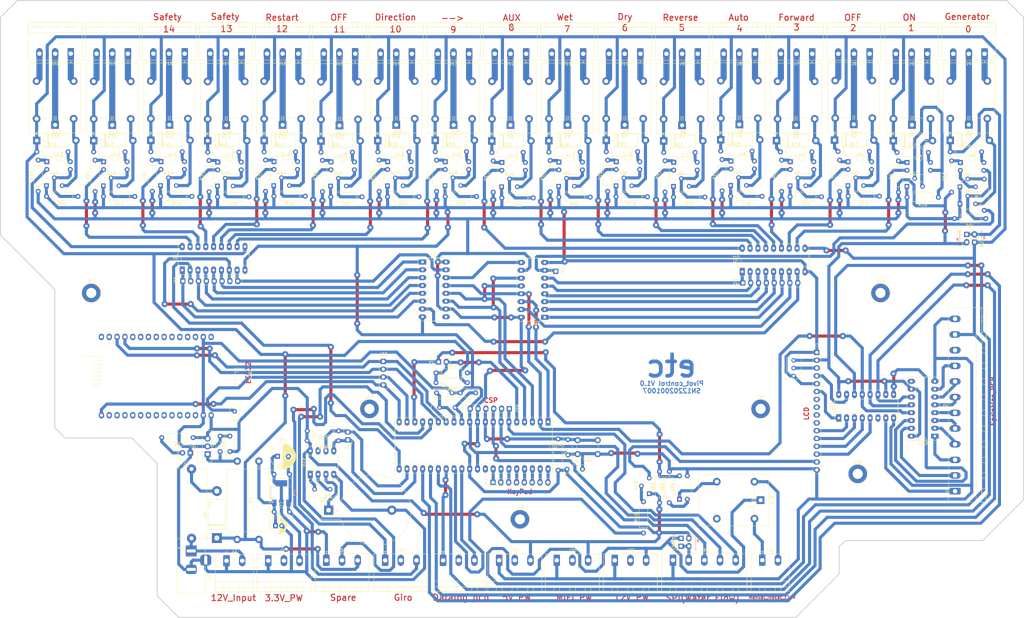
<source format=kicad_pcb>
(kicad_pcb (version 20171130) (host pcbnew "(5.1.6)-1")
  (layers (0 F.Cu signal) (31 B.Cu signal) (34 B.Paste user) (35 F.Paste user) (36 B.SilkS user) (37 F.SilkS user) (38 B.Mask user) (39 F.Mask user) (44 Edge.Cuts user))
  (net 0 "")
  (net 1 /GND)
  (net 2 "Net-(BT1-Pad1)")
  (net 3 "Net-(C1-Pad1)")
  (net 4 /5V)
  (net 5 "Net-(C3-Pad1)")
  (net 6 "Net-(C5-Pad1)")
  (net 7 "Net-(C6-Pad1)")
  (net 8 /3.3V)
  (net 9 "Net-(D1-Pad2)")
  (net 10 /12V)
  (net 11 "Net-(D2-Pad2)")
  (net 12 "Net-(D3-Pad2)")
  (net 13 "Net-(D4-Pad2)")
  (net 14 "Net-(D5-Pad2)")
  (net 15 "Net-(D6-Pad2)")
  (net 16 "Net-(D7-Pad2)")
  (net 17 "Net-(D8-Pad2)")
  (net 18 "Net-(D9-Pad2)")
  (net 19 "Net-(D10-Pad2)")
  (net 20 "Net-(D11-Pad2)")
  (net 21 "Net-(D12-Pad2)")
  (net 22 "Net-(D13-Pad2)")
  (net 23 "Net-(D14-Pad2)")
  (net 24 "Net-(D15-Pad2)")
  (net 25 "Net-(D16-Pad2)")
  (net 26 "Net-(D17-Pad2)")
  (net 27 "Net-(D18-Pad2)")
  (net 28 "Net-(D19-Pad2)")
  (net 29 "Net-(F1-Pad2)")
  (net 30 /VO)
  (net 31 /RS)
  (net 32 /E)
  (net 33 "Net-(J3-Pad7)")
  (net 34 "Net-(J3-Pad8)")
  (net 35 "Net-(J3-Pad9)")
  (net 36 "Net-(J3-Pad10)")
  (net 37 /DB4)
  (net 38 /DB5)
  (net 39 /DB6)
  (net 40 /DB7)
  (net 41 /NC0)
  (net 42 /COM0)
  (net 43 /NO0)
  (net 44 /NC1)
  (net 45 /COM1)
  (net 46 /NC2)
  (net 47 /COM2)
  (net 48 /NO2)
  (net 49 /NO3)
  (net 50 /COM3)
  (net 51 /NC3)
  (net 52 /NC4)
  (net 53 /COM4)
  (net 54 /NO4)
  (net 55 /NC5)
  (net 56 /COM5)
  (net 57 /NO5)
  (net 58 /NO6)
  (net 59 /COM6)
  (net 60 /NC6)
  (net 61 /NC7)
  (net 62 /COM7)
  (net 63 /NO7)
  (net 64 /NC8)
  (net 65 /COM8)
  (net 66 /NO8)
  (net 67 /NO9)
  (net 68 /COM9)
  (net 69 /NC9)
  (net 70 /NC10)
  (net 71 /COM10)
  (net 72 /NO10)
  (net 73 /NO11)
  (net 74 /COM11)
  (net 75 /NC11)
  (net 76 /NO12)
  (net 77 /COM12)
  (net 78 /NC12)
  (net 79 /NC13)
  (net 80 /COM13)
  (net 81 /NO13)
  (net 82 /NO14)
  (net 83 /COM14)
  (net 84 /NC14)
  (net 85 /NC15)
  (net 86 /COM15)
  (net 87 /NO15)
  (net 88 "Net-(J20-Pad2)")
  (net 89 /REL_17)
  (net 90 /REL_18)
  (net 91 /REL_19)
  (net 92 /REL_20)
  (net 93 /REL_21)
  (net 94 /REL_22)
  (net 95 /REL_23)
  (net 96 /REL_24)
  (net 97 /REL_25)
  (net 98 "Net-(J21-Pad10)")
  (net 99 /NO16)
  (net 100 /COM16)
  (net 101 /NC16)
  (net 102 "Net-(J23-Pad2)")
  (net 103 "Net-(J24-Pad2)")
  (net 104 /RX-MCU)
  (net 105 "Net-(J25-Pad2)")
  (net 106 /SCK)
  (net 107 /MISO)
  (net 108 /MOSI)
  (net 109 "Net-(J27-Pad2)")
  (net 110 /NO1)
  (net 111 "Net-(Q1-Pad3)")
  (net 112 "Net-(Q1-Pad2)")
  (net 113 "Net-(Q2-Pad2)")
  (net 114 "Net-(Q3-Pad2)")
  (net 115 "Net-(Q4-Pad2)")
  (net 116 "Net-(Q5-Pad2)")
  (net 117 "Net-(Q6-Pad2)")
  (net 118 "Net-(Q7-Pad2)")
  (net 119 "Net-(Q8-Pad2)")
  (net 120 "Net-(Q9-Pad2)")
  (net 121 "Net-(Q10-Pad2)")
  (net 122 "Net-(Q11-Pad2)")
  (net 123 "Net-(Q12-Pad2)")
  (net 124 "Net-(Q13-Pad2)")
  (net 125 "Net-(Q14-Pad2)")
  (net 126 "Net-(Q15-Pad2)")
  (net 127 "Net-(Q16-Pad2)")
  (net 128 "Net-(Q17-Pad2)")
  (net 129 "Net-(Q18-Pad2)")
  (net 130 /REL_0)
  (net 131 "Net-(R6-Pad2)")
  (net 132 "Net-(R7-Pad2)")
  (net 133 "Net-(R8-Pad2)")
  (net 134 "Net-(R9-Pad2)")
  (net 135 "Net-(R10-Pad2)")
  (net 136 "Net-(R11-Pad2)")
  (net 137 "Net-(R12-Pad2)")
  (net 138 "Net-(R13-Pad2)")
  (net 139 "Net-(R14-Pad2)")
  (net 140 "Net-(R15-Pad2)")
  (net 141 "Net-(R17-Pad2)")
  (net 142 "Net-(R19-Pad2)")
  (net 143 "Net-(R21-Pad2)")
  (net 144 "Net-(R23-Pad2)")
  (net 145 "Net-(R25-Pad2)")
  (net 146 "Net-(R27-Pad2)")
  (net 147 "Net-(R29-Pad2)")
  (net 148 "Net-(R31-Pad2)")
  (net 149 "Net-(R33-Pad2)")
  (net 150 "Net-(R34-Pad2)")
  (net 151 "Net-(R35-Pad2)")
  (net 152 "Net-(R36-Pad2)")
  (net 153 "Net-(R37-Pad2)")
  (net 154 "Net-(R38-Pad2)")
  (net 155 "Net-(R39-Pad2)")
  (net 156 "Net-(R40-Pad2)")
  (net 157 "Net-(R41-Pad2)")
  (net 158 "Net-(R43-Pad2)")
  (net 159 "Net-(R45-Pad2)")
  (net 160 "Net-(R47-Pad2)")
  (net 161 "Net-(R49-Pad2)")
  (net 162 "Net-(R51-Pad2)")
  (net 163 "Net-(R53-Pad2)")
  (net 164 "Net-(R55-Pad2)")
  (net 165 /RTC_SCL)
  (net 166 /RTC_SDA)
  (net 167 /REL_8)
  (net 168 /REL_16)
  (net 169 /REL_9)
  (net 170 /REL_10)
  (net 171 /REL_11)
  (net 172 /RCLK)
  (net 173 /REL_12)
  (net 174 /SER)
  (net 175 /EN_ESP32)
  (net 176 "Net-(U3-Pad32)")
  (net 177 /REL_7)
  (net 178 /REL_6)
  (net 179 /REL_5)
  (net 180 /REL_4)
  (net 181 /REL_13)
  (net 182 /REL_3)
  (net 183 /REL_14)
  (net 184 /REL_2)
  (net 185 /REL_15)
  (net 186 /REL_1)
  (net 187 /BOOT)
  (net 188 /REL_UL_1)
  (net 189 /REL_UL_2)
  (net 190 /REL_UL_3)
  (net 191 /REL_UL_5)
  (net 192 /REL_UL_4)
  (net 193 /REL_UL_6)
  (net 194 /REL_UL_7)
  (net 195 /REL_UL_8)
  (net 196 /REL_UL_16)
  (net 197 /REL_UL_15)
  (net 198 /REL_UL_14)
  (net 199 /REL_UL_12)
  (net 200 /REL_UL_13)
  (net 201 /REL_UL_11)
  (net 202 /REL_UL_10)
  (net 203 /REL_UL_9)
  (net 204 "Net-(U23-Pad14)")
  (net 205 "Net-(U23-Pad9)")
  (net 206 "Net-(U24-Pad6)")
  (net 207 "Net-(U25-Pad1)")
  (net 208 "Net-(U25-Pad2)")
  (net 209 "Net-(U25-Pad7)")
  (net 210 "Net-(U26-Pad1)")
  (net 211 "Net-(U26-Pad3)")
  (net 212 "Net-(U26-Pad5)")
  (net 213 /RX_ESP_2)
  (net 214 /TX_ESP_2)
  (net 215 "Net-(U26-Pad8)")
  (net 216 "Net-(U26-Pad9)")
  (net 217 "Net-(U26-Pad10)")
  (net 218 "Net-(U26-Pad11)")
  (net 219 "Net-(U26-Pad14)")
  (net 220 "Net-(U26-Pad15)")
  (net 221 "Net-(U26-Pad18)")
  (net 222 "Net-(U26-Pad19)")
  (net 223 "Net-(U26-Pad20)")
  (net 224 "Net-(U26-Pad21)")
  (net 225 "Net-(U26-Pad22)")
  (net 226 "Net-(U26-Pad23)")
  (net 227 "Net-(U26-Pad24)")
  (net 228 "Net-(U26-Pad25)")
  (net 229 "Net-(U26-Pad26)")
  (net 230 "Net-(U26-Pad27)")
  (net 231 "Net-(U26-Pad28)")
  (net 232 "Net-(U26-Pad29)")
  (net 233 /JUM)
  (net 234 /LCD_BKL)
  (net 235 /Generator_Indicator)
  (net 236 /Manual_Indicator)
  (net 237 "Net-(J35-Pad2)")
  (net 238 /jum)
  (net 239 /ROW1)
  (net 240 /ROW2)
  (net 241 /ROW3)
  (net 242 /ROW4)
  (net 243 /COL1)
  (net 244 /COL2)
  (net 245 /COL3)
  (net 246 /COL4)
  (net 247 "Net-(K18-Pad3)")
  (net 248 "Net-(K18-Pad4)")
  (net 249 /110V)
  (net 250 "Net-(Q19-Pad2)")
  (net 251 "Net-(R59-Pad1)")
  (net 252 /EN_BKL)
  (net 253 /EN_SR)
  (net 254 /RCLK_RELAYS)
  (net 255 /SCK_RELAYS)
  (net 256 /SER_RELAYS)
  (net 257 "Net-(U27-Pad9)")
  (net 258 "Net-(U27-Pad14)")
  (net 259 /TX_MCU)
  (net 260 /SRCLK)
  (net 261 /N)
  (net 262 "Net-(J43-Pad1)")
  (net 263 "Net-(J44-Pad1)")
  (net 264 "Net-(J45-Pad1)")
  (net 265 "Net-(J46-Pad1)")
  (net 266 "Net-(J47-Pad1)")
  (net 267 "Net-(J48-Pad1)")
  (net 268 /TX_logger)
  (net 269 /RX_logger)
  (net 270 /TX_Giro)
  (net 271 /RX_Giro)
  (net 272 "Net-(U26-Pad4)")
  (net 273 /RST)
  (module Connector_Phoenix_MSTB:PhoenixContact_MSTBA_2,5_3-G-5,08_1x03_P5.08mm_Horizontal (layer F.Cu) (at 225.43692 223.85728)
    (fp_text reference J20 (at 5.08 -3.2) (layer F.SilkS))
    (fp_text value MIFI_PW)
    (pad 3 thru_hole oval (at 10.16 0) (size 2.08 3.6) (drill 1.4) (layers *.Cu *.Mask) (net 4 /5V))
    (pad 2 thru_hole oval (at 5.08 0) (size 2.08 3.6) (drill 1.4) (layers *.Cu *.Mask) (net 88 "Net-(J20-Pad2)"))
    (pad 1 thru_hole roundrect (at 0 0) (size 2.08 3.6) (drill 1.4) (layers *.Cu *.Mask) (roundrect_rratio 0.120192) (net 1 /GND))
  )
  (module Relay_THT:Relay_SPDT_Omron-G5LE-1 (layer F.Cu) (at 291.49216 204.37548 270)
    (fp_text reference K18 (at 0 -3.8 90) (layer F.SilkS))
    (fp_text value G5LE-1)
    (pad 1 thru_hole rect (at 0 0 270) (size 2.5 2.5) (drill 1.3) (layers *.Cu *.Mask) (net 10 /12V))
    (pad 2 thru_hole oval (at -6 2 270) (size 2.5 2.5) (drill 1.3) (layers *.Cu *.Mask) (net 261 /N))
    (pad 3 thru_hole oval (at -6 14.2 270) (size 2.5 2.5) (drill 1.3) (layers *.Cu *.Mask) (net 247 "Net-(K18-Pad3)"))
    (pad 4 thru_hole oval (at 6 14.2 270) (size 2.5 2.5) (drill 1.3) (layers *.Cu *.Mask) (net 248 "Net-(K18-Pad4)"))
    (pad 5 thru_hole oval (at 6 2 270) (size 2.5 2.5) (drill 1.3) (layers *.Cu *.Mask) (net 249 /110V))
  )
  (module Package_TO_SOT_THT:TO-92L_Wide (layer F.Cu) (at 255.4013 202.27236 90)
    (fp_text reference Q19 (at 2.55 -4.15 90) (layer F.SilkS))
    (fp_text value 2N3906)
    (pad 2 thru_hole circle (at 2.54 -2.54 180) (size 1.5 1.5) (drill 0.8) (layers *.Cu *.Mask) (net 250 "Net-(Q19-Pad2)"))
    (pad 3 thru_hole circle (at 5.08 0 180) (size 1.5 1.5) (drill 0.8) (layers *.Cu *.Mask) (net 234 /LCD_BKL))
    (pad 1 thru_hole rect (at 0 0 180) (size 1.5 1.5) (drill 0.8) (layers *.Cu *.Mask) (net 4 /5V))
  )
  (module Connector_Phoenix_MSTB:PhoenixContact_MSTBA_2,5_5-G-5,08_1x05_P5.08mm_Horizontal (layer F.Cu) (at 263.0975 223.8141)
    (fp_text reference J39 (at 10.16 -3.2) (layer F.SilkS))
    (fp_text value "SPI(Water_Flow)")
    (pad 1 thru_hole roundrect (at 0 0) (size 2.08 3.6) (drill 1.4) (layers *.Cu *.Mask) (roundrect_rratio 0.120192) (net 1 /GND))
    (pad 2 thru_hole oval (at 5.08 0) (size 2.08 3.6) (drill 1.4) (layers *.Cu *.Mask) (net 238 /jum))
    (pad 3 thru_hole oval (at 10.16 0) (size 2.08 3.6) (drill 1.4) (layers *.Cu *.Mask) (net 106 /SCK))
    (pad 4 thru_hole oval (at 15.24 0) (size 2.08 3.6) (drill 1.4) (layers *.Cu *.Mask) (net 107 /MISO))
    (pad 5 thru_hole oval (at 20.32 0) (size 2.08 3.6) (drill 1.4) (layers *.Cu *.Mask) (net 108 /MOSI))
  )
  (module Package_DIP:DIP-40_W15.24mm_Socket_LongPads (layer F.Cu) (at 222.62006 178.98564 270)
    (fp_text reference U3 (at 7.62 -2.33 90) (layer F.SilkS))
    (fp_text value ATmega32-16PU)
    (pad 1 thru_hole rect (at 0 0 270) (size 2.4 1.6) (drill 0.8) (layers *.Cu *.Mask) (net 256 /SER_RELAYS))
    (pad 21 thru_hole oval (at 15.24 48.26 270) (size 2.4 1.6) (drill 0.8) (layers *.Cu *.Mask) (net 185 /REL_15))
    (pad 2 thru_hole oval (at 0 2.54 270) (size 2.4 1.6) (drill 0.8) (layers *.Cu *.Mask) (net 253 /EN_SR))
    (pad 22 thru_hole oval (at 15.24 45.72 270) (size 2.4 1.6) (drill 0.8) (layers *.Cu *.Mask) (net 165 /RTC_SCL))
    (pad 3 thru_hole oval (at 0 5.08 270) (size 2.4 1.6) (drill 0.8) (layers *.Cu *.Mask) (net 254 /RCLK_RELAYS))
    (pad 23 thru_hole oval (at 15.24 43.18 270) (size 2.4 1.6) (drill 0.8) (layers *.Cu *.Mask) (net 166 /RTC_SDA))
    (pad 4 thru_hole oval (at 0 7.62 270) (size 2.4 1.6) (drill 0.8) (layers *.Cu *.Mask) (net 255 /SCK_RELAYS))
    (pad 24 thru_hole oval (at 15.24 40.64 270) (size 2.4 1.6) (drill 0.8) (layers *.Cu *.Mask) (net 172 /RCLK))
    (pad 5 thru_hole oval (at 0 10.16 270) (size 2.4 1.6) (drill 0.8) (layers *.Cu *.Mask) (net 235 /Generator_Indicator))
    (pad 25 thru_hole oval (at 15.24 38.1 270) (size 2.4 1.6) (drill 0.8) (layers *.Cu *.Mask) (net 260 /SRCLK))
    (pad 6 thru_hole oval (at 0 12.7 270) (size 2.4 1.6) (drill 0.8) (layers *.Cu *.Mask) (net 108 /MOSI))
    (pad 26 thru_hole oval (at 15.24 35.56 270) (size 2.4 1.6) (drill 0.8) (layers *.Cu *.Mask) (net 174 /SER))
    (pad 7 thru_hole oval (at 0 15.24 270) (size 2.4 1.6) (drill 0.8) (layers *.Cu *.Mask) (net 107 /MISO))
    (pad 27 thru_hole oval (at 15.24 33.02 270) (size 2.4 1.6) (drill 0.8) (layers *.Cu *.Mask) (net 268 /TX_logger))
    (pad 8 thru_hole oval (at 0 17.78 270) (size 2.4 1.6) (drill 0.8) (layers *.Cu *.Mask) (net 106 /SCK))
    (pad 28 thru_hole oval (at 15.24 30.48 270) (size 2.4 1.6) (drill 0.8) (layers *.Cu *.Mask) (net 252 /EN_BKL))
    (pad 9 thru_hole oval (at 0 20.32 270) (size 2.4 1.6) (drill 0.8) (layers *.Cu *.Mask) (net 273 /RST))
    (pad 29 thru_hole oval (at 15.24 27.94 270) (size 2.4 1.6) (drill 0.8) (layers *.Cu *.Mask) (net 269 /RX_logger))
    (pad 10 thru_hole oval (at 0 22.86 270) (size 2.4 1.6) (drill 0.8) (layers *.Cu *.Mask) (net 4 /5V))
    (pad 30 thru_hole oval (at 15.24 25.4 270) (size 2.4 1.6) (drill 0.8) (layers *.Cu *.Mask) (net 4 /5V))
    (pad 11 thru_hole oval (at 0 25.4 270) (size 2.4 1.6) (drill 0.8) (layers *.Cu *.Mask) (net 1 /GND))
    (pad 31 thru_hole oval (at 15.24 22.86 270) (size 2.4 1.6) (drill 0.8) (layers *.Cu *.Mask) (net 1 /GND))
    (pad 12 thru_hole oval (at 0 27.94 270) (size 2.4 1.6) (drill 0.8) (layers *.Cu *.Mask) (net 6 "Net-(C5-Pad1)"))
    (pad 32 thru_hole oval (at 15.24 20.32 270) (size 2.4 1.6) (drill 0.8) (layers *.Cu *.Mask) (net 176 "Net-(U3-Pad32)"))
    (pad 13 thru_hole oval (at 0 30.48 270) (size 2.4 1.6) (drill 0.8) (layers *.Cu *.Mask) (net 7 "Net-(C6-Pad1)"))
    (pad 33 thru_hole oval (at 15.24 17.78 270) (size 2.4 1.6) (drill 0.8) (layers *.Cu *.Mask) (net 239 /ROW1))
    (pad 14 thru_hole oval (at 0 33.02 270) (size 2.4 1.6) (drill 0.8) (layers *.Cu *.Mask) (net 104 /RX-MCU))
    (pad 34 thru_hole oval (at 15.24 15.24 270) (size 2.4 1.6) (drill 0.8) (layers *.Cu *.Mask) (net 240 /ROW2))
    (pad 15 thru_hole oval (at 0 35.56 270) (size 2.4 1.6) (drill 0.8) (layers *.Cu *.Mask) (net 259 /TX_MCU))
    (pad 35 thru_hole oval (at 15.24 12.7 270) (size 2.4 1.6) (drill 0.8) (layers *.Cu *.Mask) (net 241 /ROW3))
    (pad 16 thru_hole oval (at 0 38.1 270) (size 2.4 1.6) (drill 0.8) (layers *.Cu *.Mask) (net 270 /TX_Giro))
    (pad 36 thru_hole oval (at 15.24 10.16 270) (size 2.4 1.6) (drill 0.8) (layers *.Cu *.Mask) (net 242 /ROW4))
    (pad 17 thru_hole oval (at 0 40.64 270) (size 2.4 1.6) (drill 0.8) (layers *.Cu *.Mask) (net 271 /RX_Giro))
    (pad 37 thru_hole oval (at 15.24 7.62 270) (size 2.4 1.6) (drill 0.8) (layers *.Cu *.Mask) (net 243 /COL1))
    (pad 18 thru_hole oval (at 0 43.18 270) (size 2.4 1.6) (drill 0.8) (layers *.Cu *.Mask) (net 236 /Manual_Indicator))
    (pad 38 thru_hole oval (at 15.24 5.08 270) (size 2.4 1.6) (drill 0.8) (layers *.Cu *.Mask) (net 244 /COL2))
    (pad 19 thru_hole oval (at 0 45.72 270) (size 2.4 1.6) (drill 0.8) (layers *.Cu *.Mask) (net 187 /BOOT))
    (pad 39 thru_hole oval (at 15.24 2.54 270) (size 2.4 1.6) (drill 0.8) (layers *.Cu *.Mask) (net 245 /COL3))
    (pad 20 thru_hole oval (at 0 48.26 270) (size 2.4 1.6) (drill 0.8) (layers *.Cu *.Mask) (net 175 /EN_ESP32))
    (pad 40 thru_hole oval (at 15.24 0 270) (size 2.4 1.6) (drill 0.8) (layers *.Cu *.Mask) (net 246 /COL4))
  )
  (module Connector_Phoenix_MSTB:PhoenixContact_MSTBA_2,5_3-G-5,08_1x03_P5.08mm_Horizontal (layer F.Cu) (at 131.92936 223.96904)
    (fp_text reference J27 (at 5.08 -3.2) (layer F.SilkS))
    (fp_text value 3.3V_PW)
    (pad 1 thru_hole roundrect (at 0 0) (size 2.08 3.6) (drill 1.4) (layers *.Cu *.Mask) (roundrect_rratio 0.120192) (net 1 /GND))
    (pad 2 thru_hole oval (at 5.08 0) (size 2.08 3.6) (drill 1.4) (layers *.Cu *.Mask) (net 109 "Net-(J27-Pad2)"))
    (pad 3 thru_hole oval (at 10.16 0) (size 2.08 3.6) (drill 1.4) (layers *.Cu *.Mask) (net 8 /3.3V))
  )
  (module Connector_Phoenix_MSTB:PhoenixContact_MSTBA_2,5_3-G-5,08_1x03_P5.08mm_Horizontal (layer F.Cu) (at 150.766 223.8776)
    (fp_text reference J36 (at 5.08 -3.2) (layer F.SilkS))
    (fp_text value Spare)
    (pad 3 thru_hole oval (at 10.16 0) (size 2.08 3.6) (drill 1.4) (layers *.Cu *.Mask) (net 10 /12V))
    (pad 2 thru_hole oval (at 5.08 0) (size 2.08 3.6) (drill 1.4) (layers *.Cu *.Mask) (net 4 /5V))
    (pad 1 thru_hole roundrect (at 0 0) (size 2.08 3.6) (drill 1.4) (layers *.Cu *.Mask) (roundrect_rratio 0.120192) (net 1 /GND))
  )
  (module Connector_Phoenix_MSTB:PhoenixContact_MSTBA_2,5_3-G-5,08_1x03_P5.08mm_Horizontal (layer F.Cu) (at 169.816 223.8776)
    (fp_text reference J35 (at 5.08 -3.2) (layer F.SilkS))
    (fp_text value Giro)
    (pad 1 thru_hole roundrect (at 0 0) (size 2.08 3.6) (drill 1.4) (layers *.Cu *.Mask) (roundrect_rratio 0.120192) (net 271 /RX_Giro))
    (pad 2 thru_hole oval (at 5.08 0) (size 2.08 3.6) (drill 1.4) (layers *.Cu *.Mask) (net 237 "Net-(J35-Pad2)"))
    (pad 3 thru_hole oval (at 10.16 0) (size 2.08 3.6) (drill 1.4) (layers *.Cu *.Mask) (net 270 /TX_Giro))
  )
  (module Battery:BatteryHolder_Keystone_103_1x20mm (layer F.Cu) (at 151.4899 207.60636)
    (fp_text reference BT1 (at 0 -4.3) (layer F.SilkS))
    (fp_text value Battery_Cell)
    (fp_text user + (at 2.75 0) (layer F.SilkS) (effects (font (size 1.5 1.5))))
    (pad 2 thru_hole circle (at 20.49 0) (size 3 3) (drill 1.5) (layers *.Cu *.Mask) (net 1 /GND))
    (pad 1 thru_hole rect (at 0 0) (size 3 3) (drill 1.5) (layers *.Cu *.Mask) (net 2 "Net-(BT1-Pad1)"))
  )
  (module Package_DIP:DIP-8_W7.62mm_Socket_LongPads (layer F.Cu) (at 145.5463 195.97316 90)
    (fp_text reference U25 (at 3.81 -2.33 90) (layer F.SilkS))
    (fp_text value DS1307+)
    (pad 1 thru_hole rect (at 0 0 90) (size 2.4 1.6) (drill 0.8) (layers *.Cu *.Mask) (net 207 "Net-(U25-Pad1)"))
    (pad 5 thru_hole oval (at 7.62 7.62 90) (size 2.4 1.6) (drill 0.8) (layers *.Cu *.Mask) (net 166 /RTC_SDA))
    (pad 2 thru_hole oval (at 0 2.54 90) (size 2.4 1.6) (drill 0.8) (layers *.Cu *.Mask) (net 208 "Net-(U25-Pad2)"))
    (pad 6 thru_hole oval (at 7.62 5.08 90) (size 2.4 1.6) (drill 0.8) (layers *.Cu *.Mask) (net 165 /RTC_SCL))
    (pad 3 thru_hole oval (at 0 5.08 90) (size 2.4 1.6) (drill 0.8) (layers *.Cu *.Mask) (net 2 "Net-(BT1-Pad1)"))
    (pad 7 thru_hole oval (at 7.62 2.54 90) (size 2.4 1.6) (drill 0.8) (layers *.Cu *.Mask) (net 209 "Net-(U25-Pad7)"))
    (pad 4 thru_hole oval (at 0 7.62 90) (size 2.4 1.6) (drill 0.8) (layers *.Cu *.Mask) (net 1 /GND))
    (pad 8 thru_hole oval (at 7.62 0 90) (size 2.4 1.6) (drill 0.8) (layers *.Cu *.Mask) (net 4 /5V))
  )
  (module Connector_PinHeader_2.54mm:PinHeader_1x02_P2.54mm_Vertical (layer F.Cu) (at 358.27384 118.15772 90)
    (fp_text reference J28 (at 0 -2.33 90) (layer F.SilkS))
    (fp_text value "Jumper(V.S)")
    (pad 1 thru_hole rect (at 0 0 90) (size 1.7 1.7) (drill 1) (layers *.Cu *.Mask) (net 233 /JUM))
    (pad 2 thru_hole oval (at 0 2.54 90) (size 2.1 1.7) (drill oval 1) (layers *.Cu *.Mask) (net 233 /JUM))
  )
  (module Package_DIP:DIP-16_W7.62mm_Socket_LongPads (layer F.Cu) (at 316.82104 177.7004 90)
    (fp_text reference U24 (at 3.81 -2.33 90) (layer F.SilkS))
    (fp_text value 74AHCT595)
    (pad 1 thru_hole rect (at 0 0 90) (size 2.4 1.6) (drill 0.8) (layers *.Cu *.Mask) (net 32 /E))
    (pad 9 thru_hole oval (at 7.62 17.78 90) (size 2.4 1.6) (drill 0.8) (layers *.Cu *.Mask) (net 204 "Net-(U23-Pad14)"))
    (pad 2 thru_hole oval (at 0 2.54 90) (size 2.4 1.6) (drill 0.8) (layers *.Cu *.Mask) (net 37 /DB4))
    (pad 10 thru_hole oval (at 7.62 15.24 90) (size 2.4 1.6) (drill 0.8) (layers *.Cu *.Mask) (net 4 /5V))
    (pad 3 thru_hole oval (at 0 5.08 90) (size 2.4 1.6) (drill 0.8) (layers *.Cu *.Mask) (net 38 /DB5))
    (pad 11 thru_hole oval (at 7.62 12.7 90) (size 2.4 1.6) (drill 0.8) (layers *.Cu *.Mask) (net 260 /SRCLK))
    (pad 4 thru_hole oval (at 0 7.62 90) (size 2.4 1.6) (drill 0.8) (layers *.Cu *.Mask) (net 39 /DB6))
    (pad 12 thru_hole oval (at 7.62 10.16 90) (size 2.4 1.6) (drill 0.8) (layers *.Cu *.Mask) (net 172 /RCLK))
    (pad 5 thru_hole oval (at 0 10.16 90) (size 2.4 1.6) (drill 0.8) (layers *.Cu *.Mask) (net 40 /DB7))
    (pad 13 thru_hole oval (at 7.62 7.62 90) (size 2.4 1.6) (drill 0.8) (layers *.Cu *.Mask) (net 253 /EN_SR))
    (pad 6 thru_hole oval (at 0 12.7 90) (size 2.4 1.6) (drill 0.8) (layers *.Cu *.Mask) (net 206 "Net-(U24-Pad6)"))
    (pad 14 thru_hole oval (at 7.62 5.08 90) (size 2.4 1.6) (drill 0.8) (layers *.Cu *.Mask) (net 174 /SER))
    (pad 7 thru_hole oval (at 0 15.24 90) (size 2.4 1.6) (drill 0.8) (layers *.Cu *.Mask) (net 89 /REL_17))
    (pad 15 thru_hole oval (at 7.62 2.54 90) (size 2.4 1.6) (drill 0.8) (layers *.Cu *.Mask) (net 31 /RS))
    (pad 8 thru_hole oval (at 0 17.78 90) (size 2.4 1.6) (drill 0.8) (layers *.Cu *.Mask) (net 1 /GND))
    (pad 16 thru_hole oval (at 7.62 0 90) (size 2.4 1.6) (drill 0.8) (layers *.Cu *.Mask) (net 4 /5V))
  )
  (module ESP_32module:ESP32_module (layer F.Cu) (at 103.27 157.77 270)
    (fp_text reference U26 (at 6.35 -22.86 90) (layer F.SilkS))
    (fp_text value ESP32_module)
    (pad 1 thru_hole oval (at -6.35 -10.16 270) (size 2.1 1.7) (drill oval 1) (layers *.Cu *.Mask) (net 210 "Net-(U26-Pad1)"))
    (pad 2 thru_hole oval (at -6.35 -7.62 270) (size 2.1 1.7) (drill oval 1) (layers *.Cu *.Mask) (net 1 /GND))
    (pad 3 thru_hole oval (at -6.35 -5.08 270) (size 2.1 1.7) (drill oval 1) (layers *.Cu *.Mask) (net 211 "Net-(U26-Pad3)"))
    (pad 4 thru_hole oval (at -6.35 -2.54 270) (size 2.1 1.7) (drill oval 1) (layers *.Cu *.Mask) (net 272 "Net-(U26-Pad4)"))
    (pad 5 thru_hole oval (at -6.35 0 270) (size 2.1 1.7) (drill oval 1) (layers *.Cu *.Mask) (net 212 "Net-(U26-Pad5)"))
    (pad 6 thru_hole oval (at -6.35 2.54 270) (size 2.1 1.7) (drill oval 1) (layers *.Cu *.Mask) (net 213 /RX_ESP_2))
    (pad 7 thru_hole oval (at -6.35 5.08 270) (size 2.1 1.7) (drill oval 1) (layers *.Cu *.Mask) (net 214 /TX_ESP_2))
    (pad 8 thru_hole oval (at -6.35 7.62 270) (size 2.1 1.7) (drill oval 1) (layers *.Cu *.Mask) (net 215 "Net-(U26-Pad8)"))
    (pad 9 thru_hole oval (at -6.35 10.16 270) (size 2.1 1.7) (drill oval 1) (layers *.Cu *.Mask) (net 216 "Net-(U26-Pad9)"))
    (pad 10 thru_hole oval (at -6.35 12.7 270) (size 2.1 1.7) (drill oval 1) (layers *.Cu *.Mask) (net 217 "Net-(U26-Pad10)"))
    (pad 11 thru_hole oval (at -6.35 15.24 270) (size 2.1 1.7) (drill oval 1) (layers *.Cu *.Mask) (net 218 "Net-(U26-Pad11)"))
    (pad 12 thru_hole oval (at -6.35 17.78 270) (size 2.1 1.7) (drill oval 1) (layers *.Cu *.Mask) (net 259 /TX_MCU))
    (pad 13 thru_hole oval (at -6.35 20.32 270) (size 2.1 1.7) (drill oval 1) (layers *.Cu *.Mask) (net 104 /RX-MCU))
    (pad 14 thru_hole oval (at -6.35 22.86 270) (size 2.1 1.7) (drill oval 1) (layers *.Cu *.Mask) (net 219 "Net-(U26-Pad14)"))
    (pad 15 thru_hole oval (at -6.35 25.4 270) (size 2.1 1.7) (drill oval 1) (layers *.Cu *.Mask) (net 220 "Net-(U26-Pad15)"))
    (pad 16 thru_hole oval (at 19.05 -10.16 270) (size 2.1 1.7) (drill oval 1) (layers *.Cu *.Mask) (net 4 /5V))
    (pad 17 thru_hole oval (at 19.05 -7.62 270) (size 2.1 1.7) (drill oval 1) (layers *.Cu *.Mask) (net 1 /GND))
    (pad 18 thru_hole oval (at 19.05 -5.08 270) (size 2.1 1.7) (drill oval 1) (layers *.Cu *.Mask) (net 221 "Net-(U26-Pad18)"))
    (pad 19 thru_hole oval (at 19.05 -2.54 270) (size 2.1 1.7) (drill oval 1) (layers *.Cu *.Mask) (net 222 "Net-(U26-Pad19)"))
    (pad 20 thru_hole oval (at 19.05 0 270) (size 2.1 1.7) (drill oval 1) (layers *.Cu *.Mask) (net 223 "Net-(U26-Pad20)"))
    (pad 21 thru_hole oval (at 19.05 2.54 270) (size 2.1 1.7) (drill oval 1) (layers *.Cu *.Mask) (net 224 "Net-(U26-Pad21)"))
    (pad 22 thru_hole oval (at 19.05 5.08 270) (size 2.1 1.7) (drill oval 1) (layers *.Cu *.Mask) (net 225 "Net-(U26-Pad22)"))
    (pad 23 thru_hole oval (at 19.05 7.62 270) (size 2.1 1.7) (drill oval 1) (layers *.Cu *.Mask) (net 226 "Net-(U26-Pad23)"))
    (pad 24 thru_hole oval (at 19.05 10.16 270) (size 2.1 1.7) (drill oval 1) (layers *.Cu *.Mask) (net 227 "Net-(U26-Pad24)"))
    (pad 25 thru_hole oval (at 19.05 12.7 270) (size 2.1 1.7) (drill oval 1) (layers *.Cu *.Mask) (net 228 "Net-(U26-Pad25)"))
    (pad 26 thru_hole oval (at 19.05 15.24 270) (size 2.1 1.7) (drill oval 1) (layers *.Cu *.Mask) (net 229 "Net-(U26-Pad26)"))
    (pad 27 thru_hole oval (at 19.05 17.78 270) (size 2.1 1.7) (drill oval 1) (layers *.Cu *.Mask) (net 230 "Net-(U26-Pad27)"))
    (pad 28 thru_hole oval (at 19.05 20.32 270) (size 2.1 1.7) (drill oval 1) (layers *.Cu *.Mask) (net 231 "Net-(U26-Pad28)"))
    (pad 29 thru_hole oval (at 19.05 22.86 270) (size 2.1 1.7) (drill oval 1) (layers *.Cu *.Mask) (net 232 "Net-(U26-Pad29)"))
    (pad 30 thru_hole oval (at 19.05 25.4 270) (size 2.1 1.7) (drill oval 1) (layers *.Cu *.Mask) (net 175 /EN_ESP32))
  )
  (module Relay_THT:Relay_SPDT_Omron-G5LE-1 (layer F.Cu) (at 358.96726 82.59264 180)
    (fp_text reference K5 (at 0 -3.8) (layer F.SilkS))
    (fp_text value G5LE-1)
    (pad 1 thru_hole rect (at 0 0 180) (size 2.5 2.5) (drill 1.3) (layers *.Cu *.Mask) (net 42 /COM0))
    (pad 2 thru_hole oval (at -6 2 180) (size 2.5 2.5) (drill 1.3) (layers *.Cu *.Mask) (net 16 "Net-(D7-Pad2)"))
    (pad 3 thru_hole oval (at -6 14.2 180) (size 2.5 2.5) (drill 1.3) (layers *.Cu *.Mask) (net 43 /NO0))
    (pad 4 thru_hole oval (at 6 14.2 180) (size 2.5 2.5) (drill 1.3) (layers *.Cu *.Mask) (net 41 /NC0))
    (pad 5 thru_hole oval (at 6 2 180) (size 2.5 2.5) (drill 1.3) (layers *.Cu *.Mask) (net 233 /JUM))
  )
  (module Diode_THT:D_DO-15_P12.70mm_Horizontal (layer F.Cu) (at 334.50706 87.78694)
    (fp_text reference D3 (at 6.35 -2.92) (layer F.SilkS))
    (fp_text value 1N5407)
    (fp_text user K (at 0 -2.2) (layer F.SilkS))
    (pad 1 thru_hole rect (at 0 0) (size 2.4 2.4) (drill 1.2) (layers *.Cu *.Mask) (net 10 /12V))
    (pad 2 thru_hole oval (at 12.7 0) (size 2.4 2.4) (drill 1.2) (layers *.Cu *.Mask) (net 12 "Net-(D3-Pad2)"))
  )
  (module Connector_Phoenix_MSTB:PhoenixContact_MSTBA_2,5_3-G-5,08_1x03_P5.08mm_Horizontal (layer F.Cu) (at 345.49256 59.59294 180)
    (fp_text reference J5 (at 5.08 -3.2) (layer F.SilkS))
    (fp_text value 1 (at 5.17256 8.39294) (layer F.Cu) (effects (font (size 2 2) (thickness 0.3))))
    (pad 1 thru_hole roundrect (at 0 0 180) (size 2.08 3.6) (drill 1.4) (layers *.Cu *.Mask) (roundrect_rratio 0.120192) (net 110 /NO1))
    (pad 2 thru_hole oval (at 5.08 0 180) (size 2.08 3.6) (drill 1.4) (layers *.Cu *.Mask) (net 45 /COM1))
    (pad 3 thru_hole oval (at 10.16 0 180) (size 2.08 3.6) (drill 1.4) (layers *.Cu *.Mask) (net 44 /NC1))
  )
  (module Resistor_THT:R_Axial_DIN0207_L6.3mm_D2.5mm_P10.16mm_Horizontal (layer F.Cu) (at 336.15806 104.48744 90)
    (fp_text reference R6 (at 5.08 -2.37 90) (layer F.SilkS))
    (fp_text value 150)
    (pad 2 thru_hole oval (at 10.16 0 90) (size 1.6 1.6) (drill 0.8) (layers *.Cu *.Mask) (net 131 "Net-(R6-Pad2)"))
    (pad 1 thru_hole circle (at 0 0 90) (size 1.6 1.6) (drill 0.8) (layers *.Cu *.Mask) (net 4 /5V))
  )
  (module Resistor_THT:R_Axial_DIN0207_L6.3mm_D2.5mm_P10.16mm_Horizontal (layer F.Cu) (at 349.11206 106.13844 180)
    (fp_text reference R16 (at 5.08 -2.37) (layer F.SilkS))
    (fp_text value 1K)
    (pad 1 thru_hole circle (at 0 0 180) (size 1.6 1.6) (drill 0.8) (layers *.Cu *.Mask) (net 113 "Net-(Q2-Pad2)"))
    (pad 2 thru_hole oval (at 10.16 0 180) (size 1.6 1.6) (drill 0.8) (layers *.Cu *.Mask) (net 1 /GND))
  )
  (module Relay_THT:Relay_SPDT_Omron-G5LE-1 (layer F.Cu) (at 340.53956 82.64344 180)
    (fp_text reference K1 (at 0 -3.8) (layer F.SilkS))
    (fp_text value G5LE-1)
    (pad 1 thru_hole rect (at 0 0 180) (size 2.5 2.5) (drill 1.3) (layers *.Cu *.Mask) (net 45 /COM1))
    (pad 2 thru_hole oval (at -6 2 180) (size 2.5 2.5) (drill 1.3) (layers *.Cu *.Mask) (net 12 "Net-(D3-Pad2)"))
    (pad 3 thru_hole oval (at -6 14.2 180) (size 2.5 2.5) (drill 1.3) (layers *.Cu *.Mask) (net 110 /NO1))
    (pad 4 thru_hole oval (at 6 14.2 180) (size 2.5 2.5) (drill 1.3) (layers *.Cu *.Mask) (net 44 /NC1))
    (pad 5 thru_hole oval (at 6 2 180) (size 2.5 2.5) (drill 1.3) (layers *.Cu *.Mask) (net 10 /12V))
  )
  (module Package_TO_SOT_THT:TO-92L_Wide (layer F.Cu) (at 338.88856 102.58244)
    (fp_text reference Q2 (at 2.55 -4.15) (layer F.SilkS))
    (fp_text value 2N2219)
    (pad 2 thru_hole circle (at 2.54 -2.54 90) (size 1.5 1.5) (drill 0.8) (layers *.Cu *.Mask) (net 113 "Net-(Q2-Pad2)"))
    (pad 3 thru_hole circle (at 5.08 0 90) (size 1.5 1.5) (drill 0.8) (layers *.Cu *.Mask) (net 12 "Net-(D3-Pad2)"))
    (pad 1 thru_hole rect (at 0 0 90) (size 1.5 1.5) (drill 0.8) (layers *.Cu *.Mask) (net 1 /GND))
  )
  (module Resistor_THT:R_Axial_DIN0207_L6.3mm_D2.5mm_P10.16mm_Horizontal (layer F.Cu) (at 335.71356 91.59694)
    (fp_text reference R15 (at 5.08 -2.37) (layer F.SilkS))
    (fp_text value 1900)
    (pad 1 thru_hole circle (at 0 0) (size 1.6 1.6) (drill 0.8) (layers *.Cu *.Mask) (net 10 /12V))
    (pad 2 thru_hole oval (at 10.16 0) (size 1.6 1.6) (drill 0.8) (layers *.Cu *.Mask) (net 140 "Net-(R15-Pad2)"))
  )
  (module Package_DIP:DIP-4_W7.62mm (layer F.Cu) (at 338.95206 94.83544)
    (fp_text reference U4 (at 3.81 -2.33) (layer F.SilkS))
    (fp_text value EL817)
    (pad 1 thru_hole rect (at 0 0) (size 1.6 1.6) (drill 0.8) (layers *.Cu *.Mask) (net 131 "Net-(R6-Pad2)"))
    (pad 3 thru_hole oval (at 7.62 2.54) (size 1.6 1.6) (drill 0.8) (layers *.Cu *.Mask) (net 113 "Net-(Q2-Pad2)"))
    (pad 2 thru_hole oval (at 0 2.54) (size 1.6 1.6) (drill 0.8) (layers *.Cu *.Mask) (net 188 /REL_UL_1))
    (pad 4 thru_hole oval (at 7.62 0) (size 1.6 1.6) (drill 0.8) (layers *.Cu *.Mask) (net 140 "Net-(R15-Pad2)"))
  )
  (module Capacitor_THT:C_Disc_D7.0mm_W2.5mm_P5.00mm (layer F.Cu) (at 116.34646 188.5843 90)
    (fp_text reference C1 (at 2.5 -2.5 90) (layer F.SilkS))
    (fp_text value 334)
    (pad 1 thru_hole circle (at 0 0 90) (size 1.6 1.6) (drill 0.8) (layers *.Cu *.Mask) (net 3 "Net-(C1-Pad1)"))
    (pad 2 thru_hole circle (at 5 0 90) (size 1.6 1.6) (drill 0.8) (layers *.Cu *.Mask) (net 1 /GND))
  )
  (module Capacitor_THT:C_Disc_D7.0mm_W2.5mm_P5.00mm (layer F.Cu) (at 119.49606 188.5843 90)
    (fp_text reference C2 (at 2.5 -2.5 90) (layer F.SilkS))
    (fp_text value 104)
    (pad 2 thru_hole circle (at 5 0 90) (size 1.6 1.6) (drill 0.8) (layers *.Cu *.Mask) (net 1 /GND))
    (pad 1 thru_hole circle (at 0 0 90) (size 1.6 1.6) (drill 0.8) (layers *.Cu *.Mask) (net 4 /5V))
  )
  (module Capacitor_THT:C_Disc_D7.0mm_W2.5mm_P5.00mm (layer F.Cu) (at 133.85 208.15)
    (fp_text reference C3 (at 2.5 -2.5) (layer F.SilkS))
    (fp_text value 334)
    (pad 1 thru_hole circle (at 0 0) (size 1.6 1.6) (drill 0.8) (layers *.Cu *.Mask) (net 5 "Net-(C3-Pad1)"))
    (pad 2 thru_hole circle (at 5 0) (size 1.6 1.6) (drill 0.8) (layers *.Cu *.Mask) (net 1 /GND))
  )
  (module Capacitor_THT:C_Disc_D7.0mm_W2.5mm_P5.00mm (layer F.Cu) (at 199.15046 169.56224 180)
    (fp_text reference C5 (at 2.5 -2.5) (layer F.SilkS))
    (fp_text value 22P)
    (pad 1 thru_hole circle (at 0 0 180) (size 1.6 1.6) (drill 0.8) (layers *.Cu *.Mask) (net 6 "Net-(C5-Pad1)"))
    (pad 2 thru_hole circle (at 5 0 180) (size 1.6 1.6) (drill 0.8) (layers *.Cu *.Mask) (net 1 /GND))
  )
  (module Capacitor_THT:C_Disc_D7.0mm_W2.5mm_P5.00mm (layer F.Cu) (at 186.47586 169.56224)
    (fp_text reference C6 (at 2.5 -2.5) (layer F.SilkS))
    (fp_text value 22P)
    (pad 2 thru_hole circle (at 5 0) (size 1.6 1.6) (drill 0.8) (layers *.Cu *.Mask) (net 1 /GND))
    (pad 1 thru_hole circle (at 0 0) (size 1.6 1.6) (drill 0.8) (layers *.Cu *.Mask) (net 7 "Net-(C6-Pad1)"))
  )
  (module Capacitor_THT:C_Disc_D7.0mm_W2.5mm_P5.00mm (layer F.Cu) (at 229.04626 189.70444 90)
    (fp_text reference C7 (at 2.5 -2.5 90) (layer F.SilkS))
    (fp_text value 104)
    (pad 2 thru_hole circle (at 5 0 90) (size 1.6 1.6) (drill 0.8) (layers *.Cu *.Mask) (net 273 /RST))
    (pad 1 thru_hole circle (at 0 0 90) (size 1.6 1.6) (drill 0.8) (layers *.Cu *.Mask) (net 1 /GND))
  )
  (module Capacitor_THT:C_Disc_D7.0mm_W2.5mm_P5.00mm (layer F.Cu) (at 228.77956 194.30692)
    (fp_text reference C8 (at 2.5 -2.5) (layer F.SilkS))
    (fp_text value 0.1UF)
    (pad 1 thru_hole circle (at 0 0) (size 1.6 1.6) (drill 0.8) (layers *.Cu *.Mask) (net 4 /5V))
    (pad 2 thru_hole circle (at 5 0) (size 1.6 1.6) (drill 0.8) (layers *.Cu *.Mask) (net 1 /GND))
  )
  (module Capacitor_THT:C_Disc_D7.0mm_W2.5mm_P5.00mm (layer F.Cu) (at 133.81 195.99)
    (fp_text reference C10 (at 2.5 -2.5) (layer F.SilkS))
    (fp_text value 104)
    (pad 2 thru_hole circle (at 5 0) (size 1.6 1.6) (drill 0.8) (layers *.Cu *.Mask) (net 1 /GND))
    (pad 1 thru_hole circle (at 0 0) (size 1.6 1.6) (drill 0.8) (layers *.Cu *.Mask) (net 8 /3.3V))
  )
  (module Diode_THT:D_DO-201AD_P15.24mm_Horizontal (layer F.Cu) (at 115.27966 216.6513 90)
    (fp_text reference D1 (at 7.62 -3.72 90) (layer F.SilkS))
    (fp_text value 1N5407)
    (fp_text user K (at 0 -2.6 90) (layer F.SilkS))
    (pad 2 thru_hole oval (at 15.24 0 90) (size 3.2 3.2) (drill 1.6) (layers *.Cu *.Mask) (net 9 "Net-(D1-Pad2)"))
    (pad 1 thru_hole rect (at 0 0 90) (size 3.2 3.2) (drill 1.6) (layers *.Cu *.Mask) (net 10 /12V))
  )
  (module LED_THT:LED_D5.0mm (layer F.Cu) (at 106.66906 189.0161 180)
    (fp_text reference D2 (at 1.27 -3.96) (layer F.SilkS))
    (fp_text value LED)
    (pad 1 thru_hole rect (at 0 0 180) (size 1.8 1.8) (drill 0.9) (layers *.Cu *.Mask) (net 1 /GND))
    (pad 2 thru_hole circle (at 2.54 0 180) (size 1.8 1.8) (drill 0.9) (layers *.Cu *.Mask) (net 11 "Net-(D2-Pad2)"))
  )
  (module Fuse:Fuseholder_Cylinder-5x20mm_Schurter_0031_8201_Horizontal_Open (layer F.Cu) (at 107.07546 194.2485 270)
    (fp_text reference F1 (at 11.25 -6 90) (layer F.SilkS))
    (fp_text value Fuse)
    (pad 1 thru_hole circle (at 0 0 270) (size 3 3) (drill 1.3) (layers *.Cu *.Mask) (net 9 "Net-(D1-Pad2)"))
    (pad 2 thru_hole circle (at 22.5 0 270) (size 3 3) (drill 1.3) (layers *.Cu *.Mask) (net 29 "Net-(F1-Pad2)"))
    (pad "" np_thru_hole circle (at 11.25 0 270) (size 2.7 2.7) (drill 2.7) (layers *.Cu *.Mask))
  )
  (module Connector_BarrelJack:BarrelJack_Horizontal (layer F.Cu) (at 106.97386 220.8169 90)
    (fp_text reference J1 (at -8.45 5.75 90) (layer F.SilkS))
    (fp_text value Barrel_Jack_Switch)
    (pad 1 thru_hole rect (at 0 0 90) (size 3.5 3.5) (drill oval 1 3) (layers *.Cu *.Mask) (net 29 "Net-(F1-Pad2)"))
    (pad 2 thru_hole roundrect (at -6 0 90) (size 3 3.5) (drill oval 1 3) (layers *.Cu *.Mask) (net 1 /GND))
    (pad 3 thru_hole roundrect (at -3 4.7 90) (size 3.5 3.5) (drill oval 3 1) (layers *.Cu *.Mask) (net 1 /GND))
  )
  (module Connector_Phoenix_MSTB:PhoenixContact_MSTBA_2,5_3-G-5,08_1x03_P5.08mm_Horizontal (layer F.Cu) (at 364.07266 59.60564 180)
    (fp_text reference J4 (at 5.08 -3.2) (layer F.SilkS))
    (fp_text value 0 (at 5.28266 8.00564) (layer F.Cu) (effects (font (size 2 2) (thickness 0.3))))
    (pad 3 thru_hole oval (at 10.16 0 180) (size 2.08 3.6) (drill 1.4) (layers *.Cu *.Mask) (net 41 /NC0))
    (pad 2 thru_hole oval (at 5.08 0 180) (size 2.08 3.6) (drill 1.4) (layers *.Cu *.Mask) (net 42 /COM0))
    (pad 1 thru_hole roundrect (at 0 0 180) (size 2.08 3.6) (drill 1.4) (layers *.Cu *.Mask) (roundrect_rratio 0.120192) (net 43 /NO0))
  )
  (module Connector_Phoenix_MSTB:PhoenixContact_MSTBA_2,5_3-G-5,08_1x03_P5.08mm_Horizontal (layer F.Cu) (at 326.82356 59.59294 180)
    (fp_text reference J6 (at 5.08 -3.2) (layer F.SilkS))
    (fp_text value 2 (at 5.33356 8.41294) (layer F.Cu) (effects (font (size 2 2) (thickness 0.3))))
    (pad 3 thru_hole oval (at 10.16 0 180) (size 2.08 3.6) (drill 1.4) (layers *.Cu *.Mask) (net 46 /NC2))
    (pad 2 thru_hole oval (at 5.08 0 180) (size 2.08 3.6) (drill 1.4) (layers *.Cu *.Mask) (net 47 /COM2))
    (pad 1 thru_hole roundrect (at 0 0 180) (size 2.08 3.6) (drill 1.4) (layers *.Cu *.Mask) (roundrect_rratio 0.120192) (net 48 /NO2))
  )
  (module Connector_Phoenix_MSTB:PhoenixContact_MSTBA_2,5_3-G-5,08_1x03_P5.08mm_Horizontal (layer F.Cu) (at 308.21806 59.59294 180)
    (fp_text reference J7 (at 5.08 -3.2) (layer F.SilkS))
    (fp_text value 3 (at 5.06806 8.60294) (layer F.Cu) (effects (font (size 2 2) (thickness 0.3))))
    (pad 1 thru_hole roundrect (at 0 0 180) (size 2.08 3.6) (drill 1.4) (layers *.Cu *.Mask) (roundrect_rratio 0.120192) (net 49 /NO3))
    (pad 2 thru_hole oval (at 5.08 0 180) (size 2.08 3.6) (drill 1.4) (layers *.Cu *.Mask) (net 50 /COM3))
    (pad 3 thru_hole oval (at 10.16 0 180) (size 2.08 3.6) (drill 1.4) (layers *.Cu *.Mask) (net 51 /NC3))
  )
  (module Connector_Phoenix_MSTB:PhoenixContact_MSTBA_2,5_3-G-5,08_1x03_P5.08mm_Horizontal (layer F.Cu) (at 289.67606 59.59294 180)
    (fp_text reference J8 (at 5.08 -3.2) (layer F.SilkS))
    (fp_text value 4 (at 5.01606 8.16294) (layer F.Cu) (effects (font (size 2 2) (thickness 0.3))))
    (pad 3 thru_hole oval (at 10.16 0 180) (size 2.08 3.6) (drill 1.4) (layers *.Cu *.Mask) (net 52 /NC4))
    (pad 2 thru_hole oval (at 5.08 0 180) (size 2.08 3.6) (drill 1.4) (layers *.Cu *.Mask) (net 53 /COM4))
    (pad 1 thru_hole roundrect (at 0 0 180) (size 2.08 3.6) (drill 1.4) (layers *.Cu *.Mask) (roundrect_rratio 0.120192) (net 54 /NO4))
  )
  (module Connector_Phoenix_MSTB:PhoenixContact_MSTBA_2,5_3-G-5,08_1x03_P5.08mm_Horizontal (layer F.Cu) (at 271.13406 59.59294 180)
    (fp_text reference J9 (at 5.08 -3.2) (layer F.SilkS))
    (fp_text value 5 (at 5.19406 8.46294) (layer F.Cu) (effects (font (size 2 2) (thickness 0.3))))
    (pad 3 thru_hole oval (at 10.16 0 180) (size 2.08 3.6) (drill 1.4) (layers *.Cu *.Mask) (net 55 /NC5))
    (pad 2 thru_hole oval (at 5.08 0 180) (size 2.08 3.6) (drill 1.4) (layers *.Cu *.Mask) (net 56 /COM5))
    (pad 1 thru_hole roundrect (at 0 0 180) (size 2.08 3.6) (drill 1.4) (layers *.Cu *.Mask) (roundrect_rratio 0.120192) (net 57 /NO5))
  )
  (module Connector_Phoenix_MSTB:PhoenixContact_MSTBA_2,5_3-G-5,08_1x03_P5.08mm_Horizontal (layer F.Cu) (at 252.52856 59.59294 180)
    (fp_text reference J10 (at 5.08 -3.2) (layer F.SilkS))
    (fp_text value 6 (at 5.02856 8.41294) (layer F.Cu) (effects (font (size 2 2) (thickness 0.3))))
    (pad 1 thru_hole roundrect (at 0 0 180) (size 2.08 3.6) (drill 1.4) (layers *.Cu *.Mask) (roundrect_rratio 0.120192) (net 58 /NO6))
    (pad 2 thru_hole oval (at 5.08 0 180) (size 2.08 3.6) (drill 1.4) (layers *.Cu *.Mask) (net 59 /COM6))
    (pad 3 thru_hole oval (at 10.16 0 180) (size 2.08 3.6) (drill 1.4) (layers *.Cu *.Mask) (net 60 /NC6))
  )
  (module Connector_Phoenix_MSTB:PhoenixContact_MSTBA_2,5_3-G-5,08_1x03_P5.08mm_Horizontal (layer F.Cu) (at 233.98656 59.59294 180)
    (fp_text reference J11 (at 5.08 -3.2) (layer F.SilkS))
    (fp_text value 7 (at 5.20656 8.00294) (layer F.Cu) (effects (font (size 2 2) (thickness 0.3))))
    (pad 3 thru_hole oval (at 10.16 0 180) (size 2.08 3.6) (drill 1.4) (layers *.Cu *.Mask) (net 61 /NC7))
    (pad 2 thru_hole oval (at 5.08 0 180) (size 2.08 3.6) (drill 1.4) (layers *.Cu *.Mask) (net 62 /COM7))
    (pad 1 thru_hole roundrect (at 0 0 180) (size 2.08 3.6) (drill 1.4) (layers *.Cu *.Mask) (roundrect_rratio 0.120192) (net 63 /NO7))
  )
  (module Connector_Phoenix_MSTB:PhoenixContact_MSTBA_2,5_3-G-5,08_1x03_P5.08mm_Horizontal (layer F.Cu) (at 215.50806 59.59294 180)
    (fp_text reference J12 (at 5.08 -3.2) (layer F.SilkS))
    (fp_text value 8 (at 4.77806 8.52294) (layer F.Cu) (effects (font (size 2 2) (thickness 0.3))))
    (pad 3 thru_hole oval (at 10.16 0 180) (size 2.08 3.6) (drill 1.4) (layers *.Cu *.Mask) (net 64 /NC8))
    (pad 2 thru_hole oval (at 5.08 0 180) (size 2.08 3.6) (drill 1.4) (layers *.Cu *.Mask) (net 65 /COM8))
    (pad 1 thru_hole roundrect (at 0 0 180) (size 2.08 3.6) (drill 1.4) (layers *.Cu *.Mask) (roundrect_rratio 0.120192) (net 66 /NO8))
  )
  (module Connector_Phoenix_MSTB:PhoenixContact_MSTBA_2,5_3-G-5,08_1x03_P5.08mm_Horizontal (layer F.Cu) (at 197.02956 59.59294 180)
    (fp_text reference J13 (at 5.08 -3.2) (layer F.SilkS))
    (fp_text value 9 (at 5.11956 7.82294) (layer F.Cu) (effects (font (size 2 2) (thickness 0.3))))
    (pad 1 thru_hole roundrect (at 0 0 180) (size 2.08 3.6) (drill 1.4) (layers *.Cu *.Mask) (roundrect_rratio 0.120192) (net 67 /NO9))
    (pad 2 thru_hole oval (at 5.08 0 180) (size 2.08 3.6) (drill 1.4) (layers *.Cu *.Mask) (net 68 /COM9))
    (pad 3 thru_hole oval (at 10.16 0 180) (size 2.08 3.6) (drill 1.4) (layers *.Cu *.Mask) (net 69 /NC9))
  )
  (module Connector_Phoenix_MSTB:PhoenixContact_MSTBA_2,5_3-G-5,08_1x03_P5.08mm_Horizontal (layer F.Cu) (at 178.48756 59.59294 180)
    (fp_text reference J14 (at 5.08 -3.2) (layer F.SilkS))
    (fp_text value 10 (at 5.30756 7.96294) (layer F.Cu) (effects (font (size 2 2) (thickness 0.3))))
    (pad 3 thru_hole oval (at 10.16 0 180) (size 2.08 3.6) (drill 1.4) (layers *.Cu *.Mask) (net 70 /NC10))
    (pad 2 thru_hole oval (at 5.08 0 180) (size 2.08 3.6) (drill 1.4) (layers *.Cu *.Mask) (net 71 /COM10))
    (pad 1 thru_hole roundrect (at 0 0 180) (size 2.08 3.6) (drill 1.4) (layers *.Cu *.Mask) (roundrect_rratio 0.120192) (net 72 /NO10))
  )
  (module Connector_Phoenix_MSTB:PhoenixContact_MSTBA_2,5_3-G-5,08_1x03_P5.08mm_Horizontal (layer F.Cu) (at 160.09796 59.55484 180)
    (fp_text reference J15 (at 5.08 -3.2) (layer F.SilkS))
    (fp_text value 11 (at 5.09796 7.90484) (layer F.Cu) (effects (font (size 2 2) (thickness 0.3))))
    (pad 1 thru_hole roundrect (at 0 0 180) (size 2.08 3.6) (drill 1.4) (layers *.Cu *.Mask) (roundrect_rratio 0.120192) (net 73 /NO11))
    (pad 2 thru_hole oval (at 5.08 0 180) (size 2.08 3.6) (drill 1.4) (layers *.Cu *.Mask) (net 74 /COM11))
    (pad 3 thru_hole oval (at 10.16 0 180) (size 2.08 3.6) (drill 1.4) (layers *.Cu *.Mask) (net 75 /NC11))
  )
  (module Connector_Phoenix_MSTB:PhoenixContact_MSTBA_2,5_3-G-5,08_1x03_P5.08mm_Horizontal (layer F.Cu) (at 141.68296 59.55484 180)
    (fp_text reference J16 (at 5.08 -3.2) (layer F.SilkS))
    (fp_text value 12 (at 5.32296 8.03484) (layer F.Cu) (effects (font (size 2 2) (thickness 0.3))))
    (pad 1 thru_hole roundrect (at 0 0 180) (size 2.08 3.6) (drill 1.4) (layers *.Cu *.Mask) (roundrect_rratio 0.120192) (net 76 /NO12))
    (pad 2 thru_hole oval (at 5.08 0 180) (size 2.08 3.6) (drill 1.4) (layers *.Cu *.Mask) (net 77 /COM12))
    (pad 3 thru_hole oval (at 10.16 0 180) (size 2.08 3.6) (drill 1.4) (layers *.Cu *.Mask) (net 78 /NC12))
  )
  (module Connector_Phoenix_MSTB:PhoenixContact_MSTBA_2,5_3-G-5,08_1x03_P5.08mm_Horizontal (layer F.Cu) (at 123.28066 59.54214 180)
    (fp_text reference J17 (at 5.08 -3.2) (layer F.SilkS))
    (fp_text value 13 (at 4.89066 8.04214) (layer F.Cu) (effects (font (size 2 2) (thickness 0.3))))
    (pad 3 thru_hole oval (at 10.16 0 180) (size 2.08 3.6) (drill 1.4) (layers *.Cu *.Mask) (net 79 /NC13))
    (pad 2 thru_hole oval (at 5.08 0 180) (size 2.08 3.6) (drill 1.4) (layers *.Cu *.Mask) (net 80 /COM13))
    (pad 1 thru_hole roundrect (at 0 0 180) (size 2.08 3.6) (drill 1.4) (layers *.Cu *.Mask) (roundrect_rratio 0.120192) (net 81 /NO13))
  )
  (module Connector_Phoenix_MSTB:PhoenixContact_MSTBA_2,5_3-G-5,08_1x03_P5.08mm_Horizontal (layer F.Cu) (at 104.86566 59.55484 180)
    (fp_text reference J18 (at 5.08 -3.2) (layer F.SilkS))
    (fp_text value 14 (at 5.10566 7.96484) (layer F.Cu) (effects (font (size 2 2) (thickness 0.3))))
    (pad 1 thru_hole roundrect (at 0 0 180) (size 2.08 3.6) (drill 1.4) (layers *.Cu *.Mask) (roundrect_rratio 0.120192) (net 82 /NO14))
    (pad 2 thru_hole oval (at 5.08 0 180) (size 2.08 3.6) (drill 1.4) (layers *.Cu *.Mask) (net 83 /COM14))
    (pad 3 thru_hole oval (at 10.16 0 180) (size 2.08 3.6) (drill 1.4) (layers *.Cu *.Mask) (net 84 /NC14))
  )
  (module Connector_Phoenix_MSTB:PhoenixContact_MSTBA_2,5_3-G-5,08_1x03_P5.08mm_Horizontal (layer F.Cu) (at 86.45066 59.55484 180)
    (fp_text reference J19 (at 5.08 -3.2) (layer F.SilkS))
    (fp_text value 15)
    (pad 3 thru_hole oval (at 10.16 0 180) (size 2.08 3.6) (drill 1.4) (layers *.Cu *.Mask) (net 85 /NC15))
    (pad 2 thru_hole oval (at 5.08 0 180) (size 2.08 3.6) (drill 1.4) (layers *.Cu *.Mask) (net 86 /COM15))
    (pad 1 thru_hole roundrect (at 0 0 180) (size 2.08 3.6) (drill 1.4) (layers *.Cu *.Mask) (roundrect_rratio 0.120192) (net 87 /NO15))
  )
  (module Connector_Phoenix_MSTB:PhoenixContact_MSTBA_2,5_12-G-5,08_1x12_P5.08mm_Horizontal (layer F.Cu) (at 354.50956 201.43924 90)
    (fp_text reference J21 (at 27.94 -3.2 90) (layer F.SilkS))
    (fp_text value "INTERFACE for PCB4")
    (pad 1 thru_hole roundrect (at 0 0 90) (size 2.08 3.6) (drill 1.4) (layers *.Cu *.Mask) (roundrect_rratio 0.120192) (net 89 /REL_17))
    (pad 2 thru_hole oval (at 5.08 0 90) (size 2.08 3.6) (drill 1.4) (layers *.Cu *.Mask) (net 90 /REL_18))
    (pad 3 thru_hole oval (at 10.16 0 90) (size 2.08 3.6) (drill 1.4) (layers *.Cu *.Mask) (net 91 /REL_19))
    (pad 4 thru_hole oval (at 15.24 0 90) (size 2.08 3.6) (drill 1.4) (layers *.Cu *.Mask) (net 92 /REL_20))
    (pad 5 thru_hole oval (at 20.32 0 90) (size 2.08 3.6) (drill 1.4) (layers *.Cu *.Mask) (net 93 /REL_21))
    (pad 6 thru_hole oval (at 25.4 0 90) (size 2.08 3.6) (drill 1.4) (layers *.Cu *.Mask) (net 94 /REL_22))
    (pad 7 thru_hole oval (at 30.48 0 90) (size 2.08 3.6) (drill 1.4) (layers *.Cu *.Mask) (net 95 /REL_23))
    (pad 8 thru_hole oval (at 35.56 0 90) (size 2.08 3.6) (drill 1.4) (layers *.Cu *.Mask) (net 96 /REL_24))
    (pad 9 thru_hole oval (at 40.64 0 90) (size 2.08 3.6) (drill 1.4) (layers *.Cu *.Mask) (net 97 /REL_25))
    (pad 10 thru_hole oval (at 45.72 0 90) (size 2.08 3.6) (drill 1.4) (layers *.Cu *.Mask) (net 98 "Net-(J21-Pad10)"))
    (pad 11 thru_hole oval (at 50.8 0 90) (size 2.08 3.6) (drill 1.4) (layers *.Cu *.Mask) (net 10 /12V))
    (pad 12 thru_hole oval (at 55.88 0 90) (size 2.08 3.6) (drill 1.4) (layers *.Cu *.Mask) (net 1 /GND))
  )
  (module Connector_Phoenix_MSTB:PhoenixContact_MSTBA_2,5_3-G-5,08_1x03_P5.08mm_Horizontal (layer F.Cu) (at 67.94676 59.54214 180)
    (fp_text reference J22 (at 5.08 -3.2) (layer F.SilkS))
    (fp_text value 16)
    (pad 1 thru_hole roundrect (at 0 0 180) (size 2.08 3.6) (drill 1.4) (layers *.Cu *.Mask) (roundrect_rratio 0.120192) (net 99 /NO16))
    (pad 2 thru_hole oval (at 5.08 0 180) (size 2.08 3.6) (drill 1.4) (layers *.Cu *.Mask) (net 100 /COM16))
    (pad 3 thru_hole oval (at 10.16 0 180) (size 2.08 3.6) (drill 1.4) (layers *.Cu *.Mask) (net 101 /NC16))
  )
  (module Connector_Phoenix_MSTB:PhoenixContact_MSTBA_2,5_3-G-5,08_1x03_P5.08mm_Horizontal (layer F.Cu) (at 244.238 223.8776)
    (fp_text reference J23 (at 5.08 -3.2) (layer F.SilkS))
    (fp_text value 12V_PW)
    (pad 3 thru_hole oval (at 10.16 0) (size 2.08 3.6) (drill 1.4) (layers *.Cu *.Mask) (net 10 /12V))
    (pad 2 thru_hole oval (at 5.08 0) (size 2.08 3.6) (drill 1.4) (layers *.Cu *.Mask) (net 102 "Net-(J23-Pad2)"))
    (pad 1 thru_hole roundrect (at 0 0) (size 2.08 3.6) (drill 1.4) (layers *.Cu *.Mask) (roundrect_rratio 0.120192) (net 1 /GND))
  )
  (module Connector_Phoenix_MSTB:PhoenixContact_MSTBA_2,5_3-G-5,08_1x03_P5.08mm_Horizontal (layer F.Cu) (at 188.59422 223.8776)
    (fp_text reference J24 (at 5.08 -3.2) (layer F.SilkS))
    (fp_text value Datalog_pcb)
    (pad 1 thru_hole roundrect (at 0 0) (size 2.08 3.6) (drill 1.4) (layers *.Cu *.Mask) (roundrect_rratio 0.120192) (net 268 /TX_logger))
    (pad 2 thru_hole oval (at 5.08 0) (size 2.08 3.6) (drill 1.4) (layers *.Cu *.Mask) (net 103 "Net-(J24-Pad2)"))
    (pad 3 thru_hole oval (at 10.16 0) (size 2.08 3.6) (drill 1.4) (layers *.Cu *.Mask) (net 269 /RX_logger))
  )
  (module Connector_Phoenix_MSTB:PhoenixContact_MSTBA_2,5_3-G-5,08_1x03_P5.08mm_Horizontal (layer F.Cu) (at 206.75776 223.8522)
    (fp_text reference J25 (at 5.08 -3.2) (layer F.SilkS))
    (fp_text value 5V_PW)
    (pad 1 thru_hole roundrect (at 0 0) (size 2.08 3.6) (drill 1.4) (layers *.Cu *.Mask) (roundrect_rratio 0.120192) (net 1 /GND))
    (pad 2 thru_hole oval (at 5.08 0) (size 2.08 3.6) (drill 1.4) (layers *.Cu *.Mask) (net 105 "Net-(J25-Pad2)"))
    (pad 3 thru_hole oval (at 10.16 0) (size 2.08 3.6) (drill 1.4) (layers *.Cu *.Mask) (net 4 /5V))
  )
  (module Relay_THT:Relay_SPDT_Omron-G5LE-1 (layer F.Cu) (at 321.68006 82.45294 180)
    (fp_text reference K2 (at 0 -3.8) (layer F.SilkS))
    (fp_text value G5LE-1)
    (pad 1 thru_hole rect (at 0 0 180) (size 2.5 2.5) (drill 1.3) (layers *.Cu *.Mask) (net 47 /COM2))
    (pad 2 thru_hole oval (at -6 2 180) (size 2.5 2.5) (drill 1.3) (layers *.Cu *.Mask) (net 13 "Net-(D4-Pad2)"))
    (pad 3 thru_hole oval (at -6 14.2 180) (size 2.5 2.5) (drill 1.3) (layers *.Cu *.Mask) (net 48 /NO2))
    (pad 4 thru_hole oval (at 6 14.2 180) (size 2.5 2.5) (drill 1.3) (layers *.Cu *.Mask) (net 46 /NC2))
    (pad 5 thru_hole oval (at 6 2 180) (size 2.5 2.5) (drill 1.3) (layers *.Cu *.Mask) (net 10 /12V))
  )
  (module Relay_THT:Relay_SPDT_Omron-G5LE-1 (layer F.Cu) (at 303.01106 82.70694 180)
    (fp_text reference K3 (at 0 -3.8) (layer F.SilkS))
    (fp_text value G5LE-1)
    (pad 5 thru_hole oval (at 6 2 180) (size 2.5 2.5) (drill 1.3) (layers *.Cu *.Mask) (net 10 /12V))
    (pad 4 thru_hole oval (at 6 14.2 180) (size 2.5 2.5) (drill 1.3) (layers *.Cu *.Mask) (net 51 /NC3))
    (pad 3 thru_hole oval (at -6 14.2 180) (size 2.5 2.5) (drill 1.3) (layers *.Cu *.Mask) (net 49 /NO3))
    (pad 2 thru_hole oval (at -6 2 180) (size 2.5 2.5) (drill 1.3) (layers *.Cu *.Mask) (net 14 "Net-(D5-Pad2)"))
    (pad 1 thru_hole rect (at 0 0 180) (size 2.5 2.5) (drill 1.3) (layers *.Cu *.Mask) (net 50 /COM3))
  )
  (module Relay_THT:Relay_SPDT_Omron-G5LE-1 (layer F.Cu) (at 266.05406 82.77044 180)
    (fp_text reference K4 (at 0 -3.8) (layer F.SilkS))
    (fp_text value G5LE-1)
    (pad 1 thru_hole rect (at 0 0 180) (size 2.5 2.5) (drill 1.3) (layers *.Cu *.Mask) (net 56 /COM5))
    (pad 2 thru_hole oval (at -6 2 180) (size 2.5 2.5) (drill 1.3) (layers *.Cu *.Mask) (net 15 "Net-(D6-Pad2)"))
    (pad 3 thru_hole oval (at -6 14.2 180) (size 2.5 2.5) (drill 1.3) (layers *.Cu *.Mask) (net 57 /NO5))
    (pad 4 thru_hole oval (at 6 14.2 180) (size 2.5 2.5) (drill 1.3) (layers *.Cu *.Mask) (net 55 /NC5))
    (pad 5 thru_hole oval (at 6 2 180) (size 2.5 2.5) (drill 1.3) (layers *.Cu *.Mask) (net 10 /12V))
  )
  (module Relay_THT:Relay_SPDT_Omron-G5LE-1 (layer F.Cu) (at 284.59606 82.51644 180)
    (fp_text reference K6 (at 0 -3.8) (layer F.SilkS))
    (fp_text value G5LE-1)
    (pad 1 thru_hole rect (at 0 0 180) (size 2.5 2.5) (drill 1.3) (layers *.Cu *.Mask) (net 53 /COM4))
    (pad 2 thru_hole oval (at -6 2 180) (size 2.5 2.5) (drill 1.3) (layers *.Cu *.Mask) (net 17 "Net-(D8-Pad2)"))
    (pad 3 thru_hole oval (at -6 14.2 180) (size 2.5 2.5) (drill 1.3) (layers *.Cu *.Mask) (net 54 /NO4))
    (pad 4 thru_hole oval (at 6 14.2 180) (size 2.5 2.5) (drill 1.3) (layers *.Cu *.Mask) (net 52 /NC4))
    (pad 5 thru_hole oval (at 6 2 180) (size 2.5 2.5) (drill 1.3) (layers *.Cu *.Mask) (net 10 /12V))
  )
  (module Relay_THT:Relay_SPDT_Omron-G5LE-1 (layer F.Cu) (at 247.44856 82.64344 180)
    (fp_text reference K7 (at 0 -3.8) (layer F.SilkS))
    (fp_text value G5LE-1)
    (pad 1 thru_hole rect (at 0 0 180) (size 2.5 2.5) (drill 1.3) (layers *.Cu *.Mask) (net 59 /COM6))
    (pad 2 thru_hole oval (at -6 2 180) (size 2.5 2.5) (drill 1.3) (layers *.Cu *.Mask) (net 18 "Net-(D9-Pad2)"))
    (pad 3 thru_hole oval (at -6 14.2 180) (size 2.5 2.5) (drill 1.3) (layers *.Cu *.Mask) (net 58 /NO6))
    (pad 4 thru_hole oval (at 6 14.2 180) (size 2.5 2.5) (drill 1.3) (layers *.Cu *.Mask) (net 60 /NC6))
    (pad 5 thru_hole oval (at 6 2 180) (size 2.5 2.5) (drill 1.3) (layers *.Cu *.Mask) (net 10 /12V))
  )
  (module Relay_THT:Relay_SPDT_Omron-G5LE-1 (layer F.Cu) (at 228.90656 82.64344 180)
    (fp_text reference K8 (at 0 -3.8) (layer F.SilkS))
    (fp_text value G5LE-1)
    (pad 5 thru_hole oval (at 6 2 180) (size 2.5 2.5) (drill 1.3) (layers *.Cu *.Mask) (net 10 /12V))
    (pad 4 thru_hole oval (at 6 14.2 180) (size 2.5 2.5) (drill 1.3) (layers *.Cu *.Mask) (net 61 /NC7))
    (pad 3 thru_hole oval (at -6 14.2 180) (size 2.5 2.5) (drill 1.3) (layers *.Cu *.Mask) (net 63 /NO7))
    (pad 2 thru_hole oval (at -6 2 180) (size 2.5 2.5) (drill 1.3) (layers *.Cu *.Mask) (net 19 "Net-(D10-Pad2)"))
    (pad 1 thru_hole rect (at 0 0 180) (size 2.5 2.5) (drill 1.3) (layers *.Cu *.Mask) (net 62 /COM7))
  )
  (module Relay_THT:Relay_SPDT_Omron-G5LE-1 (layer F.Cu) (at 210.42806 82.70694 180)
    (fp_text reference K9 (at 0 -3.8) (layer F.SilkS))
    (fp_text value G5LE-1)
    (pad 1 thru_hole rect (at 0 0 180) (size 2.5 2.5) (drill 1.3) (layers *.Cu *.Mask) (net 65 /COM8))
    (pad 2 thru_hole oval (at -6 2 180) (size 2.5 2.5) (drill 1.3) (layers *.Cu *.Mask) (net 20 "Net-(D11-Pad2)"))
    (pad 3 thru_hole oval (at -6 14.2 180) (size 2.5 2.5) (drill 1.3) (layers *.Cu *.Mask) (net 66 /NO8))
    (pad 4 thru_hole oval (at 6 14.2 180) (size 2.5 2.5) (drill 1.3) (layers *.Cu *.Mask) (net 64 /NC8))
    (pad 5 thru_hole oval (at 6 2 180) (size 2.5 2.5) (drill 1.3) (layers *.Cu *.Mask) (net 10 /12V))
  )
  (module Relay_THT:Relay_SPDT_Omron-G5LE-1 (layer F.Cu) (at 62.86676 82.65614 180)
    (fp_text reference K10 (at 0 -3.8) (layer F.SilkS))
    (fp_text value G5LE-1)
    (pad 5 thru_hole oval (at 6 2 180) (size 2.5 2.5) (drill 1.3) (layers *.Cu *.Mask) (net 10 /12V))
    (pad 4 thru_hole oval (at 6 14.2 180) (size 2.5 2.5) (drill 1.3) (layers *.Cu *.Mask) (net 101 /NC16))
    (pad 3 thru_hole oval (at -6 14.2 180) (size 2.5 2.5) (drill 1.3) (layers *.Cu *.Mask) (net 99 /NO16))
    (pad 2 thru_hole oval (at -6 2 180) (size 2.5 2.5) (drill 1.3) (layers *.Cu *.Mask) (net 21 "Net-(D12-Pad2)"))
    (pad 1 thru_hole rect (at 0 0 180) (size 2.5 2.5) (drill 1.3) (layers *.Cu *.Mask) (net 100 /COM16))
  )
  (module Relay_THT:Relay_SPDT_Omron-G5LE-1 (layer F.Cu) (at 81.37066 82.71964 180)
    (fp_text reference K11 (at 0 -3.8) (layer F.SilkS))
    (fp_text value G5LE-1)
    (pad 5 thru_hole oval (at 6 2 180) (size 2.5 2.5) (drill 1.3) (layers *.Cu *.Mask) (net 10 /12V))
    (pad 4 thru_hole oval (at 6 14.2 180) (size 2.5 2.5) (drill 1.3) (layers *.Cu *.Mask) (net 85 /NC15))
    (pad 3 thru_hole oval (at -6 14.2 180) (size 2.5 2.5) (drill 1.3) (layers *.Cu *.Mask) (net 87 /NO15))
    (pad 2 thru_hole oval (at -6 2 180) (size 2.5 2.5) (drill 1.3) (layers *.Cu *.Mask) (net 22 "Net-(D13-Pad2)"))
    (pad 1 thru_hole rect (at 0 0 180) (size 2.5 2.5) (drill 1.3) (layers *.Cu *.Mask) (net 86 /COM15))
  )
  (module Relay_THT:Relay_SPDT_Omron-G5LE-1 (layer F.Cu) (at 99.88726 82.61804 180)
    (fp_text reference K12 (at 0 -3.8) (layer F.SilkS))
    (fp_text value G5LE-1)
    (pad 1 thru_hole rect (at 0 0 180) (size 2.5 2.5) (drill 1.3) (layers *.Cu *.Mask) (net 83 /COM14))
    (pad 2 thru_hole oval (at -6 2 180) (size 2.5 2.5) (drill 1.3) (layers *.Cu *.Mask) (net 23 "Net-(D14-Pad2)"))
    (pad 3 thru_hole oval (at -6 14.2 180) (size 2.5 2.5) (drill 1.3) (layers *.Cu *.Mask) (net 82 /NO14))
    (pad 4 thru_hole oval (at 6 14.2 180) (size 2.5 2.5) (drill 1.3) (layers *.Cu *.Mask) (net 84 /NC14))
    (pad 5 thru_hole oval (at 6 2 180) (size 2.5 2.5) (drill 1.3) (layers *.Cu *.Mask) (net 10 /12V))
  )
  (module Relay_THT:Relay_SPDT_Omron-G5LE-1 (layer F.Cu) (at 136.60296 82.66884 180)
    (fp_text reference K13 (at 0 -3.8) (layer F.SilkS))
    (fp_text value G5LE-1)
    (pad 5 thru_hole oval (at 6 2 180) (size 2.5 2.5) (drill 1.3) (layers *.Cu *.Mask) (net 10 /12V))
    (pad 4 thru_hole oval (at 6 14.2 180) (size 2.5 2.5) (drill 1.3) (layers *.Cu *.Mask) (net 78 /NC12))
    (pad 3 thru_hole oval (at -6 14.2 180) (size 2.5 2.5) (drill 1.3) (layers *.Cu *.Mask) (net 76 /NO12))
    (pad 2 thru_hole oval (at -6 2 180) (size 2.5 2.5) (drill 1.3) (layers *.Cu *.Mask) (net 24 "Net-(D15-Pad2)"))
    (pad 1 thru_hole rect (at 0 0 180) (size 2.5 2.5) (drill 1.3) (layers *.Cu *.Mask) (net 77 /COM12))
  )
  (module Relay_THT:Relay_SPDT_Omron-G5LE-1 (layer F.Cu) (at 118.30226 82.75774 180)
    (fp_text reference K14 (at 0 -3.8) (layer F.SilkS))
    (fp_text value G5LE-1)
    (pad 1 thru_hole rect (at 0 0 180) (size 2.5 2.5) (drill 1.3) (layers *.Cu *.Mask) (net 80 /COM13))
    (pad 2 thru_hole oval (at -6 2 180) (size 2.5 2.5) (drill 1.3) (layers *.Cu *.Mask) (net 25 "Net-(D16-Pad2)"))
    (pad 3 thru_hole oval (at -6 14.2 180) (size 2.5 2.5) (drill 1.3) (layers *.Cu *.Mask) (net 81 /NO13))
    (pad 4 thru_hole oval (at 6 14.2 180) (size 2.5 2.5) (drill 1.3) (layers *.Cu *.Mask) (net 79 /NC13))
    (pad 5 thru_hole oval (at 6 2 180) (size 2.5 2.5) (drill 1.3) (layers *.Cu *.Mask) (net 10 /12V))
  )
  (module Relay_THT:Relay_SPDT_Omron-G5LE-1 (layer F.Cu) (at 155.01796 82.85934 180)
    (fp_text reference K15 (at 0 -3.8) (layer F.SilkS))
    (fp_text value G5LE-1)
    (pad 5 thru_hole oval (at 6 2 180) (size 2.5 2.5) (drill 1.3) (layers *.Cu *.Mask) (net 10 /12V))
    (pad 4 thru_hole oval (at 6 14.2 180) (size 2.5 2.5) (drill 1.3) (layers *.Cu *.Mask) (net 75 /NC11))
    (pad 3 thru_hole oval (at -6 14.2 180) (size 2.5 2.5) (drill 1.3) (layers *.Cu *.Mask) (net 73 /NO11))
    (pad 2 thru_hole oval (at -6 2 180) (size 2.5 2.5) (drill 1.3) (layers *.Cu *.Mask) (net 26 "Net-(D17-Pad2)"))
    (pad 1 thru_hole rect (at 0 0 180) (size 2.5 2.5) (drill 1.3) (layers *.Cu *.Mask) (net 74 /COM11))
  )
  (module Relay_THT:Relay_SPDT_Omron-G5LE-1 (layer F.Cu) (at 173.40756 82.64344 180)
    (fp_text reference K16 (at 0 -3.8) (layer F.SilkS))
    (fp_text value G5LE-1)
    (pad 1 thru_hole rect (at 0 0 180) (size 2.5 2.5) (drill 1.3) (layers *.Cu *.Mask) (net 71 /COM10))
    (pad 2 thru_hole oval (at -6 2 180) (size 2.5 2.5) (drill 1.3) (layers *.Cu *.Mask) (net 27 "Net-(D18-Pad2)"))
    (pad 3 thru_hole oval (at -6 14.2 180) (size 2.5 2.5) (drill 1.3) (layers *.Cu *.Mask) (net 72 /NO10))
    (pad 4 thru_hole oval (at 6 14.2 180) (size 2.5 2.5) (drill 1.3) (layers *.Cu *.Mask) (net 70 /NC10))
    (pad 5 thru_hole oval (at 6 2 180) (size 2.5 2.5) (drill 1.3) (layers *.Cu *.Mask) (net 10 /12V))
  )
  (module Relay_THT:Relay_SPDT_Omron-G5LE-1 (layer F.Cu) (at 192.01306 82.70694 180)
    (fp_text reference K17 (at 0 -3.8) (layer F.SilkS))
    (fp_text value G5LE-1)
    (pad 5 thru_hole oval (at 6 2 180) (size 2.5 2.5) (drill 1.3) (layers *.Cu *.Mask) (net 10 /12V))
    (pad 4 thru_hole oval (at 6 14.2 180) (size 2.5 2.5) (drill 1.3) (layers *.Cu *.Mask) (net 69 /NC9))
    (pad 3 thru_hole oval (at -6 14.2 180) (size 2.5 2.5) (drill 1.3) (layers *.Cu *.Mask) (net 67 /NO9))
    (pad 2 thru_hole oval (at -6 2 180) (size 2.5 2.5) (drill 1.3) (layers *.Cu *.Mask) (net 28 "Net-(D19-Pad2)"))
    (pad 1 thru_hole rect (at 0 0 180) (size 2.5 2.5) (drill 1.3) (layers *.Cu *.Mask) (net 68 /COM9))
  )
  (module Package_TO_SOT_THT:TO-92L_Wide (layer F.Cu) (at 356.07166 102.70944)
    (fp_text reference Q1 (at 2.55 -4.15) (layer F.SilkS))
    (fp_text value 2N2219)
    (pad 1 thru_hole rect (at 0 0 90) (size 1.5 1.5) (drill 0.8) (layers *.Cu *.Mask) (net 1 /GND))
    (pad 3 thru_hole circle (at 5.08 0 90) (size 1.5 1.5) (drill 0.8) (layers *.Cu *.Mask) (net 111 "Net-(Q1-Pad3)"))
    (pad 2 thru_hole circle (at 2.54 -2.54 90) (size 1.5 1.5) (drill 0.8) (layers *.Cu *.Mask) (net 112 "Net-(Q1-Pad2)"))
  )
  (module Package_TO_SOT_THT:TO-92L_Wide (layer F.Cu) (at 319.77506 102.32844)
    (fp_text reference Q3 (at 2.55 -4.15) (layer F.SilkS))
    (fp_text value 2N2219)
    (pad 1 thru_hole rect (at 0 0 90) (size 1.5 1.5) (drill 0.8) (layers *.Cu *.Mask) (net 1 /GND))
    (pad 3 thru_hole circle (at 5.08 0 90) (size 1.5 1.5) (drill 0.8) (layers *.Cu *.Mask) (net 13 "Net-(D4-Pad2)"))
    (pad 2 thru_hole circle (at 2.54 -2.54 90) (size 1.5 1.5) (drill 0.8) (layers *.Cu *.Mask) (net 114 "Net-(Q3-Pad2)"))
  )
  (module Package_TO_SOT_THT:TO-92L_Wide (layer F.Cu) (at 301.04256 102.39194)
    (fp_text reference Q4 (at 2.55 -4.15) (layer F.SilkS))
    (fp_text value 2N2219)
    (pad 2 thru_hole circle (at 2.54 -2.54 90) (size 1.5 1.5) (drill 0.8) (layers *.Cu *.Mask) (net 115 "Net-(Q4-Pad2)"))
    (pad 3 thru_hole circle (at 5.08 0 90) (size 1.5 1.5) (drill 0.8) (layers *.Cu *.Mask) (net 14 "Net-(D5-Pad2)"))
    (pad 1 thru_hole rect (at 0 0 90) (size 1.5 1.5) (drill 0.8) (layers *.Cu *.Mask) (net 1 /GND))
  )
  (module Package_TO_SOT_THT:TO-92L_Wide (layer F.Cu) (at 263.26006 102.58244)
    (fp_text reference Q5 (at 2.55 -4.15) (layer F.SilkS))
    (fp_text value 2N2219)
    (pad 2 thru_hole circle (at 2.54 -2.54 90) (size 1.5 1.5) (drill 0.8) (layers *.Cu *.Mask) (net 116 "Net-(Q5-Pad2)"))
    (pad 3 thru_hole circle (at 5.08 0 90) (size 1.5 1.5) (drill 0.8) (layers *.Cu *.Mask) (net 15 "Net-(D6-Pad2)"))
    (pad 1 thru_hole rect (at 0 0 90) (size 1.5 1.5) (drill 0.8) (layers *.Cu *.Mask) (net 1 /GND))
  )
  (module Package_TO_SOT_THT:TO-92L_Wide (layer F.Cu) (at 356.07166 108.24664)
    (fp_text reference Q6 (at 2.55 -4.15) (layer F.SilkS))
    (fp_text value 2N2219)
    (pad 2 thru_hole circle (at 2.54 -2.54 90) (size 1.5 1.5) (drill 0.8) (layers *.Cu *.Mask) (net 117 "Net-(Q6-Pad2)"))
    (pad 3 thru_hole circle (at 5.08 0 90) (size 1.5 1.5) (drill 0.8) (layers *.Cu *.Mask) (net 16 "Net-(D7-Pad2)"))
    (pad 1 thru_hole rect (at 0 0 90) (size 1.5 1.5) (drill 0.8) (layers *.Cu *.Mask) (net 1 /GND))
  )
  (module Package_TO_SOT_THT:TO-92L_Wide (layer F.Cu) (at 281.80206 102.26494)
    (fp_text reference Q7 (at 2.55 -4.15) (layer F.SilkS))
    (fp_text value 2N2219)
    (pad 1 thru_hole rect (at 0 0 90) (size 1.5 1.5) (drill 0.8) (layers *.Cu *.Mask) (net 1 /GND))
    (pad 3 thru_hole circle (at 5.08 0 90) (size 1.5 1.5) (drill 0.8) (layers *.Cu *.Mask) (net 17 "Net-(D8-Pad2)"))
    (pad 2 thru_hole circle (at 2.54 -2.54 90) (size 1.5 1.5) (drill 0.8) (layers *.Cu *.Mask) (net 118 "Net-(Q7-Pad2)"))
  )
  (module Package_TO_SOT_THT:TO-92L_Wide (layer F.Cu) (at 244.65456 102.39194)
    (fp_text reference Q8 (at 2.55 -4.15) (layer F.SilkS))
    (fp_text value 2N2219)
    (pad 2 thru_hole circle (at 2.54 -2.54 90) (size 1.5 1.5) (drill 0.8) (layers *.Cu *.Mask) (net 119 "Net-(Q8-Pad2)"))
    (pad 3 thru_hole circle (at 5.08 0 90) (size 1.5 1.5) (drill 0.8) (layers *.Cu *.Mask) (net 18 "Net-(D9-Pad2)"))
    (pad 1 thru_hole rect (at 0 0 90) (size 1.5 1.5) (drill 0.8) (layers *.Cu *.Mask) (net 1 /GND))
  )
  (module Package_TO_SOT_THT:TO-92L_Wide (layer F.Cu) (at 226.04906 102.51894)
    (fp_text reference Q9 (at 2.55 -4.15) (layer F.SilkS))
    (fp_text value 2N2219)
    (pad 1 thru_hole rect (at 0 0 90) (size 1.5 1.5) (drill 0.8) (layers *.Cu *.Mask) (net 1 /GND))
    (pad 3 thru_hole circle (at 5.08 0 90) (size 1.5 1.5) (drill 0.8) (layers *.Cu *.Mask) (net 19 "Net-(D10-Pad2)"))
    (pad 2 thru_hole circle (at 2.54 -2.54 90) (size 1.5 1.5) (drill 0.8) (layers *.Cu *.Mask) (net 120 "Net-(Q9-Pad2)"))
  )
  (module Package_TO_SOT_THT:TO-92L_Wide (layer F.Cu) (at 207.57056 102.70944)
    (fp_text reference Q10 (at 2.55 -4.15) (layer F.SilkS))
    (fp_text value 2N2219)
    (pad 2 thru_hole circle (at 2.54 -2.54 90) (size 1.5 1.5) (drill 0.8) (layers *.Cu *.Mask) (net 121 "Net-(Q10-Pad2)"))
    (pad 3 thru_hole circle (at 5.08 0 90) (size 1.5 1.5) (drill 0.8) (layers *.Cu *.Mask) (net 20 "Net-(D11-Pad2)"))
    (pad 1 thru_hole rect (at 0 0 90) (size 1.5 1.5) (drill 0.8) (layers *.Cu *.Mask) (net 1 /GND))
  )
  (module Package_TO_SOT_THT:TO-92L_Wide (layer F.Cu) (at 60.04736 102.34114)
    (fp_text reference Q11 (at 2.55 -4.15) (layer F.SilkS))
    (fp_text value 2N2219)
    (pad 1 thru_hole rect (at 0 0 90) (size 1.5 1.5) (drill 0.8) (layers *.Cu *.Mask) (net 1 /GND))
    (pad 3 thru_hole circle (at 5.08 0 90) (size 1.5 1.5) (drill 0.8) (layers *.Cu *.Mask) (net 21 "Net-(D12-Pad2)"))
    (pad 2 thru_hole circle (at 2.54 -2.54 90) (size 1.5 1.5) (drill 0.8) (layers *.Cu *.Mask) (net 122 "Net-(Q11-Pad2)"))
  )
  (module Package_TO_SOT_THT:TO-92L_Wide (layer F.Cu) (at 78.47506 102.37924)
    (fp_text reference Q12 (at 2.55 -4.15) (layer F.SilkS))
    (fp_text value 2N2219)
    (pad 2 thru_hole circle (at 2.54 -2.54 90) (size 1.5 1.5) (drill 0.8) (layers *.Cu *.Mask) (net 123 "Net-(Q12-Pad2)"))
    (pad 3 thru_hole circle (at 5.08 0 90) (size 1.5 1.5) (drill 0.8) (layers *.Cu *.Mask) (net 22 "Net-(D13-Pad2)"))
    (pad 1 thru_hole rect (at 0 0 90) (size 1.5 1.5) (drill 0.8) (layers *.Cu *.Mask) (net 1 /GND))
  )
  (module Package_TO_SOT_THT:TO-92L_Wide (layer F.Cu) (at 97.04246 102.32844)
    (fp_text reference Q13 (at 2.55 -4.15) (layer F.SilkS))
    (fp_text value 2N2219)
    (pad 2 thru_hole circle (at 2.54 -2.54 90) (size 1.5 1.5) (drill 0.8) (layers *.Cu *.Mask) (net 124 "Net-(Q13-Pad2)"))
    (pad 3 thru_hole circle (at 5.08 0 90) (size 1.5 1.5) (drill 0.8) (layers *.Cu *.Mask) (net 23 "Net-(D14-Pad2)"))
    (pad 1 thru_hole rect (at 0 0 90) (size 1.5 1.5) (drill 0.8) (layers *.Cu *.Mask) (net 1 /GND))
  )
  (module Package_TO_SOT_THT:TO-92L_Wide (layer F.Cu) (at 133.70736 102.32844)
    (fp_text reference Q14 (at 2.55 -4.15) (layer F.SilkS))
    (fp_text value 2N2219)
    (pad 1 thru_hole rect (at 0 0 90) (size 1.5 1.5) (drill 0.8) (layers *.Cu *.Mask) (net 1 /GND))
    (pad 3 thru_hole circle (at 5.08 0 90) (size 1.5 1.5) (drill 0.8) (layers *.Cu *.Mask) (net 24 "Net-(D15-Pad2)"))
    (pad 2 thru_hole circle (at 2.54 -2.54 90) (size 1.5 1.5) (drill 0.8) (layers *.Cu *.Mask) (net 125 "Net-(Q14-Pad2)"))
  )
  (module Package_TO_SOT_THT:TO-92L_Wide (layer F.Cu) (at 115.45746 102.46814)
    (fp_text reference Q15 (at 2.55 -4.15) (layer F.SilkS))
    (fp_text value 2N2219)
    (pad 1 thru_hole rect (at 0 0 90) (size 1.5 1.5) (drill 0.8) (layers *.Cu *.Mask) (net 1 /GND))
    (pad 3 thru_hole circle (at 5.08 0 90) (size 1.5 1.5) (drill 0.8) (layers *.Cu *.Mask) (net 25 "Net-(D16-Pad2)"))
    (pad 2 thru_hole circle (at 2.54 -2.54 90) (size 1.5 1.5) (drill 0.8) (layers *.Cu *.Mask) (net 126 "Net-(Q15-Pad2)"))
  )
  (module Package_TO_SOT_THT:TO-92L_Wide (layer F.Cu) (at 152.13506 102.48084)
    (fp_text reference Q16 (at 2.55 -4.15) (layer F.SilkS))
    (fp_text value 2N2219)
    (pad 1 thru_hole rect (at 0 0 90) (size 1.5 1.5) (drill 0.8) (layers *.Cu *.Mask) (net 1 /GND))
    (pad 3 thru_hole circle (at 5.08 0 90) (size 1.5 1.5) (drill 0.8) (layers *.Cu *.Mask) (net 26 "Net-(D17-Pad2)"))
    (pad 2 thru_hole circle (at 2.54 -2.54 90) (size 1.5 1.5) (drill 0.8) (layers *.Cu *.Mask) (net 127 "Net-(Q16-Pad2)"))
  )
  (module Package_TO_SOT_THT:TO-92L_Wide (layer F.Cu) (at 170.55006 102.39194)
    (fp_text reference Q17 (at 2.55 -4.15) (layer F.SilkS))
    (fp_text value 2N2219)
    (pad 2 thru_hole circle (at 2.54 -2.54 90) (size 1.5 1.5) (drill 0.8) (layers *.Cu *.Mask) (net 128 "Net-(Q17-Pad2)"))
    (pad 3 thru_hole circle (at 5.08 0 90) (size 1.5 1.5) (drill 0.8) (layers *.Cu *.Mask) (net 27 "Net-(D18-Pad2)"))
    (pad 1 thru_hole rect (at 0 0 90) (size 1.5 1.5) (drill 0.8) (layers *.Cu *.Mask) (net 1 /GND))
  )
  (module Package_TO_SOT_THT:TO-92L_Wide (layer F.Cu) (at 189.21906 102.32844)
    (fp_text reference Q18 (at 2.55 -4.15) (layer F.SilkS))
    (fp_text value 2N2219)
    (pad 2 thru_hole circle (at 2.54 -2.54 90) (size 1.5 1.5) (drill 0.8) (layers *.Cu *.Mask) (net 129 "Net-(Q18-Pad2)"))
    (pad 3 thru_hole circle (at 5.08 0 90) (size 1.5 1.5) (drill 0.8) (layers *.Cu *.Mask) (net 28 "Net-(D19-Pad2)"))
    (pad 1 thru_hole rect (at 0 0 90) (size 1.5 1.5) (drill 0.8) (layers *.Cu *.Mask) (net 1 /GND))
  )
  (module Resistor_THT:R_Axial_Power_L20.0mm_W6.4mm_P25.40mm (layer F.Cu) (at 121.88366 191.7085 270)
    (fp_text reference R1 (at 12.7 -4.32 90) (layer F.SilkS))
    (fp_text value 10/2W)
    (pad 1 thru_hole circle (at 0 0 270) (size 2.4 2.4) (drill 1.2) (layers *.Cu *.Mask) (net 3 "Net-(C1-Pad1)"))
    (pad 2 thru_hole oval (at 25.4 0 270) (size 2.4 2.4) (drill 1.2) (layers *.Cu *.Mask) (net 10 /12V))
  )
  (module Resistor_THT:R_Axial_DIN0207_L6.3mm_D2.5mm_P10.16mm_Horizontal (layer F.Cu) (at 107.57584 184.06056 180)
    (fp_text reference R2 (at 5.08 -2.37) (layer F.SilkS))
    (fp_text value 330)
    (pad 2 thru_hole oval (at 10.16 0 180) (size 1.6 1.6) (drill 0.8) (layers *.Cu *.Mask) (net 11 "Net-(D2-Pad2)"))
    (pad 1 thru_hole circle (at 0 0 180) (size 1.6 1.6) (drill 0.8) (layers *.Cu *.Mask) (net 4 /5V))
  )
  (module Resistor_THT:R_Axial_Power_L20.0mm_W6.4mm_P25.40mm (layer F.Cu) (at 128.9 191.7 270)
    (fp_text reference R3 (at 12.7 -4.32 90) (layer F.SilkS))
    (fp_text value 10/3W)
    (pad 2 thru_hole oval (at 25.4 0 270) (size 2.4 2.4) (drill 1.2) (layers *.Cu *.Mask) (net 10 /12V))
    (pad 1 thru_hole circle (at 0 0 270) (size 2.4 2.4) (drill 1.2) (layers *.Cu *.Mask) (net 5 "Net-(C3-Pad1)"))
  )
  (module Resistor_THT:R_Axial_DIN0207_L6.3mm_D2.5mm_P10.16mm_Horizontal (layer F.Cu) (at 225.87126 184.49744 270)
    (fp_text reference R4 (at 5.08 -2.37 90) (layer F.SilkS))
    (fp_text value 10K)
    (pad 1 thru_hole circle (at 0 0 270) (size 1.6 1.6) (drill 0.8) (layers *.Cu *.Mask) (net 273 /RST))
    (pad 2 thru_hole oval (at 10.16 0 270) (size 1.6 1.6) (drill 0.8) (layers *.Cu *.Mask) (net 4 /5V))
  )
  (module Resistor_THT:R_Axial_DIN0207_L6.3mm_D2.5mm_P10.16mm_Horizontal (layer F.Cu) (at 363.97106 110.38024 90)
    (fp_text reference R5 (at 5.08 -2.37 90) (layer F.SilkS))
    (fp_text value 1K)
    (pad 1 thru_hole circle (at 0 0 90) (size 1.6 1.6) (drill 0.8) (layers *.Cu *.Mask) (net 130 /REL_0))
    (pad 2 thru_hole oval (at 10.16 0 90) (size 1.6 1.6) (drill 0.8) (layers *.Cu *.Mask) (net 112 "Net-(Q1-Pad2)"))
  )
  (module Resistor_THT:R_Axial_DIN0207_L6.3mm_D2.5mm_P10.16mm_Horizontal (layer F.Cu) (at 317.10806 104.23344 90)
    (fp_text reference R7 (at 5.08 -2.37 90) (layer F.SilkS))
    (fp_text value 150)
    (pad 1 thru_hole circle (at 0 0 90) (size 1.6 1.6) (drill 0.8) (layers *.Cu *.Mask) (net 4 /5V))
    (pad 2 thru_hole oval (at 10.16 0 90) (size 1.6 1.6) (drill 0.8) (layers *.Cu *.Mask) (net 132 "Net-(R7-Pad2)"))
  )
  (module Resistor_THT:R_Axial_DIN0207_L6.3mm_D2.5mm_P10.16mm_Horizontal (layer F.Cu) (at 298.31206 104.23344 90)
    (fp_text reference R8 (at 5.08 -2.37 90) (layer F.SilkS))
    (fp_text value 150)
    (pad 1 thru_hole circle (at 0 0 90) (size 1.6 1.6) (drill 0.8) (layers *.Cu *.Mask) (net 4 /5V))
    (pad 2 thru_hole oval (at 10.16 0 90) (size 1.6 1.6) (drill 0.8) (layers *.Cu *.Mask) (net 133 "Net-(R8-Pad2)"))
  )
  (module Resistor_THT:R_Axial_DIN0207_L6.3mm_D2.5mm_P10.16mm_Horizontal (layer F.Cu) (at 260.52956 104.42394 90)
    (fp_text reference R9 (at 5.08 -2.37 90) (layer F.SilkS))
    (fp_text value 150)
    (pad 2 thru_hole oval (at 10.16 0 90) (size 1.6 1.6) (drill 0.8) (layers *.Cu *.Mask) (net 134 "Net-(R9-Pad2)"))
    (pad 1 thru_hole circle (at 0 0 90) (size 1.6 1.6) (drill 0.8) (layers *.Cu *.Mask) (net 4 /5V))
  )
  (module Resistor_THT:R_Axial_DIN0207_L6.3mm_D2.5mm_P10.16mm_Horizontal (layer F.Cu) (at 353.37926 104.46204 90)
    (fp_text reference R10 (at 5.08 -2.37 90) (layer F.SilkS))
    (fp_text value 150)
    (pad 1 thru_hole circle (at 0 0 90) (size 1.6 1.6) (drill 0.8) (layers *.Cu *.Mask) (net 4 /5V))
    (pad 2 thru_hole oval (at 10.16 0 90) (size 1.6 1.6) (drill 0.8) (layers *.Cu *.Mask) (net 135 "Net-(R10-Pad2)"))
  )
  (module Resistor_THT:R_Axial_DIN0207_L6.3mm_D2.5mm_P10.16mm_Horizontal (layer F.Cu) (at 279.00806 104.04294 90)
    (fp_text reference R11 (at 5.08 -2.37 90) (layer F.SilkS))
    (fp_text value 150)
    (pad 2 thru_hole oval (at 10.16 0 90) (size 1.6 1.6) (drill 0.8) (layers *.Cu *.Mask) (net 136 "Net-(R11-Pad2)"))
    (pad 1 thru_hole circle (at 0 0 90) (size 1.6 1.6) (drill 0.8) (layers *.Cu *.Mask) (net 4 /5V))
  )
  (module Resistor_THT:R_Axial_DIN0207_L6.3mm_D2.5mm_P10.16mm_Horizontal (layer F.Cu) (at 241.92406 104.23344 90)
    (fp_text reference R12 (at 5.08 -2.37 90) (layer F.SilkS))
    (fp_text value 150)
    (pad 1 thru_hole circle (at 0 0 90) (size 1.6 1.6) (drill 0.8) (layers *.Cu *.Mask) (net 4 /5V))
    (pad 2 thru_hole oval (at 10.16 0 90) (size 1.6 1.6) (drill 0.8) (layers *.Cu *.Mask) (net 137 "Net-(R12-Pad2)"))
  )
  (module Resistor_THT:R_Axial_DIN0207_L6.3mm_D2.5mm_P10.16mm_Horizontal (layer F.Cu) (at 223.31856 104.36044 90)
    (fp_text reference R13 (at 5.08 -2.37 90) (layer F.SilkS))
    (fp_text value 150)
    (pad 1 thru_hole circle (at 0 0 90) (size 1.6 1.6) (drill 0.8) (layers *.Cu *.Mask) (net 4 /5V))
    (pad 2 thru_hole oval (at 10.16 0 90) (size 1.6 1.6) (drill 0.8) (layers *.Cu *.Mask) (net 138 "Net-(R13-Pad2)"))
  )
  (module Resistor_THT:R_Axial_DIN0207_L6.3mm_D2.5mm_P10.16mm_Horizontal (layer F.Cu) (at 204.84006 104.48744 90)
    (fp_text reference R14 (at 5.08 -2.37 90) (layer F.SilkS))
    (fp_text value 150)
    (pad 2 thru_hole oval (at 10.16 0 90) (size 1.6 1.6) (drill 0.8) (layers *.Cu *.Mask) (net 139 "Net-(R14-Pad2)"))
    (pad 1 thru_hole circle (at 0 0 90) (size 1.6 1.6) (drill 0.8) (layers *.Cu *.Mask) (net 4 /5V))
  )
  (module Resistor_THT:R_Axial_DIN0207_L6.3mm_D2.5mm_P10.16mm_Horizontal (layer F.Cu) (at 316.60006 91.27944)
    (fp_text reference R17 (at 5.08 -2.37) (layer F.SilkS))
    (fp_text value 1900)
    (pad 2 thru_hole oval (at 10.16 0) (size 1.6 1.6) (drill 0.8) (layers *.Cu *.Mask) (net 141 "Net-(R17-Pad2)"))
    (pad 1 thru_hole circle (at 0 0) (size 1.6 1.6) (drill 0.8) (layers *.Cu *.Mask) (net 10 /12V))
  )
  (module Resistor_THT:R_Axial_DIN0207_L6.3mm_D2.5mm_P10.16mm_Horizontal (layer F.Cu) (at 329.99856 105.75744 180)
    (fp_text reference R18 (at 5.08 -2.37) (layer F.SilkS))
    (fp_text value 1K)
    (pad 1 thru_hole circle (at 0 0 180) (size 1.6 1.6) (drill 0.8) (layers *.Cu *.Mask) (net 114 "Net-(Q3-Pad2)"))
    (pad 2 thru_hole oval (at 10.16 0 180) (size 1.6 1.6) (drill 0.8) (layers *.Cu *.Mask) (net 1 /GND))
  )
  (module Resistor_THT:R_Axial_DIN0207_L6.3mm_D2.5mm_P10.16mm_Horizontal (layer F.Cu) (at 297.93106 91.40644)
    (fp_text reference R19 (at 5.08 -2.37) (layer F.SilkS))
    (fp_text value 1900)
    (pad 2 thru_hole oval (at 10.16 0) (size 1.6 1.6) (drill 0.8) (layers *.Cu *.Mask) (net 142 "Net-(R19-Pad2)"))
    (pad 1 thru_hole circle (at 0 0) (size 1.6 1.6) (drill 0.8) (layers *.Cu *.Mask) (net 10 /12V))
  )
  (module Resistor_THT:R_Axial_DIN0207_L6.3mm_D2.5mm_P10.16mm_Horizontal (layer F.Cu) (at 311.20256 105.94794 180)
    (fp_text reference R20 (at 5.08 -2.37) (layer F.SilkS))
    (fp_text value 1K)
    (pad 1 thru_hole circle (at 0 0 180) (size 1.6 1.6) (drill 0.8) (layers *.Cu *.Mask) (net 115 "Net-(Q4-Pad2)"))
    (pad 2 thru_hole oval (at 10.16 0 180) (size 1.6 1.6) (drill 0.8) (layers *.Cu *.Mask) (net 1 /GND))
  )
  (module Resistor_THT:R_Axial_DIN0207_L6.3mm_D2.5mm_P10.16mm_Horizontal (layer F.Cu) (at 260.08506 91.59694)
    (fp_text reference R21 (at 5.08 -2.37) (layer F.SilkS))
    (fp_text value 1900)
    (pad 1 thru_hole circle (at 0 0) (size 1.6 1.6) (drill 0.8) (layers *.Cu *.Mask) (net 10 /12V))
    (pad 2 thru_hole oval (at 10.16 0) (size 1.6 1.6) (drill 0.8) (layers *.Cu *.Mask) (net 143 "Net-(R21-Pad2)"))
  )
  (module Resistor_THT:R_Axial_DIN0207_L6.3mm_D2.5mm_P10.16mm_Horizontal (layer F.Cu) (at 273.42006 106.07494 180)
    (fp_text reference R22 (at 5.08 -2.37) (layer F.SilkS))
    (fp_text value 1K)
    (pad 1 thru_hole circle (at 0 0 180) (size 1.6 1.6) (drill 0.8) (layers *.Cu *.Mask) (net 116 "Net-(Q5-Pad2)"))
    (pad 2 thru_hole oval (at 10.16 0 180) (size 1.6 1.6) (drill 0.8) (layers *.Cu *.Mask) (net 1 /GND))
  )
  (module Resistor_THT:R_Axial_DIN0207_L6.3mm_D2.5mm_P10.16mm_Horizontal (layer F.Cu) (at 352.94746 91.38104)
    (fp_text reference R23 (at 5.08 -2.37) (layer F.SilkS))
    (fp_text value 1900)
    (pad 2 thru_hole oval (at 10.16 0) (size 1.6 1.6) (drill 0.8) (layers *.Cu *.Mask) (net 144 "Net-(R23-Pad2)"))
    (pad 1 thru_hole circle (at 0 0) (size 1.6 1.6) (drill 0.8) (layers *.Cu *.Mask) (net 233 /JUM))
  )
  (module Resistor_THT:R_Axial_DIN0207_L6.3mm_D2.5mm_P10.16mm_Horizontal (layer F.Cu) (at 364.47906 113.04724 180)
    (fp_text reference R24 (at 5.08 -2.37) (layer F.SilkS))
    (fp_text value 1K)
    (pad 2 thru_hole oval (at 10.16 0 180) (size 1.6 1.6) (drill 0.8) (layers *.Cu *.Mask) (net 1 /GND))
    (pad 1 thru_hole circle (at 0 0 180) (size 1.6 1.6) (drill 0.8) (layers *.Cu *.Mask) (net 117 "Net-(Q6-Pad2)"))
  )
  (module Resistor_THT:R_Axial_DIN0207_L6.3mm_D2.5mm_P10.16mm_Horizontal (layer F.Cu) (at 278.56356 91.15244)
    (fp_text reference R25 (at 5.08 -2.37) (layer F.SilkS))
    (fp_text value 1900)
    (pad 2 thru_hole oval (at 10.16 0) (size 1.6 1.6) (drill 0.8) (layers *.Cu *.Mask) (net 145 "Net-(R25-Pad2)"))
    (pad 1 thru_hole circle (at 0 0) (size 1.6 1.6) (drill 0.8) (layers *.Cu *.Mask) (net 10 /12V))
  )
  (module Resistor_THT:R_Axial_DIN0207_L6.3mm_D2.5mm_P10.16mm_Horizontal (layer F.Cu) (at 291.96206 105.82094 180)
    (fp_text reference R26 (at 5.08 -2.37) (layer F.SilkS))
    (fp_text value 1K)
    (pad 1 thru_hole circle (at 0 0 180) (size 1.6 1.6) (drill 0.8) (layers *.Cu *.Mask) (net 118 "Net-(Q7-Pad2)"))
    (pad 2 thru_hole oval (at 10.16 0 180) (size 1.6 1.6) (drill 0.8) (layers *.Cu *.Mask) (net 1 /GND))
  )
  (module Resistor_THT:R_Axial_DIN0207_L6.3mm_D2.5mm_P10.16mm_Horizontal (layer F.Cu) (at 241.47956 91.34294)
    (fp_text reference R27 (at 5.08 -2.37) (layer F.SilkS))
    (fp_text value 1900)
    (pad 2 thru_hole oval (at 10.16 0) (size 1.6 1.6) (drill 0.8) (layers *.Cu *.Mask) (net 146 "Net-(R27-Pad2)"))
    (pad 1 thru_hole circle (at 0 0) (size 1.6 1.6) (drill 0.8) (layers *.Cu *.Mask) (net 10 /12V))
  )
  (module Resistor_THT:R_Axial_DIN0207_L6.3mm_D2.5mm_P10.16mm_Horizontal (layer F.Cu) (at 254.81456 105.94794 180)
    (fp_text reference R28 (at 5.08 -2.37) (layer F.SilkS))
    (fp_text value 1K)
    (pad 2 thru_hole oval (at 10.16 0 180) (size 1.6 1.6) (drill 0.8) (layers *.Cu *.Mask) (net 1 /GND))
    (pad 1 thru_hole circle (at 0 0 180) (size 1.6 1.6) (drill 0.8) (layers *.Cu *.Mask) (net 119 "Net-(Q8-Pad2)"))
  )
  (module Resistor_THT:R_Axial_DIN0207_L6.3mm_D2.5mm_P10.16mm_Horizontal (layer F.Cu) (at 222.87406 91.46994)
    (fp_text reference R29 (at 5.08 -2.37) (layer F.SilkS))
    (fp_text value 1900)
    (pad 1 thru_hole circle (at 0 0) (size 1.6 1.6) (drill 0.8) (layers *.Cu *.Mask) (net 10 /12V))
    (pad 2 thru_hole oval (at 10.16 0) (size 1.6 1.6) (drill 0.8) (layers *.Cu *.Mask) (net 147 "Net-(R29-Pad2)"))
  )
  (module Resistor_THT:R_Axial_DIN0207_L6.3mm_D2.5mm_P10.16mm_Horizontal (layer F.Cu) (at 236.27256 106.07494 180)
    (fp_text reference R30 (at 5.08 -2.37) (layer F.SilkS))
    (fp_text value 1K)
    (pad 2 thru_hole oval (at 10.16 0 180) (size 1.6 1.6) (drill 0.8) (layers *.Cu *.Mask) (net 1 /GND))
    (pad 1 thru_hole circle (at 0 0 180) (size 1.6 1.6) (drill 0.8) (layers *.Cu *.Mask) (net 120 "Net-(Q9-Pad2)"))
  )
  (module Resistor_THT:R_Axial_DIN0207_L6.3mm_D2.5mm_P10.16mm_Horizontal (layer F.Cu) (at 204.39556 91.59694)
    (fp_text reference R31 (at 5.08 -2.37) (layer F.SilkS))
    (fp_text value 1900)
    (pad 2 thru_hole oval (at 10.16 0) (size 1.6 1.6) (drill 0.8) (layers *.Cu *.Mask) (net 148 "Net-(R31-Pad2)"))
    (pad 1 thru_hole circle (at 0 0) (size 1.6 1.6) (drill 0.8) (layers *.Cu *.Mask) (net 10 /12V))
  )
  (module Resistor_THT:R_Axial_DIN0207_L6.3mm_D2.5mm_P10.16mm_Horizontal (layer F.Cu) (at 217.79406 106.32894 180)
    (fp_text reference R32 (at 5.08 -2.37) (layer F.SilkS))
    (fp_text value 1K)
    (pad 2 thru_hole oval (at 10.16 0 180) (size 1.6 1.6) (drill 0.8) (layers *.Cu *.Mask) (net 1 /GND))
    (pad 1 thru_hole circle (at 0 0 180) (size 1.6 1.6) (drill 0.8) (layers *.Cu *.Mask) (net 121 "Net-(Q10-Pad2)"))
  )
  (module Resistor_THT:R_Axial_DIN0207_L6.3mm_D2.5mm_P10.16mm_Horizontal (layer F.Cu) (at 57.38036 104.22074 90)
    (fp_text reference R33 (at 5.08 -2.37 90) (layer F.SilkS))
    (fp_text value 150)
    (pad 2 thru_hole oval (at 10.16 0 90) (size 1.6 1.6) (drill 0.8) (layers *.Cu *.Mask) (net 149 "Net-(R33-Pad2)"))
    (pad 1 thru_hole circle (at 0 0 90) (size 1.6 1.6) (drill 0.8) (layers *.Cu *.Mask) (net 4 /5V))
  )
  (module Resistor_THT:R_Axial_DIN0207_L6.3mm_D2.5mm_P10.16mm_Horizontal (layer F.Cu) (at 75.83346 104.25884 90)
    (fp_text reference R34 (at 5.08 -2.37 90) (layer F.SilkS))
    (fp_text value 150)
    (pad 2 thru_hole oval (at 10.16 0 90) (size 1.6 1.6) (drill 0.8) (layers *.Cu *.Mask) (net 150 "Net-(R34-Pad2)"))
    (pad 1 thru_hole circle (at 0 0 90) (size 1.6 1.6) (drill 0.8) (layers *.Cu *.Mask) (net 4 /5V))
  )
  (module Resistor_THT:R_Axial_DIN0207_L6.3mm_D2.5mm_P10.16mm_Horizontal (layer F.Cu) (at 94.35006 104.20804 90)
    (fp_text reference R35 (at 5.08 -2.37 90) (layer F.SilkS))
    (fp_text value 150)
    (pad 2 thru_hole oval (at 10.16 0 90) (size 1.6 1.6) (drill 0.8) (layers *.Cu *.Mask) (net 151 "Net-(R35-Pad2)"))
    (pad 1 thru_hole circle (at 0 0 90) (size 1.6 1.6) (drill 0.8) (layers *.Cu *.Mask) (net 4 /5V))
  )
  (module Resistor_THT:R_Axial_DIN0207_L6.3mm_D2.5mm_P10.16mm_Horizontal (layer F.Cu) (at 131.06576 104.20804 90)
    (fp_text reference R36 (at 5.08 -2.37 90) (layer F.SilkS))
    (fp_text value 150)
    (pad 1 thru_hole circle (at 0 0 90) (size 1.6 1.6) (drill 0.8) (layers *.Cu *.Mask) (net 4 /5V))
    (pad 2 thru_hole oval (at 10.16 0 90) (size 1.6 1.6) (drill 0.8) (layers *.Cu *.Mask) (net 152 "Net-(R36-Pad2)"))
  )
  (module Resistor_THT:R_Axial_DIN0207_L6.3mm_D2.5mm_P10.16mm_Horizontal (layer F.Cu) (at 112.76506 104.34774 90)
    (fp_text reference R37 (at 5.08 -2.37 90) (layer F.SilkS))
    (fp_text value 150)
    (pad 2 thru_hole oval (at 10.16 0 90) (size 1.6 1.6) (drill 0.8) (layers *.Cu *.Mask) (net 153 "Net-(R37-Pad2)"))
    (pad 1 thru_hole circle (at 0 0 90) (size 1.6 1.6) (drill 0.8) (layers *.Cu *.Mask) (net 4 /5V))
  )
  (module Resistor_THT:R_Axial_DIN0207_L6.3mm_D2.5mm_P10.16mm_Horizontal (layer F.Cu) (at 149.49346 104.30964 90)
    (fp_text reference R38 (at 5.08 -2.37 90) (layer F.SilkS))
    (fp_text value 150)
    (pad 2 thru_hole oval (at 10.16 0 90) (size 1.6 1.6) (drill 0.8) (layers *.Cu *.Mask) (net 154 "Net-(R38-Pad2)"))
    (pad 1 thru_hole circle (at 0 0 90) (size 1.6 1.6) (drill 0.8) (layers *.Cu *.Mask) (net 4 /5V))
  )
  (module Resistor_THT:R_Axial_DIN0207_L6.3mm_D2.5mm_P10.16mm_Horizontal (layer F.Cu) (at 167.88306 104.23344 90)
    (fp_text reference R39 (at 5.08 -2.37 90) (layer F.SilkS))
    (fp_text value 150)
    (pad 1 thru_hole circle (at 0 0 90) (size 1.6 1.6) (drill 0.8) (layers *.Cu *.Mask) (net 4 /5V))
    (pad 2 thru_hole oval (at 10.16 0 90) (size 1.6 1.6) (drill 0.8) (layers *.Cu *.Mask) (net 155 "Net-(R39-Pad2)"))
  )
  (module Resistor_THT:R_Axial_DIN0207_L6.3mm_D2.5mm_P10.16mm_Horizontal (layer F.Cu) (at 186.48856 104.23344 90)
    (fp_text reference R40 (at 5.08 -2.37 90) (layer F.SilkS))
    (fp_text value 150)
    (pad 1 thru_hole circle (at 0 0 90) (size 1.6 1.6) (drill 0.8) (layers *.Cu *.Mask) (net 4 /5V))
    (pad 2 thru_hole oval (at 10.16 0 90) (size 1.6 1.6) (drill 0.8) (layers *.Cu *.Mask) (net 156 "Net-(R40-Pad2)"))
  )
  (module Resistor_THT:R_Axial_DIN0207_L6.3mm_D2.5mm_P10.16mm_Horizontal (layer F.Cu) (at 56.92316 91.39374)
    (fp_text reference R41 (at 5.08 -2.37) (layer F.SilkS))
    (fp_text value 1900)
    (pad 2 thru_hole oval (at 10.16 0) (size 1.6 1.6) (drill 0.8) (layers *.Cu *.Mask) (net 157 "Net-(R41-Pad2)"))
    (pad 1 thru_hole circle (at 0 0) (size 1.6 1.6) (drill 0.8) (layers *.Cu *.Mask) (net 10 /12V))
  )
  (module Resistor_THT:R_Axial_DIN0207_L6.3mm_D2.5mm_P10.16mm_Horizontal (layer F.Cu) (at 70.25816 105.84634 180)
    (fp_text reference R42 (at 5.08 -2.37) (layer F.SilkS))
    (fp_text value 1K)
    (pad 1 thru_hole circle (at 0 0 180) (size 1.6 1.6) (drill 0.8) (layers *.Cu *.Mask) (net 122 "Net-(Q11-Pad2)"))
    (pad 2 thru_hole oval (at 10.16 0 180) (size 1.6 1.6) (drill 0.8) (layers *.Cu *.Mask) (net 1 /GND))
  )
  (module Resistor_THT:R_Axial_DIN0207_L6.3mm_D2.5mm_P10.16mm_Horizontal (layer F.Cu) (at 75.37626 91.40644)
    (fp_text reference R43 (at 5.08 -2.37) (layer F.SilkS))
    (fp_text value 1900)
    (pad 1 thru_hole circle (at 0 0) (size 1.6 1.6) (drill 0.8) (layers *.Cu *.Mask) (net 10 /12V))
    (pad 2 thru_hole oval (at 10.16 0) (size 1.6 1.6) (drill 0.8) (layers *.Cu *.Mask) (net 158 "Net-(R43-Pad2)"))
  )
  (module Resistor_THT:R_Axial_DIN0207_L6.3mm_D2.5mm_P10.16mm_Horizontal (layer F.Cu) (at 88.68586 105.88444 180)
    (fp_text reference R44 (at 5.08 -2.37) (layer F.SilkS))
    (fp_text value 1K)
    (pad 1 thru_hole circle (at 0 0 180) (size 1.6 1.6) (drill 0.8) (layers *.Cu *.Mask) (net 123 "Net-(Q12-Pad2)"))
    (pad 2 thru_hole oval (at 10.16 0 180) (size 1.6 1.6) (drill 0.8) (layers *.Cu *.Mask) (net 1 /GND))
  )
  (module Resistor_THT:R_Axial_DIN0207_L6.3mm_D2.5mm_P10.16mm_Horizontal (layer F.Cu) (at 93.89286 91.35564)
    (fp_text reference R45 (at 5.08 -2.37) (layer F.SilkS))
    (fp_text value 1900)
    (pad 1 thru_hole circle (at 0 0) (size 1.6 1.6) (drill 0.8) (layers *.Cu *.Mask) (net 10 /12V))
    (pad 2 thru_hole oval (at 10.16 0) (size 1.6 1.6) (drill 0.8) (layers *.Cu *.Mask) (net 159 "Net-(R45-Pad2)"))
  )
  (module Resistor_THT:R_Axial_DIN0207_L6.3mm_D2.5mm_P10.16mm_Horizontal (layer F.Cu) (at 107.20246 105.83364 180)
    (fp_text reference R46 (at 5.08 -2.37) (layer F.SilkS))
    (fp_text value 1K)
    (pad 2 thru_hole oval (at 10.16 0 180) (size 1.6 1.6) (drill 0.8) (layers *.Cu *.Mask) (net 1 /GND))
    (pad 1 thru_hole circle (at 0 0 180) (size 1.6 1.6) (drill 0.8) (layers *.Cu *.Mask) (net 124 "Net-(Q13-Pad2)"))
  )
  (module Resistor_THT:R_Axial_DIN0207_L6.3mm_D2.5mm_P10.16mm_Horizontal (layer F.Cu) (at 130.60856 91.40644)
    (fp_text reference R47 (at 5.08 -2.37) (layer F.SilkS))
    (fp_text value 1900)
    (pad 1 thru_hole circle (at 0 0) (size 1.6 1.6) (drill 0.8) (layers *.Cu *.Mask) (net 10 /12V))
    (pad 2 thru_hole oval (at 10.16 0) (size 1.6 1.6) (drill 0.8) (layers *.Cu *.Mask) (net 160 "Net-(R47-Pad2)"))
  )
  (module Resistor_THT:R_Axial_DIN0207_L6.3mm_D2.5mm_P10.16mm_Horizontal (layer F.Cu) (at 143.91816 105.78284 180)
    (fp_text reference R48 (at 5.08 -2.37) (layer F.SilkS))
    (fp_text value 1K)
    (pad 1 thru_hole circle (at 0 0 180) (size 1.6 1.6) (drill 0.8) (layers *.Cu *.Mask) (net 125 "Net-(Q14-Pad2)"))
    (pad 2 thru_hole oval (at 10.16 0 180) (size 1.6 1.6) (drill 0.8) (layers *.Cu *.Mask) (net 1 /GND))
  )
  (module Resistor_THT:R_Axial_DIN0207_L6.3mm_D2.5mm_P10.16mm_Horizontal (layer F.Cu) (at 112.30786 91.49534)
    (fp_text reference R49 (at 5.08 -2.37) (layer F.SilkS))
    (fp_text value 1900)
    (pad 2 thru_hole oval (at 10.16 0) (size 1.6 1.6) (drill 0.8) (layers *.Cu *.Mask) (net 161 "Net-(R49-Pad2)"))
    (pad 1 thru_hole circle (at 0 0) (size 1.6 1.6) (drill 0.8) (layers *.Cu *.Mask) (net 10 /12V))
  )
  (module Resistor_THT:R_Axial_DIN0207_L6.3mm_D2.5mm_P10.16mm_Horizontal (layer F.Cu) (at 125.66826 105.97334 180)
    (fp_text reference R50 (at 5.08 -2.37) (layer F.SilkS))
    (fp_text value 1K)
    (pad 2 thru_hole oval (at 10.16 0 180) (size 1.6 1.6) (drill 0.8) (layers *.Cu *.Mask) (net 1 /GND))
    (pad 1 thru_hole circle (at 0 0 180) (size 1.6 1.6) (drill 0.8) (layers *.Cu *.Mask) (net 126 "Net-(Q15-Pad2)"))
  )
  (module Resistor_THT:R_Axial_DIN0207_L6.3mm_D2.5mm_P10.16mm_Horizontal (layer F.Cu) (at 149.03626 91.50804)
    (fp_text reference R51 (at 5.08 -2.37) (layer F.SilkS))
    (fp_text value 1900)
    (pad 1 thru_hole circle (at 0 0) (size 1.6 1.6) (drill 0.8) (layers *.Cu *.Mask) (net 10 /12V))
    (pad 2 thru_hole oval (at 10.16 0) (size 1.6 1.6) (drill 0.8) (layers *.Cu *.Mask) (net 162 "Net-(R51-Pad2)"))
  )
  (module Resistor_THT:R_Axial_DIN0207_L6.3mm_D2.5mm_P10.16mm_Horizontal (layer F.Cu) (at 162.34586 105.98604 180)
    (fp_text reference R52 (at 5.08 -2.37) (layer F.SilkS))
    (fp_text value 1K)
    (pad 2 thru_hole oval (at 10.16 0 180) (size 1.6 1.6) (drill 0.8) (layers *.Cu *.Mask) (net 1 /GND))
    (pad 1 thru_hole circle (at 0 0 180) (size 1.6 1.6) (drill 0.8) (layers *.Cu *.Mask) (net 127 "Net-(Q16-Pad2)"))
  )
  (module Resistor_THT:R_Axial_DIN0207_L6.3mm_D2.5mm_P10.16mm_Horizontal (layer F.Cu) (at 167.43856 91.40644)
    (fp_text reference R53 (at 5.08 -2.37) (layer F.SilkS))
    (fp_text value 1900)
    (pad 1 thru_hole circle (at 0 0) (size 1.6 1.6) (drill 0.8) (layers *.Cu *.Mask) (net 10 /12V))
    (pad 2 thru_hole oval (at 10.16 0) (size 1.6 1.6) (drill 0.8) (layers *.Cu *.Mask) (net 163 "Net-(R53-Pad2)"))
  )
  (module Resistor_THT:R_Axial_DIN0207_L6.3mm_D2.5mm_P10.16mm_Horizontal (layer F.Cu) (at 180.77356 105.94794 180)
    (fp_text reference R54 (at 5.08 -2.37) (layer F.SilkS))
    (fp_text value 1K)
    (pad 2 thru_hole oval (at 10.16 0 180) (size 1.6 1.6) (drill 0.8) (layers *.Cu *.Mask) (net 1 /GND))
    (pad 1 thru_hole circle (at 0 0 180) (size 1.6 1.6) (drill 0.8) (layers *.Cu *.Mask) (net 128 "Net-(Q17-Pad2)"))
  )
  (module Resistor_THT:R_Axial_DIN0207_L6.3mm_D2.5mm_P10.16mm_Horizontal (layer F.Cu) (at 186.04406 91.34294)
    (fp_text reference R55 (at 5.08 -2.37) (layer F.SilkS))
    (fp_text value 1900)
    (pad 2 thru_hole oval (at 10.16 0) (size 1.6 1.6) (drill 0.8) (layers *.Cu *.Mask) (net 164 "Net-(R55-Pad2)"))
    (pad 1 thru_hole circle (at 0 0) (size 1.6 1.6) (drill 0.8) (layers *.Cu *.Mask) (net 10 /12V))
  )
  (module Resistor_THT:R_Axial_DIN0207_L6.3mm_D2.5mm_P10.16mm_Horizontal (layer F.Cu) (at 199.44256 105.88444 180)
    (fp_text reference R56 (at 5.08 -2.37) (layer F.SilkS))
    (fp_text value 1K)
    (pad 1 thru_hole circle (at 0 0 180) (size 1.6 1.6) (drill 0.8) (layers *.Cu *.Mask) (net 129 "Net-(Q18-Pad2)"))
    (pad 2 thru_hole oval (at 10.16 0 180) (size 1.6 1.6) (drill 0.8) (layers *.Cu *.Mask) (net 1 /GND))
  )
  (module Resistor_THT:R_Axial_DIN0207_L6.3mm_D2.5mm_P10.16mm_Horizontal (layer F.Cu) (at 154.7411 181.90156 180)
    (fp_text reference R57 (at 5.08 -2.37) (layer F.SilkS))
    (fp_text value 10K)
    (pad 1 thru_hole circle (at 0 0 180) (size 1.6 1.6) (drill 0.8) (layers *.Cu *.Mask) (net 165 /RTC_SCL))
    (pad 2 thru_hole oval (at 10.16 0 180) (size 1.6 1.6) (drill 0.8) (layers *.Cu *.Mask) (net 4 /5V))
  )
  (module Resistor_THT:R_Axial_DIN0207_L6.3mm_D2.5mm_P10.16mm_Horizontal (layer F.Cu) (at 154.6903 185.07656 180)
    (fp_text reference R58 (at 5.08 -2.37) (layer F.SilkS))
    (fp_text value 10K)
    (pad 1 thru_hole circle (at 0 0 180) (size 1.6 1.6) (drill 0.8) (layers *.Cu *.Mask) (net 166 /RTC_SDA))
    (pad 2 thru_hole oval (at 10.16 0 180) (size 1.6 1.6) (drill 0.8) (layers *.Cu *.Mask) (net 4 /5V))
  )
  (module Button_Switch_THT:SW_PUSH_6mm_H7.3mm (layer F.Cu) (at 238.69826 189.42504 180)
    (fp_text reference SW1 (at 3.25 -2) (layer F.SilkS))
    (fp_text value SW_Push)
    (pad 2 thru_hole circle (at 0 4.5 270) (size 2 2) (drill 1.1) (layers *.Cu *.Mask) (net 273 /RST))
    (pad 1 thru_hole circle (at 0 0 270) (size 2 2) (drill 1.1) (layers *.Cu *.Mask) (net 1 /GND))
    (pad 2 thru_hole circle (at 6.5 4.5 270) (size 2 2) (drill 1.1) (layers *.Cu *.Mask) (net 273 /RST))
    (pad 1 thru_hole circle (at 6.5 0 270) (size 2 2) (drill 1.1) (layers *.Cu *.Mask) (net 1 /GND))
  )
  (module Package_TO_SOT_THT:TO-220-3_Vertical (layer F.Cu) (at 112.28246 189.4733 90)
    (fp_text reference U1 (at 2.54 -4.27 90) (layer F.SilkS))
    (fp_text value L7805)
    (pad 1 thru_hole rect (at 0 0 90) (size 1.905 2) (drill 1.1) (layers *.Cu *.Mask) (net 3 "Net-(C1-Pad1)"))
    (pad 2 thru_hole oval (at 2.54 0 90) (size 1.905 2) (drill 1.1) (layers *.Cu *.Mask) (net 1 /GND))
    (pad 3 thru_hole oval (at 5.08 0 90) (size 1.905 2) (drill 1.1) (layers *.Cu *.Mask) (net 4 /5V))
  )
  (module Package_TO_SOT_SMD:SOT-223-3_TabPin2 (layer B.Cu) (at 136.19 202.04 90)
    (fp_text reference U2 (at 0 4.5 90) (layer B.SilkS) (effects (justify mirror)))
    (fp_text value AMS1117-3.3)
    (pad 2 smd rect (at 3.15 0 90) (size 2 3.8) (layers B.Cu B.Paste B.Mask) (net 8 /3.3V))
    (pad 2 smd rect (at -3.15 0 90) (size 2 1.5) (layers B.Cu B.Paste B.Mask) (net 8 /3.3V))
    (pad 3 smd rect (at -3.15 -2.3 90) (size 2 1.5) (layers B.Cu B.Paste B.Mask) (net 5 "Net-(C3-Pad1)"))
    (pad 1 smd rect (at -3.15 2.3 90) (size 2 1.5) (layers B.Cu B.Paste B.Mask) (net 1 /GND))
  )
  (module Package_DIP:DIP-4_W7.62mm (layer F.Cu) (at 319.83856 94.58144)
    (fp_text reference U5 (at 3.81 -2.33) (layer F.SilkS))
    (fp_text value EL817)
    (pad 1 thru_hole rect (at 0 0) (size 1.6 1.6) (drill 0.8) (layers *.Cu *.Mask) (net 132 "Net-(R7-Pad2)"))
    (pad 3 thru_hole oval (at 7.62 2.54) (size 1.6 1.6) (drill 0.8) (layers *.Cu *.Mask) (net 114 "Net-(Q3-Pad2)"))
    (pad 2 thru_hole oval (at 0 2.54) (size 1.6 1.6) (drill 0.8) (layers *.Cu *.Mask) (net 189 /REL_UL_2))
    (pad 4 thru_hole oval (at 7.62 0) (size 1.6 1.6) (drill 0.8) (layers *.Cu *.Mask) (net 141 "Net-(R17-Pad2)"))
  )
  (module Package_DIP:DIP-4_W7.62mm (layer F.Cu) (at 301.10606 94.58144)
    (fp_text reference U6 (at 3.81 -2.33) (layer F.SilkS))
    (fp_text value EL817)
    (pad 1 thru_hole rect (at 0 0) (size 1.6 1.6) (drill 0.8) (layers *.Cu *.Mask) (net 133 "Net-(R8-Pad2)"))
    (pad 3 thru_hole oval (at 7.62 2.54) (size 1.6 1.6) (drill 0.8) (layers *.Cu *.Mask) (net 115 "Net-(Q4-Pad2)"))
    (pad 2 thru_hole oval (at 0 2.54) (size 1.6 1.6) (drill 0.8) (layers *.Cu *.Mask) (net 190 /REL_UL_3))
    (pad 4 thru_hole oval (at 7.62 0) (size 1.6 1.6) (drill 0.8) (layers *.Cu *.Mask) (net 142 "Net-(R19-Pad2)"))
  )
  (module Package_DIP:DIP-4_W7.62mm (layer F.Cu) (at 263.32356 94.77194)
    (fp_text reference U7 (at 3.81 -2.33) (layer F.SilkS))
    (fp_text value EL817)
    (pad 1 thru_hole rect (at 0 0) (size 1.6 1.6) (drill 0.8) (layers *.Cu *.Mask) (net 134 "Net-(R9-Pad2)"))
    (pad 3 thru_hole oval (at 7.62 2.54) (size 1.6 1.6) (drill 0.8) (layers *.Cu *.Mask) (net 116 "Net-(Q5-Pad2)"))
    (pad 2 thru_hole oval (at 0 2.54) (size 1.6 1.6) (drill 0.8) (layers *.Cu *.Mask) (net 191 /REL_UL_5))
    (pad 4 thru_hole oval (at 7.62 0) (size 1.6 1.6) (drill 0.8) (layers *.Cu *.Mask) (net 143 "Net-(R21-Pad2)"))
  )
  (module Package_DIP:DIP-4_W7.62mm (layer F.Cu) (at 356.22406 94.86084)
    (fp_text reference U8 (at 3.81 -2.33) (layer F.SilkS))
    (fp_text value EL817)
    (pad 4 thru_hole oval (at 7.62 0) (size 1.6 1.6) (drill 0.8) (layers *.Cu *.Mask) (net 144 "Net-(R23-Pad2)"))
    (pad 2 thru_hole oval (at 0 2.54) (size 1.6 1.6) (drill 0.8) (layers *.Cu *.Mask) (net 111 "Net-(Q1-Pad3)"))
    (pad 3 thru_hole oval (at 7.62 2.54) (size 1.6 1.6) (drill 0.8) (layers *.Cu *.Mask) (net 117 "Net-(Q6-Pad2)"))
    (pad 1 thru_hole rect (at 0 0) (size 1.6 1.6) (drill 0.8) (layers *.Cu *.Mask) (net 135 "Net-(R10-Pad2)"))
  )
  (module Package_DIP:DIP-4_W7.62mm (layer F.Cu) (at 281.86556 94.39094)
    (fp_text reference U9 (at 3.81 -2.33) (layer F.SilkS))
    (fp_text value EL817)
    (pad 4 thru_hole oval (at 7.62 0) (size 1.6 1.6) (drill 0.8) (layers *.Cu *.Mask) (net 145 "Net-(R25-Pad2)"))
    (pad 2 thru_hole oval (at 0 2.54) (size 1.6 1.6) (drill 0.8) (layers *.Cu *.Mask) (net 192 /REL_UL_4))
    (pad 3 thru_hole oval (at 7.62 2.54) (size 1.6 1.6) (drill 0.8) (layers *.Cu *.Mask) (net 118 "Net-(Q7-Pad2)"))
    (pad 1 thru_hole rect (at 0 0) (size 1.6 1.6) (drill 0.8) (layers *.Cu *.Mask) (net 136 "Net-(R11-Pad2)"))
  )
  (module Package_DIP:DIP-4_W7.62mm (layer F.Cu) (at 244.71806 94.58144)
    (fp_text reference U10 (at 3.81 -2.33) (layer F.SilkS))
    (fp_text value EL817)
    (pad 4 thru_hole oval (at 7.62 0) (size 1.6 1.6) (drill 0.8) (layers *.Cu *.Mask) (net 146 "Net-(R27-Pad2)"))
    (pad 2 thru_hole oval (at 0 2.54) (size 1.6 1.6) (drill 0.8) (layers *.Cu *.Mask) (net 193 /REL_UL_6))
    (pad 3 thru_hole oval (at 7.62 2.54) (size 1.6 1.6) (drill 0.8) (layers *.Cu *.Mask) (net 119 "Net-(Q8-Pad2)"))
    (pad 1 thru_hole rect (at 0 0) (size 1.6 1.6) (drill 0.8) (layers *.Cu *.Mask) (net 137 "Net-(R12-Pad2)"))
  )
  (module Package_DIP:DIP-4_W7.62mm (layer F.Cu) (at 226.11256 94.70844)
    (fp_text reference U11 (at 3.81 -2.33) (layer F.SilkS))
    (fp_text value EL817)
    (pad 1 thru_hole rect (at 0 0) (size 1.6 1.6) (drill 0.8) (layers *.Cu *.Mask) (net 138 "Net-(R13-Pad2)"))
    (pad 3 thru_hole oval (at 7.62 2.54) (size 1.6 1.6) (drill 0.8) (layers *.Cu *.Mask) (net 120 "Net-(Q9-Pad2)"))
    (pad 2 thru_hole oval (at 0 2.54) (size 1.6 1.6) (drill 0.8) (layers *.Cu *.Mask) (net 194 /REL_UL_7))
    (pad 4 thru_hole oval (at 7.62 0) (size 1.6 1.6) (drill 0.8) (layers *.Cu *.Mask) (net 147 "Net-(R29-Pad2)"))
  )
  (module Package_DIP:DIP-4_W7.62mm (layer F.Cu) (at 207.63406 94.83544)
    (fp_text reference U12 (at 3.81 -2.33) (layer F.SilkS))
    (fp_text value EL817)
    (pad 4 thru_hole oval (at 7.62 0) (size 1.6 1.6) (drill 0.8) (layers *.Cu *.Mask) (net 148 "Net-(R31-Pad2)"))
    (pad 2 thru_hole oval (at 0 2.54) (size 1.6 1.6) (drill 0.8) (layers *.Cu *.Mask) (net 195 /REL_UL_8))
    (pad 3 thru_hole oval (at 7.62 2.54) (size 1.6 1.6) (drill 0.8) (layers *.Cu *.Mask) (net 121 "Net-(Q10-Pad2)"))
    (pad 1 thru_hole rect (at 0 0) (size 1.6 1.6) (drill 0.8) (layers *.Cu *.Mask) (net 139 "Net-(R14-Pad2)"))
  )
  (module Package_DIP:DIP-4_W7.62mm (layer F.Cu) (at 60.14896 94.56874)
    (fp_text reference U13 (at 3.81 -2.33) (layer F.SilkS))
    (fp_text value EL817)
    (pad 1 thru_hole rect (at 0 0) (size 1.6 1.6) (drill 0.8) (layers *.Cu *.Mask) (net 149 "Net-(R33-Pad2)"))
    (pad 3 thru_hole oval (at 7.62 2.54) (size 1.6 1.6) (drill 0.8) (layers *.Cu *.Mask) (net 122 "Net-(Q11-Pad2)"))
    (pad 2 thru_hole oval (at 0 2.54) (size 1.6 1.6) (drill 0.8) (layers *.Cu *.Mask) (net 196 /REL_UL_16))
    (pad 4 thru_hole oval (at 7.62 0) (size 1.6 1.6) (drill 0.8) (layers *.Cu *.Mask) (net 157 "Net-(R41-Pad2)"))
  )
  (module Package_DIP:DIP-4_W7.62mm (layer F.Cu) (at 78.57666 94.60684)
    (fp_text reference U14 (at 3.81 -2.33) (layer F.SilkS))
    (fp_text value EL817)
    (pad 4 thru_hole oval (at 7.62 0) (size 1.6 1.6) (drill 0.8) (layers *.Cu *.Mask) (net 158 "Net-(R43-Pad2)"))
    (pad 2 thru_hole oval (at 0 2.54) (size 1.6 1.6) (drill 0.8) (layers *.Cu *.Mask) (net 197 /REL_UL_15))
    (pad 3 thru_hole oval (at 7.62 2.54) (size 1.6 1.6) (drill 0.8) (layers *.Cu *.Mask) (net 123 "Net-(Q12-Pad2)"))
    (pad 1 thru_hole rect (at 0 0) (size 1.6 1.6) (drill 0.8) (layers *.Cu *.Mask) (net 150 "Net-(R34-Pad2)"))
  )
  (module Package_DIP:DIP-4_W7.62mm (layer F.Cu) (at 97.14406 94.55604)
    (fp_text reference U15 (at 3.81 -2.33) (layer F.SilkS))
    (fp_text value EL817)
    (pad 1 thru_hole rect (at 0 0) (size 1.6 1.6) (drill 0.8) (layers *.Cu *.Mask) (net 151 "Net-(R35-Pad2)"))
    (pad 3 thru_hole oval (at 7.62 2.54) (size 1.6 1.6) (drill 0.8) (layers *.Cu *.Mask) (net 124 "Net-(Q13-Pad2)"))
    (pad 2 thru_hole oval (at 0 2.54) (size 1.6 1.6) (drill 0.8) (layers *.Cu *.Mask) (net 198 /REL_UL_14))
    (pad 4 thru_hole oval (at 7.62 0) (size 1.6 1.6) (drill 0.8) (layers *.Cu *.Mask) (net 159 "Net-(R45-Pad2)"))
  )
  (module Package_DIP:DIP-4_W7.62mm (layer F.Cu) (at 133.80896 94.55604)
    (fp_text reference U16 (at 3.81 -2.33) (layer F.SilkS))
    (fp_text value EL817)
    (pad 1 thru_hole rect (at 0 0) (size 1.6 1.6) (drill 0.8) (layers *.Cu *.Mask) (net 152 "Net-(R36-Pad2)"))
    (pad 3 thru_hole oval (at 7.62 2.54) (size 1.6 1.6) (drill 0.8) (layers *.Cu *.Mask) (net 125 "Net-(Q14-Pad2)"))
    (pad 2 thru_hole oval (at 0 2.54) (size 1.6 1.6) (drill 0.8) (layers *.Cu *.Mask) (net 199 /REL_UL_12))
    (pad 4 thru_hole oval (at 7.62 0) (size 1.6 1.6) (drill 0.8) (layers *.Cu *.Mask) (net 160 "Net-(R47-Pad2)"))
  )
  (module Package_DIP:DIP-4_W7.62mm (layer F.Cu) (at 115.55906 94.69574)
    (fp_text reference U17 (at 3.81 -2.33) (layer F.SilkS))
    (fp_text value EL817)
    (pad 1 thru_hole rect (at 0 0) (size 1.6 1.6) (drill 0.8) (layers *.Cu *.Mask) (net 153 "Net-(R37-Pad2)"))
    (pad 3 thru_hole oval (at 7.62 2.54) (size 1.6 1.6) (drill 0.8) (layers *.Cu *.Mask) (net 126 "Net-(Q15-Pad2)"))
    (pad 2 thru_hole oval (at 0 2.54) (size 1.6 1.6) (drill 0.8) (layers *.Cu *.Mask) (net 200 /REL_UL_13))
    (pad 4 thru_hole oval (at 7.62 0) (size 1.6 1.6) (drill 0.8) (layers *.Cu *.Mask) (net 161 "Net-(R49-Pad2)"))
  )
  (module Package_DIP:DIP-4_W7.62mm (layer F.Cu) (at 152.23666 94.65764)
    (fp_text reference U18 (at 3.81 -2.33) (layer F.SilkS))
    (fp_text value EL817)
    (pad 4 thru_hole oval (at 7.62 0) (size 1.6 1.6) (drill 0.8) (layers *.Cu *.Mask) (net 162 "Net-(R51-Pad2)"))
    (pad 2 thru_hole oval (at 0 2.54) (size 1.6 1.6) (drill 0.8) (layers *.Cu *.Mask) (net 201 /REL_UL_11))
    (pad 3 thru_hole oval (at 7.62 2.54) (size 1.6 1.6) (drill 0.8) (layers *.Cu *.Mask) (net 127 "Net-(Q16-Pad2)"))
    (pad 1 thru_hole rect (at 0 0) (size 1.6 1.6) (drill 0.8) (layers *.Cu *.Mask) (net 154 "Net-(R38-Pad2)"))
  )
  (module Package_DIP:DIP-4_W7.62mm (layer F.Cu) (at 170.61356 94.58144)
    (fp_text reference U19 (at 3.81 -2.33) (layer F.SilkS))
    (fp_text value EL817)
    (pad 1 thru_hole rect (at 0 0) (size 1.6 1.6) (drill 0.8) (layers *.Cu *.Mask) (net 155 "Net-(R39-Pad2)"))
    (pad 3 thru_hole oval (at 7.62 2.54) (size 1.6 1.6) (drill 0.8) (layers *.Cu *.Mask) (net 128 "Net-(Q17-Pad2)"))
    (pad 2 thru_hole oval (at 0 2.54) (size 1.6 1.6) (drill 0.8) (layers *.Cu *.Mask) (net 202 /REL_UL_10))
    (pad 4 thru_hole oval (at 7.62 0) (size 1.6 1.6) (drill 0.8) (layers *.Cu *.Mask) (net 163 "Net-(R53-Pad2)"))
  )
  (module Package_DIP:DIP-4_W7.62mm (layer F.Cu) (at 189.28256 94.58144)
    (fp_text reference U20 (at 3.81 -2.33) (layer F.SilkS))
    (fp_text value EL817)
    (pad 4 thru_hole oval (at 7.62 0) (size 1.6 1.6) (drill 0.8) (layers *.Cu *.Mask) (net 164 "Net-(R55-Pad2)"))
    (pad 2 thru_hole oval (at 0 2.54) (size 1.6 1.6) (drill 0.8) (layers *.Cu *.Mask) (net 203 /REL_UL_9))
    (pad 3 thru_hole oval (at 7.62 2.54) (size 1.6 1.6) (drill 0.8) (layers *.Cu *.Mask) (net 129 "Net-(Q18-Pad2)"))
    (pad 1 thru_hole rect (at 0 0) (size 1.6 1.6) (drill 0.8) (layers *.Cu *.Mask) (net 156 "Net-(R40-Pad2)"))
  )
  (module Package_DIP:DIP-18_W7.62mm_Socket_LongPads (layer F.Cu) (at 104.06556 129.76044 90)
    (fp_text reference U21 (at 3.81 -2.33 90) (layer F.SilkS))
    (fp_text value ULN2803A)
    (pad 18 thru_hole oval (at 7.62 0 90) (size 2.4 1.6) (drill 0.8) (layers *.Cu *.Mask) (net 196 /REL_UL_16))
    (pad 9 thru_hole oval (at 0 20.32 90) (size 2.4 1.6) (drill 0.8) (layers *.Cu *.Mask) (net 1 /GND))
    (pad 17 thru_hole oval (at 7.62 2.54 90) (size 2.4 1.6) (drill 0.8) (layers *.Cu *.Mask) (net 197 /REL_UL_15))
    (pad 8 thru_hole oval (at 0 17.78 90) (size 2.4 1.6) (drill 0.8) (layers *.Cu *.Mask) (net 169 /REL_9))
    (pad 16 thru_hole oval (at 7.62 5.08 90) (size 2.4 1.6) (drill 0.8) (layers *.Cu *.Mask) (net 198 /REL_UL_14))
    (pad 7 thru_hole oval (at 0 15.24 90) (size 2.4 1.6) (drill 0.8) (layers *.Cu *.Mask) (net 170 /REL_10))
    (pad 15 thru_hole oval (at 7.62 7.62 90) (size 2.4 1.6) (drill 0.8) (layers *.Cu *.Mask) (net 200 /REL_UL_13))
    (pad 6 thru_hole oval (at 0 12.7 90) (size 2.4 1.6) (drill 0.8) (layers *.Cu *.Mask) (net 171 /REL_11))
    (pad 14 thru_hole oval (at 7.62 10.16 90) (size 2.4 1.6) (drill 0.8) (layers *.Cu *.Mask) (net 199 /REL_UL_12))
    (pad 5 thru_hole oval (at 0 10.16 90) (size 2.4 1.6) (drill 0.8) (layers *.Cu *.Mask) (net 173 /REL_12))
    (pad 13 thru_hole oval (at 7.62 12.7 90) (size 2.4 1.6) (drill 0.8) (layers *.Cu *.Mask) (net 201 /REL_UL_11))
    (pad 4 thru_hole oval (at 0 7.62 90) (size 2.4 1.6) (drill 0.8) (layers *.Cu *.Mask) (net 181 /REL_13))
    (pad 12 thru_hole oval (at 7.62 15.24 90) (size 2.4 1.6) (drill 0.8) (layers *.Cu *.Mask) (net 202 /REL_UL_10))
    (pad 3 thru_hole oval (at 0 5.08 90) (size 2.4 1.6) (drill 0.8) (layers *.Cu *.Mask) (net 183 /REL_14))
    (pad 11 thru_hole oval (at 7.62 17.78 90) (size 2.4 1.6) (drill 0.8) (layers *.Cu *.Mask) (net 203 /REL_UL_9))
    (pad 2 thru_hole oval (at 0 2.54 90) (size 2.4 1.6) (drill 0.8) (layers *.Cu *.Mask) (net 185 /REL_15))
    (pad 10 thru_hole oval (at 7.62 20.32 90) (size 2.4 1.6) (drill 0.8) (layers *.Cu *.Mask) (net 10 /12V))
    (pad 1 thru_hole rect (at 0 0 90) (size 2.4 1.6) (drill 0.8) (layers *.Cu *.Mask) (net 168 /REL_16))
  )
  (module Package_DIP:DIP-18_W7.62mm_Socket_LongPads (layer F.Cu) (at 285.54856 130.26844 90)
    (fp_text reference U22 (at 3.81 -2.33 90) (layer F.SilkS))
    (fp_text value ULN2803A)
    (pad 1 thru_hole rect (at 0 0 90) (size 2.4 1.6) (drill 0.8) (layers *.Cu *.Mask) (net 167 /REL_8))
    (pad 10 thru_hole oval (at 7.62 20.32 90) (size 2.4 1.6) (drill 0.8) (layers *.Cu *.Mask) (net 10 /12V))
    (pad 2 thru_hole oval (at 0 2.54 90) (size 2.4 1.6) (drill 0.8) (layers *.Cu *.Mask) (net 177 /REL_7))
    (pad 11 thru_hole oval (at 7.62 17.78 90) (size 2.4 1.6) (drill 0.8) (layers *.Cu *.Mask) (net 188 /REL_UL_1))
    (pad 3 thru_hole oval (at 0 5.08 90) (size 2.4 1.6) (drill 0.8) (layers *.Cu *.Mask) (net 178 /REL_6))
    (pad 12 thru_hole oval (at 7.62 15.24 90) (size 2.4 1.6) (drill 0.8) (layers *.Cu *.Mask) (net 189 /REL_UL_2))
    (pad 4 thru_hole oval (at 0 7.62 90) (size 2.4 1.6) (drill 0.8) (layers *.Cu *.Mask) (net 179 /REL_5))
    (pad 13 thru_hole oval (at 7.62 12.7 90) (size 2.4 1.6) (drill 0.8) (layers *.Cu *.Mask) (net 190 /REL_UL_3))
    (pad 5 thru_hole oval (at 0 10.16 90) (size 2.4 1.6) (drill 0.8) (layers *.Cu *.Mask) (net 180 /REL_4))
    (pad 14 thru_hole oval (at 7.62 10.16 90) (size 2.4 1.6) (drill 0.8) (layers *.Cu *.Mask) (net 192 /REL_UL_4))
    (pad 6 thru_hole oval (at 0 12.7 90) (size 2.4 1.6) (drill 0.8) (layers *.Cu *.Mask) (net 182 /REL_3))
    (pad 15 thru_hole oval (at 7.62 7.62 90) (size 2.4 1.6) (drill 0.8) (layers *.Cu *.Mask) (net 191 /REL_UL_5))
    (pad 7 thru_hole oval (at 0 15.24 90) (size 2.4 1.6) (drill 0.8) (layers *.Cu *.Mask) (net 184 /REL_2))
    (pad 16 thru_hole oval (at 7.62 5.08 90) (size 2.4 1.6) (drill 0.8) (layers *.Cu *.Mask) (net 193 /REL_UL_6))
    (pad 8 thru_hole oval (at 0 17.78 90) (size 2.4 1.6) (drill 0.8) (layers *.Cu *.Mask) (net 186 /REL_1))
    (pad 17 thru_hole oval (at 7.62 2.54 90) (size 2.4 1.6) (drill 0.8) (layers *.Cu *.Mask) (net 194 /REL_UL_7))
    (pad 9 thru_hole oval (at 0 20.32 90) (size 2.4 1.6) (drill 0.8) (layers *.Cu *.Mask) (net 1 /GND))
    (pad 18 thru_hole oval (at 7.62 0 90) (size 2.4 1.6) (drill 0.8) (layers *.Cu *.Mask) (net 195 /REL_UL_8))
  )
  (module Package_DIP:DIP-16_W7.62mm_Socket_LongPads (layer F.Cu) (at 347.96906 183.59574 180)
    (fp_text reference U23 (at 3.81 -2.33) (layer F.SilkS))
    (fp_text value 74AHCT595)
    (pad 16 thru_hole oval (at 7.62 0 180) (size 2.4 1.6) (drill 0.8) (layers *.Cu *.Mask) (net 4 /5V))
    (pad 8 thru_hole oval (at 0 17.78 180) (size 2.4 1.6) (drill 0.8) (layers *.Cu *.Mask) (net 1 /GND))
    (pad 15 thru_hole oval (at 7.62 2.54 180) (size 2.4 1.6) (drill 0.8) (layers *.Cu *.Mask) (net 90 /REL_18))
    (pad 7 thru_hole oval (at 0 15.24 180) (size 2.4 1.6) (drill 0.8) (layers *.Cu *.Mask) (net 97 /REL_25))
    (pad 14 thru_hole oval (at 7.62 5.08 180) (size 2.4 1.6) (drill 0.8) (layers *.Cu *.Mask) (net 204 "Net-(U23-Pad14)"))
    (pad 6 thru_hole oval (at 0 12.7 180) (size 2.4 1.6) (drill 0.8) (layers *.Cu *.Mask) (net 96 /REL_24))
    (pad 13 thru_hole oval (at 7.62 7.62 180) (size 2.4 1.6) (drill 0.8) (layers *.Cu *.Mask) (net 253 /EN_SR))
    (pad 5 thru_hole oval (at 0 10.16 180) (size 2.4 1.6) (drill 0.8) (layers *.Cu *.Mask) (net 95 /REL_23))
    (pad 12 thru_hole oval (at 7.62 10.16 180) (size 2.4 1.6) (drill 0.8) (layers *.Cu *.Mask) (net 172 /RCLK))
    (pad 4 thru_hole oval (at 0 7.62 180) (size 2.4 1.6) (drill 0.8) (layers *.Cu *.Mask) (net 94 /REL_22))
    (pad 11 thru_hole oval (at 7.62 12.7 180) (size 2.4 1.6) (drill 0.8) (layers *.Cu *.Mask) (net 260 /SRCLK))
    (pad 3 thru_hole oval (at 0 5.08 180) (size 2.4 1.6) (drill 0.8) (layers *.Cu *.Mask) (net 93 /REL_21))
    (pad 10 thru_hole oval (at 7.62 15.24 180) (size 2.4 1.6) (drill 0.8) (layers *.Cu *.Mask) (net 4 /5V))
    (pad 2 thru_hole oval (at 0 2.54 180) (size 2.4 1.6) (drill 0.8) (layers *.Cu *.Mask) (net 92 /REL_20))
    (pad 9 thru_hole oval (at 7.62 17.78 180) (size 2.4 1.6) (drill 0.8) (layers *.Cu *.Mask) (net 205 "Net-(U23-Pad9)"))
    (pad 1 thru_hole rect (at 0 0 180) (size 2.4 1.6) (drill 0.8) (layers *.Cu *.Mask) (net 91 /REL_19))
  )
  (module Crystal:Resonator-2Pin_W10.0mm_H5.0mm (layer F.Cu) (at 192.44 174.33 180)
    (fp_text reference Y1 (at 2.5 -3.7) (layer F.SilkS))
    (fp_text value 16MH)
    (pad 2 thru_hole circle (at 5 0 180) (size 1.5 1.5) (drill 0.8) (layers *.Cu *.Mask) (net 7 "Net-(C6-Pad1)"))
    (pad 1 thru_hole circle (at 0 0 180) (size 1.5 1.5) (drill 0.8) (layers *.Cu *.Mask) (net 6 "Net-(C5-Pad1)"))
  )
  (module Crystal:Resonator-2Pin_W10.0mm_H5.0mm (layer F.Cu) (at 151.9471 200.82456 180)
    (fp_text reference Y2 (at 2.5 -3.7) (layer F.SilkS))
    (fp_text value Crystal)
    (pad 1 thru_hole circle (at 0 0 180) (size 1.5 1.5) (drill 0.8) (layers *.Cu *.Mask) (net 208 "Net-(U25-Pad2)"))
    (pad 2 thru_hole circle (at 5 0 180) (size 1.5 1.5) (drill 0.8) (layers *.Cu *.Mask) (net 207 "Net-(U25-Pad1)"))
  )
  (module Connector_Phoenix_MSTB:PhoenixContact_MSTBA_2,5_2-G-5,08_1x02_P5.08mm_Horizontal (layer F.Cu) (at 118.40386 224.0173)
    (fp_text reference J2 (at 2.54 -3.2) (layer F.SilkS))
    (fp_text value 12V_Input)
    (pad 1 thru_hole roundrect (at 0 0) (size 2.08 3.6) (drill 1.4) (layers *.Cu *.Mask) (roundrect_rratio 0.120192) (net 1 /GND))
    (pad 2 thru_hole oval (at 5.08 0) (size 2.08 3.6) (drill 1.4) (layers *.Cu *.Mask) (net 29 "Net-(F1-Pad2)"))
  )
  (module Diode_THT:D_DO-15_P12.70mm_Horizontal (layer F.Cu) (at 315.45706 87.59644)
    (fp_text reference D4 (at 6.35 -2.92) (layer F.SilkS))
    (fp_text value 1N5407)
    (fp_text user K (at 0 -2.2) (layer F.SilkS))
    (pad 1 thru_hole rect (at 0 0) (size 2.4 2.4) (drill 1.2) (layers *.Cu *.Mask) (net 10 /12V))
    (pad 2 thru_hole oval (at 12.7 0) (size 2.4 2.4) (drill 1.2) (layers *.Cu *.Mask) (net 13 "Net-(D4-Pad2)"))
  )
  (module Diode_THT:D_DO-15_P12.70mm_Horizontal (layer F.Cu) (at 352.94746 87.67264)
    (fp_text reference D7 (at 6.35 -2.92) (layer F.SilkS))
    (fp_text value 1N5407)
    (fp_text user K (at 0 -2.2) (layer F.SilkS))
    (pad 2 thru_hole oval (at 12.7 0) (size 2.4 2.4) (drill 1.2) (layers *.Cu *.Mask) (net 16 "Net-(D7-Pad2)"))
    (pad 1 thru_hole rect (at 0 0) (size 2.4 2.4) (drill 1.2) (layers *.Cu *.Mask) (net 233 /JUM))
  )
  (module Connector_PinHeader_2.54mm:PinHeader_1x16_P2.54mm_Vertical (layer F.Cu) (at 309.67856 156.43044)
    (fp_text reference J3 (at 0 -2.33) (layer F.SilkS))
    (fp_text value "LCD (20*4)")
    (pad 1 thru_hole rect (at 0 0) (size 1.7 1.7) (drill 1) (layers *.Cu *.Mask) (net 1 /GND))
    (pad 2 thru_hole oval (at 0 2.54) (size 2.1 1.7) (drill oval 1) (layers *.Cu *.Mask) (net 4 /5V))
    (pad 3 thru_hole oval (at 0 5.08) (size 2.1 1.7) (drill oval 1) (layers *.Cu *.Mask) (net 30 /VO))
    (pad 4 thru_hole oval (at 0 7.62) (size 2.1 1.7) (drill oval 1) (layers *.Cu *.Mask) (net 31 /RS))
    (pad 5 thru_hole oval (at 0 10.16) (size 2.1 1.7) (drill oval 1) (layers *.Cu *.Mask) (net 1 /GND))
    (pad 6 thru_hole oval (at 0 12.7) (size 2.1 1.7) (drill oval 1) (layers *.Cu *.Mask) (net 32 /E))
    (pad 7 thru_hole oval (at 0 15.24) (size 2.1 1.7) (drill oval 1) (layers *.Cu *.Mask) (net 33 "Net-(J3-Pad7)"))
    (pad 8 thru_hole oval (at 0 17.78) (size 2.1 1.7) (drill oval 1) (layers *.Cu *.Mask) (net 34 "Net-(J3-Pad8)"))
    (pad 9 thru_hole oval (at 0 20.32) (size 2.1 1.7) (drill oval 1) (layers *.Cu *.Mask) (net 35 "Net-(J3-Pad9)"))
    (pad 10 thru_hole oval (at 0 22.86) (size 2.1 1.7) (drill oval 1) (layers *.Cu *.Mask) (net 36 "Net-(J3-Pad10)"))
    (pad 11 thru_hole oval (at 0 25.4) (size 2.1 1.7) (drill oval 1) (layers *.Cu *.Mask) (net 37 /DB4))
    (pad 12 thru_hole oval (at 0 27.94) (size 2.1 1.7) (drill oval 1) (layers *.Cu *.Mask) (net 38 /DB5))
    (pad 13 thru_hole oval (at 0 30.48) (size 2.1 1.7) (drill oval 1) (layers *.Cu *.Mask) (net 39 /DB6))
    (pad 14 thru_hole oval (at 0 33.02) (size 2.1 1.7) (drill oval 1) (layers *.Cu *.Mask) (net 40 /DB7))
    (pad 15 thru_hole oval (at 0 35.56) (size 2.1 1.7) (drill oval 1) (layers *.Cu *.Mask) (net 234 /LCD_BKL))
    (pad 16 thru_hole oval (at 0 38.1) (size 2.1 1.7) (drill oval 1) (layers *.Cu *.Mask) (net 1 /GND))
  )
  (module Connector_PinHeader_2.54mm:PinHeader_1x08_P2.54mm_Vertical (layer F.Cu) (at 204.76386 198.6 90)
    (fp_text reference J41 (at 0 -2.33 90) (layer F.SilkS))
    (fp_text value Keypad)
    (pad 1 thru_hole rect (at 0 0 90) (size 1.7 1.7) (drill 1) (layers *.Cu *.Mask) (net 239 /ROW1))
    (pad 2 thru_hole oval (at 0 2.54 90) (size 2.1 1.7) (drill oval 1) (layers *.Cu *.Mask) (net 240 /ROW2))
    (pad 3 thru_hole oval (at 0 5.08 90) (size 2.1 1.7) (drill oval 1) (layers *.Cu *.Mask) (net 241 /ROW3))
    (pad 4 thru_hole oval (at 0 7.62 90) (size 2.1 1.7) (drill oval 1) (layers *.Cu *.Mask) (net 242 /ROW4))
    (pad 5 thru_hole oval (at 0 10.16 90) (size 2.1 1.7) (drill oval 1) (layers *.Cu *.Mask) (net 243 /COL1))
    (pad 6 thru_hole oval (at 0 12.7 90) (size 2.1 1.7) (drill oval 1) (layers *.Cu *.Mask) (net 244 /COL2))
    (pad 7 thru_hole oval (at 0 15.24 90) (size 2.1 1.7) (drill oval 1) (layers *.Cu *.Mask) (net 245 /COL3))
    (pad 8 thru_hole oval (at 0 17.78 90) (size 2.1 1.7) (drill oval 1) (layers *.Cu *.Mask) (net 246 /COL4))
  )
  (module Resistor_THT:R_Axial_DIN0207_L6.3mm_D2.5mm_P10.16mm_Horizontal (layer F.Cu) (at 261.9037 205.21876 90)
    (fp_text reference R59 (at 5.08 -2.37 90) (layer F.SilkS))
    (fp_text value 500)
    (pad 1 thru_hole circle (at 0 0 90) (size 1.6 1.6) (drill 0.8) (layers *.Cu *.Mask) (net 251 "Net-(R59-Pad1)"))
    (pad 2 thru_hole oval (at 10.16 0 90) (size 1.6 1.6) (drill 0.8) (layers *.Cu *.Mask) (net 1 /GND))
  )
  (module Resistor_THT:R_Axial_DIN0207_L6.3mm_D2.5mm_P10.16mm_Horizontal (layer F.Cu) (at 258.7287 205.21876 90)
    (fp_text reference R60 (at 5.08 -2.37 90) (layer F.SilkS))
    (fp_text value 10K)
    (pad 2 thru_hole oval (at 10.16 0 90) (size 1.6 1.6) (drill 0.8) (layers *.Cu *.Mask) (net 236 /Manual_Indicator))
    (pad 1 thru_hole circle (at 0 0 90) (size 1.6 1.6) (drill 0.8) (layers *.Cu *.Mask) (net 4 /5V))
  )
  (module Resistor_THT:R_Axial_DIN0207_L6.3mm_D2.5mm_P10.16mm_Horizontal (layer F.Cu) (at 253.54 215.04 90)
    (fp_text reference R61 (at 5.08 -2.37 90) (layer F.SilkS))
    (fp_text value 5K)
    (pad 1 thru_hole circle (at 0 0 90) (size 1.6 1.6) (drill 0.8) (layers *.Cu *.Mask) (net 252 /EN_BKL))
    (pad 2 thru_hole oval (at 10.16 0 90) (size 1.6 1.6) (drill 0.8) (layers *.Cu *.Mask) (net 250 "Net-(Q19-Pad2)"))
  )
  (module Resistor_THT:R_Axial_DIN0207_L6.3mm_D2.5mm_P10.16mm_Horizontal (layer F.Cu) (at 196.45806 166.24246 180)
    (fp_text reference R62 (at 5.08 -2.37) (layer F.SilkS))
    (fp_text value 10K)
    (pad 1 thru_hole circle (at 0 0 180) (size 1.6 1.6) (drill 0.8) (layers *.Cu *.Mask) (net 10 /12V))
    (pad 2 thru_hole oval (at 10.16 0 180) (size 1.6 1.6) (drill 0.8) (layers *.Cu *.Mask) (net 235 /Generator_Indicator))
  )
  (module Resistor_THT:R_Axial_DIN0207_L6.3mm_D2.5mm_P10.16mm_Horizontal (layer F.Cu) (at 186.302761 163.089061)
    (fp_text reference R63 (at 5.08 -2.37) (layer F.SilkS))
    (fp_text value 5K)
    (pad 2 thru_hole oval (at 10.16 0) (size 1.6 1.6) (drill 0.8) (layers *.Cu *.Mask) (net 1 /GND))
    (pad 1 thru_hole circle (at 0 0) (size 1.6 1.6) (drill 0.8) (layers *.Cu *.Mask) (net 235 /Generator_Indicator))
  )
  (module Package_DIP:DIP-16_W7.62mm_Socket_LongPads (layer F.Cu) (at 181.91656 127.11884)
    (fp_text reference U27 (at 3.81 -2.33) (layer F.SilkS))
    (fp_text value 74AHCT595)
    (pad 1 thru_hole rect (at 0 0) (size 2.4 1.6) (drill 0.8) (layers *.Cu *.Mask) (net 171 /REL_11))
    (pad 9 thru_hole oval (at 7.62 17.78) (size 2.4 1.6) (drill 0.8) (layers *.Cu *.Mask) (net 257 "Net-(U27-Pad9)"))
    (pad 2 thru_hole oval (at 0 2.54) (size 2.4 1.6) (drill 0.8) (layers *.Cu *.Mask) (net 173 /REL_12))
    (pad 10 thru_hole oval (at 7.62 15.24) (size 2.4 1.6) (drill 0.8) (layers *.Cu *.Mask) (net 4 /5V))
    (pad 3 thru_hole oval (at 0 5.08) (size 2.4 1.6) (drill 0.8) (layers *.Cu *.Mask) (net 181 /REL_13))
    (pad 11 thru_hole oval (at 7.62 12.7) (size 2.4 1.6) (drill 0.8) (layers *.Cu *.Mask) (net 255 /SCK_RELAYS))
    (pad 4 thru_hole oval (at 0 7.62) (size 2.4 1.6) (drill 0.8) (layers *.Cu *.Mask) (net 183 /REL_14))
    (pad 12 thru_hole oval (at 7.62 10.16) (size 2.4 1.6) (drill 0.8) (layers *.Cu *.Mask) (net 254 /RCLK_RELAYS))
    (pad 5 thru_hole oval (at 0 10.16) (size 2.4 1.6) (drill 0.8) (layers *.Cu *.Mask) (net 170 /REL_10))
    (pad 13 thru_hole oval (at 7.62 7.62) (size 2.4 1.6) (drill 0.8) (layers *.Cu *.Mask) (net 253 /EN_SR))
    (pad 6 thru_hole oval (at 0 12.7) (size 2.4 1.6) (drill 0.8) (layers *.Cu *.Mask) (net 168 /REL_16))
    (pad 14 thru_hole oval (at 7.62 5.08) (size 2.4 1.6) (drill 0.8) (layers *.Cu *.Mask) (net 258 "Net-(U27-Pad14)"))
    (pad 7 thru_hole oval (at 0 15.24) (size 2.4 1.6) (drill 0.8) (layers *.Cu *.Mask) (net 186 /REL_1))
    (pad 15 thru_hole oval (at 7.62 2.54) (size 2.4 1.6) (drill 0.8) (layers *.Cu *.Mask) (net 169 /REL_9))
    (pad 8 thru_hole oval (at 0 17.78) (size 2.4 1.6) (drill 0.8) (layers *.Cu *.Mask) (net 1 /GND))
    (pad 16 thru_hole oval (at 7.62 0) (size 2.4 1.6) (drill 0.8) (layers *.Cu *.Mask) (net 4 /5V))
  )
  (module Package_DIP:DIP-16_W7.62mm_Socket_LongPads (layer F.Cu) (at 221.54056 145.05124 180)
    (fp_text reference U28 (at 3.81 -2.33) (layer F.SilkS))
    (fp_text value 74AHCT595)
    (pad 16 thru_hole oval (at 7.62 0 180) (size 2.4 1.6) (drill 0.8) (layers *.Cu *.Mask) (net 4 /5V))
    (pad 8 thru_hole oval (at 0 17.78 180) (size 2.4 1.6) (drill 0.8) (layers *.Cu *.Mask) (net 1 /GND))
    (pad 15 thru_hole oval (at 7.62 2.54 180) (size 2.4 1.6) (drill 0.8) (layers *.Cu *.Mask) (net 184 /REL_2))
    (pad 7 thru_hole oval (at 0 15.24 180) (size 2.4 1.6) (drill 0.8) (layers *.Cu *.Mask) (net 130 /REL_0))
    (pad 14 thru_hole oval (at 7.62 5.08 180) (size 2.4 1.6) (drill 0.8) (layers *.Cu *.Mask) (net 256 /SER_RELAYS))
    (pad 6 thru_hole oval (at 0 12.7 180) (size 2.4 1.6) (drill 0.8) (layers *.Cu *.Mask) (net 167 /REL_8))
    (pad 13 thru_hole oval (at 7.62 7.62 180) (size 2.4 1.6) (drill 0.8) (layers *.Cu *.Mask) (net 253 /EN_SR))
    (pad 5 thru_hole oval (at 0 10.16 180) (size 2.4 1.6) (drill 0.8) (layers *.Cu *.Mask) (net 177 /REL_7))
    (pad 12 thru_hole oval (at 7.62 10.16 180) (size 2.4 1.6) (drill 0.8) (layers *.Cu *.Mask) (net 254 /RCLK_RELAYS))
    (pad 4 thru_hole oval (at 0 7.62 180) (size 2.4 1.6) (drill 0.8) (layers *.Cu *.Mask) (net 178 /REL_6))
    (pad 11 thru_hole oval (at 7.62 12.7 180) (size 2.4 1.6) (drill 0.8) (layers *.Cu *.Mask) (net 255 /SCK_RELAYS))
    (pad 3 thru_hole oval (at 0 5.08 180) (size 2.4 1.6) (drill 0.8) (layers *.Cu *.Mask) (net 179 /REL_5))
    (pad 10 thru_hole oval (at 7.62 15.24 180) (size 2.4 1.6) (drill 0.8) (layers *.Cu *.Mask) (net 4 /5V))
    (pad 2 thru_hole oval (at 0 2.54 180) (size 2.4 1.6) (drill 0.8) (layers *.Cu *.Mask) (net 180 /REL_4))
    (pad 9 thru_hole oval (at 7.62 17.78 180) (size 2.4 1.6) (drill 0.8) (layers *.Cu *.Mask) (net 258 "Net-(U27-Pad14)"))
    (pad 1 thru_hole rect (at 0 0 180) (size 2.4 1.6) (drill 0.8) (layers *.Cu *.Mask) (net 182 /REL_3))
  )
  (module Package_DIP:DIP-4_W7.62mm (layer F.Cu) (at 265.2057 204.07576 90)
    (fp_text reference U29 (at 3.81 -2.33 90) (layer F.SilkS))
    (fp_text value EL817)
    (pad 1 thru_hole rect (at 0 0 90) (size 1.6 1.6) (drill 0.8) (layers *.Cu *.Mask) (net 247 "Net-(K18-Pad3)"))
    (pad 3 thru_hole oval (at 7.62 2.54 90) (size 1.6 1.6) (drill 0.8) (layers *.Cu *.Mask) (net 1 /GND))
    (pad 2 thru_hole oval (at 0 2.54 90) (size 1.6 1.6) (drill 0.8) (layers *.Cu *.Mask) (net 251 "Net-(R59-Pad1)"))
    (pad 4 thru_hole oval (at 7.62 0 90) (size 1.6 1.6) (drill 0.8) (layers *.Cu *.Mask) (net 236 /Manual_Indicator))
  )
  (module Diode_THT:D_DO-15_P12.70mm_Horizontal (layer F.Cu) (at 296.66106 87.72344)
    (fp_text reference D5 (at 6.35 -2.92) (layer F.SilkS))
    (fp_text value 1N5407)
    (fp_text user K (at 0 -2.2) (layer F.SilkS))
    (pad 2 thru_hole oval (at 12.7 0) (size 2.4 2.4) (drill 1.2) (layers *.Cu *.Mask) (net 14 "Net-(D5-Pad2)"))
    (pad 1 thru_hole rect (at 0 0) (size 2.4 2.4) (drill 1.2) (layers *.Cu *.Mask) (net 10 /12V))
  )
  (module Diode_THT:D_DO-15_P12.70mm_Horizontal (layer F.Cu) (at 260.08506 87.85044)
    (fp_text reference D6 (at 6.35 -2.92) (layer F.SilkS))
    (fp_text value 1N5407)
    (fp_text user K (at 0 -2.2) (layer F.SilkS))
    (pad 2 thru_hole oval (at 12.7 0) (size 2.4 2.4) (drill 1.2) (layers *.Cu *.Mask) (net 15 "Net-(D6-Pad2)"))
    (pad 1 thru_hole rect (at 0 0) (size 2.4 2.4) (drill 1.2) (layers *.Cu *.Mask) (net 10 /12V))
  )
  (module Diode_THT:D_DO-15_P12.70mm_Horizontal (layer F.Cu) (at 278.56356 87.46944)
    (fp_text reference D8 (at 6.35 -2.92) (layer F.SilkS))
    (fp_text value 1N5407)
    (fp_text user K (at 0 -2.2) (layer F.SilkS))
    (pad 1 thru_hole rect (at 0 0) (size 2.4 2.4) (drill 1.2) (layers *.Cu *.Mask) (net 10 /12V))
    (pad 2 thru_hole oval (at 12.7 0) (size 2.4 2.4) (drill 1.2) (layers *.Cu *.Mask) (net 17 "Net-(D8-Pad2)"))
  )
  (module Diode_THT:D_DO-15_P12.70mm_Horizontal (layer F.Cu) (at 241.47956 87.65994)
    (fp_text reference D9 (at 6.35 -2.92) (layer F.SilkS))
    (fp_text value 1N5407)
    (fp_text user K (at 0 -2.2) (layer F.SilkS))
    (pad 1 thru_hole rect (at 0 0) (size 2.4 2.4) (drill 1.2) (layers *.Cu *.Mask) (net 10 /12V))
    (pad 2 thru_hole oval (at 12.7 0) (size 2.4 2.4) (drill 1.2) (layers *.Cu *.Mask) (net 18 "Net-(D9-Pad2)"))
  )
  (module Diode_THT:D_DO-15_P12.70mm_Horizontal (layer F.Cu) (at 222.87406 87.78694)
    (fp_text reference D10 (at 6.35 -2.92) (layer F.SilkS))
    (fp_text value 1N5407)
    (fp_text user K (at 0 -2.2) (layer F.SilkS))
    (pad 2 thru_hole oval (at 12.7 0) (size 2.4 2.4) (drill 1.2) (layers *.Cu *.Mask) (net 19 "Net-(D10-Pad2)"))
    (pad 1 thru_hole rect (at 0 0) (size 2.4 2.4) (drill 1.2) (layers *.Cu *.Mask) (net 10 /12V))
  )
  (module Diode_THT:D_DO-15_P12.70mm_Horizontal (layer F.Cu) (at 204.39556 87.85044)
    (fp_text reference D11 (at 6.35 -2.92) (layer F.SilkS))
    (fp_text value 1N5407)
    (fp_text user K (at 0 -2.2) (layer F.SilkS))
    (pad 1 thru_hole rect (at 0 0) (size 2.4 2.4) (drill 1.2) (layers *.Cu *.Mask) (net 10 /12V))
    (pad 2 thru_hole oval (at 12.7 0) (size 2.4 2.4) (drill 1.2) (layers *.Cu *.Mask) (net 20 "Net-(D11-Pad2)"))
  )
  (module Diode_THT:D_DO-15_P12.70mm_Horizontal (layer F.Cu) (at 56.92316 87.71074)
    (fp_text reference D12 (at 6.35 -2.92) (layer F.SilkS))
    (fp_text value 1N5407)
    (fp_text user K (at 0 -2.2) (layer F.SilkS))
    (pad 2 thru_hole oval (at 12.7 0) (size 2.4 2.4) (drill 1.2) (layers *.Cu *.Mask) (net 21 "Net-(D12-Pad2)"))
    (pad 1 thru_hole rect (at 0 0) (size 2.4 2.4) (drill 1.2) (layers *.Cu *.Mask) (net 10 /12V))
  )
  (module Diode_THT:D_DO-15_P12.70mm_Horizontal (layer F.Cu) (at 75.37626 87.74884)
    (fp_text reference D13 (at 6.35 -2.92) (layer F.SilkS))
    (fp_text value 1N5407)
    (fp_text user K (at 0 -2.2) (layer F.SilkS))
    (pad 1 thru_hole rect (at 0 0) (size 2.4 2.4) (drill 1.2) (layers *.Cu *.Mask) (net 10 /12V))
    (pad 2 thru_hole oval (at 12.7 0) (size 2.4 2.4) (drill 1.2) (layers *.Cu *.Mask) (net 22 "Net-(D13-Pad2)"))
  )
  (module Diode_THT:D_DO-15_P12.70mm_Horizontal (layer F.Cu) (at 93.89286 87.64724)
    (fp_text reference D14 (at 6.35 -2.92) (layer F.SilkS))
    (fp_text value 1N5407)
    (fp_text user K (at 0 -2.2) (layer F.SilkS))
    (pad 1 thru_hole rect (at 0 0) (size 2.4 2.4) (drill 1.2) (layers *.Cu *.Mask) (net 10 /12V))
    (pad 2 thru_hole oval (at 12.7 0) (size 2.4 2.4) (drill 1.2) (layers *.Cu *.Mask) (net 23 "Net-(D14-Pad2)"))
  )
  (module Diode_THT:D_DO-15_P12.70mm_Horizontal (layer F.Cu) (at 130.60856 87.69804)
    (fp_text reference D15 (at 6.35 -2.92) (layer F.SilkS))
    (fp_text value 1N5407)
    (fp_text user K (at 0 -2.2) (layer F.SilkS))
    (pad 1 thru_hole rect (at 0 0) (size 2.4 2.4) (drill 1.2) (layers *.Cu *.Mask) (net 10 /12V))
    (pad 2 thru_hole oval (at 12.7 0) (size 2.4 2.4) (drill 1.2) (layers *.Cu *.Mask) (net 24 "Net-(D15-Pad2)"))
  )
  (module Diode_THT:D_DO-15_P12.70mm_Horizontal (layer F.Cu) (at 112.30786 87.78694)
    (fp_text reference D16 (at 6.35 -2.92) (layer F.SilkS))
    (fp_text value 1N5407)
    (fp_text user K (at 0 -2.2) (layer F.SilkS))
    (pad 2 thru_hole oval (at 12.7 0) (size 2.4 2.4) (drill 1.2) (layers *.Cu *.Mask) (net 25 "Net-(D16-Pad2)"))
    (pad 1 thru_hole rect (at 0 0) (size 2.4 2.4) (drill 1.2) (layers *.Cu *.Mask) (net 10 /12V))
  )
  (module Diode_THT:D_DO-15_P12.70mm_Horizontal (layer F.Cu) (at 149.03626 87.85044)
    (fp_text reference D17 (at 6.35 -2.92) (layer F.SilkS))
    (fp_text value 1N5407)
    (fp_text user K (at 0 -2.2) (layer F.SilkS))
    (pad 2 thru_hole oval (at 12.7 0) (size 2.4 2.4) (drill 1.2) (layers *.Cu *.Mask) (net 26 "Net-(D17-Pad2)"))
    (pad 1 thru_hole rect (at 0 0) (size 2.4 2.4) (drill 1.2) (layers *.Cu *.Mask) (net 10 /12V))
  )
  (module Diode_THT:D_DO-15_P12.70mm_Horizontal (layer F.Cu) (at 167.43856 87.72344)
    (fp_text reference D18 (at 6.35 -2.92) (layer F.SilkS))
    (fp_text value 1N5407)
    (fp_text user K (at 0 -2.2) (layer F.SilkS))
    (pad 1 thru_hole rect (at 0 0) (size 2.4 2.4) (drill 1.2) (layers *.Cu *.Mask) (net 10 /12V))
    (pad 2 thru_hole oval (at 12.7 0) (size 2.4 2.4) (drill 1.2) (layers *.Cu *.Mask) (net 27 "Net-(D18-Pad2)"))
  )
  (module Diode_THT:D_DO-15_P12.70mm_Horizontal (layer F.Cu) (at 186.04406 87.65994)
    (fp_text reference D19 (at 6.35 -2.92) (layer F.SilkS))
    (fp_text value 1N5407)
    (fp_text user K (at 0 -2.2) (layer F.SilkS))
    (pad 2 thru_hole oval (at 12.7 0) (size 2.4 2.4) (drill 1.2) (layers *.Cu *.Mask) (net 28 "Net-(D19-Pad2)"))
    (pad 1 thru_hole rect (at 0 0) (size 2.4 2.4) (drill 1.2) (layers *.Cu *.Mask) (net 10 /12V))
  )
  (module Potentiometer_THT:Potentiometer_Bourns_3266Y_Vertical (layer F.Cu) (at 302.19 159 90)
    (fp_text reference RV1 (at -2.54 -3.41 90) (layer F.SilkS))
    (fp_text value R_POT)
    (pad 1 thru_hole circle (at 0 0 90) (size 1.44 1.44) (drill 0.8) (layers *.Cu *.Mask) (net 4 /5V))
    (pad 2 thru_hole circle (at -2.54 0 90) (size 1.44 1.44) (drill 0.8) (layers *.Cu *.Mask) (net 30 /VO))
    (pad 3 thru_hole circle (at -5.08 0 90) (size 1.44 1.44) (drill 0.8) (layers *.Cu *.Mask) (net 1 /GND))
  )
  (module Connector_PinHeader_2.54mm:PinHeader_1x08_P2.54mm_Vertical (layer F.Cu) (at 285.73906 133.88794 90)
    (fp_text reference J29 (at 0 -2.33 90) (layer F.SilkS))
    (fp_text value RELAYS_OUT)
    (pad 1 thru_hole rect (at 0 0 90) (size 1.7 1.7) (drill 1) (layers *.Cu *.Mask) (net 167 /REL_8))
    (pad 2 thru_hole oval (at 0 2.54 90) (size 2.1 1.7) (drill oval 1) (layers *.Cu *.Mask) (net 177 /REL_7))
    (pad 3 thru_hole oval (at 0 5.08 90) (size 2.1 1.7) (drill oval 1) (layers *.Cu *.Mask) (net 178 /REL_6))
    (pad 4 thru_hole oval (at 0 7.62 90) (size 2.1 1.7) (drill oval 1) (layers *.Cu *.Mask) (net 179 /REL_5))
    (pad 5 thru_hole oval (at 0 10.16 90) (size 2.1 1.7) (drill oval 1) (layers *.Cu *.Mask) (net 180 /REL_4))
    (pad 6 thru_hole oval (at 0 12.7 90) (size 2.1 1.7) (drill oval 1) (layers *.Cu *.Mask) (net 182 /REL_3))
    (pad 7 thru_hole oval (at 0 15.24 90) (size 2.1 1.7) (drill oval 1) (layers *.Cu *.Mask) (net 184 /REL_2))
    (pad 8 thru_hole oval (at 0 17.78 90) (size 2.1 1.7) (drill oval 1) (layers *.Cu *.Mask) (net 186 /REL_1))
  )
  (module Connector_PinHeader_2.54mm:PinHeader_1x08_P2.54mm_Vertical (layer F.Cu) (at 104.25606 133.31644 90)
    (fp_text reference J30 (at 0 -2.33 90) (layer F.SilkS))
    (fp_text value RELAYS_OUT)
    (pad 8 thru_hole oval (at 0 17.78 90) (size 2.1 1.7) (drill oval 1) (layers *.Cu *.Mask) (net 169 /REL_9))
    (pad 7 thru_hole oval (at 0 15.24 90) (size 2.1 1.7) (drill oval 1) (layers *.Cu *.Mask) (net 170 /REL_10))
    (pad 6 thru_hole oval (at 0 12.7 90) (size 2.1 1.7) (drill oval 1) (layers *.Cu *.Mask) (net 171 /REL_11))
    (pad 5 thru_hole oval (at 0 10.16 90) (size 2.1 1.7) (drill oval 1) (layers *.Cu *.Mask) (net 173 /REL_12))
    (pad 4 thru_hole oval (at 0 7.62 90) (size 2.1 1.7) (drill oval 1) (layers *.Cu *.Mask) (net 181 /REL_13))
    (pad 3 thru_hole oval (at 0 5.08 90) (size 2.1 1.7) (drill oval 1) (layers *.Cu *.Mask) (net 183 /REL_14))
    (pad 2 thru_hole oval (at 0 2.54 90) (size 2.1 1.7) (drill oval 1) (layers *.Cu *.Mask) (net 185 /REL_15))
    (pad 1 thru_hole rect (at 0 0 90) (size 1.7 1.7) (drill 1) (layers *.Cu *.Mask) (net 168 /REL_16))
  )
  (module Connector_PinHeader_2.54mm:PinHeader_1x02_P2.54mm_Vertical (layer F.Cu) (at 157.7256 184.80986 180)
    (fp_text reference J32 (at 0 -2.33) (layer F.SilkS))
    (fp_text value RTC_PinHeaders)
    (pad 2 thru_hole oval (at 0 2.54 180) (size 2.1 1.7) (drill oval 1) (layers *.Cu *.Mask) (net 165 /RTC_SCL))
    (pad 1 thru_hole rect (at 0 0 180) (size 1.7 1.7) (drill 1) (layers *.Cu *.Mask) (net 166 /RTC_SDA))
  )
  (module Connector_PinHeader_2.54mm:PinHeader_1x02_P2.54mm_Vertical (layer F.Cu) (at 187.10324 159.51908 90)
    (fp_text reference J34 (at 0 -2.33 90) (layer F.SilkS))
    (fp_text value Indicators_PinHeaders)
    (pad 1 thru_hole rect (at 0 0 90) (size 1.7 1.7) (drill 1) (layers *.Cu *.Mask) (net 236 /Manual_Indicator))
    (pad 2 thru_hole oval (at 0 2.54 90) (size 2.1 1.7) (drill oval 1) (layers *.Cu *.Mask) (net 235 /Generator_Indicator))
  )
  (module Connector_PinHeader_2.54mm:PinHeader_1x02_P2.54mm_Vertical (layer F.Cu) (at 265.7 216.73 90)
    (fp_text reference J37 (at 0 -2.33 90) (layer F.SilkS))
    (fp_text value "Jumper(V.S)")
    (pad 1 thru_hole rect (at 0 0 90) (size 1.7 1.7) (drill 1) (layers *.Cu *.Mask) (net 10 /12V))
    (pad 2 thru_hole oval (at 0 2.54 90) (size 2.1 1.7) (drill oval 1) (layers *.Cu *.Mask) (net 4 /5V))
  )
  (module Connector_PinHeader_2.54mm:PinHeader_1x02_P2.54mm_Vertical (layer F.Cu) (at 265.701 219.3056 90)
    (fp_text reference J38 (at 0 -2.33 90) (layer F.SilkS))
    (fp_text value "Jumper(V.S)")
    (pad 2 thru_hole oval (at 0 2.54 90) (size 2.1 1.7) (drill oval 1) (layers *.Cu *.Mask) (net 238 /jum))
    (pad 1 thru_hole rect (at 0 0 90) (size 1.7 1.7) (drill 1) (layers *.Cu *.Mask) (net 238 /jum))
  )
  (module Connector_PinHeader_2.54mm:PinHeader_1x02_P2.54mm_Vertical (layer F.Cu) (at 360.83 120.71 270)
    (fp_text reference J26 (at 0 -2.33 90) (layer F.SilkS))
    (fp_text value "Jumper(V.S)")
    (pad 2 thru_hole oval (at 0 2.54 270) (size 2.1 1.7) (drill oval 1) (layers *.Cu *.Mask) (net 4 /5V))
    (pad 1 thru_hole rect (at 0 0 270) (size 1.7 1.7) (drill 1) (layers *.Cu *.Mask) (net 10 /12V))
  )
  (module Connector_PinHeader_2.54mm:PinHeader_1x01_P2.54mm_Vertical (layer F.Cu) (at 225.09656 130.14144 270)
    (fp_text reference J31 (at 0 -2.33 90) (layer F.SilkS))
    (fp_text value RELAYS_OUT)
    (pad 1 thru_hole rect (at 0 0 270) (size 1.7 1.7) (drill 1) (layers *.Cu *.Mask) (net 130 /REL_0))
  )
  (module Connector_PinHeader_2.54mm:PinHeader_1x04_P2.54mm_Vertical (layer F.Cu) (at 169.22 159.35144)
    (fp_text reference J33 (at 0 -2.33) (layer F.SilkS))
    (fp_text value ESP32)
    (pad 1 thru_hole rect (at 0 0) (size 1.7 1.7) (drill 1) (layers *.Cu *.Mask) (net 104 /RX-MCU))
    (pad 2 thru_hole oval (at 0 2.54) (size 2.1 1.7) (drill oval 1) (layers *.Cu *.Mask) (net 259 /TX_MCU))
    (pad 3 thru_hole oval (at 0 5.08) (size 2.1 1.7) (drill oval 1) (layers *.Cu *.Mask) (net 187 /BOOT))
    (pad 4 thru_hole oval (at 0 7.62) (size 2.1 1.7) (drill oval 1) (layers *.Cu *.Mask) (net 175 /EN_ESP32))
  )
  (module Connector_Phoenix_MSTB:PhoenixContact_MSTBA_2,5_2-G-5,08_1x02_P5.08mm_Horizontal (layer F.Cu) (at 292.0408 223.8268)
    (fp_text reference J42 (at 2.54 -3.2) (layer F.SilkS))
    (fp_text value Manual_Indcat_110V)
    (pad 1 thru_hole roundrect (at 0 0) (size 2.08 3.6) (drill 1.4) (layers *.Cu *.Mask) (roundrect_rratio 0.120192) (net 249 /110V))
    (pad 2 thru_hole oval (at 5.08 0) (size 2.08 3.6) (drill 1.4) (layers *.Cu *.Mask) (net 261 /N))
  )
  (module Capacitor_THT:CP_Radial_D5.0mm_P2.00mm (layer F.Cu) (at 134.3 212.66)
    (fp_text reference C4 (at 1 -3.75) (layer F.SilkS))
    (fp_text value 10UF)
    (pad 1 thru_hole rect (at 0 0) (size 1.6 1.6) (drill 0.8) (layers *.Cu *.Mask) (net 5 "Net-(C3-Pad1)"))
    (pad 2 thru_hole circle (at 2 0) (size 1.6 1.6) (drill 0.8) (layers *.Cu *.Mask) (net 1 /GND))
  )
  (module Capacitor_THT:CP_Radial_D8.0mm_P3.50mm (layer F.Cu) (at 134.95 190.14)
    (fp_text reference C9 (at 1.75 -5.25) (layer F.SilkS))
    (fp_text value 100UF)
    (pad 1 thru_hole rect (at 0 0) (size 1.6 1.6) (drill 0.8) (layers *.Cu *.Mask) (net 8 /3.3V))
    (pad 2 thru_hole circle (at 3.5 0) (size 1.6 1.6) (drill 0.8) (layers *.Cu *.Mask) (net 1 /GND))
  )
  (module TestPoint:TestPoint_Plated_Hole_D5.0mm (layer F.Cu) (at 164.736 174.754)
    (fp_text reference J43 (at 0 -3.948) (layer F.SilkS))
    (fp_text value 1)
    (pad 1 thru_hole circle (at 0 0) (size 6 6) (drill 3.3) (layers *.Cu *.Mask) (net 262 "Net-(J43-Pad1)"))
  )
  (module TestPoint:TestPoint_Plated_Hole_D5.0mm (layer F.Cu) (at 291.5 174.75)
    (fp_text reference J44 (at 0 -3.948) (layer F.SilkS))
    (fp_text value 4)
    (pad 1 thru_hole circle (at 0 0) (size 6 6) (drill 3.3) (layers *.Cu *.Mask) (net 263 "Net-(J44-Pad1)"))
  )
  (module TestPoint:TestPoint_Plated_Hole_D5.0mm (layer F.Cu) (at 330.344 137.162)
    (fp_text reference J45 (at 0 -3.948) (layer F.SilkS))
    (fp_text value 2)
    (pad 1 thru_hole circle (at 0 0) (size 6 6) (drill 3.3) (layers *.Cu *.Mask) (net 264 "Net-(J45-Pad1)"))
  )
  (module TestPoint:TestPoint_Plated_Hole_D5.0mm (layer F.Cu) (at 322.978 195.836)
    (fp_text reference J46 (at 0 -3.948) (layer F.SilkS))
    (fp_text value 5)
    (pad 1 thru_hole circle (at 0 0) (size 6 6) (drill 3.3) (layers *.Cu *.Mask) (net 265 "Net-(J46-Pad1)"))
  )
  (module TestPoint:TestPoint_Plated_Hole_D5.0mm (layer F.Cu) (at 74.566 137.162)
    (fp_text reference J47 (at 0 -3.948) (layer F.SilkS))
    (fp_text value 3)
    (pad 1 thru_hole circle (at 0 0) (size 6 6) (drill 3.3) (layers *.Cu *.Mask) (net 266 "Net-(J47-Pad1)"))
  )
  (module TestPoint:TestPoint_Plated_Hole_D5.0mm (layer F.Cu) (at 213.504 210.568)
    (fp_text reference J48 (at 0 -3.948) (layer F.SilkS))
    (fp_text value 6)
    (pad 1 thru_hole circle (at 0 0) (size 6 6) (drill 3.3) (layers *.Cu *.Mask) (net 267 "Net-(J48-Pad1)"))
  )
  (module Connector_PinHeader_2.54mm:PinHeader_1x06_P2.54mm_Vertical (layer F.Cu) (at 210.08 174.7 270)
    (fp_text reference J40 (at 0 -2.33 90) (layer F.SilkS))
    (fp_text value "SPI(ISP)")
    (pad 1 thru_hole rect (at 0 0 270) (size 1.7 1.7) (drill 1) (layers *.Cu *.Mask) (net 108 /MOSI))
    (pad 2 thru_hole oval (at 0 2.54 270) (size 2.1 1.7) (drill oval 1) (layers *.Cu *.Mask) (net 107 /MISO))
    (pad 3 thru_hole oval (at 0 5.08 270) (size 2.1 1.7) (drill oval 1) (layers *.Cu *.Mask) (net 106 /SCK))
    (pad 4 thru_hole oval (at 0 7.62 270) (size 2.1 1.7) (drill oval 1) (layers *.Cu *.Mask) (net 273 /RST))
    (pad 5 thru_hole oval (at 0 10.16 270) (size 2.1 1.7) (drill oval 1) (layers *.Cu *.Mask) (net 4 /5V))
    (pad 6 thru_hole oval (at 0 12.7 270) (size 2.1 1.7) (drill oval 1) (layers *.Cu *.Mask) (net 1 /GND))
  )
  (module TestPoint:TestPoint_Loop_D2.54mm_Drill1.5mm_Beaded (layer F.Cu) (at 121.03 175.58)
    (fp_text reference J49 (at 0.18 2.9) (layer F.SilkS))
    (fp_text value BOOT_Pad)
    (pad 1 thru_hole circle (at 0 0) (size 1.524 1.524) (drill 0.7) (layers *.Cu *.Mask) (net 187 /BOOT))
  )
  (gr_text 12V_Input (at 120.65 236.03) (layer F.Cu) (effects (font (size 2 2) (thickness 0.3))))
  (gr_text 3.3V_PW (at 137 236.11) (layer F.Cu) (effects (font (size 2 2) (thickness 0.3))))
  (gr_text Spare (at 156.22 235.95) (layer F.Cu) (effects (font (size 2 2) (thickness 0.3))))
  (gr_text Giro (at 175.65 235.95) (layer F.Cu) (effects (font (size 2 2) (thickness 0.3))))
  (gr_text Datalog_pcb (at 194.35 235.91) (layer F.Cu) (effects (font (size 2 2) (thickness 0.3))))
  (gr_text 5V_PW (at 212.46 235.91) (layer F.Cu) (effects (font (size 2 2) (thickness 0.3))))
  (gr_text MIFI_PW (at 231.08 236.01) (layer F.Cu) (effects (font (size 2 2) (thickness 0.3))))
  (gr_text 12V_PW (at 249.66 235.88) (layer F.Cu) (effects (font (size 2 2) (thickness 0.3))))
  (gr_text "SPI(Water_Flow)" (at 272.67 236.11) (layer F.Cu) (effects (font (size 2 2) (thickness 0.3))))
  (gr_text Manual_Indcat_110V (at 295.23 235.87) (layer F.Cu) (effects (font (size 1 1) (thickness 0.2))))
  (gr_line (start 95.95 235.45) (end 102.88 242.38) (layer Edge.Cuts) (width 0.3))
  (gr_line (start 316.97 219.43) (end 318.92 217.48) (layer Edge.Cuts) (width 0.3))
  (gr_line (start 316.97 228.3) (end 316.97 219.43) (layer Edge.Cuts) (width 0.3))
  (gr_line (start 45.15 47.76) (end 50.62 42.29) (layer Edge.Cuts) (width 0.3))
  (gr_line (start 376.72 47.76) (end 371.25 42.29) (layer Edge.Cuts) (width 0.3))
  (gr_line (start 95.95 192.43) (end 95.95 235.45) (layer Edge.Cuts) (width 0.3))
  (gr_line (start 87.7 184.18) (end 95.95 192.43) (layer Edge.Cuts) (width 0.3))
  (gr_line (start 66.06 184.18) (end 87.7 184.18) (layer Edge.Cuts) (width 0.3))
  (gr_line (start 62.72 180.84) (end 66.06 184.18) (layer Edge.Cuts) (width 0.3))
  (gr_line (start 62.72 136) (end 62.72 180.84) (layer Edge.Cuts) (width 0.3))
  (gr_line (start 45.15 118.43) (end 62.72 136) (layer Edge.Cuts) (width 0.3))
  (gr_line (start 45.15 47.76) (end 45.15 118.43) (layer Edge.Cuts) (width 0.3))
  (gr_line (start 371.25 42.29) (end 50.62 42.29) (layer Edge.Cuts) (width 0.3))
  (gr_line (start 376.72 204.23) (end 376.72 47.76) (layer Edge.Cuts) (width 0.3))
  (gr_line (start 374.56 206.39) (end 376.72 204.23) (layer Edge.Cuts) (width 0.3))
  (gr_line (start 363.47 217.48) (end 374.56 206.39) (layer Edge.Cuts) (width 0.3))
  (gr_line (start 318.92 217.48) (end 363.47 217.48) (layer Edge.Cuts) (width 0.3))
  (gr_line (start 302.89 242.38) (end 316.97 228.3) (layer Edge.Cuts) (width 0.3))
  (gr_line (start 102.88 242.38) (end 302.89 242.38) (layer Edge.Cuts) (width 0.3))
  (gr_text "|-------|\n  5V" (at 355.68 119.42 270) (layer F.Cu) (effects (font (size 0.5 0.5) (thickness 0.1))))
  (gr_text "|-------|\n  12V" (at 363.56 119.55 90) (layer F.Cu) (effects (font (size 0.5 0.5) (thickness 0.1))))
  (gr_text "|-------|\n  12V" (at 263.02 218.03 270) (layer F.Cu) (effects (font (size 0.5 0.5) (thickness 0.1))))
  (gr_text "|-------|\n  5V" (at 270.82 217.88 90) (layer F.Cu) (effects (font (size 0.5 0.5) (thickness 0.1))))
  (gr_text "ESP32\n" (at 125.48 163.03 90) (layer F.Cu) (effects (font (size 1.5 1.5) (thickness 0.3))))
  (gr_text Sprinkles_PCB (at 366.88 172.24 90) (layer F.Cu) (effects (font (size 1.5 1.5) (thickness 0.3))))
  (gr_text ICSP (at 203.73 171.98) (layer F.Cu) (effects (font (size 1.5 1.5) (thickness 0.3))))
  (gr_text KeyPad (at 213.45 201.59) (layer F.Cu) (effects (font (size 1.5 1.5) (thickness 0.3))))
  (gr_text LCD (at 306.35 176.28 90) (layer F.Cu) (effects (font (size 1.5 1.5) (thickness 0.3))))
  (gr_text Safety (at 99.27 47.66) (layer F.Cu) (effects (font (size 2 2) (thickness 0.3))))
  (gr_text Safety (at 117.98 47.53) (layer F.Cu) (effects (font (size 2 2) (thickness 0.3))))
  (gr_text Restart (at 136.41 47.83) (layer F.Cu) (effects (font (size 2 2) (thickness 0.3))))
  (gr_text "OFF\n" (at 154.85 47.83) (layer F.Cu) (effects (font (size 2 2) (thickness 0.3))))
  (gr_text Direction (at 173.17 47.74) (layer F.Cu) (effects (font (size 2 2) (thickness 0.3))))
  (gr_text --> (at 191.66 47.98) (layer F.Cu) (effects (font (size 2 2) (thickness 0.3))))
  (gr_text AUX (at 210.84 47.9) (layer F.Cu) (effects (font (size 2 2) (thickness 0.3))))
  (gr_text Wet (at 228 47.73) (layer F.Cu) (effects (font (size 2 2) (thickness 0.3))))
  (gr_text Dry (at 247.53 47.6) (layer F.Cu) (effects (font (size 2 2) (thickness 0.3))))
  (gr_text Reverse (at 265.53 47.84) (layer F.Cu) (effects (font (size 2 2) (thickness 0.3))))
  (gr_text "Auto\n" (at 284.37 47.8) (layer F.Cu) (effects (font (size 2 2) (thickness 0.3))))
  (gr_text Forward (at 303.14 47.82) (layer F.Cu) (effects (font (size 2 2) (thickness 0.3))))
  (gr_text OFF (at 321.37 47.85) (layer F.Cu) (effects (font (size 2 2) (thickness 0.3))))
  (gr_text ON (at 339.67 47.81) (layer F.Cu) (effects (font (size 2 2) (thickness 0.3))))
  (gr_text Generator (at 358.45 47.54) (layer F.Cu) (effects (font (size 2 2) (thickness 0.3))))
  (gr_text "Pivot_control V1.0\nSN12202001007\n\n\n" (at 262.71 170.13) (layer B.Cu) (effects (font (size 1.5 1.5) (thickness 0.3)) (justify mirror)))
  (gr_text etc (at 262.48 160.84) (layer B.Cu) (effects (font (size 7 7) (thickness 1.2)) (justify mirror)))
  (segment (start 301.04256 102.39194) (end 301.04256 105.94794) (width 1) (layer B.Cu) (net 1))
  (segment (start 281.80206 102.26494) (end 281.80206 105.82094) (width 1) (layer B.Cu) (net 1))
  (segment (start 263.26006 102.58244) (end 263.26006 106.07494) (width 1) (layer B.Cu) (net 1))
  (segment (start 244.65456 102.39194) (end 244.65456 105.94794) (width 1) (layer B.Cu) (net 1))
  (segment (start 226.04906 106.01144) (end 226.11256 106.07494) (width 1) (layer B.Cu) (net 1))
  (segment (start 226.04906 102.51894) (end 226.04906 106.01144) (width 1) (layer B.Cu) (net 1))
  (segment (start 338.88856 102.58244) (end 338.88856 106.07494) (width 1) (layer B.Cu) (net 1))
  (segment (start 338.88856 106.07494) (end 338.95206 106.13844) (width 1) (layer B.Cu) (net 1))
  (segment (start 207.57056 106.26544) (end 207.63406 106.32894) (width 1) (layer B.Cu) (net 1))
  (segment (start 207.57056 102.70944) (end 207.57056 106.26544) (width 1) (layer B.Cu) (net 1))
  (segment (start 189.21906 105.82094) (end 189.28256 105.88444) (width 1) (layer B.Cu) (net 1))
  (segment (start 189.21906 102.32844) (end 189.21906 105.82094) (width 1) (layer B.Cu) (net 1))
  (segment (start 170.55006 105.88444) (end 170.61356 105.94794) (width 1) (layer B.Cu) (net 1))
  (segment (start 170.55006 102.39194) (end 170.55006 105.88444) (width 1) (layer B.Cu) (net 1))
  (segment (start 152.13506 105.93524) (end 152.18586 105.98604) (width 1) (layer B.Cu) (net 1))
  (segment (start 152.13506 102.48084) (end 152.13506 105.93524) (width 1) (layer B.Cu) (net 1))
  (segment (start 133.70736 105.73204) (end 133.75816 105.78284) (width 1) (layer B.Cu) (net 1))
  (segment (start 133.70736 102.32844) (end 133.70736 105.73204) (width 1) (layer B.Cu) (net 1))
  (segment (start 115.45746 105.92254) (end 115.50826 105.97334) (width 1) (layer B.Cu) (net 1))
  (segment (start 115.45746 102.46814) (end 115.45746 105.92254) (width 1) (layer B.Cu) (net 1))
  (segment (start 97.04246 102.32844) (end 97.04246 105.83364) (width 1) (layer B.Cu) (net 1))
  (segment (start 78.47506 105.83364) (end 78.52586 105.88444) (width 1) (layer B.Cu) (net 1))
  (segment (start 78.47506 102.37924) (end 78.47506 105.83364) (width 1) (layer B.Cu) (net 1))
  (segment (start 60.04736 105.79554) (end 60.09816 105.84634) (width 1) (layer B.Cu) (net 1))
  (segment (start 60.04736 102.34114) (end 60.04736 105.79554) (width 1) (layer B.Cu) (net 1))
  (segment (start 356.07166 102.70944) (end 356.07166 108.24664) (width 1) (layer B.Cu) (net 1))
  (segment (start 354.31906 113.04724) (end 355.48746 113.04724) (width 1) (layer B.Cu) (net 1))
  (segment (start 356.07166 112.46304) (end 356.07166 108.24664) (width 1) (layer B.Cu) (net 1))
  (segment (start 355.48746 113.04724) (end 356.07166 112.46304) (width 1) (layer B.Cu) (net 1))
  (segment (start 194.15046 169.56224) (end 191.47586 169.56224) (width 1) (layer B.Cu) (net 1))
  (segment (start 229.32566 189.42504) (end 229.04626 189.70444) (width 1) (layer B.Cu) (net 1))
  (segment (start 232.19826 189.42504) (end 229.32566 189.42504) (width 1) (layer B.Cu) (net 1))
  (segment (start 106.97386 226.8169) (end 106.97386 224.3983) (width 1) (layer B.Cu) (net 1))
  (segment (start 107.55526 223.8169) (end 111.67386 223.8169) (width 1) (layer B.Cu) (net 1))
  (segment (start 106.97386 224.3983) (end 107.55526 223.8169) (width 1) (layer B.Cu) (net 1))
  (segment (start 112.28246 186.9333) (end 108.75186 186.9333) (width 1) (layer B.Cu) (net 1))
  (segment (start 116.34646 183.5843) (end 119.49606 183.5843) (width 1) (layer B.Cu) (net 1))
  (segment (start 112.28246 186.9333) (end 114.89866 186.9333) (width 1) (layer B.Cu) (net 1))
  (segment (start 116.34646 185.4855) (end 116.34646 183.5843) (width 1) (layer B.Cu) (net 1))
  (segment (start 114.89866 186.9333) (end 116.34646 185.4855) (width 1) (layer B.Cu) (net 1))
  (segment (start 60.09816 105.84634) (end 63.75576 109.50394) (width 1) (layer B.Cu) (net 1))
  (segment (start 78.52586 109.32614) (end 78.34806 109.50394) (width 1) (layer B.Cu) (net 1))
  (segment (start 63.75576 109.50394) (end 78.34806 109.50394) (width 1) (layer B.Cu) (net 1))
  (segment (start 78.52586 105.88444) (end 78.52586 109.32614) (width 1) (layer B.Cu) (net 1))
  (segment (start 97.04246 109.27534) (end 97.27106 109.50394) (width 1) (layer B.Cu) (net 1))
  (segment (start 97.04246 105.83364) (end 97.04246 109.27534) (width 1) (layer B.Cu) (net 1))
  (segment (start 115.50826 109.19914) (end 115.81306 109.50394) (width 1) (layer B.Cu) (net 1))
  (segment (start 115.50826 105.97334) (end 115.50826 109.19914) (width 1) (layer B.Cu) (net 1))
  (segment (start 97.27106 109.50394) (end 115.81306 109.50394) (width 1) (layer B.Cu) (net 1))
  (segment (start 133.75816 109.28804) (end 133.97406 109.50394) (width 1) (layer B.Cu) (net 1))
  (segment (start 133.75816 105.78284) (end 133.75816 109.28804) (width 1) (layer B.Cu) (net 1))
  (segment (start 115.81306 109.50394) (end 133.97406 109.50394) (width 1) (layer B.Cu) (net 1))
  (segment (start 152.18586 105.98604) (end 152.18586 109.32614) (width 1) (layer B.Cu) (net 1))
  (segment (start 152.18586 109.32614) (end 152.00806 109.50394) (width 1) (layer B.Cu) (net 1))
  (segment (start 170.61356 109.31344) (end 170.80406 109.50394) (width 1) (layer B.Cu) (net 1))
  (segment (start 170.61356 105.94794) (end 170.61356 109.31344) (width 1) (layer B.Cu) (net 1))
  (segment (start 152.00806 109.50394) (end 170.80406 109.50394) (width 1) (layer B.Cu) (net 1))
  (segment (start 189.28256 109.05944) (end 188.83806 109.50394) (width 1) (layer B.Cu) (net 1))
  (segment (start 189.28256 105.88444) (end 189.28256 109.05944) (width 1) (layer B.Cu) (net 1))
  (segment (start 170.80406 109.50394) (end 188.83806 109.50394) (width 1) (layer B.Cu) (net 1))
  (segment (start 207.63406 109.18644) (end 207.31656 109.50394) (width 1) (layer B.Cu) (net 1))
  (segment (start 207.63406 106.32894) (end 207.63406 109.18644) (width 1) (layer B.Cu) (net 1))
  (segment (start 226.11256 106.07494) (end 226.11256 109.12294) (width 1) (layer B.Cu) (net 1))
  (segment (start 207.31656 109.50394) (end 226.49356 109.50394) (width 1) (layer B.Cu) (net 1))
  (segment (start 226.11256 109.12294) (end 226.49356 109.50394) (width 1) (layer B.Cu) (net 1))
  (segment (start 226.49356 109.50394) (end 226.68406 109.50394) (width 1) (layer B.Cu) (net 1))
  (segment (start 244.65456 105.94794) (end 244.65456 109.31344) (width 1) (layer B.Cu) (net 1))
  (segment (start 244.65456 109.31344) (end 244.84506 109.50394) (width 1) (layer B.Cu) (net 1))
  (segment (start 263.26006 109.31344) (end 263.45056 109.50394) (width 1) (layer B.Cu) (net 1))
  (segment (start 244.84506 109.50394) (end 263.45056 109.50394) (width 1) (layer B.Cu) (net 1))
  (segment (start 263.26006 106.07494) (end 263.26006 109.31344) (width 1) (layer B.Cu) (net 1))
  (segment (start 281.80206 109.24994) (end 281.54806 109.50394) (width 1) (layer B.Cu) (net 1))
  (segment (start 281.80206 105.82094) (end 281.80206 109.24994) (width 1) (layer B.Cu) (net 1))
  (segment (start 263.45056 109.50394) (end 281.54806 109.50394) (width 1) (layer B.Cu) (net 1))
  (segment (start 301.04256 105.94794) (end 301.04256 109.12294) (width 1) (layer B.Cu) (net 1))
  (segment (start 281.54806 109.50394) (end 300.66156 109.50394) (width 1) (layer B.Cu) (net 1))
  (segment (start 301.04256 109.12294) (end 300.66156 109.50394) (width 1) (layer B.Cu) (net 1))
  (segment (start 300.66156 109.50394) (end 318.56856 109.50394) (width 1) (layer B.Cu) (net 1))
  (segment (start 319.77506 105.69394) (end 319.83856 105.75744) (width 1) (layer B.Cu) (net 1))
  (segment (start 319.77506 102.32844) (end 319.77506 105.69394) (width 1) (layer B.Cu) (net 1))
  (segment (start 319.83856 109.12294) (end 320.21956 109.50394) (width 1) (layer B.Cu) (net 1))
  (segment (start 318.56856 109.50394) (end 320.21956 109.50394) (width 1) (layer B.Cu) (net 1))
  (segment (start 319.83856 105.75744) (end 319.83856 109.12294) (width 1) (layer B.Cu) (net 1))
  (segment (start 226.68406 109.50394) (end 227.80166 109.50394) (width 1) (layer B.Cu) (net 1))
  (segment (start 227.80166 109.50394) (end 244.84506 109.50394) (width 1) (layer B.Cu) (net 1))
  (segment (start 227.81436 109.51664) (end 227.81436 110.88824) (width 1) (layer B.Cu) (net 1))
  (segment (start 227.80166 109.50394) (end 227.81436 109.51664) (width 1) (layer B.Cu) (net 1))
  (via (at 227.81436 110.88824) (size 2) (drill 0.8) (layers F.Cu B.Cu) (net 1))
  (via (at 190.17156 115.86664) (size 2) (drill 0.8) (layers F.Cu B.Cu) (net 1))
  (segment (start 186.43776 121.98804) (end 190.17156 118.25424) (width 1) (layer B.Cu) (net 1))
  (segment (start 190.17156 118.25424) (end 190.17156 115.86664) (width 1) (layer B.Cu) (net 1))
  (via (at 190.04456 110.96444) (size 2) (drill 0.8) (layers F.Cu B.Cu) (net 1))
  (segment (start 190.17156 115.86664) (end 190.17156 111.09144) (width 1) (layer F.Cu) (net 1))
  (segment (start 190.17156 111.09144) (end 190.04456 110.96444) (width 1) (layer F.Cu) (net 1))
  (segment (start 188.83806 109.50394) (end 190.00646 109.50394) (width 1) (layer B.Cu) (net 1))
  (segment (start 190.04456 109.54204) (end 190.00646 109.50394) (width 1) (layer B.Cu) (net 1))
  (segment (start 190.04456 110.96444) (end 190.04456 109.54204) (width 1) (layer B.Cu) (net 1))
  (segment (start 190.00646 109.50394) (end 207.31656 109.50394) (width 1) (layer B.Cu) (net 1))
  (segment (start 196.462761 163.089061) (end 196.47926 163.10556) (width 1) (layer B.Cu) (net 1))
  (segment (start 198.12176 155.96816) (end 192.85888 150.70528) (width 1) (layer B.Cu) (net 1))
  (segment (start 192.85888 150.70528) (end 183.37452 150.70528) (width 1) (layer B.Cu) (net 1))
  (segment (start 198.12176 162.72456) (end 198.12176 155.96816) (width 1) (layer B.Cu) (net 1))
  (segment (start 133.97406 109.50394) (end 152.00806 109.50394) (width 1) (layer B.Cu) (net 1))
  (segment (start 131.92936 227.09832) (end 131.92936 223.96904) (width 1) (layer B.Cu) (net 1))
  (segment (start 132.3764 227.54536) (end 131.92936 227.09832) (width 1) (layer B.Cu) (net 1))
  (segment (start 111.67386 223.8169) (end 111.67386 226.72594) (width 1) (layer B.Cu) (net 1))
  (segment (start 111.67386 226.72594) (end 112.49328 227.54536) (width 1) (layer B.Cu) (net 1))
  (segment (start 123.6388 227.54536) (end 132.3764 227.54536) (width 1) (layer B.Cu) (net 1))
  (segment (start 102.887 225.08156) (end 104.62234 226.8169) (width 1) (layer B.Cu) (net 1))
  (segment (start 104.62234 226.8169) (end 106.97386 226.8169) (width 1) (layer B.Cu) (net 1))
  (segment (start 106.66906 189.0161) (end 106.66906 190.5401) (width 1) (layer B.Cu) (net 1))
  (segment (start 102.887 194.32216) (end 102.887 225.08156) (width 1) (layer B.Cu) (net 1))
  (segment (start 106.66906 190.5401) (end 102.887 194.32216) (width 1) (layer B.Cu) (net 1))
  (segment (start 78.34806 109.50394) (end 86.3897 109.50394) (width 1) (layer B.Cu) (net 1))
  (segment (start 86.3897 109.50394) (end 97.27106 109.50394) (width 1) (layer B.Cu) (net 1))
  (segment (start 350.06964 145.55924) (end 354.50956 145.55924) (width 1) (layer B.Cu) (net 1))
  (segment (start 347.96906 147.65982) (end 350.06964 145.55924) (width 1) (layer B.Cu) (net 1))
  (segment (start 347.96906 165.81574) (end 347.96906 158.40402) (width 1) (layer B.Cu) (net 1))
  (segment (start 347.96906 158.40402) (end 347.96906 147.65982) (width 1) (layer B.Cu) (net 1))
  (via (at 228.012482 126.96644) (size 2) (drill 0.8) (layers F.Cu B.Cu) (net 1))
  (segment (start 227.81436 126.768318) (end 228.012482 126.96644) (width 1) (layer F.Cu) (net 1))
  (segment (start 227.81436 110.88824) (end 227.81436 126.768318) (width 1) (layer F.Cu) (net 1))
  (segment (start 221.54056 127.27124) (end 227.707682 127.27124) (width 1) (layer B.Cu) (net 1))
  (segment (start 227.707682 127.27124) (end 228.012482 126.96644) (width 1) (layer B.Cu) (net 1))
  (segment (start 354.31906 113.04724) (end 339.75724 113.04724) (width 1) (layer B.Cu) (net 1))
  (segment (start 339.75724 113.04724) (end 338.95206 112.24206) (width 1) (layer B.Cu) (net 1))
  (segment (start 336.169622 109.46838) (end 338.95206 109.46838) (width 1) (layer B.Cu) (net 1))
  (segment (start 336.134062 109.50394) (end 336.169622 109.46838) (width 1) (layer B.Cu) (net 1))
  (segment (start 320.21956 109.50394) (end 336.134062 109.50394) (width 1) (layer B.Cu) (net 1))
  (segment (start 338.95206 112.24206) (end 338.95206 109.46838) (width 1) (layer B.Cu) (net 1))
  (segment (start 338.95206 109.46838) (end 338.95206 106.13844) (width 1) (layer B.Cu) (net 1))
  (segment (start 159.0591 207.60636) (end 155.6301 204.17736) (width 1) (layer B.Cu) (net 1))
  (segment (start 155.6301 204.17736) (end 155.6301 198.43696) (width 1) (layer B.Cu) (net 1))
  (segment (start 171.9799 207.60636) (end 159.0591 207.60636) (width 1) (layer B.Cu) (net 1))
  (segment (start 155.6301 198.43696) (end 153.1663 195.97316) (width 1) (layer B.Cu) (net 1))
  (segment (start 305.86856 130.26844) (end 307.60084 130.26844) (width 1) (layer B.Cu) (net 1))
  (segment (start 309.67856 132.34616) (end 309.67856 156.43044) (width 1) (layer B.Cu) (net 1))
  (segment (start 307.60084 130.26844) (end 309.67856 132.34616) (width 1) (layer B.Cu) (net 1))
  (via (at 160.76852 147.05276) (size 2) (drill 0.8) (layers F.Cu B.Cu) (net 1))
  (segment (start 162.30268 150.70528) (end 160.76852 149.17112) (width 1) (layer B.Cu) (net 1))
  (segment (start 160.76852 149.17112) (end 160.76852 147.05276) (width 1) (layer B.Cu) (net 1))
  (segment (start 160.8498 121.98804) (end 186.43776 121.98804) (width 1) (layer B.Cu) (net 1))
  (segment (start 265.98548 229.85168) (end 266.70684 229.85168) (width 1) (layer B.Cu) (net 1))
  (segment (start 270.97912 229.85168) (end 265.98548 229.85168) (width 1) (layer B.Cu) (net 1))
  (segment (start 263.0975 229.77294) (end 263.17624 229.85168) (width 1) (layer B.Cu) (net 1))
  (segment (start 263.0975 223.8141) (end 263.0975 229.77294) (width 1) (layer B.Cu) (net 1))
  (segment (start 263.17624 229.85168) (end 265.98548 229.85168) (width 1) (layer B.Cu) (net 1))
  (segment (start 132.3764 227.54536) (end 139.4376 227.54536) (width 1) (layer B.Cu) (net 1))
  (segment (start 160.8498 121.98804) (end 160.76852 122.06932) (width 1) (layer B.Cu) (net 1))
  (segment (start 160.76852 122.06932) (end 160.76852 131.35048) (width 1) (layer B.Cu) (net 1))
  (via (at 160.76852 131.35048) (size 2) (drill 0.8) (layers F.Cu B.Cu) (net 1))
  (segment (start 160.76852 147.05276) (end 160.76852 131.35048) (width 1) (layer F.Cu) (net 1))
  (segment (start 359.91976 160.11852) (end 358.20526 158.40402) (width 1) (layer B.Cu) (net 1))
  (segment (start 358.20526 158.40402) (end 347.96906 158.40402) (width 1) (layer B.Cu) (net 1))
  (segment (start 359.91976 199.4682) (end 359.91976 160.11852) (width 1) (layer B.Cu) (net 1))
  (segment (start 309.67856 203.61856) (end 310.05448 203.99448) (width 1) (layer B.Cu) (net 1))
  (segment (start 309.67856 194.53044) (end 309.67856 203.61856) (width 1) (layer B.Cu) (net 1))
  (segment (start 232.32526 189.29804) (end 232.19826 189.42504) (width 1) (layer B.Cu) (net 1))
  (segment (start 238.55602 189.2828) (end 238.69826 189.42504) (width 1) (layer B.Cu) (net 1))
  (segment (start 232.19826 189.42504) (end 232.3405 189.2828) (width 1) (layer B.Cu) (net 1))
  (segment (start 233.77956 189.49996) (end 233.99672 189.2828) (width 1) (layer B.Cu) (net 1))
  (segment (start 233.77956 194.30692) (end 233.77956 189.49996) (width 1) (layer B.Cu) (net 1))
  (segment (start 232.3405 189.2828) (end 233.99672 189.2828) (width 1) (layer B.Cu) (net 1))
  (segment (start 233.99672 189.2828) (end 238.55602 189.2828) (width 1) (layer B.Cu) (net 1))
  (segment (start 197.22006 178.98564) (end 197.56296 179.32854) (width 1) (layer B.Cu) (net 1))
  (segment (start 228.25886 188.91704) (end 229.04626 189.70444) (width 1) (layer B.Cu) (net 1))
  (segment (start 199.76006 189.1431) (end 199.98612 188.91704) (width 1) (layer B.Cu) (net 1))
  (segment (start 199.76006 194.22564) (end 199.76006 189.1431) (width 1) (layer B.Cu) (net 1))
  (segment (start 199.98612 188.91704) (end 228.25886 188.91704) (width 1) (layer B.Cu) (net 1))
  (segment (start 261.9037 195.05876) (end 262.77746 194.185) (width 1) (layer B.Cu) (net 1))
  (segment (start 309.33312 194.185) (end 309.67856 194.53044) (width 1) (layer B.Cu) (net 1))
  (segment (start 267.7457 194.4517) (end 267.479 194.185) (width 1) (layer B.Cu) (net 1))
  (segment (start 267.7457 196.45576) (end 267.7457 194.4517) (width 1) (layer B.Cu) (net 1))
  (segment (start 262.77746 194.185) (end 267.479 194.185) (width 1) (layer B.Cu) (net 1))
  (segment (start 267.479 194.185) (end 309.33312 194.185) (width 1) (layer B.Cu) (net 1))
  (segment (start 307.13348 203.99448) (end 310.05448 203.99448) (width 1) (layer B.Cu) (net 1))
  (segment (start 303.71464 207.41332) (end 307.13348 203.99448) (width 1) (layer B.Cu) (net 1))
  (segment (start 303.71464 223.48136) (end 303.71464 207.41332) (width 1) (layer B.Cu) (net 1))
  (segment (start 270.97912 229.85168) (end 297.34432 229.85168) (width 1) (layer B.Cu) (net 1))
  (segment (start 297.34432 229.85168) (end 303.71464 223.48136) (width 1) (layer B.Cu) (net 1))
  (segment (start 359.91976 201.82024) (end 359.91976 199.4682) (width 1) (layer B.Cu) (net 1))
  (segment (start 310.05448 203.99448) (end 357.74552 203.99448) (width 1) (layer B.Cu) (net 1))
  (segment (start 357.74552 203.99448) (end 359.91976 201.82024) (width 1) (layer B.Cu) (net 1))
  (segment (start 359.84864 199.53932) (end 359.91976 199.4682) (width 1) (layer B.Cu) (net 1))
  (segment (start 334.60104 179.97589) (end 333.72728 180.84965) (width 1) (layer B.Cu) (net 1))
  (segment (start 333.72728 192.61528) (end 340.65132 199.53932) (width 1) (layer B.Cu) (net 1))
  (segment (start 334.60104 177.7004) (end 334.60104 179.97589) (width 1) (layer B.Cu) (net 1))
  (segment (start 333.72728 180.84965) (end 333.72728 192.61528) (width 1) (layer B.Cu) (net 1))
  (segment (start 340.65132 199.53932) (end 359.84864 199.53932) (width 1) (layer B.Cu) (net 1))
  (segment (start 199.09204 188.91704) (end 199.98612 188.91704) (width 1) (layer B.Cu) (net 1))
  (segment (start 197.43596 187.26096) (end 199.09204 188.91704) (width 1) (layer B.Cu) (net 1))
  (segment (start 197.22006 178.98564) (end 197.43596 179.20154) (width 1) (layer B.Cu) (net 1))
  (segment (start 197.43596 179.20154) (end 197.43596 187.26096) (width 1) (layer B.Cu) (net 1))
  (segment (start 206.75776 228.0432) (end 206.75776 223.8522) (width 1) (layer B.Cu) (net 1))
  (segment (start 208.58148 229.86692) (end 206.75776 228.0432) (width 1) (layer B.Cu) (net 1))
  (segment (start 181.91656 150.58844) (end 181.79972 150.70528) (width 1) (layer B.Cu) (net 1))
  (segment (start 181.91656 144.89884) (end 181.91656 150.58844) (width 1) (layer B.Cu) (net 1))
  (segment (start 183.37452 150.70528) (end 181.79972 150.70528) (width 1) (layer B.Cu) (net 1))
  (segment (start 181.79972 150.70528) (end 162.30268 150.70528) (width 1) (layer B.Cu) (net 1))
  (segment (start 144.416 225.427) (end 144.416 217.354) (width 1) (layer B.Cu) (net 1))
  (segment (start 106.35 188.69704) (end 106.66906 189.0161) (width 1) (layer B.Cu) (net 1))
  (segment (start 103.06 185.81) (end 104.1833 186.9333) (width 1) (layer B.Cu) (net 1))
  (segment (start 110.89 179.41) (end 109.78 180.52) (width 1) (layer B.Cu) (net 1))
  (segment (start 104.66 180.52) (end 103.06 182.12) (width 1) (layer B.Cu) (net 1))
  (segment (start 103.06 182.12) (end 103.06 185.81) (width 1) (layer B.Cu) (net 1))
  (segment (start 110.89 176.82) (end 110.89 179.41) (width 1) (layer B.Cu) (net 1))
  (segment (start 109.78 180.52) (end 104.66 180.52) (width 1) (layer B.Cu) (net 1))
  (segment (start 197.757259 163.089061) (end 198.12176 162.72456) (width 1) (layer B.Cu) (net 1))
  (segment (start 196.462761 163.089061) (end 197.757259 163.089061) (width 1) (layer B.Cu) (net 1))
  (segment (start 195.77606 167.93664) (end 194.15046 169.56224) (width 1) (layer B.Cu) (net 1))
  (segment (start 198.12176 162.72456) (end 198.12176 167.48824) (width 1) (layer B.Cu) (net 1))
  (segment (start 198.12176 167.48824) (end 197.67336 167.93664) (width 1) (layer B.Cu) (net 1))
  (segment (start 197.67336 167.93664) (end 195.77606 167.93664) (width 1) (layer B.Cu) (net 1))
  (segment (start 228.248922 126.73) (end 228.012482 126.96644) (width 1) (layer B.Cu) (net 1))
  (segment (start 304.672 126.73) (end 228.248922 126.73) (width 1) (layer B.Cu) (net 1))
  (segment (start 305.86856 130.26844) (end 305.86856 127.92656) (width 1) (layer B.Cu) (net 1))
  (segment (start 305.86856 127.92656) (end 304.672 126.73) (width 1) (layer B.Cu) (net 1))
  (segment (start 110.89 153.23) (end 110.89 176.82) (width 1) (layer B.Cu) (net 1))
  (segment (start 110.89 151.42) (end 110.89 153.23) (width 1) (layer B.Cu) (net 1))
  (segment (start 197.22006 174.85994) (end 197.38 174.7) (width 1) (layer B.Cu) (net 1))
  (segment (start 197.22006 178.98564) (end 197.22006 174.85994) (width 1) (layer B.Cu) (net 1))
  (segment (start 128.71196 121.98804) (end 160.8498 121.98804) (width 1) (layer B.Cu) (net 1))
  (segment (start 124.38556 129.76044) (end 124.38556 126.31444) (width 1) (layer B.Cu) (net 1))
  (segment (start 124.38556 126.31444) (end 128.71196 121.98804) (width 1) (layer B.Cu) (net 1))
  (segment (start 122.45 159.22) (end 116.729999 153.499999) (width 1) (layer B.Cu) (net 1))
  (segment (start 162.06 159.22) (end 122.45 159.22) (width 1) (layer B.Cu) (net 1))
  (segment (start 116.729999 153.499999) (end 111.159999 153.499999) (width 1) (layer B.Cu) (net 1))
  (segment (start 173.51 156.33) (end 164.95 156.33) (width 1) (layer B.Cu) (net 1))
  (segment (start 189.87362 167.96) (end 185.133998 167.96) (width 1) (layer B.Cu) (net 1))
  (segment (start 185.133998 167.96) (end 174.963998 157.79) (width 1) (layer B.Cu) (net 1))
  (segment (start 164.95 156.33) (end 162.06 159.22) (width 1) (layer B.Cu) (net 1))
  (segment (start 191.47586 169.56224) (end 189.87362 167.96) (width 1) (layer B.Cu) (net 1))
  (segment (start 174.963998 157.79) (end 174.963998 157.783998) (width 1) (layer B.Cu) (net 1))
  (segment (start 111.159999 153.499999) (end 110.89 153.23) (width 1) (layer B.Cu) (net 1))
  (segment (start 174.963998 157.783998) (end 173.51 156.33) (width 1) (layer B.Cu) (net 1))
  (segment (start 106.66906 187.06094) (end 106.7967 186.9333) (width 1) (layer B.Cu) (net 1))
  (segment (start 106.66906 189.0161) (end 106.66906 187.06094) (width 1) (layer B.Cu) (net 1))
  (segment (start 104.1833 186.9333) (end 106.7967 186.9333) (width 1) (layer B.Cu) (net 1))
  (segment (start 106.7967 186.9333) (end 108.75186 186.9333) (width 1) (layer B.Cu) (net 1))
  (segment (start 244.21768 223.85728) (end 244.238 223.8776) (width 0.25) (layer B.Cu) (net 1))
  (via (at 243.07 189.09) (size 2) (drill 0.8) (layers F.Cu B.Cu) (net 1))
  (segment (start 242.73496 189.42504) (end 243.07 189.09) (width 1) (layer B.Cu) (net 1))
  (segment (start 238.69826 189.42504) (end 242.73496 189.42504) (width 1) (layer B.Cu) (net 1))
  (via (at 251.61656 189.32344) (size 2) (drill 0.8) (layers F.Cu B.Cu) (net 1))
  (segment (start 243.07 189.09) (end 251.38312 189.09) (width 1) (layer F.Cu) (net 1))
  (segment (start 251.38312 189.09) (end 251.61656 189.32344) (width 1) (layer F.Cu) (net 1))
  (segment (start 259.58468 189.32344) (end 251.61656 189.32344) (width 1) (layer B.Cu) (net 1))
  (segment (start 261.9037 195.05876) (end 261.9037 191.64246) (width 1) (layer B.Cu) (net 1))
  (segment (start 261.9037 191.64246) (end 259.58468 189.32344) (width 1) (layer B.Cu) (net 1))
  (segment (start 197.4 174.68) (end 197.38 174.7) (width 1) (layer B.Cu) (net 1))
  (segment (start 200.39664 167.93664) (end 201.05 168.59) (width 1) (layer B.Cu) (net 1))
  (segment (start 197.67336 167.93664) (end 200.39664 167.93664) (width 1) (layer B.Cu) (net 1))
  (segment (start 197.4 174.19) (end 197.4 174.68) (width 1) (layer B.Cu) (net 1))
  (segment (start 201.05 168.59) (end 201.05 170.54) (width 1) (layer B.Cu) (net 1))
  (segment (start 201.05 170.54) (end 197.4 174.19) (width 1) (layer B.Cu) (net 1))
  (segment (start 144.416 228.096) (end 144.416 225.427) (width 1) (layer B.Cu) (net 1))
  (segment (start 176.51636 207.60636) (end 182.6 213.69) (width 1) (layer B.Cu) (net 1))
  (segment (start 146.47 230.15) (end 144.416 228.096) (width 1) (layer B.Cu) (net 1))
  (segment (start 171.9799 207.60636) (end 176.51636 207.60636) (width 1) (layer B.Cu) (net 1))
  (segment (start 182.6 213.69) (end 182.6 226.486) (width 1) (layer B.Cu) (net 1))
  (segment (start 182.6 226.486) (end 178.936 230.15) (width 1) (layer B.Cu) (net 1))
  (segment (start 178.936 230.15) (end 146.47 230.15) (width 1) (layer B.Cu) (net 1))
  (segment (start 144.17464 227.54536) (end 139.4376 227.54536) (width 1) (layer B.Cu) (net 1))
  (segment (start 144.416 225.427) (end 144.416 227.304) (width 1) (layer B.Cu) (net 1))
  (segment (start 144.416 227.304) (end 144.17464 227.54536) (width 1) (layer B.Cu) (net 1))
  (via (at 148.13 214.62) (size 2) (drill 0.8) (layers F.Cu B.Cu) (net 1))
  (via (at 144.416 214.366) (size 2) (drill 0.8) (layers F.Cu B.Cu) (net 1))
  (segment (start 144.67 214.62) (end 144.416 214.366) (width 1) (layer F.Cu) (net 1))
  (segment (start 148.13 214.62) (end 144.67 214.62) (width 1) (layer F.Cu) (net 1))
  (segment (start 144.416 217.354) (end 144.416 214.366) (width 1) (layer B.Cu) (net 1))
  (segment (start 118.40386 227.52458) (end 118.42464 227.54536) (width 1) (layer B.Cu) (net 1))
  (segment (start 118.40386 224.0173) (end 118.40386 227.52458) (width 1) (layer B.Cu) (net 1))
  (segment (start 112.49328 227.54536) (end 118.42464 227.54536) (width 1) (layer B.Cu) (net 1))
  (segment (start 118.42464 227.54536) (end 123.6388 227.54536) (width 1) (layer B.Cu) (net 1))
  (segment (start 225.43692 223.85728) (end 225.43692 229.77692) (width 1) (layer B.Cu) (net 1))
  (segment (start 225.43692 229.77692) (end 225.34692 229.86692) (width 1) (layer B.Cu) (net 1))
  (segment (start 225.34692 229.86692) (end 208.58148 229.86692) (width 1) (layer B.Cu) (net 1))
  (segment (start 260.7988 229.87708) (end 260.8242 229.85168) (width 1) (layer B.Cu) (net 1))
  (segment (start 260.8242 229.85168) (end 263.17624 229.85168) (width 1) (layer B.Cu) (net 1))
  (segment (start 260.78864 229.86692) (end 260.7988 229.87708) (width 1) (layer B.Cu) (net 1))
  (segment (start 244.238 223.8776) (end 244.238 229.82584) (width 1) (layer B.Cu) (net 1))
  (segment (start 225.34692 229.86692) (end 244.19692 229.86692) (width 1) (layer B.Cu) (net 1))
  (segment (start 244.238 229.82584) (end 244.19692 229.86692) (width 1) (layer B.Cu) (net 1))
  (segment (start 244.19692 229.86692) (end 260.78864 229.86692) (width 1) (layer B.Cu) (net 1))
  (segment (start 138.45 195.63) (end 138.81 195.99) (width 1) (layer B.Cu) (net 1))
  (segment (start 138.45 190.14) (end 138.45 195.63) (width 1) (layer B.Cu) (net 1))
  (segment (start 144.416 213.716) (end 138.85 208.15) (width 1) (layer B.Cu) (net 1))
  (segment (start 144.416 214.366) (end 144.416 213.716) (width 1) (layer B.Cu) (net 1))
  (segment (start 139.44 215.8) (end 136.3 212.66) (width 1) (layer B.Cu) (net 1))
  (segment (start 139.44 221.0812) (end 139.44 215.8) (width 1) (layer B.Cu) (net 1))
  (segment (start 139.4376 227.54536) (end 139.4376 221.0836) (width 1) (layer B.Cu) (net 1))
  (segment (start 139.4376 221.0836) (end 139.44 221.0812) (width 1) (layer B.Cu) (net 1))
  (segment (start 138.49 207.79) (end 138.85 208.15) (width 1) (layer B.Cu) (net 1))
  (segment (start 138.49 205.19) (end 138.49 207.79) (width 1) (layer B.Cu) (net 1))
  (segment (start 150.78 219.852) (end 150.78 215.52) (width 1) (layer B.Cu) (net 1))
  (segment (start 150.766 223.8776) (end 150.766 219.866) (width 1) (layer B.Cu) (net 1))
  (segment (start 149.88 214.62) (end 148.13 214.62) (width 1) (layer B.Cu) (net 1))
  (segment (start 150.78 215.52) (end 149.88 214.62) (width 1) (layer B.Cu) (net 1))
  (segment (start 150.766 219.866) (end 150.78 219.852) (width 1) (layer B.Cu) (net 1))
  (segment (start 139.03 204.65) (end 138.49 205.19) (width 1) (layer B.Cu) (net 1))
  (segment (start 138.81 195.99) (end 139.03 196.21) (width 1) (layer B.Cu) (net 1))
  (segment (start 139.03 196.21) (end 139.03 204.65) (width 1) (layer B.Cu) (net 1))
  (segment (start 304.70044 166.59044) (end 302.19 164.08) (width 1) (layer B.Cu) (net 1))
  (segment (start 309.67856 166.59044) (end 304.70044 166.59044) (width 1) (layer B.Cu) (net 1))
  (segment (start 299.75 162.76) (end 301.07 164.08) (width 1) (layer B.Cu) (net 1))
  (segment (start 301.07 164.08) (end 302.19 164.08) (width 1) (layer B.Cu) (net 1))
  (segment (start 299.75 157.85) (end 299.75 162.76) (width 1) (layer B.Cu) (net 1))
  (segment (start 309.67856 156.43044) (end 301.16956 156.43044) (width 1) (layer B.Cu) (net 1))
  (segment (start 301.16956 156.43044) (end 299.75 157.85) (width 1) (layer B.Cu) (net 1))
  (segment (start 151.2613 198.61476) (end 150.6263 197.97976) (width 1) (layer B.Cu) (net 2))
  (segment (start 151.4899 207.60636) (end 151.4899 204.68536) (width 1) (layer B.Cu) (net 2))
  (segment (start 150.6263 197.97976) (end 150.6263 195.97316) (width 1) (layer B.Cu) (net 2))
  (segment (start 152.8361 198.61476) (end 151.2613 198.61476) (width 1) (layer B.Cu) (net 2))
  (segment (start 153.9029 202.27236) (end 153.9029 199.68156) (width 1) (layer B.Cu) (net 2))
  (segment (start 151.4899 204.68536) (end 153.9029 202.27236) (width 1) (layer B.Cu) (net 2))
  (segment (start 153.9029 199.68156) (end 152.8361 198.61476) (width 1) (layer B.Cu) (net 2))
  (segment (start 116.39726 188.6351) (end 116.34646 188.5843) (width 1) (layer B.Cu) (net 3))
  (segment (start 112.28246 191.10398) (end 112.28246 189.4733) (width 1) (layer B.Cu) (net 3))
  (segment (start 112.88698 191.7085) (end 112.28246 191.10398) (width 1) (layer B.Cu) (net 3))
  (segment (start 116.34646 191.67294) (end 116.38202 191.7085) (width 1) (layer B.Cu) (net 3))
  (segment (start 116.34646 188.5843) (end 116.34646 191.67294) (width 1) (layer B.Cu) (net 3))
  (segment (start 121.88366 191.7085) (end 116.38202 191.7085) (width 1) (layer B.Cu) (net 3))
  (segment (start 116.38202 191.7085) (end 112.88698 191.7085) (width 1) (layer B.Cu) (net 3))
  (segment (start 235.61724 223.8776) (end 235.59692 223.85728) (width 1) (layer B.Cu) (net 4))
  (segment (start 144.4795 185.02576) (end 144.5303 185.07656) (width 1) (layer B.Cu) (net 4))
  (segment (start 144.4795 181.92696) (end 144.4795 185.02576) (width 1) (layer B.Cu) (net 4))
  (segment (start 145.5463 186.09256) (end 144.5303 185.07656) (width 1) (layer B.Cu) (net 4))
  (segment (start 145.5463 188.35316) (end 145.5463 186.09256) (width 1) (layer B.Cu) (net 4))
  (segment (start 57.38036 107.77674) (end 62.72706 113.12344) (width 1) (layer B.Cu) (net 4))
  (segment (start 57.38036 104.22074) (end 57.38036 107.77674) (width 1) (layer B.Cu) (net 4))
  (via (at 75.83346 111.20394) (size 2) (drill 0.8) (layers F.Cu B.Cu) (net 4))
  (segment (start 75.83346 112.95834) (end 75.99856 113.12344) (width 1) (layer B.Cu) (net 4))
  (segment (start 75.83346 111.20394) (end 75.83346 112.95834) (width 1) (layer B.Cu) (net 4))
  (segment (start 62.72706 113.12344) (end 75.99856 113.12344) (width 1) (layer B.Cu) (net 4))
  (via (at 94.35006 111.20394) (size 2) (drill 0.8) (layers F.Cu B.Cu) (net 4))
  (segment (start 94.35006 111.20394) (end 94.35006 113.12344) (width 1) (layer B.Cu) (net 4))
  (via (at 112.76506 111.20394) (size 2) (drill 0.8) (layers F.Cu B.Cu) (net 4))
  (segment (start 112.76506 112.74244) (end 113.14606 113.12344) (width 1) (layer B.Cu) (net 4))
  (segment (start 112.76506 111.20394) (end 112.76506 112.74244) (width 1) (layer B.Cu) (net 4))
  (segment (start 94.35006 113.12344) (end 113.14606 113.12344) (width 1) (layer B.Cu) (net 4))
  (via (at 130.98956 111.20394) (size 2) (drill 0.8) (layers F.Cu B.Cu) (net 4))
  (segment (start 130.98956 112.74244) (end 131.37056 113.12344) (width 1) (layer B.Cu) (net 4))
  (segment (start 113.14606 113.12344) (end 131.37056 113.12344) (width 1) (layer B.Cu) (net 4))
  (segment (start 130.98956 111.20394) (end 130.98956 112.74244) (width 1) (layer B.Cu) (net 4))
  (via (at 131.06576 107.33224) (size 2) (drill 0.8) (layers F.Cu B.Cu) (net 4))
  (segment (start 131.06576 104.20804) (end 131.06576 107.33224) (width 1) (layer B.Cu) (net 4))
  (segment (start 130.98956 107.40844) (end 131.06576 107.33224) (width 1) (layer F.Cu) (net 4))
  (segment (start 130.98956 111.20394) (end 130.98956 107.40844) (width 1) (layer F.Cu) (net 4))
  (segment (start 112.76506 111.20394) (end 112.76506 107.47194) (width 1) (layer F.Cu) (net 4))
  (segment (start 112.76506 104.34774) (end 112.76506 107.47194) (width 1) (layer B.Cu) (net 4))
  (via (at 112.76506 107.47194) (size 2) (drill 0.8) (layers F.Cu B.Cu) (net 4))
  (segment (start 94.35006 111.20394) (end 94.35006 107.28144) (width 1) (layer F.Cu) (net 4))
  (via (at 94.35006 107.28144) (size 2) (drill 0.8) (layers F.Cu B.Cu) (net 4))
  (segment (start 94.35006 104.20804) (end 94.35006 107.28144) (width 1) (layer B.Cu) (net 4))
  (segment (start 75.83346 104.25884) (end 75.83346 107.637042) (width 1) (layer B.Cu) (net 4))
  (via (at 75.83346 107.637042) (size 2) (drill 0.8) (layers F.Cu B.Cu) (net 4))
  (segment (start 75.83346 111.20394) (end 75.83346 107.637042) (width 1) (layer F.Cu) (net 4))
  (segment (start 149.49346 104.30964) (end 149.49346 107.19254) (width 1) (layer B.Cu) (net 4))
  (via (at 149.49346 107.19254) (size 2) (drill 0.8) (layers F.Cu B.Cu) (net 4))
  (segment (start 149.49346 107.19254) (end 149.49346 111.05334) (width 1) (layer F.Cu) (net 4))
  (via (at 149.49346 111.20394) (size 2) (drill 0.8) (layers F.Cu B.Cu) (net 4))
  (segment (start 149.49346 111.05334) (end 149.49346 111.20394) (width 1) (layer F.Cu) (net 4))
  (segment (start 149.49346 112.90754) (end 149.27756 113.12344) (width 1) (layer B.Cu) (net 4))
  (segment (start 149.49346 111.20394) (end 149.49346 112.90754) (width 1) (layer B.Cu) (net 4))
  (segment (start 131.37056 113.12344) (end 149.27756 113.12344) (width 1) (layer B.Cu) (net 4))
  (via (at 167.88306 106.90044) (size 2) (drill 0.8) (layers F.Cu B.Cu) (net 4))
  (segment (start 167.88306 104.23344) (end 167.88306 106.90044) (width 1) (layer B.Cu) (net 4))
  (via (at 167.88306 111.20394) (size 2) (drill 0.8) (layers F.Cu B.Cu) (net 4))
  (segment (start 167.88306 106.90044) (end 167.88306 111.20394) (width 1) (layer F.Cu) (net 4))
  (segment (start 167.88306 111.20394) (end 167.88306 112.86944) (width 1) (layer B.Cu) (net 4))
  (segment (start 149.27756 113.12344) (end 168.13706 113.12344) (width 1) (layer B.Cu) (net 4))
  (segment (start 167.88306 112.86944) (end 168.13706 113.12344) (width 1) (layer B.Cu) (net 4))
  (via (at 186.42506 107.02744) (size 2) (drill 0.8) (layers F.Cu B.Cu) (net 4))
  (segment (start 186.48856 104.23344) (end 186.48856 106.96394) (width 1) (layer B.Cu) (net 4))
  (segment (start 186.48856 106.96394) (end 186.42506 107.02744) (width 1) (layer B.Cu) (net 4))
  (segment (start 186.42506 107.02744) (end 186.42506 110.90094) (width 1) (layer F.Cu) (net 4))
  (via (at 186.42506 111.20394) (size 2) (drill 0.8) (layers F.Cu B.Cu) (net 4))
  (segment (start 186.42506 110.90094) (end 186.42506 111.20394) (width 1) (layer F.Cu) (net 4))
  (segment (start 186.42506 112.74244) (end 186.04406 113.12344) (width 1) (layer B.Cu) (net 4))
  (segment (start 186.42506 111.20394) (end 186.42506 112.74244) (width 1) (layer B.Cu) (net 4))
  (segment (start 204.84006 104.48744) (end 204.84006 106.96394) (width 1) (layer B.Cu) (net 4))
  (via (at 204.84006 106.96394) (size 2) (drill 0.8) (layers F.Cu B.Cu) (net 4))
  (segment (start 204.84006 106.96394) (end 204.84006 111.15494) (width 1) (layer F.Cu) (net 4))
  (via (at 204.84006 111.20394) (size 2) (drill 0.8) (layers F.Cu B.Cu) (net 4))
  (segment (start 204.84006 111.15494) (end 204.84006 111.20394) (width 1) (layer F.Cu) (net 4))
  (segment (start 204.84006 112.86944) (end 205.09406 113.12344) (width 1) (layer B.Cu) (net 4))
  (segment (start 204.84006 111.20394) (end 204.84006 112.86944) (width 1) (layer B.Cu) (net 4))
  (via (at 223.31856 106.96394) (size 2) (drill 0.8) (layers F.Cu B.Cu) (net 4))
  (segment (start 223.31856 104.36044) (end 223.31856 106.96394) (width 1) (layer B.Cu) (net 4))
  (segment (start 223.31856 106.96394) (end 223.31856 110.90094) (width 1) (layer F.Cu) (net 4))
  (via (at 223.31856 111.20394) (size 2) (drill 0.8) (layers F.Cu B.Cu) (net 4))
  (segment (start 223.31856 110.90094) (end 223.31856 111.20394) (width 1) (layer F.Cu) (net 4))
  (segment (start 223.31856 112.93294) (end 223.12806 113.12344) (width 1) (layer B.Cu) (net 4))
  (segment (start 205.09406 113.12344) (end 223.12806 113.12344) (width 1) (layer B.Cu) (net 4))
  (segment (start 223.31856 111.20394) (end 223.31856 112.93294) (width 1) (layer B.Cu) (net 4))
  (segment (start 241.92406 104.23344) (end 241.92406 107.21794) (width 1) (layer B.Cu) (net 4))
  (via (at 241.86056 107.28144) (size 2) (drill 0.8) (layers F.Cu B.Cu) (net 4))
  (segment (start 241.92406 107.21794) (end 241.86056 107.28144) (width 1) (layer B.Cu) (net 4))
  (via (at 241.79706 111.20394) (size 2) (drill 0.8) (layers F.Cu B.Cu) (net 4))
  (segment (start 241.86056 107.28144) (end 241.86056 111.14044) (width 1) (layer F.Cu) (net 4))
  (segment (start 241.86056 111.14044) (end 241.79706 111.20394) (width 1) (layer F.Cu) (net 4))
  (segment (start 241.79706 112.93294) (end 241.60656 113.12344) (width 1) (layer B.Cu) (net 4))
  (segment (start 241.79706 111.20394) (end 241.79706 112.93294) (width 1) (layer B.Cu) (net 4))
  (segment (start 260.52956 104.42394) (end 260.52956 107.02744) (width 1) (layer B.Cu) (net 4))
  (via (at 260.52956 107.02744) (size 2) (drill 0.8) (layers F.Cu B.Cu) (net 4))
  (segment (start 260.52956 107.02744) (end 260.52956 110.96444) (width 1) (layer F.Cu) (net 4))
  (via (at 260.52956 111.20394) (size 2) (drill 0.8) (layers F.Cu B.Cu) (net 4))
  (segment (start 260.52956 110.96444) (end 260.52956 111.20394) (width 1) (layer F.Cu) (net 4))
  (segment (start 260.52956 112.74244) (end 260.91056 113.12344) (width 1) (layer B.Cu) (net 4))
  (segment (start 260.52956 111.20394) (end 260.52956 112.74244) (width 1) (layer B.Cu) (net 4))
  (segment (start 241.60656 113.12344) (end 260.91056 113.12344) (width 1) (layer B.Cu) (net 4))
  (via (at 279.00806 106.90044) (size 2) (drill 0.8) (layers F.Cu B.Cu) (net 4))
  (segment (start 279.00806 104.04294) (end 279.00806 106.90044) (width 1) (layer B.Cu) (net 4))
  (via (at 279.00806 111.20394) (size 2) (drill 0.8) (layers F.Cu B.Cu) (net 4))
  (segment (start 279.00806 106.90044) (end 279.00806 111.20394) (width 1) (layer F.Cu) (net 4))
  (segment (start 279.00806 111.20394) (end 279.00806 113.05994) (width 1) (layer B.Cu) (net 4))
  (segment (start 279.00806 113.05994) (end 279.07156 113.12344) (width 1) (layer B.Cu) (net 4))
  (segment (start 260.91056 113.12344) (end 279.07156 113.12344) (width 1) (layer B.Cu) (net 4))
  (segment (start 298.31206 104.23344) (end 298.31206 106.90044) (width 1) (layer B.Cu) (net 4))
  (via (at 298.31206 106.90044) (size 2) (drill 0.8) (layers F.Cu B.Cu) (net 4))
  (segment (start 298.31206 106.90044) (end 298.31206 110.96444) (width 1) (layer F.Cu) (net 4))
  (via (at 298.31206 111.20394) (size 2) (drill 0.8) (layers F.Cu B.Cu) (net 4))
  (segment (start 298.31206 110.96444) (end 298.31206 111.20394) (width 1) (layer F.Cu) (net 4))
  (segment (start 298.31206 112.93294) (end 298.50256 113.12344) (width 1) (layer B.Cu) (net 4))
  (segment (start 298.31206 111.20394) (end 298.31206 112.93294) (width 1) (layer B.Cu) (net 4))
  (segment (start 279.07156 113.12344) (end 298.50256 113.12344) (width 1) (layer B.Cu) (net 4))
  (via (at 317.10806 107.15444) (size 2) (drill 0.8) (layers F.Cu B.Cu) (net 4))
  (segment (start 317.10806 104.23344) (end 317.10806 107.15444) (width 1) (layer B.Cu) (net 4))
  (via (at 317.10806 111.20394) (size 2) (drill 0.8) (layers F.Cu B.Cu) (net 4))
  (segment (start 317.10806 107.15444) (end 317.10806 111.20394) (width 1) (layer F.Cu) (net 4))
  (segment (start 317.10806 112.93294) (end 316.91756 113.12344) (width 1) (layer B.Cu) (net 4))
  (segment (start 317.10806 111.20394) (end 317.10806 112.93294) (width 1) (layer B.Cu) (net 4))
  (segment (start 298.50256 113.12344) (end 316.91756 113.12344) (width 1) (layer B.Cu) (net 4))
  (via (at 336.15806 106.96394) (size 2) (drill 0.8) (layers F.Cu B.Cu) (net 4))
  (segment (start 336.15806 104.48744) (end 336.15806 106.96394) (width 1) (layer B.Cu) (net 4))
  (segment (start 336.15806 106.96394) (end 336.15806 110.96444) (width 1) (layer F.Cu) (net 4))
  (via (at 336.15806 111.20394) (size 2) (drill 0.8) (layers F.Cu B.Cu) (net 4))
  (segment (start 336.15806 110.96444) (end 336.15806 111.20394) (width 1) (layer F.Cu) (net 4))
  (segment (start 168.13706 113.12344) (end 186.04406 113.12344) (width 1) (layer B.Cu) (net 4))
  (segment (start 255.4013 202.27236) (end 257.6238 202.27236) (width 1) (layer B.Cu) (net 4))
  (segment (start 258.7287 203.37726) (end 258.7287 205.21876) (width 1) (layer B.Cu) (net 4))
  (segment (start 257.6238 202.27236) (end 258.7287 203.37726) (width 1) (layer B.Cu) (net 4))
  (segment (start 223.12806 113.12344) (end 223.178864 113.174244) (width 1) (layer B.Cu) (net 4))
  (segment (start 228.731964 113.174244) (end 228.782768 113.12344) (width 1) (layer B.Cu) (net 4))
  (segment (start 223.178864 113.174244) (end 228.731964 113.174244) (width 1) (layer B.Cu) (net 4))
  (segment (start 228.782768 113.12344) (end 241.60656 113.12344) (width 1) (layer B.Cu) (net 4))
  (segment (start 196.57236 113.12344) (end 205.09406 113.12344) (width 1) (layer B.Cu) (net 4))
  (segment (start 186.04406 113.12344) (end 196.57236 113.12344) (width 1) (layer B.Cu) (net 4))
  (segment (start 75.99856 113.12344) (end 82.16568 113.12344) (width 1) (layer B.Cu) (net 4))
  (segment (start 82.16568 113.12344) (end 94.35006 113.12344) (width 1) (layer B.Cu) (net 4))
  (segment (start 111.94972 184.06056) (end 112.28246 184.3933) (width 1) (layer B.Cu) (net 4))
  (segment (start 107.57584 184.06056) (end 111.94972 184.06056) (width 1) (layer B.Cu) (net 4))
  (segment (start 216.92284 223.85728) (end 216.91776 223.8522) (width 1) (layer B.Cu) (net 4))
  (via (at 351.35996 111.04064) (size 2) (drill 0.8) (layers F.Cu B.Cu) (net 4))
  (segment (start 351.35996 106.48134) (end 353.37926 104.46204) (width 1) (layer B.Cu) (net 4))
  (segment (start 351.35996 108.89688) (end 351.35996 106.48134) (width 1) (layer B.Cu) (net 4))
  (segment (start 351.35996 111.04064) (end 351.35996 108.89688) (width 1) (layer B.Cu) (net 4))
  (segment (start 335.297 113.12344) (end 316.91756 113.12344) (width 1) (layer B.Cu) (net 4))
  (segment (start 336.15806 111.20394) (end 336.15806 112.26238) (width 1) (layer B.Cu) (net 4))
  (segment (start 336.15806 112.26238) (end 335.297 113.12344) (width 1) (layer B.Cu) (net 4))
  (segment (start 189.53656 127.11884) (end 189.51116 127.11884) (width 1) (layer B.Cu) (net 4))
  (segment (start 213.92056 145.05124) (end 210.67952 145.05124) (width 1) (layer B.Cu) (net 4))
  (segment (start 210.67952 145.05124) (end 210.6338 145.09696) (width 1) (layer B.Cu) (net 4))
  (via (at 210.6338 145.09696) (size 2) (drill 0.8) (layers F.Cu B.Cu) (net 4))
  (segment (start 189.53656 142.35884) (end 191.73656 142.35884) (width 1) (layer B.Cu) (net 4))
  (segment (start 194.47468 145.09696) (end 205.23555 145.09696) (width 1) (layer B.Cu) (net 4))
  (segment (start 210.6338 145.09696) (end 205.23555 145.09696) (width 1) (layer F.Cu) (net 4))
  (segment (start 191.73656 142.35884) (end 194.47468 145.09696) (width 1) (layer B.Cu) (net 4))
  (segment (start 112.28246 182.5391) (end 112.28246 184.3933) (width 1) (layer B.Cu) (net 4))
  (segment (start 121.18262 181.3961) (end 113.42546 181.3961) (width 1) (layer B.Cu) (net 4))
  (segment (start 121.19532 181.3834) (end 121.18262 181.3961) (width 1) (layer B.Cu) (net 4))
  (segment (start 113.42546 181.3961) (end 112.28246 182.5391) (width 1) (layer B.Cu) (net 4))
  (segment (start 122.445 181.3834) (end 121.19532 181.3834) (width 1) (layer B.Cu) (net 4))
  (segment (start 119.49606 188.5843) (end 121.79222 188.5843) (width 1) (layer B.Cu) (net 4))
  (segment (start 122.445 187.93152) (end 122.445 181.3834) (width 1) (layer B.Cu) (net 4))
  (segment (start 121.79222 188.5843) (end 122.445 187.93152) (width 1) (layer B.Cu) (net 4))
  (segment (start 309.67856 158.97044) (end 309.75984 158.88916) (width 1) (layer B.Cu) (net 4))
  (segment (start 309.75984 158.88916) (end 313.62572 158.88916) (width 1) (layer B.Cu) (net 4))
  (segment (start 316.82104 166.65648) (end 316.82104 170.0804) (width 1) (layer B.Cu) (net 4))
  (segment (start 316.7804 166.61584) (end 316.82104 166.65648) (width 1) (layer B.Cu) (net 4))
  (segment (start 316.7804 165.90972) (end 319.78268 165.90972) (width 1) (layer B.Cu) (net 4))
  (segment (start 316.7804 165.90972) (end 316.7804 166.61584) (width 1) (layer B.Cu) (net 4))
  (via (at 319.91476 165.77764) (size 2) (drill 0.8) (layers F.Cu B.Cu) (net 4))
  (segment (start 319.78268 165.90972) (end 319.91476 165.77764) (width 1) (layer B.Cu) (net 4))
  (segment (start 319.91476 165.77764) (end 331.60892 165.77764) (width 1) (layer F.Cu) (net 4))
  (via (at 331.60892 165.77764) (size 2) (drill 0.8) (layers F.Cu B.Cu) (net 4))
  (segment (start 332.06104 166.22976) (end 331.60892 165.77764) (width 1) (layer B.Cu) (net 4))
  (segment (start 332.06104 170.0804) (end 332.06104 166.22976) (width 1) (layer B.Cu) (net 4))
  (segment (start 337.77096 165.77764) (end 340.34906 168.35574) (width 1) (layer B.Cu) (net 4))
  (segment (start 331.60892 165.77764) (end 337.77096 165.77764) (width 1) (layer B.Cu) (net 4))
  (segment (start 189.53656 142.35884) (end 187.977 142.35884) (width 1) (layer B.Cu) (net 4))
  (segment (start 187.977 142.35884) (end 186.82384 141.20568) (width 1) (layer B.Cu) (net 4))
  (via (at 186.82384 131.54352) (size 2) (drill 0.8) (layers F.Cu B.Cu) (net 4))
  (segment (start 186.82384 141.20568) (end 186.82384 131.54352) (width 1) (layer B.Cu) (net 4))
  (via (at 186.905782 127.087698) (size 2) (drill 0.8) (layers F.Cu B.Cu) (net 4))
  (segment (start 186.82384 131.54352) (end 186.82384 127.16964) (width 1) (layer F.Cu) (net 4))
  (segment (start 186.82384 127.16964) (end 186.905782 127.087698) (width 1) (layer F.Cu) (net 4))
  (segment (start 189.505418 127.087698) (end 189.53656 127.11884) (width 1) (layer B.Cu) (net 4))
  (segment (start 186.905782 127.087698) (end 189.505418 127.087698) (width 1) (layer B.Cu) (net 4))
  (segment (start 186.905782 125.492578) (end 186.905782 127.087698) (width 1) (layer B.Cu) (net 4))
  (segment (start 188.03796 124.3604) (end 186.905782 125.492578) (width 1) (layer B.Cu) (net 4))
  (segment (start 215.70364 129.81124) (end 216.71964 128.79524) (width 1) (layer B.Cu) (net 4))
  (segment (start 213.92056 129.81124) (end 215.70364 129.81124) (width 1) (layer B.Cu) (net 4))
  (segment (start 216.71964 128.79524) (end 216.71964 126.05204) (width 1) (layer B.Cu) (net 4))
  (segment (start 216.71964 126.05204) (end 215.028 124.3604) (width 1) (layer B.Cu) (net 4))
  (segment (start 196.57236 124.21816) (end 196.43012 124.3604) (width 1) (layer B.Cu) (net 4))
  (segment (start 196.57236 113.12344) (end 196.57236 124.21816) (width 1) (layer B.Cu) (net 4))
  (segment (start 215.028 124.3604) (end 196.43012 124.3604) (width 1) (layer B.Cu) (net 4))
  (segment (start 196.43012 124.3604) (end 188.03796 124.3604) (width 1) (layer B.Cu) (net 4))
  (segment (start 351.3752 121.14476) (end 351.25836 121.02792) (width 1) (layer B.Cu) (net 4))
  (segment (start 351.35996 116.913122) (end 351.25836 117.014722) (width 1) (layer F.Cu) (net 4))
  (via (at 351.25836 117.014722) (size 2) (drill 0.8) (layers F.Cu B.Cu) (net 4))
  (segment (start 351.25836 121.02792) (end 351.25836 117.014722) (width 1) (layer B.Cu) (net 4))
  (segment (start 351.35996 111.04064) (end 351.35996 116.913122) (width 1) (layer F.Cu) (net 4))
  (segment (start 316.82104 122.16584) (end 317.84212 121.14476) (width 1) (layer B.Cu) (net 4))
  (segment (start 316.82104 125.35608) (end 316.82104 122.16584) (width 1) (layer B.Cu) (net 4))
  (segment (start 317.84212 121.14476) (end 351.3752 121.14476) (width 1) (layer B.Cu) (net 4))
  (segment (start 313.62572 158.88916) (end 313.62572 128.5514) (width 1) (layer B.Cu) (net 4))
  (segment (start 313.62572 128.5514) (end 316.82104 125.35608) (width 1) (layer B.Cu) (net 4))
  (segment (start 228.42904 194.65744) (end 228.77956 194.30692) (width 1) (layer B.Cu) (net 4))
  (segment (start 225.87126 194.65744) (end 228.42904 194.65744) (width 1) (layer B.Cu) (net 4))
  (via (at 195.59192 186.04176) (size 2) (drill 0.8) (layers F.Cu B.Cu) (net 4))
  (via (at 199.716878 186.32624) (size 2) (drill 0.8) (layers F.Cu B.Cu) (net 4))
  (segment (start 199.76006 178.98564) (end 199.76006 186.283058) (width 1) (layer B.Cu) (net 4))
  (segment (start 199.76006 186.283058) (end 199.716878 186.32624) (width 1) (layer B.Cu) (net 4))
  (segment (start 199.432398 186.04176) (end 199.716878 186.32624) (width 1) (layer F.Cu) (net 4))
  (segment (start 195.59192 186.04176) (end 199.432398 186.04176) (width 1) (layer F.Cu) (net 4))
  (segment (start 316.7804 164.6194) (end 316.7804 165.90972) (width 1) (layer B.Cu) (net 4))
  (segment (start 313.62572 158.88916) (end 313.62572 161.46472) (width 1) (layer B.Cu) (net 4))
  (segment (start 313.62572 161.46472) (end 316.7804 164.6194) (width 1) (layer B.Cu) (net 4))
  (segment (start 342.27426 183.59574) (end 340.34906 183.59574) (width 1) (layer B.Cu) (net 4))
  (segment (start 343.044 169.42) (end 343.044 182.826) (width 1) (layer B.Cu) (net 4))
  (segment (start 343.044 182.826) (end 342.27426 183.59574) (width 1) (layer B.Cu) (net 4))
  (segment (start 340.34906 168.35574) (end 341.97974 168.35574) (width 1) (layer B.Cu) (net 4))
  (segment (start 341.97974 168.35574) (end 343.044 169.42) (width 1) (layer B.Cu) (net 4))
  (segment (start 357.85524 121.14476) (end 358.29 120.71) (width 1) (layer B.Cu) (net 4))
  (segment (start 351.3752 121.14476) (end 357.85524 121.14476) (width 1) (layer B.Cu) (net 4))
  (segment (start 113.43 181.39156) (end 113.42546 181.3961) (width 1) (layer B.Cu) (net 4))
  (segment (start 113.43 176.82) (end 113.43 181.39156) (width 1) (layer B.Cu) (net 4))
  (via (at 215.2 162.28) (size 2) (drill 0.8) (layers F.Cu B.Cu) (net 4))
  (segment (start 213.92056 161.00056) (end 215.2 162.28) (width 1) (layer B.Cu) (net 4))
  (segment (start 213.92056 145.05124) (end 213.92056 161.00056) (width 1) (layer B.Cu) (net 4))
  (segment (start 203.92 162.28) (end 203.79 162.41) (width 1) (layer F.Cu) (net 4))
  (via (at 203.79 162.41) (size 2) (drill 0.8) (layers F.Cu B.Cu) (net 4))
  (segment (start 215.2 162.28) (end 203.92 162.28) (width 1) (layer F.Cu) (net 4))
  (via (at 205.23555 145.09696) (size 2) (drill 0.8) (layers F.Cu B.Cu) (net 4))
  (segment (start 199.76006 174.85994) (end 199.92 174.7) (width 1) (layer B.Cu) (net 4))
  (segment (start 199.76006 178.98564) (end 199.76006 174.85994) (width 1) (layer B.Cu) (net 4))
  (segment (start 202.35 171.15) (end 199.92 173.58) (width 1) (layer B.Cu) (net 4))
  (segment (start 203.79 162.41) (end 202.35 163.85) (width 1) (layer B.Cu) (net 4))
  (segment (start 199.92 173.58) (end 199.92 174.7) (width 1) (layer B.Cu) (net 4))
  (segment (start 202.35 163.85) (end 202.35 171.15) (width 1) (layer B.Cu) (net 4))
  (segment (start 337.39 100.45) (end 336.15806 101.68194) (width 1) (layer B.Cu) (net 4))
  (segment (start 351.35996 108.89688) (end 341.80448 108.89688) (width 1) (layer B.Cu) (net 4))
  (segment (start 336.15806 101.68194) (end 336.15806 104.48744) (width 1) (layer B.Cu) (net 4))
  (segment (start 341.20504 102.11504) (end 339.54 100.45) (width 1) (layer B.Cu) (net 4))
  (segment (start 341.80448 108.89688) (end 341.20504 108.29744) (width 1) (layer B.Cu) (net 4))
  (segment (start 341.20504 108.29744) (end 341.20504 102.11504) (width 1) (layer B.Cu) (net 4))
  (segment (start 339.54 100.45) (end 337.39 100.45) (width 1) (layer B.Cu) (net 4))
  (via (at 258.69 207.34) (size 2) (drill 0.8) (layers F.Cu B.Cu) (net 4))
  (segment (start 258.7287 205.21876) (end 258.7287 207.3013) (width 1) (layer B.Cu) (net 4))
  (segment (start 258.7287 207.3013) (end 258.69 207.34) (width 1) (layer B.Cu) (net 4))
  (via (at 258.61 214.9) (size 2) (drill 0.8) (layers F.Cu B.Cu) (net 4))
  (segment (start 258.69 207.34) (end 258.69 214.82) (width 1) (layer F.Cu) (net 4))
  (segment (start 258.69 214.82) (end 258.61 214.9) (width 1) (layer F.Cu) (net 4))
  (segment (start 258.61 214.9) (end 256.82 214.9) (width 1) (layer B.Cu) (net 4))
  (segment (start 256.82 214.9) (end 254.99 213.07) (width 1) (layer B.Cu) (net 4))
  (segment (start 254.99 213.07) (end 245.93 213.07) (width 1) (layer B.Cu) (net 4))
  (segment (start 228.77956 195.91956) (end 228.77956 194.30692) (width 1) (layer B.Cu) (net 4))
  (segment (start 245.93 213.07) (end 228.77956 195.91956) (width 1) (layer B.Cu) (net 4))
  (segment (start 225.85856 196.697442) (end 225.87126 196.684742) (width 1) (layer B.Cu) (net 4))
  (segment (start 197.22006 194.22564) (end 197.22006 196.82006) (width 1) (layer B.Cu) (net 4))
  (segment (start 197.22006 196.82006) (end 202.01856 201.61856) (width 1) (layer B.Cu) (net 4))
  (segment (start 225.85856 198.87144) (end 225.85856 196.697442) (width 1) (layer B.Cu) (net 4))
  (segment (start 202.01856 201.61856) (end 223.11144 201.61856) (width 1) (layer B.Cu) (net 4))
  (segment (start 225.87126 196.684742) (end 225.87126 194.65744) (width 1) (layer B.Cu) (net 4))
  (segment (start 223.11144 201.61856) (end 225.85856 198.87144) (width 1) (layer B.Cu) (net 4))
  (via (at 199.65 208.93) (size 2) (drill 0.8) (layers F.Cu B.Cu) (net 4))
  (via (at 182.34 208.52) (size 2) (drill 0.8) (layers F.Cu B.Cu) (net 4))
  (segment (start 199.65 208.93) (end 182.75 208.93) (width 1) (layer F.Cu) (net 4))
  (segment (start 182.75 208.93) (end 182.34 208.52) (width 1) (layer F.Cu) (net 4))
  (segment (start 141.52 168.14) (end 144.5811 171.2011) (width 1) (layer B.Cu) (net 4))
  (segment (start 133.21 168.14) (end 141.52 168.14) (width 1) (layer B.Cu) (net 4))
  (segment (start 144.5811 171.2011) (end 144.5811 181.90156) (width 1) (layer B.Cu) (net 4))
  (segment (start 122.445 181.3834) (end 122.445 178.905) (width 1) (layer B.Cu) (net 4))
  (segment (start 122.445 178.905) (end 133.21 168.14) (width 1) (layer B.Cu) (net 4))
  (segment (start 258.61 214.9) (end 267.68 214.9) (width 1) (layer B.Cu) (net 4))
  (segment (start 268.24 215.46) (end 268.24 216.73) (width 1) (layer B.Cu) (net 4))
  (segment (start 267.68 214.9) (end 268.24 215.46) (width 1) (layer B.Cu) (net 4))
  (segment (start 195.56144 186.07224) (end 195.59192 186.04176) (width 1) (layer B.Cu) (net 4))
  (segment (start 197.22006 194.22564) (end 197.22006 189.97006) (width 1) (layer B.Cu) (net 4))
  (segment (start 195.56144 188.31144) (end 195.56144 186.07224) (width 1) (layer B.Cu) (net 4))
  (segment (start 197.22006 189.97006) (end 195.56144 188.31144) (width 1) (layer B.Cu) (net 4))
  (segment (start 144.64684 188.35316) (end 145.5463 188.35316) (width 1) (layer B.Cu) (net 4))
  (segment (start 143.56 189.44) (end 144.64684 188.35316) (width 1) (layer B.Cu) (net 4))
  (segment (start 143.56 204.47) (end 143.56 189.44) (width 1) (layer B.Cu) (net 4))
  (segment (start 149.55 210.46) (end 143.56 204.47) (width 1) (layer B.Cu) (net 4))
  (segment (start 166.59 210.46) (end 149.55 210.46) (width 1) (layer B.Cu) (net 4))
  (segment (start 157.49 218.38) (end 162.54 218.38) (width 1) (layer B.Cu) (net 4))
  (segment (start 172.57 216.44) (end 166.59 210.46) (width 1) (layer B.Cu) (net 4))
  (segment (start 166.49 222.33) (end 166.49 225.29) (width 1) (layer B.Cu) (net 4))
  (segment (start 166.49 225.29) (end 167.97 226.77) (width 1) (layer B.Cu) (net 4))
  (segment (start 171.384325 227.13) (end 172.57 225.944325) (width 1) (layer B.Cu) (net 4))
  (segment (start 155.846 223.8776) (end 155.846 220.024) (width 1) (layer B.Cu) (net 4))
  (segment (start 155.846 220.024) (end 157.49 218.38) (width 1) (layer B.Cu) (net 4))
  (segment (start 167.97 226.77) (end 168.04 226.77) (width 1) (layer B.Cu) (net 4))
  (segment (start 168.04 226.77) (end 168.4 227.13) (width 1) (layer B.Cu) (net 4))
  (segment (start 162.54 218.38) (end 166.49 222.33) (width 1) (layer B.Cu) (net 4))
  (segment (start 168.4 227.13) (end 171.384325 227.13) (width 1) (layer B.Cu) (net 4))
  (segment (start 172.57 225.944325) (end 172.57 216.44) (width 1) (layer B.Cu) (net 4))
  (segment (start 258.61 216.56) (end 258.61 214.9) (width 1) (layer B.Cu) (net 4))
  (segment (start 257.36 217.81) (end 258.61 216.56) (width 1) (layer B.Cu) (net 4))
  (segment (start 235.59692 218.03308) (end 235.82 217.81) (width 1) (layer B.Cu) (net 4))
  (segment (start 235.59692 223.85728) (end 235.59692 218.03308) (width 1) (layer B.Cu) (net 4))
  (segment (start 235.82 217.81) (end 257.36 217.81) (width 1) (layer B.Cu) (net 4))
  (segment (start 217.46 217.81) (end 235.82 217.81) (width 1) (layer B.Cu) (net 4))
  (segment (start 216.91776 218.04776) (end 216.68 217.81) (width 1) (layer B.Cu) (net 4))
  (segment (start 216.91776 223.8522) (end 216.91776 218.04776) (width 1) (layer B.Cu) (net 4))
  (segment (start 216.68 217.81) (end 217.46 217.81) (width 1) (layer B.Cu) (net 4))
  (segment (start 210.77 217.81) (end 216.68 217.81) (width 1) (layer B.Cu) (net 4))
  (segment (start 199.65 208.93) (end 201.89 208.93) (width 1) (layer B.Cu) (net 4))
  (segment (start 201.89 208.93) (end 210.77 217.81) (width 1) (layer B.Cu) (net 4))
  (segment (start 309.649 159) (end 309.67856 158.97044) (width 1) (layer B.Cu) (net 4))
  (segment (start 302.19 159) (end 309.649 159) (width 1) (layer B.Cu) (net 4))
  (segment (start 178.42 204.6) (end 182.34 208.52) (width 1) (layer B.Cu) (net 4))
  (segment (start 145.5463 190.2503) (end 148.176 192.88) (width 1) (layer B.Cu) (net 4))
  (segment (start 165.64 204.6) (end 178.42 204.6) (width 1) (layer B.Cu) (net 4))
  (segment (start 145.5463 188.35316) (end 145.5463 190.2503) (width 1) (layer B.Cu) (net 4))
  (segment (start 148.176 192.88) (end 153.92 192.88) (width 1) (layer B.Cu) (net 4))
  (segment (start 153.92 192.88) (end 165.64 204.6) (width 1) (layer B.Cu) (net 4))
  (segment (start 134.3 208.6) (end 133.85 208.15) (width 1) (layer B.Cu) (net 5))
  (segment (start 134.3 212.66) (end 134.3 208.6) (width 1) (layer B.Cu) (net 5))
  (segment (start 133.89 208.11) (end 133.85 208.15) (width 1) (layer B.Cu) (net 5))
  (segment (start 133.89 205.19) (end 133.89 208.11) (width 1) (layer B.Cu) (net 5))
  (segment (start 130.48 205.19) (end 133.89 205.19) (width 1) (layer B.Cu) (net 5))
  (segment (start 128.9 191.7) (end 128.9 203.61) (width 1) (layer B.Cu) (net 5))
  (segment (start 128.9 203.61) (end 130.48 205.19) (width 1) (layer B.Cu) (net 5))
  (segment (start 194.55306 178.85864) (end 194.68006 178.98564) (width 1) (layer B.Cu) (net 6))
  (segment (start 197.19466 169.56224) (end 199.15046 169.56224) (width 1) (layer B.Cu) (net 6))
  (segment (start 192.44 174.33) (end 192.44 174.3169) (width 1) (layer B.Cu) (net 6))
  (segment (start 192.44 174.3169) (end 197.19466 169.56224) (width 1) (layer B.Cu) (net 6))
  (segment (start 194.54 178.84558) (end 194.68006 178.98564) (width 1) (layer B.Cu) (net 6))
  (segment (start 192.44 174.33) (end 194.54 176.43) (width 1) (layer B.Cu) (net 6))
  (segment (start 194.54 176.43) (end 194.54 178.84558) (width 1) (layer B.Cu) (net 6))
  (segment (start 192.08926 178.93484) (end 192.14006 178.98564) (width 1) (layer B.Cu) (net 7))
  (segment (start 192.14006 178.98564) (end 192.14006 176.64006) (width 1) (layer B.Cu) (net 7))
  (segment (start 189.83 174.33) (end 187.44 174.33) (width 1) (layer B.Cu) (net 7))
  (segment (start 192.14006 176.64006) (end 189.83 174.33) (width 1) (layer B.Cu) (net 7))
  (segment (start 187.44 170.52638) (end 186.47586 169.56224) (width 1) (layer B.Cu) (net 7))
  (segment (start 187.44 174.33) (end 187.44 170.52638) (width 1) (layer B.Cu) (net 7))
  (segment (start 142.08936 223.96904) (end 142.08936 214.78936) (width 1) (layer B.Cu) (net 8))
  (segment (start 136.19 208.89) (end 136.19 205.19) (width 1) (layer B.Cu) (net 8))
  (segment (start 142.08936 214.78936) (end 136.19 208.89) (width 1) (layer B.Cu) (net 8))
  (segment (start 136.19 198.89) (end 136.19 205.19) (width 1) (layer B.Cu) (net 8))
  (segment (start 133.81 195.99) (end 133.81 198.41) (width 1) (layer B.Cu) (net 8))
  (segment (start 134.29 198.89) (end 136.19 198.89) (width 1) (layer B.Cu) (net 8))
  (segment (start 133.81 198.41) (end 134.29 198.89) (width 1) (layer B.Cu) (net 8))
  (segment (start 133.21 195.39) (end 133.81 195.99) (width 1) (layer B.Cu) (net 8))
  (segment (start 133.21 190.74) (end 133.21 195.39) (width 1) (layer B.Cu) (net 8))
  (segment (start 134.95 190.14) (end 133.81 190.14) (width 1) (layer B.Cu) (net 8))
  (segment (start 133.81 190.14) (end 133.21 190.74) (width 1) (layer B.Cu) (net 8))
  (segment (start 107.07546 194.2485) (end 107.07546 198.50046) (width 1) (layer B.Cu) (net 9))
  (segment (start 109.9863 201.4113) (end 115.27966 201.4113) (width 1) (layer B.Cu) (net 9))
  (segment (start 107.07546 198.50046) (end 109.9863 201.4113) (width 1) (layer B.Cu) (net 9))
  (segment (start 315.68006 87.37344) (end 315.45706 87.59644) (width 1) (layer B.Cu) (net 10))
  (segment (start 315.68006 80.45294) (end 315.68006 87.37344) (width 1) (layer B.Cu) (net 10))
  (segment (start 316.53656 91.21594) (end 316.60006 91.27944) (width 1) (layer B.Cu) (net 10))
  (segment (start 315.45706 90.13644) (end 316.60006 91.27944) (width 1) (layer B.Cu) (net 10))
  (segment (start 315.45706 87.59644) (end 315.45706 90.13644) (width 1) (layer B.Cu) (net 10))
  (segment (start 297.01106 87.37344) (end 296.66106 87.72344) (width 1) (layer B.Cu) (net 10))
  (segment (start 297.01106 80.70694) (end 297.01106 87.37344) (width 1) (layer B.Cu) (net 10))
  (segment (start 296.66106 90.13644) (end 297.93106 91.40644) (width 1) (layer B.Cu) (net 10))
  (segment (start 296.66106 87.72344) (end 296.66106 90.13644) (width 1) (layer B.Cu) (net 10))
  (segment (start 278.59606 87.43694) (end 278.56356 87.46944) (width 1) (layer B.Cu) (net 10))
  (segment (start 278.59606 80.51644) (end 278.59606 87.43694) (width 1) (layer B.Cu) (net 10))
  (segment (start 278.56356 87.46944) (end 278.56356 91.15244) (width 1) (layer B.Cu) (net 10))
  (segment (start 260.05406 87.81944) (end 260.08506 87.85044) (width 1) (layer B.Cu) (net 10))
  (segment (start 260.05406 80.77044) (end 260.05406 87.81944) (width 1) (layer B.Cu) (net 10))
  (segment (start 260.08506 87.85044) (end 260.08506 91.59694) (width 1) (layer B.Cu) (net 10))
  (segment (start 241.47956 87.65994) (end 241.47956 91.34294) (width 1) (layer B.Cu) (net 10))
  (segment (start 241.44856 87.62894) (end 241.47956 87.65994) (width 1) (layer B.Cu) (net 10))
  (segment (start 241.44856 80.64344) (end 241.44856 87.62894) (width 1) (layer B.Cu) (net 10))
  (segment (start 222.87406 87.78694) (end 222.87406 91.46994) (width 1) (layer B.Cu) (net 10))
  (segment (start 222.90656 87.75444) (end 222.87406 87.78694) (width 1) (layer B.Cu) (net 10))
  (segment (start 222.90656 80.64344) (end 222.90656 87.75444) (width 1) (layer B.Cu) (net 10))
  (segment (start 334.53956 80.64344) (end 334.53956 87.75444) (width 1) (layer B.Cu) (net 10))
  (segment (start 334.53956 87.75444) (end 334.50706 87.78694) (width 1) (layer B.Cu) (net 10))
  (segment (start 334.50706 87.78694) (end 334.50706 90.39044) (width 1) (layer B.Cu) (net 10))
  (segment (start 334.50706 90.39044) (end 335.71356 91.59694) (width 1) (layer B.Cu) (net 10))
  (segment (start 204.42806 87.81794) (end 204.39556 87.85044) (width 1) (layer B.Cu) (net 10))
  (segment (start 204.42806 80.70694) (end 204.42806 87.81794) (width 1) (layer B.Cu) (net 10))
  (segment (start 204.39556 87.85044) (end 204.39556 91.59694) (width 1) (layer B.Cu) (net 10))
  (segment (start 186.01306 87.62894) (end 186.04406 87.65994) (width 1) (layer B.Cu) (net 10))
  (segment (start 186.01306 80.70694) (end 186.01306 87.62894) (width 1) (layer B.Cu) (net 10))
  (segment (start 186.04406 87.65994) (end 186.04406 91.34294) (width 1) (layer B.Cu) (net 10))
  (segment (start 167.40756 87.69244) (end 167.43856 87.72344) (width 1) (layer B.Cu) (net 10))
  (segment (start 167.40756 80.64344) (end 167.40756 87.69244) (width 1) (layer B.Cu) (net 10))
  (segment (start 167.43856 87.72344) (end 167.43856 91.40644) (width 1) (layer B.Cu) (net 10))
  (segment (start 149.01796 87.83214) (end 149.03626 87.85044) (width 1) (layer B.Cu) (net 10))
  (segment (start 149.01796 80.85934) (end 149.01796 87.83214) (width 1) (layer B.Cu) (net 10))
  (segment (start 149.03626 91.50804) (end 149.03626 87.85044) (width 1) (layer B.Cu) (net 10))
  (segment (start 130.60296 87.69244) (end 130.60856 87.69804) (width 1) (layer B.Cu) (net 10))
  (segment (start 130.60296 80.66884) (end 130.60296 87.69244) (width 1) (layer B.Cu) (net 10))
  (segment (start 130.60856 87.69804) (end 130.60856 91.40644) (width 1) (layer B.Cu) (net 10))
  (segment (start 112.30226 87.78134) (end 112.30786 87.78694) (width 1) (layer B.Cu) (net 10))
  (segment (start 112.30226 80.75774) (end 112.30226 87.78134) (width 1) (layer B.Cu) (net 10))
  (segment (start 112.30786 87.78694) (end 112.30786 91.49534) (width 1) (layer B.Cu) (net 10))
  (segment (start 93.89286 80.62364) (end 93.88726 80.61804) (width 1) (layer B.Cu) (net 10))
  (segment (start 93.89286 87.64724) (end 93.89286 80.62364) (width 1) (layer B.Cu) (net 10))
  (segment (start 93.89286 91.35564) (end 93.89286 87.64724) (width 1) (layer B.Cu) (net 10))
  (segment (start 75.37066 87.74324) (end 75.37626 87.74884) (width 1) (layer B.Cu) (net 10))
  (segment (start 75.37066 80.71964) (end 75.37066 87.74324) (width 1) (layer B.Cu) (net 10))
  (segment (start 75.37626 87.74884) (end 75.37626 91.40644) (width 1) (layer B.Cu) (net 10))
  (segment (start 56.86676 87.65434) (end 56.92316 87.71074) (width 1) (layer B.Cu) (net 10))
  (segment (start 56.86676 80.65614) (end 56.86676 87.65434) (width 1) (layer B.Cu) (net 10))
  (segment (start 56.92316 87.71074) (end 56.92316 91.39374) (width 1) (layer B.Cu) (net 10))
  (segment (start 121.42646 216.6513) (end 121.88366 217.1085) (width 1) (layer B.Cu) (net 10))
  (segment (start 115.27966 216.6513) (end 121.42646 216.6513) (width 1) (layer B.Cu) (net 10))
  (segment (start 56.86676 80.65614) (end 56.86676 75.80374) (width 1) (layer B.Cu) (net 10))
  (segment (start 56.86676 75.80374) (end 60.31406 72.35644) (width 1) (layer B.Cu) (net 10))
  (segment (start 60.31406 72.35644) (end 60.31406 56.86244) (width 1) (layer B.Cu) (net 10))
  (segment (start 60.31406 56.86244) (end 63.10806 54.06844) (width 1) (layer B.Cu) (net 10))
  (segment (start 75.37066 80.71964) (end 75.37066 74.88934) (width 1) (layer B.Cu) (net 10))
  (segment (start 78.79256 71.46744) (end 78.79256 54.06844) (width 1) (layer B.Cu) (net 10))
  (segment (start 63.10806 54.06844) (end 78.79256 54.06844) (width 1) (layer B.Cu) (net 10))
  (segment (start 75.37066 74.88934) (end 78.79256 71.46744) (width 1) (layer B.Cu) (net 10))
  (segment (start 93.88726 80.61804) (end 93.88726 76.12124) (width 1) (layer B.Cu) (net 10))
  (segment (start 97.27106 72.73744) (end 97.27106 54.06844) (width 1) (layer B.Cu) (net 10))
  (segment (start 78.79256 54.06844) (end 97.27106 54.06844) (width 1) (layer B.Cu) (net 10))
  (segment (start 93.88726 76.12124) (end 97.27106 72.73744) (width 1) (layer B.Cu) (net 10))
  (segment (start 112.30226 80.75774) (end 112.30226 75.10524) (width 1) (layer B.Cu) (net 10))
  (segment (start 115.68606 71.72144) (end 115.68606 54.06844) (width 1) (layer B.Cu) (net 10))
  (segment (start 112.30226 75.10524) (end 115.68606 71.72144) (width 1) (layer B.Cu) (net 10))
  (segment (start 97.27106 54.06844) (end 115.68606 54.06844) (width 1) (layer B.Cu) (net 10))
  (segment (start 130.60296 80.66884) (end 130.60296 75.02904) (width 1) (layer B.Cu) (net 10))
  (segment (start 133.97406 71.65794) (end 133.97406 54.06844) (width 1) (layer B.Cu) (net 10))
  (segment (start 115.68606 54.06844) (end 133.97406 54.06844) (width 1) (layer B.Cu) (net 10))
  (segment (start 130.60296 75.02904) (end 133.97406 71.65794) (width 1) (layer B.Cu) (net 10))
  (segment (start 149.01796 80.85934) (end 149.01796 75.09254) (width 1) (layer B.Cu) (net 10))
  (segment (start 149.01796 75.09254) (end 152.38906 71.72144) (width 1) (layer B.Cu) (net 10))
  (segment (start 152.38906 71.72144) (end 152.38906 54.06844) (width 1) (layer B.Cu) (net 10))
  (segment (start 133.97406 54.06844) (end 152.38906 54.06844) (width 1) (layer B.Cu) (net 10))
  (segment (start 167.40756 80.64344) (end 167.40756 74.60994) (width 1) (layer B.Cu) (net 10))
  (segment (start 170.93106 71.08644) (end 170.93106 54.06844) (width 1) (layer B.Cu) (net 10))
  (segment (start 167.40756 74.60994) (end 170.93106 71.08644) (width 1) (layer B.Cu) (net 10))
  (segment (start 152.38906 54.06844) (end 170.93106 54.06844) (width 1) (layer B.Cu) (net 10))
  (segment (start 170.93106 54.06844) (end 189.60006 54.06844) (width 1) (layer B.Cu) (net 10))
  (segment (start 204.42806 80.70694) (end 204.42806 74.35594) (width 1) (layer B.Cu) (net 10))
  (segment (start 207.82456 70.95944) (end 207.82456 54.06844) (width 1) (layer B.Cu) (net 10))
  (segment (start 204.42806 74.35594) (end 207.82456 70.95944) (width 1) (layer B.Cu) (net 10))
  (segment (start 189.60006 54.06844) (end 207.82456 54.06844) (width 1) (layer B.Cu) (net 10))
  (segment (start 241.44856 80.64344) (end 241.44856 73.97494) (width 1) (layer B.Cu) (net 10))
  (segment (start 245.03556 70.38794) (end 245.03556 54.06844) (width 1) (layer B.Cu) (net 10))
  (segment (start 241.44856 73.97494) (end 245.03556 70.38794) (width 1) (layer B.Cu) (net 10))
  (segment (start 260.05406 80.77044) (end 260.05406 74.03844) (width 1) (layer B.Cu) (net 10))
  (segment (start 263.57756 70.51494) (end 263.57756 54.06844) (width 1) (layer B.Cu) (net 10))
  (segment (start 260.05406 74.03844) (end 263.57756 70.51494) (width 1) (layer B.Cu) (net 10))
  (segment (start 245.03556 54.06844) (end 263.57756 54.06844) (width 1) (layer B.Cu) (net 10))
  (segment (start 278.59606 80.51644) (end 278.59606 73.97494) (width 1) (layer B.Cu) (net 10))
  (segment (start 281.99256 70.57844) (end 281.99256 54.06844) (width 1) (layer B.Cu) (net 10))
  (segment (start 278.59606 73.97494) (end 281.99256 70.57844) (width 1) (layer B.Cu) (net 10))
  (segment (start 263.57756 54.06844) (end 281.99256 54.06844) (width 1) (layer B.Cu) (net 10))
  (segment (start 297.01106 80.70694) (end 297.01106 74.92744) (width 1) (layer B.Cu) (net 10))
  (segment (start 300.59806 71.34044) (end 300.59806 54.06844) (width 1) (layer B.Cu) (net 10))
  (segment (start 297.01106 74.92744) (end 300.59806 71.34044) (width 1) (layer B.Cu) (net 10))
  (segment (start 281.99256 54.06844) (end 300.59806 54.06844) (width 1) (layer B.Cu) (net 10))
  (segment (start 315.68006 80.45294) (end 315.68006 74.22894) (width 1) (layer B.Cu) (net 10))
  (segment (start 319.20356 70.70544) (end 319.20356 54.06844) (width 1) (layer B.Cu) (net 10))
  (segment (start 315.68006 74.22894) (end 319.20356 70.70544) (width 1) (layer B.Cu) (net 10))
  (segment (start 300.59806 54.06844) (end 319.20356 54.06844) (width 1) (layer B.Cu) (net 10))
  (segment (start 319.20356 54.06844) (end 335.39606 54.06844) (width 1) (layer B.Cu) (net 10))
  (segment (start 222.90656 80.64344) (end 222.90656 74.80044) (width 1) (layer B.Cu) (net 10))
  (segment (start 226.43006 71.27694) (end 226.43006 54.06844) (width 1) (layer B.Cu) (net 10))
  (segment (start 222.90656 74.80044) (end 226.43006 71.27694) (width 1) (layer B.Cu) (net 10))
  (segment (start 207.82456 54.06844) (end 226.43006 54.06844) (width 1) (layer B.Cu) (net 10))
  (segment (start 226.43006 54.06844) (end 245.03556 54.06844) (width 1) (layer B.Cu) (net 10))
  (segment (start 189.5772 54.0913) (end 189.60006 54.06844) (width 1) (layer B.Cu) (net 10))
  (segment (start 189.5772 71.3633) (end 189.5772 54.0913) (width 1) (layer B.Cu) (net 10))
  (segment (start 186.01306 80.70694) (end 186.01306 74.92744) (width 1) (layer B.Cu) (net 10))
  (segment (start 186.01306 74.92744) (end 189.5772 71.3633) (width 1) (layer B.Cu) (net 10))
  (segment (start 335.39606 54.06844) (end 337.80906 54.06844) (width 1) (layer B.Cu) (net 10))
  (segment (start 129.53668 217.1085) (end 129.64844 216.99674) (width 1) (layer B.Cu) (net 10))
  (segment (start 305.86856 122.64844) (end 305.47232 122.64844) (width 1) (layer B.Cu) (net 10))
  (segment (start 291.49216 204.37548) (end 292.16272 204.37548) (width 1) (layer B.Cu) (net 10))
  (segment (start 354.50956 150.63924) (end 360.77828 150.63924) (width 1) (layer B.Cu) (net 10))
  (segment (start 254.398 223.8776) (end 254.398 220.5756) (width 1) (layer B.Cu) (net 10))
  (segment (start 254.398 220.5756) (end 254.398 219.98124) (width 1) (layer B.Cu) (net 10))
  (via (at 319.041 123.36472) (size 2) (drill 0.8) (layers F.Cu B.Cu) (net 10))
  (segment (start 305.86856 122.64844) (end 312.1322 122.64844) (width 1) (layer B.Cu) (net 10))
  (segment (start 312.1322 122.64844) (end 312.84848 123.36472) (width 1) (layer B.Cu) (net 10))
  (via (at 312.84848 123.36472) (size 2) (drill 0.8) (layers F.Cu B.Cu) (net 10))
  (segment (start 319.041 123.36472) (end 317.626787 123.36472) (width 1) (layer F.Cu) (net 10))
  (segment (start 317.626787 123.36472) (end 312.84848 123.36472) (width 1) (layer F.Cu) (net 10))
  (segment (start 363.48084 54.06844) (end 337.80906 54.06844) (width 1) (layer B.Cu) (net 10))
  (segment (start 370.70968 61.29728) (end 363.48084 54.06844) (width 1) (layer B.Cu) (net 10))
  (segment (start 370.70968 116.48132) (end 370.70968 61.29728) (width 1) (layer B.Cu) (net 10))
  (via (at 137.7 220.17) (size 2) (drill 0.8) (layers F.Cu B.Cu) (net 10))
  (segment (start 137.66 220.21) (end 137.7 220.17) (width 1) (layer B.Cu) (net 10))
  (segment (start 130.4 220.21) (end 137.66 220.21) (width 1) (layer B.Cu) (net 10))
  (segment (start 129.64844 216.99674) (end 129.64844 219.45844) (width 1) (layer B.Cu) (net 10))
  (segment (start 129.64844 219.45844) (end 130.4 220.21) (width 1) (layer B.Cu) (net 10))
  (segment (start 137.7 220.17) (end 147.97 220.17) (width 1) (layer F.Cu) (net 10))
  (segment (start 370.70968 116.48132) (end 370.63868 116.48132) (width 1) (layer B.Cu) (net 10))
  (segment (start 366.41 120.71) (end 360.83 120.71) (width 1) (layer B.Cu) (net 10))
  (segment (start 370.63868 116.48132) (end 366.41 120.71) (width 1) (layer B.Cu) (net 10))
  (segment (start 265.57 216.6) (end 265.7 216.73) (width 1) (layer B.Cu) (net 10))
  (segment (start 254.398 219.98124) (end 259.18876 219.98124) (width 1) (layer B.Cu) (net 10))
  (segment (start 262.44 216.73) (end 265.7 216.73) (width 1) (layer B.Cu) (net 10))
  (segment (start 53.77356 94.54334) (end 56.92316 91.39374) (width 1) (layer B.Cu) (net 10))
  (segment (start 124.38556 123.69444) (end 123.66 124.42) (width 1) (layer B.Cu) (net 10))
  (segment (start 123.66 124.42) (end 65.67972 124.42) (width 1) (layer B.Cu) (net 10))
  (segment (start 124.38556 122.14044) (end 124.38556 123.69444) (width 1) (layer B.Cu) (net 10))
  (segment (start 53.77356 112.51384) (end 53.77356 94.54334) (width 1) (layer B.Cu) (net 10))
  (segment (start 65.67972 124.42) (end 53.77356 112.51384) (width 1) (layer B.Cu) (net 10))
  (segment (start 320.040999 124.364719) (end 319.041 123.36472) (width 1) (layer B.Cu) (net 10))
  (segment (start 360.7 125.87932) (end 321.5556 125.87932) (width 1) (layer B.Cu) (net 10))
  (segment (start 321.5556 125.87932) (end 320.040999 124.364719) (width 1) (layer B.Cu) (net 10))
  (segment (start 360.77828 120.76172) (end 360.83 120.71) (width 1) (layer B.Cu) (net 10))
  (segment (start 360.77828 150.63924) (end 360.77828 120.76172) (width 1) (layer B.Cu) (net 10))
  (via (at 137.44 170.5) (size 2) (drill 0.8) (layers F.Cu B.Cu) (net 10))
  (via (at 137.44 157.04) (size 2) (drill 0.8) (layers F.Cu B.Cu) (net 10))
  (segment (start 137.09064 156.69064) (end 137.44 157.04) (width 1) (layer B.Cu) (net 10))
  (segment (start 137.44 157.04) (end 137.44 170.5) (width 1) (layer F.Cu) (net 10))
  (segment (start 137.39 157.09) (end 137.44 157.04) (width 1) (layer B.Cu) (net 10))
  (segment (start 94.9114 140.2214) (end 103.70364 149.01364) (width 1) (layer B.Cu) (net 10))
  (segment (start 94.9114 124.83284) (end 94.9114 140.2214) (width 1) (layer B.Cu) (net 10))
  (segment (start 103.70364 149.01364) (end 121.46364 149.01364) (width 1) (layer B.Cu) (net 10))
  (segment (start 129.54 157.09) (end 137.39 157.09) (width 1) (layer B.Cu) (net 10))
  (segment (start 121.46364 149.01364) (end 129.54 157.09) (width 1) (layer B.Cu) (net 10))
  (segment (start 334.53956 74.56044) (end 334.53956 80.64344) (width 1) (layer B.Cu) (net 10))
  (segment (start 337.80906 54.06844) (end 337.80906 71.29094) (width 1) (layer B.Cu) (net 10))
  (segment (start 337.80906 71.29094) (end 334.53956 74.56044) (width 1) (layer B.Cu) (net 10))
  (segment (start 261.31 217.86) (end 262.44 216.73) (width 1) (layer B.Cu) (net 10))
  (segment (start 259.18876 219.98124) (end 261.31 217.86) (width 1) (layer B.Cu) (net 10))
  (segment (start 137.81 157.41) (end 137.44 157.04) (width 1) (layer B.Cu) (net 10))
  (segment (start 156.72 157.41) (end 137.81 157.41) (width 1) (layer B.Cu) (net 10))
  (segment (start 161.23 152.9) (end 156.72 157.41) (width 1) (layer B.Cu) (net 10))
  (segment (start 196.52156 156.87156) (end 192.55 152.9) (width 1) (layer B.Cu) (net 10))
  (segment (start 195.82814 166.24246) (end 194.26604 164.68036) (width 1) (layer B.Cu) (net 10))
  (segment (start 194.26604 164.68036) (end 194.26604 162.39944) (width 1) (layer B.Cu) (net 10))
  (segment (start 192.55 152.9) (end 161.23 152.9) (width 1) (layer B.Cu) (net 10))
  (segment (start 194.26604 162.39944) (end 196.52156 160.14392) (width 1) (layer B.Cu) (net 10))
  (segment (start 196.45806 166.24246) (end 195.82814 166.24246) (width 1) (layer B.Cu) (net 10))
  (segment (start 196.52156 160.14392) (end 196.52156 156.87156) (width 1) (layer B.Cu) (net 10))
  (via (at 147.97 220.17) (size 2) (drill 0.8) (layers F.Cu B.Cu) (net 10))
  (segment (start 160.926 225.924) (end 160.926 223.8776) (width 1) (layer B.Cu) (net 10))
  (segment (start 149.25 226.8) (end 160.05 226.8) (width 1) (layer B.Cu) (net 10))
  (segment (start 160.05 226.8) (end 160.926 225.924) (width 1) (layer B.Cu) (net 10))
  (segment (start 147.97 220.17) (end 147.97 225.52) (width 1) (layer B.Cu) (net 10))
  (segment (start 147.97 225.52) (end 149.25 226.8) (width 1) (layer B.Cu) (net 10))
  (segment (start 129.64844 216.99674) (end 129.64 216.9883) (width 1) (layer B.Cu) (net 10))
  (segment (start 128.8915 217.1085) (end 128.9 217.1) (width 1) (layer B.Cu) (net 10))
  (segment (start 124.5085 192.1215) (end 124.5085 217.1085) (width 1) (layer B.Cu) (net 10))
  (segment (start 137.44 170.5) (end 137.44 179.19) (width 1) (layer B.Cu) (net 10))
  (segment (start 121.88366 217.1085) (end 124.5085 217.1085) (width 1) (layer B.Cu) (net 10))
  (segment (start 137.44 179.19) (end 124.5085 192.1215) (width 1) (layer B.Cu) (net 10))
  (segment (start 124.5085 217.1085) (end 128.8915 217.1085) (width 1) (layer B.Cu) (net 10))
  (segment (start 254.39676 219.98) (end 254.398 219.98124) (width 1) (layer B.Cu) (net 10))
  (segment (start 240.55 225.1) (end 240.55 221.53) (width 1) (layer B.Cu) (net 10))
  (segment (start 234.65 227.41) (end 238.24 227.41) (width 1) (layer B.Cu) (net 10))
  (segment (start 232.9 225.66) (end 234.65 227.41) (width 1) (layer B.Cu) (net 10))
  (segment (start 203.05444 228.4496) (end 203.05444 221.57636) (width 1) (layer B.Cu) (net 10))
  (segment (start 298.37048 231.49252) (end 206.09736 231.49252) (width 1) (layer B.Cu) (net 10))
  (segment (start 204.57844 220.05236) (end 208.03284 220.05236) (width 1) (layer B.Cu) (net 10))
  (segment (start 206.09736 231.49252) (end 203.05444 228.4496) (width 1) (layer B.Cu) (net 10))
  (segment (start 232.9 222.09) (end 232.9 225.66) (width 1) (layer B.Cu) (net 10))
  (segment (start 305.39104 209.73996) (end 305.39104 224.47196) (width 1) (layer B.Cu) (net 10))
  (segment (start 360.83924 150.63924) (end 363.77548 153.57548) (width 1) (layer B.Cu) (net 10))
  (segment (start 363.77548 153.57548) (end 363.77548 201.01252) (width 1) (layer B.Cu) (net 10))
  (segment (start 358.919 205.869) (end 309.262 205.869) (width 1) (layer B.Cu) (net 10))
  (segment (start 240.55 221.53) (end 242.1 219.98) (width 1) (layer B.Cu) (net 10))
  (segment (start 208.03284 220.05236) (end 209.53144 221.55096) (width 1) (layer B.Cu) (net 10))
  (segment (start 211.08705 228.36945) (end 218.01055 228.36945) (width 1) (layer B.Cu) (net 10))
  (segment (start 360.77828 150.63924) (end 360.83924 150.63924) (width 1) (layer B.Cu) (net 10))
  (segment (start 363.77548 201.01252) (end 358.919 205.869) (width 1) (layer B.Cu) (net 10))
  (segment (start 242.1 219.98) (end 254.39676 219.98) (width 1) (layer B.Cu) (net 10))
  (segment (start 209.53144 221.55096) (end 209.53144 226.81384) (width 1) (layer B.Cu) (net 10))
  (segment (start 238.24 227.41) (end 240.55 225.1) (width 1) (layer B.Cu) (net 10))
  (segment (start 203.05444 221.57636) (end 204.57844 220.05236) (width 1) (layer B.Cu) (net 10))
  (segment (start 309.262 205.869) (end 305.39104 209.73996) (width 1) (layer B.Cu) (net 10))
  (segment (start 209.53144 226.81384) (end 211.08705 228.36945) (width 1) (layer B.Cu) (net 10))
  (segment (start 305.39104 224.47196) (end 298.37048 231.49252) (width 1) (layer B.Cu) (net 10))
  (segment (start 218.01055 228.36945) (end 219.78945 226.59055) (width 1) (layer B.Cu) (net 10))
  (segment (start 219.78945 226.59055) (end 219.78945 223.86055) (width 1) (layer B.Cu) (net 10))
  (segment (start 219.78945 223.86055) (end 223.35 220.3) (width 1) (layer B.Cu) (net 10))
  (segment (start 223.35 220.3) (end 231.11 220.3) (width 1) (layer B.Cu) (net 10))
  (segment (start 231.11 220.3) (end 232.9 222.09) (width 1) (layer B.Cu) (net 10))
  (segment (start 286.20452 204.37548) (end 291.49216 204.37548) (width 1) (layer B.Cu) (net 10))
  (segment (start 282.24 208.34) (end 286.20452 204.37548) (width 1) (layer B.Cu) (net 10))
  (segment (start 282.24 215.78) (end 282.24 208.34) (width 1) (layer B.Cu) (net 10))
  (segment (start 285.99 219.53) (end 282.24 215.78) (width 1) (layer B.Cu) (net 10))
  (segment (start 265.68 222.23) (end 265.68 225.65) (width 1) (layer B.Cu) (net 10))
  (segment (start 261.31 217.86) (end 265.68 222.23) (width 1) (layer B.Cu) (net 10))
  (segment (start 285.99 225.92) (end 285.99 219.53) (width 1) (layer B.Cu) (net 10))
  (segment (start 265.68 225.65) (end 267.74 227.71) (width 1) (layer B.Cu) (net 10))
  (segment (start 284.2 227.71) (end 285.99 225.92) (width 1) (layer B.Cu) (net 10))
  (segment (start 267.74 227.71) (end 284.2 227.71) (width 1) (layer B.Cu) (net 10))
  (segment (start 104.12906 189.0161) (end 100.99978 189.0161) (width 1) (layer B.Cu) (net 11))
  (segment (start 97.41584 185.43216) (end 97.41584 184.06056) (width 1) (layer B.Cu) (net 11))
  (segment (start 100.99978 189.0161) (end 97.41584 185.43216) (width 1) (layer B.Cu) (net 11))
  (segment (start 346.53956 80.64344) (end 346.53956 87.11944) (width 1) (layer B.Cu) (net 12))
  (segment (start 346.53956 87.11944) (end 347.20706 87.78694) (width 1) (layer B.Cu) (net 12))
  (segment (start 347.20706 87.78694) (end 345.0125 87.78694) (width 1) (layer B.Cu) (net 12))
  (segment (start 345.0125 87.78694) (end 343.73488 89.06456) (width 1) (layer B.Cu) (net 12))
  (segment (start 343.73488 102.34876) (end 343.96856 102.58244) (width 1) (layer B.Cu) (net 12))
  (segment (start 343.73488 89.06456) (end 343.73488 102.34876) (width 1) (layer B.Cu) (net 12))
  (segment (start 327.68006 87.11944) (end 328.15706 87.59644) (width 1) (layer B.Cu) (net 13))
  (segment (start 327.68006 80.45294) (end 327.68006 87.11944) (width 1) (layer B.Cu) (net 13))
  (segment (start 329.49056 88.92994) (end 328.15706 87.59644) (width 1) (layer B.Cu) (net 13))
  (segment (start 329.49056 100.74094) (end 329.49056 88.92994) (width 1) (layer B.Cu) (net 13))
  (segment (start 327.90306 102.32844) (end 329.49056 100.74094) (width 1) (layer B.Cu) (net 13))
  (segment (start 324.85506 102.32844) (end 327.90306 102.32844) (width 1) (layer B.Cu) (net 13))
  (segment (start 309.01106 87.37344) (end 309.36106 87.72344) (width 1) (layer B.Cu) (net 14))
  (segment (start 309.01106 80.70694) (end 309.01106 87.37344) (width 1) (layer B.Cu) (net 14))
  (segment (start 306.12256 102.39194) (end 307.71006 102.39194) (width 1) (layer B.Cu) (net 14))
  (segment (start 307.71006 102.39194) (end 310.88506 99.21694) (width 1) (layer B.Cu) (net 14))
  (segment (start 310.88506 89.24744) (end 309.36106 87.72344) (width 1) (layer B.Cu) (net 14))
  (segment (start 310.88506 99.21694) (end 310.88506 89.24744) (width 1) (layer B.Cu) (net 14))
  (segment (start 272.05406 87.11944) (end 272.78506 87.85044) (width 1) (layer B.Cu) (net 15))
  (segment (start 272.05406 80.77044) (end 272.05406 87.11944) (width 1) (layer B.Cu) (net 15))
  (segment (start 272.84856 87.91394) (end 272.78506 87.85044) (width 1) (layer B.Cu) (net 15))
  (segment (start 272.84856 100.35994) (end 272.84856 87.91394) (width 1) (layer B.Cu) (net 15))
  (segment (start 268.34006 102.58244) (end 270.62606 102.58244) (width 1) (layer B.Cu) (net 15))
  (segment (start 270.62606 102.58244) (end 272.84856 100.35994) (width 1) (layer B.Cu) (net 15))
  (segment (start 364.96726 86.99244) (end 365.64746 87.67264) (width 1) (layer B.Cu) (net 16))
  (segment (start 364.96726 80.59264) (end 364.96726 86.99244) (width 1) (layer B.Cu) (net 16))
  (segment (start 367.34926 89.37444) (end 365.64746 87.67264) (width 1) (layer B.Cu) (net 16))
  (segment (start 367.34926 104.36044) (end 367.34926 89.37444) (width 1) (layer B.Cu) (net 16))
  (segment (start 361.15166 108.24664) (end 363.46306 108.24664) (width 1) (layer B.Cu) (net 16))
  (segment (start 363.46306 108.24664) (end 367.34926 104.36044) (width 1) (layer B.Cu) (net 16))
  (segment (start 291.26356 87.46944) (end 291.26356 99.78844) (width 1) (layer B.Cu) (net 17))
  (segment (start 288.78706 102.26494) (end 286.88206 102.26494) (width 1) (layer B.Cu) (net 17))
  (segment (start 291.26356 99.78844) (end 288.78706 102.26494) (width 1) (layer B.Cu) (net 17))
  (segment (start 290.59606 86.80194) (end 291.26356 87.46944) (width 1) (layer B.Cu) (net 17))
  (segment (start 290.59606 80.51644) (end 290.59606 86.80194) (width 1) (layer B.Cu) (net 17))
  (segment (start 253.44856 86.92894) (end 254.17956 87.65994) (width 1) (layer B.Cu) (net 18))
  (segment (start 253.44856 80.64344) (end 253.44856 86.92894) (width 1) (layer B.Cu) (net 18))
  (segment (start 251.83006 102.39194) (end 249.73456 102.39194) (width 1) (layer B.Cu) (net 18))
  (segment (start 254.17956 87.65994) (end 254.17956 100.04244) (width 1) (layer B.Cu) (net 18))
  (segment (start 254.17956 100.04244) (end 251.83006 102.39194) (width 1) (layer B.Cu) (net 18))
  (segment (start 234.90656 87.11944) (end 235.57406 87.78694) (width 1) (layer B.Cu) (net 19))
  (segment (start 234.90656 80.64344) (end 234.90656 87.11944) (width 1) (layer B.Cu) (net 19))
  (segment (start 231.12906 102.51894) (end 232.90706 102.51894) (width 1) (layer B.Cu) (net 19))
  (segment (start 235.57406 99.85194) (end 235.57406 87.78694) (width 1) (layer B.Cu) (net 19))
  (segment (start 232.90706 102.51894) (end 235.57406 99.85194) (width 1) (layer B.Cu) (net 19))
  (segment (start 216.42806 87.18294) (end 217.09556 87.85044) (width 1) (layer B.Cu) (net 20))
  (segment (start 216.42806 80.70694) (end 216.42806 87.18294) (width 1) (layer B.Cu) (net 20))
  (segment (start 217.09556 99.85194) (end 217.09556 87.85044) (width 1) (layer B.Cu) (net 20))
  (segment (start 212.65056 102.70944) (end 214.23806 102.70944) (width 1) (layer B.Cu) (net 20))
  (segment (start 214.23806 102.70944) (end 217.09556 99.85194) (width 1) (layer B.Cu) (net 20))
  (segment (start 68.86676 86.95434) (end 69.62316 87.71074) (width 1) (layer B.Cu) (net 21))
  (segment (start 68.86676 80.65614) (end 68.86676 86.95434) (width 1) (layer B.Cu) (net 21))
  (segment (start 69.62316 99.62334) (end 69.62316 87.71074) (width 1) (layer B.Cu) (net 21))
  (segment (start 65.12736 102.34114) (end 66.90536 102.34114) (width 1) (layer B.Cu) (net 21))
  (segment (start 66.90536 102.34114) (end 69.62316 99.62334) (width 1) (layer B.Cu) (net 21))
  (segment (start 87.37066 87.04324) (end 88.07626 87.74884) (width 1) (layer B.Cu) (net 22))
  (segment (start 87.37066 80.71964) (end 87.37066 87.04324) (width 1) (layer B.Cu) (net 22))
  (segment (start 88.07626 100.39804) (end 88.07626 87.74884) (width 1) (layer B.Cu) (net 22))
  (segment (start 83.55506 102.37924) (end 86.09506 102.37924) (width 1) (layer B.Cu) (net 22))
  (segment (start 86.09506 102.37924) (end 88.07626 100.39804) (width 1) (layer B.Cu) (net 22))
  (segment (start 105.88726 86.94164) (end 106.59286 87.64724) (width 1) (layer B.Cu) (net 23))
  (segment (start 105.88726 80.61804) (end 105.88726 86.94164) (width 1) (layer B.Cu) (net 23))
  (segment (start 102.12246 102.32844) (end 105.83086 102.32844) (width 1) (layer B.Cu) (net 23))
  (segment (start 106.59286 101.56644) (end 106.59286 87.64724) (width 1) (layer B.Cu) (net 23))
  (segment (start 105.83086 102.32844) (end 106.59286 101.56644) (width 1) (layer B.Cu) (net 23))
  (segment (start 142.60296 86.99244) (end 143.30856 87.69804) (width 1) (layer B.Cu) (net 24))
  (segment (start 142.60296 80.66884) (end 142.60296 86.99244) (width 1) (layer B.Cu) (net 24))
  (segment (start 138.78736 102.32844) (end 142.14016 102.32844) (width 1) (layer B.Cu) (net 24))
  (segment (start 143.30856 101.16004) (end 143.30856 87.69804) (width 1) (layer B.Cu) (net 24))
  (segment (start 142.14016 102.32844) (end 143.30856 101.16004) (width 1) (layer B.Cu) (net 24))
  (segment (start 124.30226 87.08134) (end 125.00786 87.78694) (width 1) (layer B.Cu) (net 25))
  (segment (start 124.30226 80.75774) (end 124.30226 87.08134) (width 1) (layer B.Cu) (net 25))
  (segment (start 120.53746 102.46814) (end 123.48386 102.46814) (width 1) (layer B.Cu) (net 25))
  (segment (start 125.00786 100.94414) (end 125.00786 87.78694) (width 1) (layer B.Cu) (net 25))
  (segment (start 123.48386 102.46814) (end 125.00786 100.94414) (width 1) (layer B.Cu) (net 25))
  (segment (start 161.01796 87.13214) (end 161.73626 87.85044) (width 1) (layer B.Cu) (net 26))
  (segment (start 161.01796 80.85934) (end 161.01796 87.13214) (width 1) (layer B.Cu) (net 26))
  (segment (start 157.21506 102.48084) (end 158.84066 102.48084) (width 1) (layer B.Cu) (net 26))
  (segment (start 161.73626 99.58524) (end 161.73626 87.85044) (width 1) (layer B.Cu) (net 26))
  (segment (start 158.84066 102.48084) (end 161.73626 99.58524) (width 1) (layer B.Cu) (net 26))
  (segment (start 179.40756 86.99244) (end 180.13856 87.72344) (width 1) (layer B.Cu) (net 27))
  (segment (start 179.40756 80.64344) (end 179.40756 86.99244) (width 1) (layer B.Cu) (net 27))
  (segment (start 180.13856 99.59794) (end 180.13856 87.72344) (width 1) (layer B.Cu) (net 27))
  (segment (start 175.63006 102.39194) (end 177.34456 102.39194) (width 1) (layer B.Cu) (net 27))
  (segment (start 177.34456 102.39194) (end 180.13856 99.59794) (width 1) (layer B.Cu) (net 27))
  (segment (start 198.01306 86.92894) (end 198.74406 87.65994) (width 1) (layer B.Cu) (net 28))
  (segment (start 198.01306 80.70694) (end 198.01306 86.92894) (width 1) (layer B.Cu) (net 28))
  (segment (start 196.01356 102.32844) (end 194.29906 102.32844) (width 1) (layer B.Cu) (net 28))
  (segment (start 198.74406 87.65994) (end 198.74406 99.59794) (width 1) (layer B.Cu) (net 28))
  (segment (start 198.74406 99.59794) (end 196.01356 102.32844) (width 1) (layer B.Cu) (net 28))
  (segment (start 106.97386 216.8501) (end 107.07546 216.7485) (width 1) (layer B.Cu) (net 29))
  (segment (start 106.97386 220.8169) (end 106.97386 216.8501) (width 1) (layer B.Cu) (net 29))
  (segment (start 122.3323 220.8423) (end 106.99926 220.8423) (width 1) (layer B.Cu) (net 29))
  (segment (start 106.99926 220.8423) (end 106.97386 220.8169) (width 1) (layer B.Cu) (net 29))
  (segment (start 123.48386 224.0173) (end 123.48386 221.99386) (width 1) (layer B.Cu) (net 29))
  (segment (start 123.48386 221.99386) (end 122.3323 220.8423) (width 1) (layer B.Cu) (net 29))
  (segment (start 309.60236 161.58664) (end 309.67856 161.51044) (width 1) (layer B.Cu) (net 30))
  (segment (start 302.21956 161.51044) (end 302.19 161.54) (width 1) (layer B.Cu) (net 30))
  (segment (start 309.67856 161.51044) (end 302.21956 161.51044) (width 1) (layer B.Cu) (net 30))
  (segment (start 311.51244 164.05044) (end 309.67856 164.05044) (width 1) (layer B.Cu) (net 31))
  (segment (start 314.45376 166.99176) (end 311.51244 164.05044) (width 1) (layer B.Cu) (net 31))
  (segment (start 314.45376 171.38088) (end 314.45376 166.99176) (width 1) (layer B.Cu) (net 31))
  (segment (start 315.6628 172.58992) (end 314.45376 171.38088) (width 1) (layer B.Cu) (net 31))
  (segment (start 318.47712 172.62548) (end 316.844786 172.62548) (width 1) (layer B.Cu) (net 31))
  (segment (start 316.844786 172.62548) (end 316.809226 172.58992) (width 1) (layer B.Cu) (net 31))
  (segment (start 319.36104 171.74156) (end 318.47712 172.62548) (width 1) (layer B.Cu) (net 31))
  (segment (start 319.36104 170.0804) (end 319.36104 171.74156) (width 1) (layer B.Cu) (net 31))
  (segment (start 316.809226 172.58992) (end 315.6628 172.58992) (width 1) (layer B.Cu) (net 31))
  (segment (start 316.82104 177.7004) (end 314.5452 177.7004) (width 1) (layer B.Cu) (net 32))
  (segment (start 314.5452 177.7004) (end 312.50304 175.65824) (width 1) (layer B.Cu) (net 32))
  (segment (start 312.50304 175.65824) (end 312.50304 170.28868) (width 1) (layer B.Cu) (net 32))
  (segment (start 311.3448 169.13044) (end 309.67856 169.13044) (width 1) (layer B.Cu) (net 32))
  (segment (start 312.50304 170.28868) (end 311.3448 169.13044) (width 1) (layer B.Cu) (net 32))
  (segment (start 309.67856 181.83044) (end 318.12152 181.83044) (width 1) (layer B.Cu) (net 37))
  (segment (start 319.36104 180.59092) (end 319.36104 177.7004) (width 1) (layer B.Cu) (net 37))
  (segment (start 318.12152 181.83044) (end 319.36104 180.59092) (width 1) (layer B.Cu) (net 37))
  (segment (start 318.3044 184.37044) (end 309.67856 184.37044) (width 1) (layer B.Cu) (net 38))
  (segment (start 321.90104 177.7004) (end 321.90104 180.7738) (width 1) (layer B.Cu) (net 38))
  (segment (start 321.90104 180.7738) (end 318.3044 184.37044) (width 1) (layer B.Cu) (net 38))
  (segment (start 309.67856 186.91044) (end 319.03592 186.91044) (width 1) (layer B.Cu) (net 39))
  (segment (start 324.44104 181.50532) (end 324.44104 177.7004) (width 1) (layer B.Cu) (net 39))
  (segment (start 319.03592 186.91044) (end 324.44104 181.50532) (width 1) (layer B.Cu) (net 39))
  (segment (start 319.91984 189.45044) (end 309.67856 189.45044) (width 1) (layer B.Cu) (net 40))
  (segment (start 326.98104 177.7004) (end 326.98104 182.38924) (width 1) (layer B.Cu) (net 40))
  (segment (start 326.98104 182.38924) (end 319.91984 189.45044) (width 1) (layer B.Cu) (net 40))
  (segment (start 353.91266 67.44724) (end 352.96726 68.39264) (width 2) (layer B.Cu) (net 41))
  (segment (start 353.91266 59.60564) (end 353.91266 67.44724) (width 2) (layer B.Cu) (net 41))
  (segment (start 358.99266 82.56724) (end 358.96726 82.59264) (width 2) (layer B.Cu) (net 42))
  (segment (start 358.99266 59.60564) (end 358.99266 82.56724) (width 2) (layer B.Cu) (net 42))
  (segment (start 364.07266 67.49804) (end 364.96726 68.39264) (width 2) (layer B.Cu) (net 43))
  (segment (start 364.07266 59.60564) (end 364.07266 67.49804) (width 2) (layer B.Cu) (net 43))
  (segment (start 335.33256 67.65044) (end 334.53956 68.44344) (width 2) (layer B.Cu) (net 44))
  (segment (start 335.33256 59.59294) (end 335.33256 67.65044) (width 2) (layer B.Cu) (net 44))
  (segment (start 340.41256 82.51644) (end 340.53956 82.64344) (width 2) (layer B.Cu) (net 45))
  (segment (start 340.41256 59.59294) (end 340.41256 82.51644) (width 2) (layer B.Cu) (net 45))
  (segment (start 316.66356 67.26944) (end 315.68006 68.25294) (width 2) (layer B.Cu) (net 46))
  (segment (start 316.66356 59.59294) (end 316.66356 67.26944) (width 2) (layer B.Cu) (net 46))
  (segment (start 321.68006 59.21194) (end 321.74356 59.14844) (width 1) (layer B.Cu) (net 47))
  (segment (start 321.74356 82.38944) (end 321.68006 82.45294) (width 2) (layer B.Cu) (net 47))
  (segment (start 321.74356 59.59294) (end 321.74356 82.38944) (width 2) (layer B.Cu) (net 47))
  (segment (start 326.82356 67.39644) (end 327.68006 68.25294) (width 2) (layer B.Cu) (net 48))
  (segment (start 326.82356 59.59294) (end 326.82356 67.39644) (width 2) (layer B.Cu) (net 48))
  (segment (start 308.21806 67.71394) (end 309.01106 68.50694) (width 2) (layer B.Cu) (net 49))
  (segment (start 308.21806 59.59294) (end 308.21806 67.71394) (width 2) (layer B.Cu) (net 49))
  (segment (start 303.13806 82.57994) (end 303.01106 82.70694) (width 2) (layer B.Cu) (net 50))
  (segment (start 303.13806 59.59294) (end 303.13806 82.57994) (width 2) (layer B.Cu) (net 50))
  (segment (start 298.05806 67.45994) (end 297.01106 68.50694) (width 2) (layer B.Cu) (net 51))
  (segment (start 298.05806 59.59294) (end 298.05806 67.45994) (width 2) (layer B.Cu) (net 51))
  (segment (start 279.51606 67.39644) (end 278.59606 68.31644) (width 2) (layer B.Cu) (net 52))
  (segment (start 279.51606 59.59294) (end 279.51606 67.39644) (width 2) (layer B.Cu) (net 52))
  (segment (start 284.59606 59.59294) (end 284.59606 82.51644) (width 2) (layer B.Cu) (net 53))
  (segment (start 289.67606 67.39644) (end 290.59606 68.31644) (width 2) (layer B.Cu) (net 54))
  (segment (start 289.67606 59.59294) (end 289.67606 67.39644) (width 2) (layer B.Cu) (net 54))
  (segment (start 260.97406 67.65044) (end 260.05406 68.57044) (width 2) (layer B.Cu) (net 55))
  (segment (start 260.97406 59.59294) (end 260.97406 67.65044) (width 2) (layer B.Cu) (net 55))
  (segment (start 266.05406 59.59294) (end 266.05406 82.77044) (width 2) (layer B.Cu) (net 56))
  (segment (start 271.13406 67.65044) (end 272.05406 68.57044) (width 2) (layer B.Cu) (net 57))
  (segment (start 271.13406 59.59294) (end 271.13406 67.65044) (width 2) (layer B.Cu) (net 57))
  (segment (start 252.52856 67.52344) (end 253.44856 68.44344) (width 2) (layer B.Cu) (net 58))
  (segment (start 252.52856 59.59294) (end 252.52856 67.52344) (width 2) (layer B.Cu) (net 58))
  (segment (start 247.44856 59.59294) (end 247.44856 82.64344) (width 2) (layer B.Cu) (net 59))
  (segment (start 242.36856 67.52344) (end 241.44856 68.44344) (width 2) (layer B.Cu) (net 60))
  (segment (start 242.36856 59.59294) (end 242.36856 67.52344) (width 2) (layer B.Cu) (net 60))
  (segment (start 223.82656 67.52344) (end 222.90656 68.44344) (width 2) (layer B.Cu) (net 61))
  (segment (start 223.82656 59.59294) (end 223.82656 67.52344) (width 2) (layer B.Cu) (net 61))
  (segment (start 228.90656 59.59294) (end 228.90656 82.64344) (width 2) (layer B.Cu) (net 62))
  (segment (start 233.98656 67.52344) (end 234.90656 68.44344) (width 2) (layer B.Cu) (net 63))
  (segment (start 233.98656 59.59294) (end 233.98656 67.52344) (width 2) (layer B.Cu) (net 63))
  (segment (start 205.34806 67.58694) (end 204.42806 68.50694) (width 2) (layer B.Cu) (net 64))
  (segment (start 205.34806 59.59294) (end 205.34806 67.58694) (width 2) (layer B.Cu) (net 64))
  (segment (start 210.42806 59.59294) (end 210.42806 82.70694) (width 2) (layer B.Cu) (net 65))
  (segment (start 215.50806 67.58694) (end 216.42806 68.50694) (width 2) (layer B.Cu) (net 66))
  (segment (start 215.50806 59.59294) (end 215.50806 67.58694) (width 2) (layer B.Cu) (net 66))
  (segment (start 197.02956 67.52344) (end 198.01306 68.50694) (width 2) (layer B.Cu) (net 67))
  (segment (start 197.02956 59.59294) (end 197.02956 67.52344) (width 2) (layer B.Cu) (net 67))
  (segment (start 191.94956 82.64344) (end 192.01306 82.70694) (width 2) (layer B.Cu) (net 68))
  (segment (start 191.94956 59.59294) (end 191.94956 82.64344) (width 2) (layer B.Cu) (net 68))
  (segment (start 186.86956 67.65044) (end 186.01306 68.50694) (width 2) (layer B.Cu) (net 69))
  (segment (start 186.86956 59.59294) (end 186.86956 67.65044) (width 2) (layer B.Cu) (net 69))
  (segment (start 168.32756 67.52344) (end 167.40756 68.44344) (width 2) (layer B.Cu) (net 70))
  (segment (start 168.32756 59.59294) (end 168.32756 67.52344) (width 2) (layer B.Cu) (net 70))
  (segment (start 173.40756 59.59294) (end 173.40756 82.64344) (width 2) (layer B.Cu) (net 71))
  (segment (start 178.48756 67.52344) (end 179.40756 68.44344) (width 2) (layer B.Cu) (net 72))
  (segment (start 178.48756 59.59294) (end 178.48756 67.52344) (width 2) (layer B.Cu) (net 72))
  (segment (start 160.09796 67.73934) (end 161.01796 68.65934) (width 2) (layer B.Cu) (net 73))
  (segment (start 160.09796 59.55484) (end 160.09796 67.73934) (width 2) (layer B.Cu) (net 73))
  (segment (start 155.01796 59.55484) (end 155.01796 82.85934) (width 2) (layer B.Cu) (net 74))
  (segment (start 149.93796 67.73934) (end 149.01796 68.65934) (width 2) (layer B.Cu) (net 75))
  (segment (start 149.93796 59.55484) (end 149.93796 67.73934) (width 2) (layer B.Cu) (net 75))
  (segment (start 141.68296 67.54884) (end 142.60296 68.46884) (width 2) (layer B.Cu) (net 76))
  (segment (start 141.68296 59.55484) (end 141.68296 67.54884) (width 2) (layer B.Cu) (net 76))
  (segment (start 136.60296 59.55484) (end 136.60296 82.66884) (width 2) (layer B.Cu) (net 77))
  (segment (start 131.52296 67.54884) (end 130.60296 68.46884) (width 2) (layer B.Cu) (net 78))
  (segment (start 131.52296 59.55484) (end 131.52296 67.54884) (width 2) (layer B.Cu) (net 78))
  (segment (start 113.12066 67.73934) (end 112.30226 68.55774) (width 2) (layer B.Cu) (net 79))
  (segment (start 113.12066 59.54214) (end 113.12066 67.73934) (width 2) (layer B.Cu) (net 79))
  (segment (start 118.20066 82.65614) (end 118.30226 82.75774) (width 2) (layer B.Cu) (net 80))
  (segment (start 118.20066 59.54214) (end 118.20066 82.65614) (width 2) (layer B.Cu) (net 80))
  (segment (start 123.28066 67.53614) (end 124.30226 68.55774) (width 2) (layer B.Cu) (net 81))
  (segment (start 123.28066 59.54214) (end 123.28066 67.53614) (width 2) (layer B.Cu) (net 81))
  (segment (start 104.86566 67.39644) (end 105.88726 68.41804) (width 2) (layer B.Cu) (net 82))
  (segment (start 104.86566 59.55484) (end 104.86566 67.39644) (width 2) (layer B.Cu) (net 82))
  (segment (start 99.78566 82.51644) (end 99.88726 82.61804) (width 2) (layer B.Cu) (net 83))
  (segment (start 99.78566 59.55484) (end 99.78566 82.51644) (width 2) (layer B.Cu) (net 83))
  (segment (start 94.70566 67.59964) (end 93.88726 68.41804) (width 2) (layer B.Cu) (net 84))
  (segment (start 94.70566 59.55484) (end 94.70566 67.59964) (width 2) (layer B.Cu) (net 84))
  (segment (start 76.29066 67.59964) (end 75.37066 68.51964) (width 2) (layer B.Cu) (net 85))
  (segment (start 76.29066 59.55484) (end 76.29066 67.59964) (width 2) (layer B.Cu) (net 85))
  (segment (start 81.37066 59.55484) (end 81.37066 82.71964) (width 2) (layer B.Cu) (net 86))
  (segment (start 86.45066 67.59964) (end 87.37066 68.51964) (width 2) (layer B.Cu) (net 87))
  (segment (start 86.45066 59.55484) (end 86.45066 67.59964) (width 2) (layer B.Cu) (net 87))
  (segment (start 339.50324 201.43924) (end 354.50956 201.43924) (width 1) (layer B.Cu) (net 89))
  (segment (start 332.06104 177.7004) (end 332.06104 193.99704) (width 1) (layer B.Cu) (net 89))
  (segment (start 332.06104 193.99704) (end 339.50324 201.43924) (width 1) (layer B.Cu) (net 89))
  (segment (start 343.00336 196.35924) (end 354.50956 196.35924) (width 1) (layer B.Cu) (net 90))
  (segment (start 337.13088 190.48676) (end 343.00336 196.35924) (width 1) (layer B.Cu) (net 90))
  (segment (start 337.13088 182.08444) (end 337.13088 190.48676) (width 1) (layer B.Cu) (net 90))
  (segment (start 340.34906 181.05574) (end 338.15958 181.05574) (width 1) (layer B.Cu) (net 90))
  (segment (start 338.15958 181.05574) (end 337.13088 182.08444) (width 1) (layer B.Cu) (net 90))
  (segment (start 347.96906 183.59574) (end 347.96906 189.44282) (width 1) (layer B.Cu) (net 91))
  (segment (start 349.80548 191.27924) (end 354.50956 191.27924) (width 1) (layer B.Cu) (net 91))
  (segment (start 347.96906 189.44282) (end 349.80548 191.27924) (width 1) (layer B.Cu) (net 91))
  (segment (start 354.50956 185.50956) (end 354.50956 186.19924) (width 1) (layer B.Cu) (net 92))
  (segment (start 347.96906 181.05574) (end 350.05574 181.05574) (width 1) (layer B.Cu) (net 92))
  (segment (start 350.05574 181.05574) (end 354.50956 185.50956) (width 1) (layer B.Cu) (net 92))
  (segment (start 354.50956 179.53936) (end 354.50956 181.11924) (width 1) (layer B.Cu) (net 93))
  (segment (start 347.96906 178.51574) (end 353.48594 178.51574) (width 1) (layer B.Cu) (net 93))
  (segment (start 353.48594 178.51574) (end 354.50956 179.53936) (width 1) (layer B.Cu) (net 93))
  (segment (start 354.44606 175.97574) (end 354.50956 176.03924) (width 1) (layer B.Cu) (net 94))
  (segment (start 347.96906 175.97574) (end 354.44606 175.97574) (width 1) (layer B.Cu) (net 94))
  (segment (start 354.50956 172.5188) (end 354.50956 170.95924) (width 1) (layer B.Cu) (net 95))
  (segment (start 347.96906 173.43574) (end 353.59262 173.43574) (width 1) (layer B.Cu) (net 95))
  (segment (start 353.59262 173.43574) (end 354.50956 172.5188) (width 1) (layer B.Cu) (net 95))
  (segment (start 354.50956 166.9816) (end 354.50956 165.87924) (width 1) (layer B.Cu) (net 96))
  (segment (start 347.96906 170.89574) (end 350.59542 170.89574) (width 1) (layer B.Cu) (net 96))
  (segment (start 350.59542 170.89574) (end 354.50956 166.9816) (width 1) (layer B.Cu) (net 96))
  (segment (start 351.30916 160.79924) (end 354.50956 160.79924) (width 1) (layer B.Cu) (net 97))
  (segment (start 350.64876 161.45964) (end 351.30916 160.79924) (width 1) (layer B.Cu) (net 97))
  (segment (start 350.64876 167.37784) (end 350.64876 161.45964) (width 1) (layer B.Cu) (net 97))
  (segment (start 347.96906 168.35574) (end 349.67086 168.35574) (width 1) (layer B.Cu) (net 97))
  (segment (start 349.67086 168.35574) (end 350.64876 167.37784) (width 1) (layer B.Cu) (net 97))
  (segment (start 67.94676 67.53614) (end 68.86676 68.45614) (width 2) (layer B.Cu) (net 99))
  (segment (start 67.94676 59.54214) (end 67.94676 67.53614) (width 2) (layer B.Cu) (net 99))
  (segment (start 62.86676 59.54214) (end 62.86676 82.65614) (width 2) (layer B.Cu) (net 100))
  (segment (start 57.78676 67.53614) (end 56.86676 68.45614) (width 2) (layer B.Cu) (net 101))
  (segment (start 57.78676 59.54214) (end 57.78676 67.53614) (width 2) (layer B.Cu) (net 101))
  (via (at 108.808575 157.359777) (size 2) (drill 0.8) (layers F.Cu B.Cu) (net 104))
  (via (at 114.66 157.35) (size 2) (drill 0.8) (layers F.Cu B.Cu) (net 104))
  (segment (start 108.808575 157.359777) (end 114.650223 157.359777) (width 1) (layer F.Cu) (net 104))
  (segment (start 114.650223 157.359777) (end 114.66 157.35) (width 1) (layer F.Cu) (net 104))
  (segment (start 86.31 157.34) (end 108.788798 157.34) (width 1) (layer B.Cu) (net 104))
  (segment (start 108.788798 157.34) (end 108.808575 157.359777) (width 1) (layer B.Cu) (net 104))
  (segment (start 82.95 151.42) (end 82.95 153.98) (width 1) (layer B.Cu) (net 104))
  (segment (start 82.95 153.98) (end 86.31 157.34) (width 1) (layer B.Cu) (net 104))
  (segment (start 162.78 161.18) (end 118.49 161.18) (width 1) (layer B.Cu) (net 104))
  (segment (start 164.57 159.39) (end 162.78 161.18) (width 1) (layer B.Cu) (net 104))
  (segment (start 189.60006 178.69006) (end 183.39 172.48) (width 1) (layer B.Cu) (net 104))
  (segment (start 118.49 161.18) (end 114.66 157.35) (width 1) (layer B.Cu) (net 104))
  (segment (start 189.60006 178.98564) (end 189.60006 178.69006) (width 1) (layer B.Cu) (net 104))
  (segment (start 183.39 172.48) (end 183.39 169.08) (width 1) (layer B.Cu) (net 104))
  (segment (start 183.39 169.08) (end 173.7 159.39) (width 1) (layer B.Cu) (net 104))
  (segment (start 173.7 159.39) (end 164.57 159.39) (width 1) (layer B.Cu) (net 104))
  (via (at 205.7316 186.80376) (size 2) (drill 0.8) (layers F.Cu B.Cu) (net 106))
  (segment (start 204.84006 178.98564) (end 204.84006 185.91222) (width 1) (layer B.Cu) (net 106))
  (segment (start 204.84006 185.91222) (end 205.7316 186.80376) (width 1) (layer B.Cu) (net 106))
  (segment (start 205.7316 186.80376) (end 205.7316 190.7814) (width 1) (layer F.Cu) (net 106))
  (via (at 205.7824 190.8322) (size 2) (drill 0.8) (layers F.Cu B.Cu) (net 106))
  (segment (start 205.7316 190.7814) (end 205.7824 190.8322) (width 1) (layer F.Cu) (net 106))
  (segment (start 204.84006 174.85994) (end 205 174.7) (width 1) (layer B.Cu) (net 106))
  (segment (start 204.84006 178.98564) (end 204.84006 174.85994) (width 1) (layer B.Cu) (net 106))
  (segment (start 231.284 193.169) (end 229.655 191.54) (width 1) (layer B.Cu) (net 106))
  (segment (start 231.284 194.734) (end 231.284 193.169) (width 1) (layer B.Cu) (net 106))
  (segment (start 247.31 210.76) (end 231.284 194.734) (width 1) (layer B.Cu) (net 106))
  (segment (start 254.99 210.76) (end 247.31 210.76) (width 1) (layer B.Cu) (net 106))
  (segment (start 273.39 223.6816) (end 273.39 218.2316) (width 1) (layer B.Cu) (net 106))
  (segment (start 273.2575 223.8141) (end 273.39 223.6816) (width 1) (layer B.Cu) (net 106))
  (segment (start 229.655 191.54) (end 206.4902 191.54) (width 1) (layer B.Cu) (net 106))
  (segment (start 273.39 218.2316) (end 267.69744 212.53904) (width 1) (layer B.Cu) (net 106))
  (segment (start 267.69744 212.53904) (end 256.76904 212.53904) (width 1) (layer B.Cu) (net 106))
  (segment (start 206.4902 191.54) (end 205.7824 190.8322) (width 1) (layer B.Cu) (net 106))
  (segment (start 256.76904 212.53904) (end 254.99 210.76) (width 1) (layer B.Cu) (net 106))
  (segment (start 207.38006 174.85994) (end 207.54 174.7) (width 1) (layer B.Cu) (net 107))
  (segment (start 207.38006 178.98564) (end 207.38006 174.85994) (width 1) (layer B.Cu) (net 107))
  (segment (start 207.38006 185.5109) (end 207.38006 178.98564) (width 1) (layer B.Cu) (net 107))
  (segment (start 208.81516 186.946) (end 207.38006 185.5109) (width 1) (layer B.Cu) (net 107))
  (segment (start 255.4 209.2) (end 248.56 209.2) (width 1) (layer B.Cu) (net 107))
  (segment (start 269.32 210.75) (end 256.95 210.75) (width 1) (layer B.Cu) (net 107))
  (segment (start 256.95 210.75) (end 255.4 209.2) (width 1) (layer B.Cu) (net 107))
  (segment (start 245.21 193.52) (end 245.21 187.91) (width 1) (layer B.Cu) (net 107))
  (segment (start 248.56 209.2) (end 241.45 202.09) (width 1) (layer B.Cu) (net 107))
  (segment (start 278.3375 223.8141) (end 278.3375 219.7675) (width 1) (layer B.Cu) (net 107))
  (segment (start 244.246 186.946) (end 208.81516 186.946) (width 1) (layer B.Cu) (net 107))
  (segment (start 241.45 202.09) (end 241.45 197.28) (width 1) (layer B.Cu) (net 107))
  (segment (start 278.3375 219.7675) (end 269.32 210.75) (width 1) (layer B.Cu) (net 107))
  (segment (start 241.45 197.28) (end 245.21 193.52) (width 1) (layer B.Cu) (net 107))
  (segment (start 245.21 187.91) (end 244.246 186.946) (width 1) (layer B.Cu) (net 107))
  (segment (start 209.92006 174.85994) (end 210.08 174.7) (width 1) (layer B.Cu) (net 108))
  (segment (start 209.92006 178.98564) (end 209.92006 174.85994) (width 1) (layer B.Cu) (net 108))
  (segment (start 271.3 209.21) (end 283.4175 221.3275) (width 1) (layer B.Cu) (net 108))
  (segment (start 247.5 186.36) (end 247.5 195.59) (width 1) (layer B.Cu) (net 108))
  (segment (start 244.07 182.93) (end 247.5 186.36) (width 1) (layer B.Cu) (net 108))
  (segment (start 283.4175 221.3275) (end 283.4175 223.8141) (width 1) (layer B.Cu) (net 108))
  (segment (start 244.4 198.69) (end 244.4 201.78) (width 1) (layer B.Cu) (net 108))
  (segment (start 209.92006 178.98564) (end 209.92006 181.41642) (width 1) (layer B.Cu) (net 108))
  (segment (start 209.92006 181.41642) (end 211.43364 182.93) (width 1) (layer B.Cu) (net 108))
  (segment (start 244.4 201.78) (end 250.32 207.7) (width 1) (layer B.Cu) (net 108))
  (segment (start 255.96 207.7) (end 257.47 209.21) (width 1) (layer B.Cu) (net 108))
  (segment (start 211.43364 182.93) (end 244.07 182.93) (width 1) (layer B.Cu) (net 108))
  (segment (start 250.32 207.7) (end 255.96 207.7) (width 1) (layer B.Cu) (net 108))
  (segment (start 247.5 195.59) (end 244.4 198.69) (width 1) (layer B.Cu) (net 108))
  (segment (start 257.47 209.21) (end 271.3 209.21) (width 1) (layer B.Cu) (net 108))
  (segment (start 345.49256 67.39644) (end 346.53956 68.44344) (width 2) (layer B.Cu) (net 110))
  (segment (start 345.49256 59.59294) (end 345.49256 67.39644) (width 2) (layer B.Cu) (net 110))
  (segment (start 359.005658 102.70944) (end 361.15166 102.70944) (width 1) (layer B.Cu) (net 111))
  (segment (start 356.22406 99.927842) (end 359.005658 102.70944) (width 1) (layer B.Cu) (net 111))
  (segment (start 356.22406 97.40084) (end 356.22406 99.927842) (width 1) (layer B.Cu) (net 111))
  (segment (start 363.92026 100.16944) (end 363.97106 100.22024) (width 1) (layer B.Cu) (net 112))
  (segment (start 358.61166 100.16944) (end 363.92026 100.16944) (width 1) (layer B.Cu) (net 112))
  (segment (start 350.29824 102.89176) (end 349.11206 104.07794) (width 1) (layer B.Cu) (net 113))
  (segment (start 348.32212 76.9386) (end 350.29824 78.91472) (width 1) (layer B.Cu) (net 113))
  (segment (start 341.42856 87.124) (end 343.6536 84.89896) (width 1) (layer B.Cu) (net 113))
  (segment (start 344.45624 76.9386) (end 348.32212 76.9386) (width 1) (layer B.Cu) (net 113))
  (segment (start 341.42856 100.04244) (end 341.42856 87.124) (width 1) (layer B.Cu) (net 113))
  (segment (start 349.11206 104.07794) (end 349.11206 106.13844) (width 1) (layer B.Cu) (net 113))
  (segment (start 343.6536 84.89896) (end 343.6536 77.74124) (width 1) (layer B.Cu) (net 113))
  (segment (start 343.6536 77.74124) (end 344.45624 76.9386) (width 1) (layer B.Cu) (net 113))
  (segment (start 350.28104 97.37544) (end 350.29824 97.35824) (width 1) (layer B.Cu) (net 113))
  (segment (start 346.57206 97.37544) (end 350.28104 97.37544) (width 1) (layer B.Cu) (net 113))
  (segment (start 350.29824 78.91472) (end 350.29824 97.35824) (width 1) (layer B.Cu) (net 113))
  (segment (start 350.29824 97.35824) (end 350.29824 102.89176) (width 1) (layer B.Cu) (net 113))
  (segment (start 327.45856 98.77244) (end 327.45856 97.12144) (width 1) (layer B.Cu) (net 114))
  (segment (start 322.31506 99.78844) (end 326.44256 99.78844) (width 1) (layer B.Cu) (net 114))
  (segment (start 326.44256 99.78844) (end 327.45856 98.77244) (width 1) (layer B.Cu) (net 114))
  (segment (start 322.31506 99.78844) (end 322.31506 103.97944) (width 1) (layer B.Cu) (net 114))
  (segment (start 324.09306 105.75744) (end 329.99856 105.75744) (width 1) (layer B.Cu) (net 114))
  (segment (start 322.31506 103.97944) (end 324.09306 105.75744) (width 1) (layer B.Cu) (net 114))
  (segment (start 303.58256 99.85194) (end 307.83706 99.85194) (width 1) (layer B.Cu) (net 115))
  (segment (start 308.72606 98.96294) (end 308.72606 97.12144) (width 1) (layer B.Cu) (net 115))
  (segment (start 307.83706 99.85194) (end 308.72606 98.96294) (width 1) (layer B.Cu) (net 115))
  (segment (start 303.58256 99.85194) (end 303.58256 103.21744) (width 1) (layer B.Cu) (net 115))
  (segment (start 306.31306 105.94794) (end 311.20256 105.94794) (width 1) (layer B.Cu) (net 115))
  (segment (start 303.58256 103.21744) (end 306.31306 105.94794) (width 1) (layer B.Cu) (net 115))
  (segment (start 265.80006 100.04244) (end 270.11806 100.04244) (width 1) (layer B.Cu) (net 116))
  (segment (start 270.94356 99.21694) (end 270.94356 97.31194) (width 1) (layer B.Cu) (net 116))
  (segment (start 270.11806 100.04244) (end 270.94356 99.21694) (width 1) (layer B.Cu) (net 116))
  (segment (start 265.80006 100.04244) (end 265.80006 104.16994) (width 1) (layer B.Cu) (net 116))
  (segment (start 267.70506 106.07494) (end 273.42006 106.07494) (width 1) (layer B.Cu) (net 116))
  (segment (start 265.80006 104.16994) (end 267.70506 106.07494) (width 1) (layer B.Cu) (net 116))
  (segment (start 363.20906 105.70664) (end 358.61166 105.70664) (width 1) (layer B.Cu) (net 117))
  (segment (start 365.72366 98.16284) (end 365.72366 103.19204) (width 1) (layer B.Cu) (net 117))
  (segment (start 363.84406 97.40084) (end 364.96166 97.40084) (width 1) (layer B.Cu) (net 117))
  (segment (start 365.72366 103.19204) (end 363.20906 105.70664) (width 1) (layer B.Cu) (net 117))
  (segment (start 364.96166 97.40084) (end 365.72366 98.16284) (width 1) (layer B.Cu) (net 117))
  (segment (start 358.61166 110.81966) (end 358.61166 105.70664) (width 1) (layer B.Cu) (net 117))
  (segment (start 364.47906 113.04724) (end 360.83924 113.04724) (width 1) (layer B.Cu) (net 117))
  (segment (start 360.83924 113.04724) (end 358.61166 110.81966) (width 1) (layer B.Cu) (net 117))
  (segment (start 284.34206 99.72494) (end 288.27906 99.72494) (width 1) (layer B.Cu) (net 118))
  (segment (start 289.48556 98.51844) (end 289.48556 96.93094) (width 1) (layer B.Cu) (net 118))
  (segment (start 288.27906 99.72494) (end 289.48556 98.51844) (width 1) (layer B.Cu) (net 118))
  (segment (start 284.34206 99.72494) (end 284.34206 103.91594) (width 1) (layer B.Cu) (net 118))
  (segment (start 286.24706 105.82094) (end 291.96206 105.82094) (width 1) (layer B.Cu) (net 118))
  (segment (start 284.34206 103.91594) (end 286.24706 105.82094) (width 1) (layer B.Cu) (net 118))
  (segment (start 247.19456 99.85194) (end 251.83006 99.85194) (width 1) (layer B.Cu) (net 119))
  (segment (start 252.33806 99.34394) (end 252.33806 97.12144) (width 1) (layer B.Cu) (net 119))
  (segment (start 251.83006 99.85194) (end 252.33806 99.34394) (width 1) (layer B.Cu) (net 119))
  (segment (start 247.19456 99.85194) (end 247.19456 104.23344) (width 1) (layer B.Cu) (net 119))
  (segment (start 248.90906 105.94794) (end 254.81456 105.94794) (width 1) (layer B.Cu) (net 119))
  (segment (start 247.19456 104.23344) (end 248.90906 105.94794) (width 1) (layer B.Cu) (net 119))
  (segment (start 228.58906 99.97894) (end 232.78006 99.97894) (width 1) (layer B.Cu) (net 120))
  (segment (start 233.73256 99.02644) (end 233.73256 97.24844) (width 1) (layer B.Cu) (net 120))
  (segment (start 232.78006 99.97894) (end 233.73256 99.02644) (width 1) (layer B.Cu) (net 120))
  (segment (start 228.58906 99.97894) (end 228.58906 104.99544) (width 1) (layer B.Cu) (net 120))
  (segment (start 229.66856 106.07494) (end 236.27256 106.07494) (width 1) (layer B.Cu) (net 120))
  (segment (start 228.58906 104.99544) (end 229.66856 106.07494) (width 1) (layer B.Cu) (net 120))
  (segment (start 210.11056 100.16944) (end 214.49206 100.16944) (width 1) (layer B.Cu) (net 121))
  (segment (start 215.25406 99.40744) (end 215.25406 97.37544) (width 1) (layer B.Cu) (net 121))
  (segment (start 214.49206 100.16944) (end 215.25406 99.40744) (width 1) (layer B.Cu) (net 121))
  (segment (start 210.11056 100.16944) (end 210.11056 104.48744) (width 1) (layer B.Cu) (net 121))
  (segment (start 211.95206 106.32894) (end 217.79406 106.32894) (width 1) (layer B.Cu) (net 121))
  (segment (start 210.11056 104.48744) (end 211.95206 106.32894) (width 1) (layer B.Cu) (net 121))
  (segment (start 62.58736 99.80114) (end 67.03236 99.80114) (width 1) (layer B.Cu) (net 122))
  (segment (start 67.76896 99.06454) (end 67.76896 97.10874) (width 1) (layer B.Cu) (net 122))
  (segment (start 67.03236 99.80114) (end 67.76896 99.06454) (width 1) (layer B.Cu) (net 122))
  (segment (start 62.58736 99.80114) (end 62.58736 103.99214) (width 1) (layer B.Cu) (net 122))
  (segment (start 64.44156 105.84634) (end 70.25816 105.84634) (width 1) (layer B.Cu) (net 122))
  (segment (start 62.58736 103.99214) (end 64.44156 105.84634) (width 1) (layer B.Cu) (net 122))
  (segment (start 81.01506 99.83924) (end 85.68866 99.83924) (width 1) (layer B.Cu) (net 123))
  (segment (start 86.19666 99.33124) (end 86.19666 97.14684) (width 1) (layer B.Cu) (net 123))
  (segment (start 85.68866 99.83924) (end 86.19666 99.33124) (width 1) (layer B.Cu) (net 123))
  (segment (start 81.01506 99.83924) (end 81.01506 105.12244) (width 1) (layer B.Cu) (net 123))
  (segment (start 81.77706 105.88444) (end 88.68586 105.88444) (width 1) (layer B.Cu) (net 123))
  (segment (start 81.01506 105.12244) (end 81.77706 105.88444) (width 1) (layer B.Cu) (net 123))
  (segment (start 104.76406 98.77244) (end 104.76406 97.09604) (width 1) (layer B.Cu) (net 124))
  (segment (start 99.58246 99.78844) (end 103.74806 99.78844) (width 1) (layer B.Cu) (net 124))
  (segment (start 103.74806 99.78844) (end 104.76406 98.77244) (width 1) (layer B.Cu) (net 124))
  (segment (start 99.58246 99.78844) (end 99.58246 105.12244) (width 1) (layer B.Cu) (net 124))
  (segment (start 100.29366 105.83364) (end 107.20246 105.83364) (width 1) (layer B.Cu) (net 124))
  (segment (start 99.58246 105.12244) (end 100.29366 105.83364) (width 1) (layer B.Cu) (net 124))
  (segment (start 136.24736 99.78844) (end 140.71776 99.78844) (width 1) (layer B.Cu) (net 125))
  (segment (start 141.42896 99.07724) (end 141.42896 97.09604) (width 1) (layer B.Cu) (net 125))
  (segment (start 140.71776 99.78844) (end 141.42896 99.07724) (width 1) (layer B.Cu) (net 125))
  (segment (start 136.24736 99.78844) (end 136.24736 105.12244) (width 1) (layer B.Cu) (net 125))
  (segment (start 136.90776 105.78284) (end 143.91816 105.78284) (width 1) (layer B.Cu) (net 125))
  (segment (start 136.24736 105.12244) (end 136.90776 105.78284) (width 1) (layer B.Cu) (net 125))
  (segment (start 117.99746 99.92814) (end 122.72186 99.92814) (width 1) (layer B.Cu) (net 126))
  (segment (start 123.17906 99.47094) (end 123.17906 97.23574) (width 1) (layer B.Cu) (net 126))
  (segment (start 122.72186 99.92814) (end 123.17906 99.47094) (width 1) (layer B.Cu) (net 126))
  (segment (start 117.99746 99.92814) (end 117.99746 105.41454) (width 1) (layer B.Cu) (net 126))
  (segment (start 118.55626 105.97334) (end 125.66826 105.97334) (width 1) (layer B.Cu) (net 126))
  (segment (start 117.99746 105.41454) (end 118.55626 105.97334) (width 1) (layer B.Cu) (net 126))
  (segment (start 159.85666 98.87404) (end 159.85666 97.19764) (width 1) (layer B.Cu) (net 127))
  (segment (start 154.67506 99.94084) (end 158.78986 99.94084) (width 1) (layer B.Cu) (net 127))
  (segment (start 158.78986 99.94084) (end 159.85666 98.87404) (width 1) (layer B.Cu) (net 127))
  (segment (start 154.67506 99.94084) (end 154.67506 105.32564) (width 1) (layer B.Cu) (net 127))
  (segment (start 155.33546 105.98604) (end 162.34586 105.98604) (width 1) (layer B.Cu) (net 127))
  (segment (start 154.67506 105.32564) (end 155.33546 105.98604) (width 1) (layer B.Cu) (net 127))
  (segment (start 173.09006 99.85194) (end 177.47156 99.85194) (width 1) (layer B.Cu) (net 128))
  (segment (start 178.23356 99.08994) (end 178.23356 97.12144) (width 1) (layer B.Cu) (net 128))
  (segment (start 177.47156 99.85194) (end 178.23356 99.08994) (width 1) (layer B.Cu) (net 128))
  (segment (start 173.09006 99.85194) (end 173.09006 104.48744) (width 1) (layer B.Cu) (net 128))
  (segment (start 174.55056 105.94794) (end 180.77356 105.94794) (width 1) (layer B.Cu) (net 128))
  (segment (start 173.09006 104.48744) (end 174.55056 105.94794) (width 1) (layer B.Cu) (net 128))
  (segment (start 191.75906 99.78844) (end 191.75906 103.91594) (width 1) (layer B.Cu) (net 129))
  (segment (start 193.72756 105.88444) (end 199.44256 105.88444) (width 1) (layer B.Cu) (net 129))
  (segment (start 191.75906 103.91594) (end 193.72756 105.88444) (width 1) (layer B.Cu) (net 129))
  (segment (start 191.75906 99.78844) (end 196.01356 99.78844) (width 1) (layer B.Cu) (net 129))
  (segment (start 196.90256 98.89944) (end 196.90256 97.12144) (width 1) (layer B.Cu) (net 129))
  (segment (start 196.01356 99.78844) (end 196.90256 98.89944) (width 1) (layer B.Cu) (net 129))
  (segment (start 224.76636 129.81124) (end 225.09656 130.14144) (width 1) (layer B.Cu) (net 130))
  (segment (start 221.54056 129.81124) (end 224.76636 129.81124) (width 1) (layer B.Cu) (net 130))
  (segment (start 219.34056 129.81124) (end 221.54056 129.81124) (width 1) (layer B.Cu) (net 130))
  (segment (start 218.8126 129.28328) (end 219.34056 129.81124) (width 1) (layer B.Cu) (net 130))
  (segment (start 365.810761 114.827039) (end 338.988361 114.827039) (width 1) (layer B.Cu) (net 130))
  (segment (start 315.23608 121.29716) (end 315.23608 124.09624) (width 1) (layer B.Cu) (net 130))
  (segment (start 363.97106 110.38024) (end 365.53824 110.38024) (width 1) (layer B.Cu) (net 130))
  (segment (start 338.988361 114.827039) (end 334.52992 119.28548) (width 1) (layer B.Cu) (net 130))
  (segment (start 334.52992 119.28548) (end 317.24776 119.28548) (width 1) (layer B.Cu) (net 130))
  (segment (start 219.196881 125.266439) (end 218.8126 125.65072) (width 1) (layer B.Cu) (net 130))
  (segment (start 366.69648 113.94132) (end 365.810761 114.827039) (width 1) (layer B.Cu) (net 130))
  (segment (start 314.065881 125.266439) (end 219.196881 125.266439) (width 1) (layer B.Cu) (net 130))
  (segment (start 218.8126 125.65072) (end 218.8126 129.28328) (width 1) (layer B.Cu) (net 130))
  (segment (start 365.53824 110.38024) (end 366.69648 111.53848) (width 1) (layer B.Cu) (net 130))
  (segment (start 317.24776 119.28548) (end 315.23608 121.29716) (width 1) (layer B.Cu) (net 130))
  (segment (start 366.69648 111.53848) (end 366.69648 113.94132) (width 1) (layer B.Cu) (net 130))
  (segment (start 315.23608 124.09624) (end 314.065881 125.266439) (width 1) (layer B.Cu) (net 130))
  (segment (start 336.66606 94.83544) (end 336.15806 94.32744) (width 1) (layer B.Cu) (net 131))
  (segment (start 338.95206 94.83544) (end 336.66606 94.83544) (width 1) (layer B.Cu) (net 131))
  (segment (start 317.61606 94.58144) (end 317.10806 94.07344) (width 1) (layer B.Cu) (net 132))
  (segment (start 319.83856 94.58144) (end 317.61606 94.58144) (width 1) (layer B.Cu) (net 132))
  (segment (start 300.59806 94.07344) (end 301.10606 94.58144) (width 1) (layer B.Cu) (net 133))
  (segment (start 298.31206 94.07344) (end 300.59806 94.07344) (width 1) (layer B.Cu) (net 133))
  (segment (start 262.81556 94.26394) (end 263.32356 94.77194) (width 1) (layer B.Cu) (net 134))
  (segment (start 260.52956 94.26394) (end 262.81556 94.26394) (width 1) (layer B.Cu) (net 134))
  (segment (start 355.66526 94.30204) (end 356.22406 94.86084) (width 1) (layer B.Cu) (net 135))
  (segment (start 353.37926 94.30204) (end 355.66526 94.30204) (width 1) (layer B.Cu) (net 135))
  (segment (start 281.35756 93.88294) (end 281.86556 94.39094) (width 1) (layer B.Cu) (net 136))
  (segment (start 279.00806 93.88294) (end 281.35756 93.88294) (width 1) (layer B.Cu) (net 136))
  (segment (start 244.21006 94.07344) (end 244.71806 94.58144) (width 1) (layer B.Cu) (net 137))
  (segment (start 241.92406 94.07344) (end 244.21006 94.07344) (width 1) (layer B.Cu) (net 137))
  (segment (start 225.60456 94.20044) (end 226.11256 94.70844) (width 1) (layer B.Cu) (net 138))
  (segment (start 223.31856 94.20044) (end 225.60456 94.20044) (width 1) (layer B.Cu) (net 138))
  (segment (start 205.34806 94.83544) (end 204.84006 94.32744) (width 1) (layer B.Cu) (net 139))
  (segment (start 207.63406 94.83544) (end 205.34806 94.83544) (width 1) (layer B.Cu) (net 139))
  (segment (start 345.87356 91.59694) (end 345.87356 94.13694) (width 1) (layer B.Cu) (net 140))
  (segment (start 345.87356 94.13694) (end 346.57206 94.83544) (width 1) (layer B.Cu) (net 140))
  (segment (start 326.76006 93.88294) (end 327.45856 94.58144) (width 1) (layer B.Cu) (net 141))
  (segment (start 326.76006 91.27944) (end 326.76006 93.88294) (width 1) (layer B.Cu) (net 141))
  (segment (start 308.09106 93.94644) (end 308.72606 94.58144) (width 1) (layer B.Cu) (net 142))
  (segment (start 308.09106 91.40644) (end 308.09106 93.94644) (width 1) (layer B.Cu) (net 142))
  (segment (start 270.24506 94.07344) (end 270.94356 94.77194) (width 1) (layer B.Cu) (net 143))
  (segment (start 270.24506 91.59694) (end 270.24506 94.07344) (width 1) (layer B.Cu) (net 143))
  (segment (start 363.10746 94.12424) (end 363.84406 94.86084) (width 1) (layer B.Cu) (net 144))
  (segment (start 363.10746 91.38104) (end 363.10746 94.12424) (width 1) (layer B.Cu) (net 144))
  (segment (start 288.72356 93.62894) (end 289.48556 94.39094) (width 1) (layer B.Cu) (net 145))
  (segment (start 288.72356 91.15244) (end 288.72356 93.62894) (width 1) (layer B.Cu) (net 145))
  (segment (start 251.63956 93.88294) (end 252.33806 94.58144) (width 1) (layer B.Cu) (net 146))
  (segment (start 251.63956 91.34294) (end 251.63956 93.88294) (width 1) (layer B.Cu) (net 146))
  (segment (start 233.03406 94.00994) (end 233.73256 94.70844) (width 1) (layer B.Cu) (net 147))
  (segment (start 233.03406 91.46994) (end 233.03406 94.00994) (width 1) (layer B.Cu) (net 147))
  (segment (start 214.55556 94.13694) (end 215.25406 94.83544) (width 1) (layer B.Cu) (net 148))
  (segment (start 214.55556 91.59694) (end 214.55556 94.13694) (width 1) (layer B.Cu) (net 148))
  (segment (start 59.64096 94.06074) (end 60.14896 94.56874) (width 1) (layer B.Cu) (net 149))
  (segment (start 57.38036 94.06074) (end 59.64096 94.06074) (width 1) (layer B.Cu) (net 149))
  (segment (start 78.06866 94.09884) (end 78.57666 94.60684) (width 1) (layer B.Cu) (net 150))
  (segment (start 75.83346 94.09884) (end 78.06866 94.09884) (width 1) (layer B.Cu) (net 150))
  (segment (start 96.63606 94.04804) (end 97.14406 94.55604) (width 1) (layer B.Cu) (net 151))
  (segment (start 94.35006 94.04804) (end 96.63606 94.04804) (width 1) (layer B.Cu) (net 151))
  (segment (start 133.30096 94.04804) (end 133.80896 94.55604) (width 1) (layer B.Cu) (net 152))
  (segment (start 131.06576 94.04804) (end 133.30096 94.04804) (width 1) (layer B.Cu) (net 152))
  (segment (start 115.05106 94.18774) (end 115.55906 94.69574) (width 1) (layer B.Cu) (net 153))
  (segment (start 112.76506 94.18774) (end 115.05106 94.18774) (width 1) (layer B.Cu) (net 153))
  (segment (start 151.72866 94.14964) (end 152.23666 94.65764) (width 1) (layer B.Cu) (net 154))
  (segment (start 149.49346 94.14964) (end 151.72866 94.14964) (width 1) (layer B.Cu) (net 154))
  (segment (start 170.10556 94.07344) (end 170.61356 94.58144) (width 1) (layer B.Cu) (net 155))
  (segment (start 167.88306 94.07344) (end 170.10556 94.07344) (width 1) (layer B.Cu) (net 155))
  (segment (start 188.77456 94.07344) (end 189.28256 94.58144) (width 1) (layer B.Cu) (net 156))
  (segment (start 186.48856 94.07344) (end 188.77456 94.07344) (width 1) (layer B.Cu) (net 156))
  (segment (start 67.08316 93.88294) (end 67.76896 94.56874) (width 1) (layer B.Cu) (net 157))
  (segment (start 67.08316 91.39374) (end 67.08316 93.88294) (width 1) (layer B.Cu) (net 157))
  (segment (start 85.53626 93.94644) (end 86.19666 94.60684) (width 1) (layer B.Cu) (net 158))
  (segment (start 85.53626 91.40644) (end 85.53626 93.94644) (width 1) (layer B.Cu) (net 158))
  (segment (start 104.05286 93.84484) (end 104.76406 94.55604) (width 1) (layer B.Cu) (net 159))
  (segment (start 104.05286 91.35564) (end 104.05286 93.84484) (width 1) (layer B.Cu) (net 159))
  (segment (start 140.76856 93.89564) (end 141.42896 94.55604) (width 1) (layer B.Cu) (net 160))
  (segment (start 140.76856 91.40644) (end 140.76856 93.89564) (width 1) (layer B.Cu) (net 160))
  (segment (start 122.46786 93.98454) (end 123.17906 94.69574) (width 1) (layer B.Cu) (net 161))
  (segment (start 122.46786 91.49534) (end 122.46786 93.98454) (width 1) (layer B.Cu) (net 161))
  (segment (start 159.19626 93.99724) (end 159.85666 94.65764) (width 1) (layer B.Cu) (net 162))
  (segment (start 159.19626 91.50804) (end 159.19626 93.99724) (width 1) (layer B.Cu) (net 162))
  (segment (start 177.59856 93.94644) (end 178.23356 94.58144) (width 1) (layer B.Cu) (net 163))
  (segment (start 177.59856 91.40644) (end 177.59856 93.94644) (width 1) (layer B.Cu) (net 163))
  (segment (start 196.20406 93.88294) (end 196.90256 94.58144) (width 1) (layer B.Cu) (net 164))
  (segment (start 196.20406 91.34294) (end 196.20406 93.88294) (width 1) (layer B.Cu) (net 164))
  (segment (start 157.3573 181.90156) (end 157.7256 182.26986) (width 1) (layer B.Cu) (net 165))
  (segment (start 154.7411 181.90156) (end 157.3573 181.90156) (width 1) (layer B.Cu) (net 165))
  (segment (start 150.6263 183.7837) (end 150.6263 188.35316) (width 1) (layer B.Cu) (net 165))
  (segment (start 154.7411 181.90156) (end 152.50844 181.90156) (width 1) (layer B.Cu) (net 165))
  (segment (start 152.50844 181.90156) (end 150.6263 183.7837) (width 1) (layer B.Cu) (net 165))
  (segment (start 176.90006 197.35994) (end 176.90006 194.22564) (width 1) (layer B.Cu) (net 165))
  (segment (start 174.54 199.72) (end 176.90006 197.35994) (width 1) (layer B.Cu) (net 165))
  (segment (start 159.66362 182.26986) (end 162.23 184.83624) (width 1) (layer B.Cu) (net 165))
  (segment (start 157.7256 182.26986) (end 159.66362 182.26986) (width 1) (layer B.Cu) (net 165))
  (segment (start 162.23 194.51) (end 167.44 199.72) (width 1) (layer B.Cu) (net 165))
  (segment (start 162.23 184.83624) (end 162.23 194.51) (width 1) (layer B.Cu) (net 165))
  (segment (start 167.44 199.72) (end 174.54 199.72) (width 1) (layer B.Cu) (net 165))
  (segment (start 154.6903 185.07656) (end 154.0045 185.07656) (width 1) (layer B.Cu) (net 166))
  (segment (start 153.1663 185.91476) (end 153.1663 188.35316) (width 1) (layer B.Cu) (net 166))
  (segment (start 154.0045 185.07656) (end 153.1663 185.91476) (width 1) (layer B.Cu) (net 166))
  (segment (start 157.4589 185.07656) (end 157.7256 184.80986) (width 1) (layer B.Cu) (net 166))
  (segment (start 154.6903 185.07656) (end 157.4589 185.07656) (width 1) (layer B.Cu) (net 166))
  (segment (start 175.57 202.2) (end 179.44006 198.32994) (width 1) (layer B.Cu) (net 166))
  (segment (start 166.29 202.2) (end 175.57 202.2) (width 1) (layer B.Cu) (net 166))
  (segment (start 157.84574 184.93) (end 158.71 184.93) (width 1) (layer B.Cu) (net 166))
  (segment (start 157.7256 184.80986) (end 157.84574 184.93) (width 1) (layer B.Cu) (net 166))
  (segment (start 179.44006 198.32994) (end 179.44006 194.22564) (width 1) (layer B.Cu) (net 166))
  (segment (start 159.35 195.26) (end 166.29 202.2) (width 1) (layer B.Cu) (net 166))
  (segment (start 158.71 184.93) (end 159.35 185.57) (width 1) (layer B.Cu) (net 166))
  (segment (start 159.35 185.57) (end 159.35 195.26) (width 1) (layer B.Cu) (net 166))
  (segment (start 285.54856 133.69744) (end 285.73906 133.88794) (width 1) (layer B.Cu) (net 167))
  (segment (start 285.54856 130.26844) (end 285.54856 133.69744) (width 1) (layer B.Cu) (net 167))
  (segment (start 285.73906 133.88794) (end 285.73112 133.88) (width 1) (layer B.Cu) (net 167))
  (segment (start 224.28124 132.35124) (end 221.54056 132.35124) (width 1) (layer B.Cu) (net 167))
  (segment (start 225.81 133.88) (end 224.28124 132.35124) (width 1) (layer B.Cu) (net 167))
  (segment (start 285.73112 133.88) (end 225.81 133.88) (width 1) (layer B.Cu) (net 167))
  (segment (start 104.25606 129.95094) (end 104.06556 129.76044) (width 1) (layer B.Cu) (net 168))
  (segment (start 104.25606 133.31644) (end 104.25606 129.95094) (width 1) (layer B.Cu) (net 168))
  (segment (start 179.07176 139.81884) (end 181.91656 139.81884) (width 1) (layer B.Cu) (net 168))
  (segment (start 173.94096 144.94964) (end 179.07176 139.81884) (width 1) (layer B.Cu) (net 168))
  (segment (start 108.18036 144.94964) (end 173.94096 144.94964) (width 1) (layer B.Cu) (net 168))
  (segment (start 104.25606 133.31644) (end 104.25606 141.02534) (width 1) (layer B.Cu) (net 168))
  (segment (start 104.25606 141.02534) (end 108.18036 144.94964) (width 1) (layer B.Cu) (net 168))
  (segment (start 121.84556 133.12594) (end 122.03606 133.31644) (width 1) (layer B.Cu) (net 169))
  (segment (start 121.84556 129.76044) (end 121.84556 133.12594) (width 1) (layer B.Cu) (net 169))
  (segment (start 185.85356 129.65884) (end 189.53656 129.65884) (width 1) (layer B.Cu) (net 169))
  (segment (start 166.01616 133.31644) (end 174.52516 124.80744) (width 1) (layer B.Cu) (net 169))
  (segment (start 122.03606 133.31644) (end 166.01616 133.31644) (width 1) (layer B.Cu) (net 169))
  (segment (start 185.0052 126.48892) (end 185.0052 128.81048) (width 1) (layer B.Cu) (net 169))
  (segment (start 174.52516 124.80744) (end 183.32372 124.80744) (width 1) (layer B.Cu) (net 169))
  (segment (start 185.0052 128.81048) (end 185.85356 129.65884) (width 1) (layer B.Cu) (net 169))
  (segment (start 183.32372 124.80744) (end 185.0052 126.48892) (width 1) (layer B.Cu) (net 169))
  (segment (start 172.11216 142.96844) (end 177.80176 137.27884) (width 1) (layer B.Cu) (net 170))
  (segment (start 109.01856 142.96844) (end 172.11216 142.96844) (width 1) (layer B.Cu) (net 170))
  (segment (start 177.80176 137.27884) (end 181.91656 137.27884) (width 1) (layer B.Cu) (net 170))
  (segment (start 106.79606 140.74594) (end 109.01856 142.96844) (width 1) (layer B.Cu) (net 170))
  (segment (start 119.30556 133.12594) (end 119.49606 133.31644) (width 1) (layer B.Cu) (net 170))
  (segment (start 119.30556 129.76044) (end 119.30556 133.12594) (width 1) (layer B.Cu) (net 170))
  (segment (start 119.30556 129.76044) (end 119.30556 127.10556) (width 1) (layer B.Cu) (net 170))
  (segment (start 119.30556 127.10556) (end 118.31 126.11) (width 1) (layer B.Cu) (net 170))
  (segment (start 118.31 126.11) (end 99.78 126.11) (width 1) (layer B.Cu) (net 170))
  (via (at 98.35 140.76) (size 2) (drill 0.8) (layers F.Cu B.Cu) (net 170))
  (segment (start 99.78 126.11) (end 98.35 127.54) (width 1) (layer B.Cu) (net 170))
  (segment (start 98.35 127.54) (end 98.35 140.76) (width 1) (layer B.Cu) (net 170))
  (via (at 106.79606 140.74594) (size 2) (drill 0.8) (layers F.Cu B.Cu) (net 170))
  (segment (start 98.35 140.76) (end 106.782 140.76) (width 1) (layer F.Cu) (net 170))
  (segment (start 106.782 140.76) (end 106.79606 140.74594) (width 1) (layer F.Cu) (net 170))
  (segment (start 116.76556 133.12594) (end 116.95606 133.31644) (width 1) (layer B.Cu) (net 171))
  (segment (start 116.76556 129.76044) (end 116.76556 133.12594) (width 1) (layer B.Cu) (net 171))
  (segment (start 117.66384 135.37384) (end 116.95606 134.66606) (width 1) (layer B.Cu) (net 171))
  (segment (start 167.43856 135.37384) (end 117.66384 135.37384) (width 1) (layer B.Cu) (net 171))
  (segment (start 116.95606 134.66606) (end 116.95606 133.31644) (width 1) (layer B.Cu) (net 171))
  (segment (start 181.91656 127.11884) (end 175.69356 127.11884) (width 1) (layer B.Cu) (net 171))
  (segment (start 175.69356 127.11884) (end 167.43856 135.37384) (width 1) (layer B.Cu) (net 171))
  (segment (start 327.9564 173.7634) (end 340.0214 173.7634) (width 1) (layer B.Cu) (net 172))
  (segment (start 326.98104 170.0804) (end 326.98104 172.78804) (width 1) (layer B.Cu) (net 172))
  (segment (start 340.0214 173.7634) (end 340.34906 173.43574) (width 1) (layer B.Cu) (net 172))
  (segment (start 326.98104 172.78804) (end 327.9564 173.7634) (width 1) (layer B.Cu) (net 172))
  (via (at 358.62436 131.066) (size 2) (drill 0.8) (layers F.Cu B.Cu) (net 172))
  (segment (start 353.24464 131.066) (end 358.62436 131.066) (width 1) (layer B.Cu) (net 172))
  (segment (start 326.98104 170.0804) (end 326.98104 157.3296) (width 1) (layer B.Cu) (net 172))
  (segment (start 326.98104 157.3296) (end 353.24464 131.066) (width 1) (layer B.Cu) (net 172))
  (segment (start 358.62436 131.066) (end 365.066 131.066) (width 1) (layer F.Cu) (net 172))
  (via (at 365.066 131.066) (size 2) (drill 0.8) (layers F.Cu B.Cu) (net 172))
  (segment (start 368.9 134.9) (end 365.066 131.066) (width 1) (layer B.Cu) (net 172))
  (segment (start 184.15 234.3) (end 186.834 236.984) (width 1) (layer B.Cu) (net 172))
  (segment (start 362.856 211.838) (end 368.9 205.794) (width 1) (layer B.Cu) (net 172))
  (segment (start 186.834 236.984) (end 300.372 236.984) (width 1) (layer B.Cu) (net 172))
  (segment (start 184.15 206.44) (end 184.15 234.3) (width 1) (layer B.Cu) (net 172))
  (segment (start 181.98006 194.22564) (end 181.98006 204.27006) (width 1) (layer B.Cu) (net 172))
  (segment (start 181.98006 204.27006) (end 184.15 206.44) (width 1) (layer B.Cu) (net 172))
  (segment (start 300.372 236.984) (end 310.786 226.57) (width 1) (layer B.Cu) (net 172))
  (segment (start 310.786 226.57) (end 310.786 216.537) (width 1) (layer B.Cu) (net 172))
  (segment (start 310.786 216.537) (end 315.485 211.838) (width 1) (layer B.Cu) (net 172))
  (segment (start 368.9 205.794) (end 368.9 134.9) (width 1) (layer B.Cu) (net 172))
  (segment (start 315.485 211.838) (end 362.856 211.838) (width 1) (layer B.Cu) (net 172))
  (segment (start 114.22556 133.12594) (end 114.41606 133.31644) (width 1) (layer B.Cu) (net 173))
  (segment (start 114.22556 129.76044) (end 114.22556 133.12594) (width 1) (layer B.Cu) (net 173))
  (segment (start 169.16576 137.12644) (end 115.29236 137.12644) (width 1) (layer B.Cu) (net 173))
  (segment (start 181.91656 129.65884) (end 176.63336 129.65884) (width 1) (layer B.Cu) (net 173))
  (segment (start 115.29236 137.12644) (end 114.41606 136.25014) (width 1) (layer B.Cu) (net 173))
  (segment (start 176.63336 129.65884) (end 169.16576 137.12644) (width 1) (layer B.Cu) (net 173))
  (segment (start 114.41606 136.25014) (end 114.41606 133.31644) (width 1) (layer B.Cu) (net 173))
  (segment (start 321.90104 170.0804) (end 321.90104 170.1312) (width 1) (layer B.Cu) (net 174))
  (via (at 358.65484 128.22628) (size 2) (drill 0.8) (layers F.Cu B.Cu) (net 174))
  (segment (start 315.82536 157.18736) (end 315.82536 132.04644) (width 1) (layer B.Cu) (net 174))
  (segment (start 315.82536 132.04644) (end 319.64552 128.22628) (width 1) (layer B.Cu) (net 174))
  (segment (start 321.90104 170.0804) (end 321.90104 163.26304) (width 1) (layer B.Cu) (net 174))
  (segment (start 319.64552 128.22628) (end 358.65484 128.22628) (width 1) (layer B.Cu) (net 174))
  (segment (start 321.90104 163.26304) (end 315.82536 157.18736) (width 1) (layer B.Cu) (net 174))
  (segment (start 358.65484 128.22628) (end 363.02628 128.22628) (width 1) (layer F.Cu) (net 174))
  (via (at 363.02628 128.22628) (size 2) (drill 0.8) (layers F.Cu B.Cu) (net 174))
  (segment (start 363.1 128.3) (end 363.02628 128.22628) (width 1) (layer B.Cu) (net 174))
  (segment (start 363.1 149.7) (end 363.1 128.3) (width 1) (layer B.Cu) (net 174))
  (segment (start 189.97 199.81) (end 191.080009 200.920009) (width 1) (layer B.Cu) (net 174))
  (segment (start 360.316 207.901) (end 365.61952 202.59748) (width 1) (layer B.Cu) (net 174))
  (segment (start 187.76 199.81) (end 189.97 199.81) (width 1) (layer B.Cu) (net 174))
  (segment (start 196.161 233.301) (end 298.975 233.301) (width 1) (layer B.Cu) (net 174))
  (segment (start 365.61952 152.21952) (end 363.1 149.7) (width 1) (layer B.Cu) (net 174))
  (segment (start 191.080009 200.920009) (end 191.080009 228.220009) (width 1) (layer B.Cu) (net 174))
  (segment (start 307.357 224.919) (end 307.357 211.33) (width 1) (layer B.Cu) (net 174))
  (segment (start 187.06006 194.22564) (end 187.06006 199.11006) (width 1) (layer B.Cu) (net 174))
  (segment (start 187.06006 199.11006) (end 187.76 199.81) (width 1) (layer B.Cu) (net 174))
  (segment (start 191.080009 228.220009) (end 196.161 233.301) (width 1) (layer B.Cu) (net 174))
  (segment (start 365.61952 202.59748) (end 365.61952 152.21952) (width 1) (layer B.Cu) (net 174))
  (segment (start 298.975 233.301) (end 307.357 224.919) (width 1) (layer B.Cu) (net 174))
  (segment (start 307.357 211.33) (end 310.786 207.901) (width 1) (layer B.Cu) (net 174))
  (segment (start 310.786 207.901) (end 360.316 207.901) (width 1) (layer B.Cu) (net 174))
  (segment (start 77.87 176.82) (end 77.87 174.95) (width 1) (layer B.Cu) (net 175))
  (segment (start 77.87 174.95) (end 79.63 173.19) (width 1) (layer B.Cu) (net 175))
  (via (at 108.41 173.19) (size 2) (drill 0.8) (layers F.Cu B.Cu) (net 175))
  (segment (start 79.63 173.19) (end 108.41 173.19) (width 1) (layer B.Cu) (net 175))
  (via (at 114.2 173.13) (size 2) (drill 0.8) (layers F.Cu B.Cu) (net 175))
  (segment (start 114.14 173.19) (end 114.2 173.13) (width 1) (layer F.Cu) (net 175))
  (segment (start 108.41 173.19) (end 114.14 173.19) (width 1) (layer F.Cu) (net 175))
  (segment (start 166.88 167.03) (end 169.331 167.03) (width 1) (layer B.Cu) (net 175))
  (segment (start 165.76 165.91) (end 166.88 167.03) (width 1) (layer B.Cu) (net 175))
  (segment (start 174.36006 172.05906) (end 174.36006 178.98564) (width 1) (layer B.Cu) (net 175))
  (segment (start 116.63 173.13) (end 118.45 171.31) (width 1) (layer B.Cu) (net 175))
  (segment (start 169.331 167.03) (end 174.36006 172.05906) (width 1) (layer B.Cu) (net 175))
  (segment (start 114.2 173.13) (end 116.63 173.13) (width 1) (layer B.Cu) (net 175))
  (segment (start 118.45 171.31) (end 125.91 171.31) (width 1) (layer B.Cu) (net 175))
  (segment (start 125.91 171.31) (end 131.31 165.91) (width 1) (layer B.Cu) (net 175))
  (segment (start 131.31 165.91) (end 165.76 165.91) (width 1) (layer B.Cu) (net 175))
  (segment (start 288.08856 133.69744) (end 288.27906 133.88794) (width 1) (layer B.Cu) (net 177))
  (segment (start 288.27906 135.090021) (end 287.019881 136.3492) (width 1) (layer B.Cu) (net 177))
  (segment (start 288.27906 133.88794) (end 288.27906 135.090021) (width 1) (layer B.Cu) (net 177))
  (segment (start 287.019881 136.3492) (end 225.58932 136.3492) (width 1) (layer B.Cu) (net 177))
  (segment (start 221.59136 134.94204) (end 221.54056 134.89124) (width 1) (layer B.Cu) (net 177))
  (segment (start 225.58932 136.3492) (end 224.18216 134.94204) (width 1) (layer B.Cu) (net 177))
  (segment (start 224.18216 134.94204) (end 221.59136 134.94204) (width 1) (layer B.Cu) (net 177))
  (segment (start 288.08856 130.26844) (end 288.08856 133.69744) (width 1) (layer B.Cu) (net 177))
  (segment (start 222.20096 138.09164) (end 221.54056 137.43124) (width 1) (layer B.Cu) (net 178))
  (segment (start 288.34256 138.09164) (end 222.20096 138.09164) (width 1) (layer B.Cu) (net 178))
  (segment (start 290.81906 133.88794) (end 290.81906 135.61514) (width 1) (layer B.Cu) (net 178))
  (segment (start 290.81906 135.61514) (end 288.34256 138.09164) (width 1) (layer B.Cu) (net 178))
  (segment (start 290.62856 130.26844) (end 290.62856 134.07844) (width 1) (layer B.Cu) (net 178))
  (segment (start 293.16856 133.69744) (end 293.35906 133.88794) (width 1) (layer B.Cu) (net 179))
  (segment (start 293.35906 133.88794) (end 293.35906 136.80894) (width 1) (layer B.Cu) (net 179))
  (segment (start 293.35906 136.80894) (end 290.19676 139.97124) (width 1) (layer B.Cu) (net 179))
  (segment (start 290.19676 139.97124) (end 221.54056 139.97124) (width 1) (layer B.Cu) (net 179))
  (segment (start 293.16856 130.26844) (end 293.16856 133.69744) (width 1) (layer B.Cu) (net 179))
  (segment (start 295.70856 133.69744) (end 295.89906 133.88794) (width 1) (layer B.Cu) (net 180))
  (segment (start 295.89906 133.88794) (end 295.89906 137.18994) (width 1) (layer B.Cu) (net 180))
  (segment (start 295.89906 137.18994) (end 290.57776 142.51124) (width 1) (layer B.Cu) (net 180))
  (segment (start 290.57776 142.51124) (end 221.54056 142.51124) (width 1) (layer B.Cu) (net 180))
  (segment (start 295.70856 130.26844) (end 295.70856 133.69744) (width 1) (layer B.Cu) (net 180))
  (segment (start 177.39536 132.19884) (end 181.91656 132.19884) (width 1) (layer B.Cu) (net 181))
  (segment (start 170.48656 139.10764) (end 177.39536 132.19884) (width 1) (layer B.Cu) (net 181))
  (segment (start 113.84456 139.10764) (end 170.48656 139.10764) (width 1) (layer B.Cu) (net 181))
  (segment (start 111.87606 137.13914) (end 113.84456 139.10764) (width 1) (layer B.Cu) (net 181))
  (segment (start 111.68556 133.12594) (end 111.87606 133.31644) (width 1) (layer B.Cu) (net 181))
  (segment (start 111.68556 129.76044) (end 111.68556 133.12594) (width 1) (layer B.Cu) (net 181))
  (segment (start 111.87606 137.13914) (end 111.87606 133.31644) (width 1) (layer B.Cu) (net 181))
  (segment (start 298.24856 133.69744) (end 298.43906 133.88794) (width 1) (layer B.Cu) (net 182))
  (segment (start 290.95876 145.05124) (end 221.54056 145.05124) (width 1) (layer B.Cu) (net 182))
  (segment (start 298.43906 133.88794) (end 298.43906 137.57094) (width 1) (layer B.Cu) (net 182))
  (segment (start 298.43906 137.57094) (end 290.95876 145.05124) (width 1) (layer B.Cu) (net 182))
  (segment (start 298.24856 130.26844) (end 298.24856 133.69744) (width 1) (layer B.Cu) (net 182))
  (segment (start 177.77636 134.73884) (end 181.91656 134.73884) (width 1) (layer B.Cu) (net 183))
  (segment (start 171.37556 141.13964) (end 177.77636 134.73884) (width 1) (layer B.Cu) (net 183))
  (segment (start 111.50776 141.13964) (end 171.37556 141.13964) (width 1) (layer B.Cu) (net 183))
  (segment (start 109.33606 138.96794) (end 111.50776 141.13964) (width 1) (layer B.Cu) (net 183))
  (segment (start 109.14556 133.12594) (end 109.33606 133.31644) (width 1) (layer B.Cu) (net 183))
  (segment (start 109.14556 129.76044) (end 109.14556 133.12594) (width 1) (layer B.Cu) (net 183))
  (segment (start 109.33606 138.96794) (end 109.33606 133.31644) (width 1) (layer B.Cu) (net 183))
  (segment (start 300.78856 133.69744) (end 300.97906 133.88794) (width 1) (layer B.Cu) (net 184))
  (segment (start 300.78856 130.26844) (end 300.78856 133.69744) (width 1) (layer B.Cu) (net 184))
  (segment (start 221.43684 147.94684) (end 216.00124 142.51124) (width 1) (layer B.Cu) (net 184))
  (segment (start 291.61916 147.94684) (end 221.43684 147.94684) (width 1) (layer B.Cu) (net 184))
  (segment (start 300.97906 133.88794) (end 300.97906 138.58694) (width 1) (layer B.Cu) (net 184))
  (segment (start 300.97906 138.58694) (end 291.61916 147.94684) (width 1) (layer B.Cu) (net 184))
  (segment (start 216.00124 142.51124) (end 213.92056 142.51124) (width 1) (layer B.Cu) (net 184))
  (segment (start 174.36006 194.22564) (end 174.36006 193.82564) (width 1) (layer B.Cu) (net 185))
  (via (at 152.21201 172.849) (size 2) (drill 0.8) (layers F.Cu B.Cu) (net 185))
  (segment (start 106.60556 133.12594) (end 106.79606 133.31644) (width 1) (layer B.Cu) (net 185))
  (segment (start 106.60556 129.76044) (end 106.60556 133.12594) (width 1) (layer B.Cu) (net 185))
  (segment (start 152.21201 172.849) (end 152.21201 154.68201) (width 1) (layer F.Cu) (net 185))
  (via (at 152.21201 154.68201) (size 2) (drill 0.8) (layers F.Cu B.Cu) (net 185))
  (segment (start 152.21201 175.31201) (end 152.21201 172.849) (width 1) (layer B.Cu) (net 185))
  (segment (start 153.83 176.93) (end 152.21201 175.31201) (width 1) (layer B.Cu) (net 185))
  (segment (start 167.36 181.5) (end 161.53 181.5) (width 1) (layer B.Cu) (net 185))
  (segment (start 174.36006 194.22564) (end 174.36006 188.50006) (width 1) (layer B.Cu) (net 185))
  (segment (start 161.53 181.5) (end 156.96 176.93) (width 1) (layer B.Cu) (net 185))
  (segment (start 174.36006 188.50006) (end 167.36 181.5) (width 1) (layer B.Cu) (net 185))
  (segment (start 156.96 176.93) (end 153.83 176.93) (width 1) (layer B.Cu) (net 185))
  (segment (start 123.26 146.93) (end 130.45 154.12) (width 1) (layer B.Cu) (net 185))
  (segment (start 101.26 141.758) (end 106.432 146.93) (width 1) (layer B.Cu) (net 185))
  (segment (start 106.432 146.93) (end 123.26 146.93) (width 1) (layer B.Cu) (net 185))
  (segment (start 106.60556 128.45556) (end 105.74 127.59) (width 1) (layer B.Cu) (net 185))
  (segment (start 151.65 154.12) (end 152.21201 154.68201) (width 1) (layer B.Cu) (net 185))
  (segment (start 106.60556 129.76044) (end 106.60556 128.45556) (width 1) (layer B.Cu) (net 185))
  (segment (start 105.74 127.59) (end 102.4 127.59) (width 1) (layer B.Cu) (net 185))
  (segment (start 130.45 154.12) (end 151.65 154.12) (width 1) (layer B.Cu) (net 185))
  (segment (start 102.4 127.59) (end 101.26 128.73) (width 1) (layer B.Cu) (net 185))
  (segment (start 101.26 128.73) (end 101.26 141.758) (width 1) (layer B.Cu) (net 185))
  (segment (start 303.32856 133.69744) (end 303.51906 133.88794) (width 1) (layer B.Cu) (net 186))
  (via (at 221.63708 152.96588) (size 2) (drill 0.8) (layers F.Cu B.Cu) (net 186))
  (segment (start 292.752 150.116) (end 224.48696 150.116) (width 1) (layer B.Cu) (net 186))
  (segment (start 224.48696 150.116) (end 221.63708 152.96588) (width 1) (layer B.Cu) (net 186))
  (segment (start 303.51906 133.88794) (end 303.51906 139.34894) (width 1) (layer B.Cu) (net 186))
  (segment (start 303.51906 139.34894) (end 292.752 150.116) (width 1) (layer B.Cu) (net 186))
  (segment (start 303.51906 130.45894) (end 303.32856 130.26844) (width 1) (layer B.Cu) (net 186))
  (segment (start 303.51906 133.88794) (end 303.51906 130.45894) (width 1) (layer B.Cu) (net 186))
  (via (at 204.97 152.96) (size 2) (drill 0.8) (layers F.Cu B.Cu) (net 186))
  (segment (start 221.6312 152.96) (end 221.63708 152.96588) (width 1) (layer F.Cu) (net 186))
  (segment (start 204.97 152.96) (end 221.6312 152.96) (width 1) (layer F.Cu) (net 186))
  (segment (start 202.22 152.84) (end 204.85 152.84) (width 1) (layer B.Cu) (net 186))
  (segment (start 202.22 152.82) (end 202.22 152.84) (width 1) (layer B.Cu) (net 186))
  (segment (start 196.85916 147.45916) (end 202.22 152.82) (width 1) (layer B.Cu) (net 186))
  (segment (start 185.52336 143.31388) (end 185.52336 146.64128) (width 1) (layer B.Cu) (net 186))
  (segment (start 204.85 152.84) (end 204.97 152.96) (width 1) (layer B.Cu) (net 186))
  (segment (start 181.91656 142.35884) (end 184.56832 142.35884) (width 1) (layer B.Cu) (net 186))
  (segment (start 186.34124 147.45916) (end 196.85916 147.45916) (width 1) (layer B.Cu) (net 186))
  (segment (start 184.56832 142.35884) (end 185.52336 143.31388) (width 1) (layer B.Cu) (net 186))
  (segment (start 185.52336 146.64128) (end 186.34124 147.45916) (width 1) (layer B.Cu) (net 186))
  (segment (start 120.61 175.16) (end 121.03 175.58) (width 1) (layer B.Cu) (net 187))
  (segment (start 125.93002 164.49) (end 125.87146 164.43144) (width 1) (layer B.Cu) (net 187))
  (segment (start 170.855 164.49) (end 125.93002 164.49) (width 1) (layer B.Cu) (net 187))
  (segment (start 176.90006 178.98564) (end 176.90006 170.53506) (width 1) (layer B.Cu) (net 187))
  (segment (start 176.90006 170.53506) (end 170.855 164.49) (width 1) (layer B.Cu) (net 187))
  (segment (start 125.87146 164.43144) (end 125.82856 164.43144) (width 1) (layer B.Cu) (net 187))
  (segment (start 115.92 167.94) (end 112.26 171.6) (width 1) (layer B.Cu) (net 187))
  (segment (start 122.32 167.94) (end 115.92 167.94) (width 1) (layer B.Cu) (net 187))
  (segment (start 113.713998 175.16) (end 120.61 175.16) (width 1) (layer B.Cu) (net 187))
  (segment (start 112.26 173.706002) (end 113.713998 175.16) (width 1) (layer B.Cu) (net 187))
  (segment (start 125.82856 164.43144) (end 122.32 167.94) (width 1) (layer B.Cu) (net 187))
  (segment (start 112.26 171.6) (end 112.26 173.706002) (width 1) (layer B.Cu) (net 187))
  (via (at 332.98306 106.96394) (size 2) (drill 0.8) (layers F.Cu B.Cu) (net 188))
  (via (at 332.98306 115.09194) (size 2) (drill 0.8) (layers F.Cu B.Cu) (net 188))
  (segment (start 332.98306 106.96394) (end 332.98306 115.09194) (width 1) (layer F.Cu) (net 188))
  (segment (start 332.98306 99.08486) (end 332.98306 106.96394) (width 1) (layer B.Cu) (net 188))
  (segment (start 338.95206 97.37544) (end 334.69248 97.37544) (width 1) (layer B.Cu) (net 188))
  (segment (start 334.69248 97.37544) (end 332.98306 99.08486) (width 1) (layer B.Cu) (net 188))
  (segment (start 303.32856 119.47344) (end 303.32856 122.64844) (width 1) (layer B.Cu) (net 188))
  (segment (start 332.04326 117.11124) (end 305.69076 117.11124) (width 1) (layer B.Cu) (net 188))
  (segment (start 332.98306 115.09194) (end 332.98306 116.17144) (width 1) (layer B.Cu) (net 188))
  (segment (start 305.69076 117.11124) (end 303.32856 119.47344) (width 1) (layer B.Cu) (net 188))
  (segment (start 332.98306 116.17144) (end 332.04326 117.11124) (width 1) (layer B.Cu) (net 188))
  (segment (start 319.83856 97.12144) (end 317.80656 97.12144) (width 1) (layer B.Cu) (net 189))
  (via (at 313.99656 107.09094) (size 2) (drill 0.8) (layers F.Cu B.Cu) (net 189))
  (segment (start 317.80656 97.12144) (end 313.99656 100.93144) (width 1) (layer B.Cu) (net 189))
  (segment (start 313.99656 100.93144) (end 313.99656 107.09094) (width 1) (layer B.Cu) (net 189))
  (via (at 313.99656 115.09194) (size 2) (drill 0.8) (layers F.Cu B.Cu) (net 189))
  (segment (start 313.99656 107.09094) (end 313.99656 115.09194) (width 1) (layer F.Cu) (net 189))
  (segment (start 313.99656 115.09194) (end 303.39206 115.09194) (width 1) (layer B.Cu) (net 189))
  (segment (start 300.78856 117.69544) (end 300.78856 122.64844) (width 1) (layer B.Cu) (net 189))
  (segment (start 303.39206 115.09194) (end 300.78856 117.69544) (width 1) (layer B.Cu) (net 189))
  (segment (start 301.10606 97.12144) (end 298.31206 97.12144) (width 1) (layer B.Cu) (net 190))
  (via (at 295.01006 106.70994) (size 2) (drill 0.8) (layers F.Cu B.Cu) (net 190))
  (segment (start 298.31206 97.12144) (end 295.01006 100.42344) (width 1) (layer B.Cu) (net 190))
  (segment (start 295.01006 100.42344) (end 295.01006 106.70994) (width 1) (layer B.Cu) (net 190))
  (via (at 295.07356 115.09194) (size 2) (drill 0.8) (layers F.Cu B.Cu) (net 190))
  (segment (start 295.01006 106.70994) (end 295.01006 115.02844) (width 1) (layer F.Cu) (net 190))
  (segment (start 295.01006 115.02844) (end 295.07356 115.09194) (width 1) (layer F.Cu) (net 190))
  (segment (start 298.24856 120.55294) (end 298.24856 122.64844) (width 1) (layer B.Cu) (net 190))
  (segment (start 295.07356 115.09194) (end 295.07356 117.37794) (width 1) (layer B.Cu) (net 190))
  (segment (start 295.07356 117.37794) (end 298.24856 120.55294) (width 1) (layer B.Cu) (net 190))
  (segment (start 263.32356 97.31194) (end 260.08506 97.31194) (width 1) (layer B.Cu) (net 191))
  (via (at 257.60856 106.96394) (size 2) (drill 0.8) (layers F.Cu B.Cu) (net 191))
  (segment (start 260.08506 97.31194) (end 257.60856 99.78844) (width 1) (layer B.Cu) (net 191))
  (segment (start 257.60856 99.78844) (end 257.60856 106.96394) (width 1) (layer B.Cu) (net 191))
  (segment (start 257.60856 106.96394) (end 257.60856 115.15544) (width 1) (layer F.Cu) (net 191))
  (via (at 257.60856 115.15544) (size 2) (drill 0.8) (layers F.Cu B.Cu) (net 191))
  (segment (start 293.16856 120.74344) (end 293.16856 122.64844) (width 1) (layer B.Cu) (net 191))
  (segment (start 289.35856 116.93344) (end 293.16856 120.74344) (width 1) (layer B.Cu) (net 191))
  (segment (start 257.60856 115.15544) (end 259.38656 116.93344) (width 1) (layer B.Cu) (net 191))
  (segment (start 259.38656 116.93344) (end 289.35856 116.93344) (width 1) (layer B.Cu) (net 191))
  (segment (start 281.86556 96.93094) (end 278.81756 96.93094) (width 1) (layer B.Cu) (net 192))
  (via (at 276.02356 106.83694) (size 2) (drill 0.8) (layers F.Cu B.Cu) (net 192))
  (segment (start 278.81756 96.93094) (end 276.02356 99.72494) (width 1) (layer B.Cu) (net 192))
  (segment (start 276.02356 99.72494) (end 276.02356 106.83694) (width 1) (layer B.Cu) (net 192))
  (segment (start 276.02356 106.83694) (end 276.02356 114.58394) (width 1) (layer F.Cu) (net 192))
  (via (at 276.02356 114.82344) (size 2) (drill 0.8) (layers F.Cu B.Cu) (net 192))
  (segment (start 276.02356 114.58394) (end 276.02356 114.82344) (width 1) (layer F.Cu) (net 192))
  (segment (start 290.56506 115.34594) (end 295.70856 120.48944) (width 1) (layer B.Cu) (net 192))
  (segment (start 295.70856 120.48944) (end 295.70856 122.64844) (width 1) (layer B.Cu) (net 192))
  (segment (start 276.02356 114.82344) (end 276.54606 115.34594) (width 1) (layer B.Cu) (net 192))
  (segment (start 276.54606 115.34594) (end 290.56506 115.34594) (width 1) (layer B.Cu) (net 192))
  (segment (start 244.71806 97.12144) (end 241.41606 97.12144) (width 1) (layer B.Cu) (net 193))
  (via (at 238.87606 107.15444) (size 2) (drill 0.8) (layers F.Cu B.Cu) (net 193))
  (segment (start 241.41606 97.12144) (end 238.87606 99.66144) (width 1) (layer B.Cu) (net 193))
  (segment (start 238.87606 99.66144) (end 238.87606 107.15444) (width 1) (layer B.Cu) (net 193))
  (via (at 238.87606 114.90144) (size 2) (drill 0.8) (layers F.Cu B.Cu) (net 193))
  (segment (start 238.87606 107.15444) (end 238.87606 114.90144) (width 1) (layer F.Cu) (net 193))
  (segment (start 288.46956 118.45744) (end 290.62856 120.61644) (width 1) (layer B.Cu) (net 193))
  (segment (start 240.33656 118.45744) (end 288.46956 118.45744) (width 1) (layer B.Cu) (net 193))
  (segment (start 238.87606 114.90144) (end 238.87606 116.99694) (width 1) (layer B.Cu) (net 193))
  (segment (start 290.62856 120.61644) (end 290.62856 122.64844) (width 1) (layer B.Cu) (net 193))
  (segment (start 238.87606 116.99694) (end 240.33656 118.45744) (width 1) (layer B.Cu) (net 193))
  (via (at 220.33406 114.96494) (size 2) (drill 0.8) (layers F.Cu B.Cu) (net 194))
  (segment (start 288.08856 121.06094) (end 288.08856 122.64844) (width 1) (layer B.Cu) (net 194))
  (segment (start 287.07256 120.04494) (end 288.08856 121.06094) (width 1) (layer B.Cu) (net 194))
  (segment (start 222.42956 120.04494) (end 287.07256 120.04494) (width 1) (layer B.Cu) (net 194))
  (segment (start 220.33406 114.96494) (end 220.33406 117.94944) (width 1) (layer B.Cu) (net 194))
  (segment (start 220.33406 117.94944) (end 222.42956 120.04494) (width 1) (layer B.Cu) (net 194))
  (via (at 220.33406 107.47194) (size 2) (drill 0.8) (layers F.Cu B.Cu) (net 194))
  (segment (start 220.33406 114.96494) (end 220.33406 107.47194) (width 1) (layer F.Cu) (net 194))
  (segment (start 220.33406 100.16944) (end 220.33406 107.47194) (width 1) (layer B.Cu) (net 194))
  (segment (start 226.11256 97.24844) (end 223.25506 97.24844) (width 1) (layer B.Cu) (net 194))
  (segment (start 223.25506 97.24844) (end 220.33406 100.16944) (width 1) (layer B.Cu) (net 194))
  (via (at 201.91906 115.91744) (size 2) (drill 0.8) (layers F.Cu B.Cu) (net 195))
  (via (at 201.98256 107.471938) (size 2) (drill 0.8) (layers F.Cu B.Cu) (net 195))
  (segment (start 201.91906 107.535438) (end 201.98256 107.471938) (width 1) (layer F.Cu) (net 195))
  (segment (start 201.91906 115.91744) (end 201.91906 107.535438) (width 1) (layer F.Cu) (net 195))
  (segment (start 201.98256 99.78844) (end 201.98256 107.471938) (width 1) (layer B.Cu) (net 195))
  (segment (start 207.63406 97.37544) (end 204.39556 97.37544) (width 1) (layer B.Cu) (net 195))
  (segment (start 204.39556 97.37544) (end 201.98256 99.78844) (width 1) (layer B.Cu) (net 195))
  (segment (start 283.74856 122.64844) (end 285.54856 122.64844) (width 1) (layer B.Cu) (net 195))
  (segment (start 201.91906 115.91744) (end 208.65006 122.64844) (width 1) (layer B.Cu) (net 195))
  (segment (start 208.65006 122.64844) (end 283.74856 122.64844) (width 1) (layer B.Cu) (net 195))
  (segment (start 55.44996 109.46584) (end 55.44996 101.80774) (width 1) (layer B.Cu) (net 196))
  (segment (start 104.06556 122.14044) (end 68.12456 122.14044) (width 1) (layer B.Cu) (net 196))
  (segment (start 55.44996 101.80774) (end 60.14896 97.10874) (width 1) (layer B.Cu) (net 196))
  (segment (start 68.12456 122.14044) (end 55.44996 109.46584) (width 1) (layer B.Cu) (net 196))
  (via (at 73.01406 115.40944) (size 2) (drill 0.8) (layers F.Cu B.Cu) (net 197))
  (segment (start 73.01406 115.40944) (end 73.01406 107.344942) (width 1) (layer F.Cu) (net 197))
  (via (at 73.01406 107.344942) (size 2) (drill 0.8) (layers F.Cu B.Cu) (net 197))
  (segment (start 78.57666 97.14684) (end 73.01406 102.70944) (width 1) (layer B.Cu) (net 197))
  (segment (start 73.01406 102.70944) (end 73.01406 107.344942) (width 1) (layer B.Cu) (net 197))
  (segment (start 105.39906 119.09244) (end 106.60556 120.29894) (width 1) (layer B.Cu) (net 197))
  (segment (start 106.60556 120.29894) (end 106.60556 122.14044) (width 1) (layer B.Cu) (net 197))
  (segment (start 73.96656 119.09244) (end 105.39906 119.09244) (width 1) (layer B.Cu) (net 197))
  (segment (start 73.01406 115.40944) (end 73.01406 118.13994) (width 1) (layer B.Cu) (net 197))
  (segment (start 73.01406 118.13994) (end 73.96656 119.09244) (width 1) (layer B.Cu) (net 197))
  (via (at 91.30206 115.21894) (size 2) (drill 0.8) (layers F.Cu B.Cu) (net 198))
  (via (at 91.30206 107.281438) (size 2) (drill 0.8) (layers F.Cu B.Cu) (net 198))
  (segment (start 91.30206 115.21894) (end 91.30206 107.281438) (width 1) (layer F.Cu) (net 198))
  (segment (start 91.30206 102.93804) (end 91.30206 107.281438) (width 1) (layer B.Cu) (net 198))
  (segment (start 97.14406 97.09604) (end 91.30206 102.93804) (width 1) (layer B.Cu) (net 198))
  (segment (start 109.14556 119.02894) (end 109.14556 122.14044) (width 1) (layer B.Cu) (net 198))
  (segment (start 107.43106 117.31444) (end 109.14556 119.02894) (width 1) (layer B.Cu) (net 198))
  (segment (start 92.00056 117.31444) (end 107.43106 117.31444) (width 1) (layer B.Cu) (net 198))
  (segment (start 91.30206 115.21894) (end 91.30206 116.61594) (width 1) (layer B.Cu) (net 198))
  (segment (start 91.30206 116.61594) (end 92.00056 117.31444) (width 1) (layer B.Cu) (net 198))
  (segment (start 133.80896 97.09604) (end 131.20546 97.09604) (width 1) (layer B.Cu) (net 199))
  (via (at 128.19556 106.70994) (size 2) (drill 0.8) (layers F.Cu B.Cu) (net 199))
  (segment (start 131.20546 97.09604) (end 128.19556 100.10594) (width 1) (layer B.Cu) (net 199))
  (segment (start 128.19556 100.10594) (end 128.19556 106.70994) (width 1) (layer B.Cu) (net 199))
  (segment (start 128.19556 106.70994) (end 128.19556 114.90144) (width 1) (layer F.Cu) (net 199))
  (via (at 128.19556 114.90144) (size 2) (drill 0.8) (layers F.Cu B.Cu) (net 199))
  (segment (start 118.22606 114.90144) (end 128.19556 114.90144) (width 1) (layer B.Cu) (net 199))
  (segment (start 114.22556 122.14044) (end 114.22556 118.90194) (width 1) (layer B.Cu) (net 199))
  (segment (start 114.22556 118.90194) (end 118.22606 114.90144) (width 1) (layer B.Cu) (net 199))
  (segment (start 115.55906 97.23574) (end 112.52376 97.23574) (width 1) (layer B.Cu) (net 200))
  (via (at 109.90756 106.01144) (size 2) (drill 0.8) (layers F.Cu B.Cu) (net 200))
  (segment (start 112.52376 97.23574) (end 109.90756 99.85194) (width 1) (layer B.Cu) (net 200))
  (segment (start 109.90756 99.85194) (end 109.90756 106.01144) (width 1) (layer B.Cu) (net 200))
  (via (at 110.03456 115.53644) (size 2) (drill 0.8) (layers F.Cu B.Cu) (net 200))
  (segment (start 109.90756 106.01144) (end 109.90756 115.40944) (width 1) (layer F.Cu) (net 200))
  (segment (start 109.90756 115.40944) (end 110.03456 115.53644) (width 1) (layer F.Cu) (net 200))
  (segment (start 111.68556 117.18744) (end 111.68556 122.14044) (width 1) (layer B.Cu) (net 200))
  (segment (start 110.03456 115.53644) (end 111.68556 117.18744) (width 1) (layer B.Cu) (net 200))
  (segment (start 152.23666 97.19764) (end 149.32836 97.19764) (width 1) (layer B.Cu) (net 201))
  (via (at 146.48356 106.90044) (size 2) (drill 0.8) (layers F.Cu B.Cu) (net 201))
  (segment (start 149.32836 97.19764) (end 146.48356 100.04244) (width 1) (layer B.Cu) (net 201))
  (segment (start 146.48356 100.04244) (end 146.48356 106.90044) (width 1) (layer B.Cu) (net 201))
  (segment (start 146.48356 106.90044) (end 146.48356 115.15544) (width 1) (layer F.Cu) (net 201))
  (via (at 146.42006 115.21894) (size 2) (drill 0.8) (layers F.Cu B.Cu) (net 201))
  (segment (start 146.48356 115.15544) (end 146.42006 115.21894) (width 1) (layer F.Cu) (net 201))
  (segment (start 116.76556 119.28294) (end 116.76556 122.14044) (width 1) (layer B.Cu) (net 201))
  (segment (start 119.36906 116.67944) (end 116.76556 119.28294) (width 1) (layer B.Cu) (net 201))
  (segment (start 145.78506 116.67944) (end 119.36906 116.67944) (width 1) (layer B.Cu) (net 201))
  (segment (start 146.42006 115.21894) (end 146.42006 116.04444) (width 1) (layer B.Cu) (net 201))
  (segment (start 146.42006 116.04444) (end 145.78506 116.67944) (width 1) (layer B.Cu) (net 201))
  (via (at 165.02556 115.91744) (size 2) (drill 0.8) (layers F.Cu B.Cu) (net 202))
  (segment (start 121.33756 118.20344) (end 119.30556 120.23544) (width 1) (layer B.Cu) (net 202))
  (segment (start 163.62856 118.20344) (end 121.33756 118.20344) (width 1) (layer B.Cu) (net 202))
  (segment (start 165.02556 115.91744) (end 165.02556 116.80644) (width 1) (layer B.Cu) (net 202))
  (segment (start 119.30556 120.23544) (end 119.30556 122.14044) (width 1) (layer B.Cu) (net 202))
  (segment (start 165.02556 116.80644) (end 163.62856 118.20344) (width 1) (layer B.Cu) (net 202))
  (via (at 164.96206 107.40844) (size 2) (drill 0.8) (layers F.Cu B.Cu) (net 202))
  (segment (start 165.02556 115.91744) (end 165.02556 107.47194) (width 1) (layer F.Cu) (net 202))
  (segment (start 165.02556 107.47194) (end 164.96206 107.40844) (width 1) (layer F.Cu) (net 202))
  (segment (start 164.96206 100.80444) (end 164.96206 107.40844) (width 1) (layer B.Cu) (net 202))
  (segment (start 170.61356 97.12144) (end 168.64506 97.12144) (width 1) (layer B.Cu) (net 202))
  (segment (start 168.64506 97.12144) (end 164.96206 100.80444) (width 1) (layer B.Cu) (net 202))
  (via (at 183.44056 107.40844) (size 2) (drill 0.8) (layers F.Cu B.Cu) (net 203))
  (segment (start 183.44056 100.67744) (end 183.44056 107.40844) (width 1) (layer B.Cu) (net 203))
  (segment (start 189.28256 97.12144) (end 186.99656 97.12144) (width 1) (layer B.Cu) (net 203))
  (segment (start 186.99656 97.12144) (end 183.44056 100.67744) (width 1) (layer B.Cu) (net 203))
  (via (at 183.56756 116.10794) (size 2) (drill 0.8) (layers F.Cu B.Cu) (net 203))
  (segment (start 183.56756 107.53544) (end 183.44056 107.40844) (width 1) (layer F.Cu) (net 203))
  (segment (start 183.56756 116.10794) (end 183.56756 107.53544) (width 1) (layer F.Cu) (net 203))
  (segment (start 121.90906 122.07694) (end 121.84556 122.14044) (width 1) (layer B.Cu) (net 203))
  (segment (start 183.56756 117.94944) (end 181.85306 119.66394) (width 1) (layer B.Cu) (net 203))
  (segment (start 183.56756 116.10794) (end 183.56756 117.94944) (width 1) (layer B.Cu) (net 203))
  (segment (start 181.85306 119.66394) (end 122.60756 119.66394) (width 1) (layer B.Cu) (net 203))
  (segment (start 122.60756 119.66394) (end 121.90906 120.36244) (width 1) (layer B.Cu) (net 203))
  (segment (start 121.90906 120.36244) (end 121.90906 122.07694) (width 1) (layer B.Cu) (net 203))
  (via (at 334.65184 167.47764) (size 2) (drill 0.8) (layers F.Cu B.Cu) (net 204))
  (segment (start 334.60104 170.0804) (end 334.60104 167.52844) (width 1) (layer B.Cu) (net 204))
  (segment (start 334.60104 167.52844) (end 334.65184 167.47764) (width 1) (layer B.Cu) (net 204))
  (via (at 334.5604 163.31384) (size 2) (drill 0.8) (layers F.Cu B.Cu) (net 204))
  (segment (start 334.65184 167.47764) (end 334.65184 163.40528) (width 1) (layer F.Cu) (net 204))
  (segment (start 334.65184 163.40528) (end 334.5604 163.31384) (width 1) (layer F.Cu) (net 204))
  (segment (start 340.3008 178.564) (end 340.34906 178.51574) (width 1) (layer B.Cu) (net 204))
  (segment (start 338.16212 178.564) (end 340.3008 178.564) (width 1) (layer B.Cu) (net 204))
  (segment (start 335.25128 181.47484) (end 338.16212 178.564) (width 1) (layer B.Cu) (net 204))
  (segment (start 335.25128 191.47228) (end 335.25128 181.47484) (width 1) (layer B.Cu) (net 204))
  (segment (start 342.00768 198.22868) (end 335.25128 191.47228) (width 1) (layer B.Cu) (net 204))
  (segment (start 334.5604 163.31384) (end 335.81516 162.05908) (width 1) (layer B.Cu) (net 204))
  (segment (start 345.17252 193.63128) (end 345.42652 193.88528) (width 1) (layer B.Cu) (net 204))
  (segment (start 345.17252 164.53812) (end 345.17252 193.63128) (width 1) (layer B.Cu) (net 204))
  (segment (start 345.42652 193.88528) (end 356.6584 193.88528) (width 1) (layer B.Cu) (net 204))
  (segment (start 342.69348 162.05908) (end 345.17252 164.53812) (width 1) (layer B.Cu) (net 204))
  (segment (start 335.81516 162.05908) (end 342.69348 162.05908) (width 1) (layer B.Cu) (net 204))
  (segment (start 356.6584 193.88528) (end 358.07572 195.3026) (width 1) (layer B.Cu) (net 204))
  (segment (start 358.07572 195.3026) (end 358.07572 197.17712) (width 1) (layer B.Cu) (net 204))
  (segment (start 358.07572 197.17712) (end 357.02416 198.22868) (width 1) (layer B.Cu) (net 204))
  (segment (start 357.02416 198.22868) (end 342.00768 198.22868) (width 1) (layer B.Cu) (net 204))
  (segment (start 145.6733 196.10016) (end 145.5463 195.97316) (width 1) (layer B.Cu) (net 207))
  (segment (start 145.6733 198.20836) (end 145.6733 196.10016) (width 1) (layer B.Cu) (net 207))
  (segment (start 146.9471 200.82456) (end 146.9471 199.48216) (width 1) (layer B.Cu) (net 207))
  (segment (start 146.9471 199.48216) (end 145.6733 198.20836) (width 1) (layer B.Cu) (net 207))
  (segment (start 148.0863 197.97976) (end 148.0863 195.97316) (width 1) (layer B.Cu) (net 208))
  (segment (start 151.9471 200.82456) (end 150.9311 200.82456) (width 1) (layer B.Cu) (net 208))
  (segment (start 150.9311 200.82456) (end 148.0863 197.97976) (width 1) (layer B.Cu) (net 208))
  (segment (start 352.96726 87.65284) (end 352.94746 87.67264) (width 1) (layer B.Cu) (net 233))
  (segment (start 352.96726 80.59264) (end 352.96726 87.65284) (width 1) (layer B.Cu) (net 233))
  (segment (start 352.94746 87.67264) (end 352.94746 91.38104) (width 1) (layer B.Cu) (net 233))
  (segment (start 368.92406 115.09194) (end 365.85828 118.15772) (width 1) (layer B.Cu) (net 233))
  (segment (start 357.13846 91.38104) (end 362.32006 86.19944) (width 1) (layer B.Cu) (net 233))
  (segment (start 362.32006 86.19944) (end 362.32006 79.27794) (width 1) (layer B.Cu) (net 233))
  (segment (start 368.92406 79.53194) (end 368.92406 115.09194) (width 1) (layer B.Cu) (net 233))
  (segment (start 367.01906 77.62694) (end 368.92406 79.53194) (width 1) (layer B.Cu) (net 233))
  (segment (start 363.97106 77.62694) (end 367.01906 77.62694) (width 1) (layer B.Cu) (net 233))
  (segment (start 352.94746 91.38104) (end 357.13846 91.38104) (width 1) (layer B.Cu) (net 233))
  (segment (start 365.85828 118.15772) (end 358.27384 118.15772) (width 1) (layer B.Cu) (net 233))
  (segment (start 362.32006 79.27794) (end 363.97106 77.62694) (width 1) (layer B.Cu) (net 233))
  (segment (start 255.37 197.16106) (end 255.4013 197.19236) (width 1) (layer B.Cu) (net 234))
  (segment (start 265.3774 191.7974) (end 309.48552 191.7974) (width 1) (layer B.Cu) (net 234))
  (segment (start 260.61 187.03) (end 265.3774 191.7974) (width 1) (layer B.Cu) (net 234))
  (segment (start 250.17 187.03) (end 260.61 187.03) (width 1) (layer B.Cu) (net 234))
  (segment (start 249.07 188.13) (end 250.17 187.03) (width 1) (layer B.Cu) (net 234))
  (segment (start 309.48552 191.7974) (end 309.67856 191.99044) (width 1) (layer B.Cu) (net 234))
  (segment (start 255.4013 197.19236) (end 255.4013 195.4013) (width 1) (layer B.Cu) (net 234))
  (segment (start 253.38 193.38) (end 250.71 193.38) (width 1) (layer B.Cu) (net 234))
  (segment (start 255.4013 195.4013) (end 253.38 193.38) (width 1) (layer B.Cu) (net 234))
  (segment (start 250.71 193.38) (end 249.07 191.74) (width 1) (layer B.Cu) (net 234))
  (segment (start 249.07 191.74) (end 249.07 188.13) (width 1) (layer B.Cu) (net 234))
  (segment (start 186.302761 166.237759) (end 186.29806 166.24246) (width 1) (layer B.Cu) (net 235))
  (segment (start 186.302761 163.089061) (end 186.302761 166.237759) (width 1) (layer B.Cu) (net 235))
  (via (at 194.29144 159.6918) (size 2) (drill 0.8) (layers F.Cu B.Cu) (net 235))
  (segment (start 189.81596 159.6918) (end 189.64324 159.51908) (width 1) (layer B.Cu) (net 235))
  (segment (start 194.29144 159.6918) (end 189.81596 159.6918) (width 1) (layer B.Cu) (net 235))
  (segment (start 200.1436 159.6918) (end 200.169 159.6664) (width 1) (layer F.Cu) (net 235))
  (via (at 200.169 159.6664) (size 2) (drill 0.8) (layers F.Cu B.Cu) (net 235))
  (segment (start 194.29144 159.6918) (end 200.1436 159.6918) (width 1) (layer F.Cu) (net 235))
  (segment (start 189.64324 161.78476) (end 189.64324 159.51908) (width 1) (layer B.Cu) (net 235))
  (segment (start 186.302761 163.089061) (end 188.338939 163.089061) (width 1) (layer B.Cu) (net 235))
  (segment (start 188.338939 163.089061) (end 189.64324 161.78476) (width 1) (layer B.Cu) (net 235))
  (segment (start 212.46006 168.06006) (end 212.46006 178.98564) (width 1) (layer B.Cu) (net 235))
  (segment (start 200.169 159.6664) (end 204.0664 159.6664) (width 1) (layer B.Cu) (net 235))
  (segment (start 204.0664 159.6664) (end 212.46006 168.06006) (width 1) (layer B.Cu) (net 235))
  (via (at 179.1886 170.9186) (size 2) (drill 0.8) (layers F.Cu B.Cu) (net 236))
  (segment (start 179.214 170.944) (end 179.1886 170.9186) (width 1) (layer B.Cu) (net 236))
  (segment (start 179.44006 178.98564) (end 179.214 178.75958) (width 1) (layer B.Cu) (net 236))
  (segment (start 179.214 178.75958) (end 179.214 170.944) (width 1) (layer B.Cu) (net 236))
  (segment (start 264.95146 196.71) (end 265.2057 196.45576) (width 1) (layer B.Cu) (net 236))
  (segment (start 258.91436 196.71) (end 264.95146 196.71) (width 1) (layer B.Cu) (net 236))
  (segment (start 258.7287 195.05876) (end 258.7287 196.52434) (width 1) (layer B.Cu) (net 236))
  (segment (start 258.7287 196.52434) (end 258.91436 196.71) (width 1) (layer B.Cu) (net 236))
  (via (at 179.27 159.58) (size 2) (drill 0.8) (layers F.Cu B.Cu) (net 236))
  (segment (start 179.33092 159.51908) (end 179.27 159.58) (width 1) (layer B.Cu) (net 236))
  (segment (start 179.1886 170.9186) (end 179.1886 159.6614) (width 1) (layer F.Cu) (net 236))
  (segment (start 179.1886 159.6614) (end 179.27 159.58) (width 1) (layer F.Cu) (net 236))
  (segment (start 187.10324 159.51908) (end 179.33092 159.51908) (width 1) (layer B.Cu) (net 236))
  (segment (start 258.74648 191.91932) (end 258.74648 182.99352) (width 1) (layer F.Cu) (net 236))
  (via (at 258.74648 182.99352) (size 2) (drill 0.8) (layers F.Cu B.Cu) (net 236))
  (via (at 258.74648 191.91932) (size 2) (drill 0.8) (layers F.Cu B.Cu) (net 236))
  (via (at 191.59904 156.52188) (size 2) (drill 0.8) (layers F.Cu B.Cu) (net 236))
  (via (at 221.84536 156.39488) (size 2) (drill 0.8) (layers F.Cu B.Cu) (net 236))
  (segment (start 221.71836 156.52188) (end 221.84536 156.39488) (width 1) (layer F.Cu) (net 236))
  (segment (start 191.59904 156.52188) (end 221.71836 156.52188) (width 1) (layer F.Cu) (net 236))
  (segment (start 187.10324 157.84776) (end 188.42912 156.52188) (width 1) (layer B.Cu) (net 236))
  (segment (start 188.42912 156.52188) (end 191.59904 156.52188) (width 1) (layer B.Cu) (net 236))
  (segment (start 258.7287 195.05876) (end 258.7287 191.9371) (width 1) (layer B.Cu) (net 236))
  (segment (start 258.7287 191.9371) (end 258.74648 191.91932) (width 1) (layer B.Cu) (net 236))
  (segment (start 187.10324 159.51908) (end 187.10324 157.84776) (width 1) (layer B.Cu) (net 236))
  (segment (start 221.84536 156.39488) (end 221.84536 158.84536) (width 1) (layer B.Cu) (net 236))
  (segment (start 221.84536 158.84536) (end 224.68 161.68) (width 1) (layer B.Cu) (net 236))
  (segment (start 224.68 161.68) (end 224.68 175.69) (width 1) (layer B.Cu) (net 236))
  (segment (start 224.68 175.69) (end 228.27 179.28) (width 1) (layer B.Cu) (net 236))
  (segment (start 228.27 179.28) (end 256.57 179.28) (width 1) (layer B.Cu) (net 236))
  (segment (start 258.74648 181.45648) (end 258.74648 182.99352) (width 1) (layer B.Cu) (net 236))
  (segment (start 256.57 179.28) (end 258.74648 181.45648) (width 1) (layer B.Cu) (net 236))
  (segment (start 265.701 219.3056) (end 268.241 219.3056) (width 1) (layer B.Cu) (net 238))
  (segment (start 268.241 223.7506) (end 268.1775 223.8141) (width 1) (layer B.Cu) (net 238))
  (segment (start 268.241 219.3056) (end 268.241 223.7506) (width 1) (layer B.Cu) (net 238))
  (segment (start 204.84006 198.5238) (end 204.76386 198.6) (width 1) (layer B.Cu) (net 239))
  (segment (start 204.84006 194.22564) (end 204.84006 198.5238) (width 1) (layer B.Cu) (net 239))
  (segment (start 207.38006 198.5238) (end 207.30386 198.6) (width 1) (layer B.Cu) (net 240))
  (segment (start 207.38006 194.22564) (end 207.38006 198.5238) (width 1) (layer B.Cu) (net 240))
  (segment (start 209.92006 198.5238) (end 209.84386 198.6) (width 1) (layer B.Cu) (net 241))
  (segment (start 209.92006 194.22564) (end 209.92006 198.5238) (width 1) (layer B.Cu) (net 241))
  (segment (start 212.46006 198.5238) (end 212.38386 198.6) (width 1) (layer B.Cu) (net 242))
  (segment (start 212.46006 194.22564) (end 212.46006 198.5238) (width 1) (layer B.Cu) (net 242))
  (segment (start 215.00006 198.5238) (end 214.92386 198.6) (width 1) (layer B.Cu) (net 243))
  (segment (start 215.00006 194.22564) (end 215.00006 198.5238) (width 1) (layer B.Cu) (net 243))
  (segment (start 217.54006 198.5238) (end 217.46386 198.6) (width 1) (layer B.Cu) (net 244))
  (segment (start 217.54006 194.22564) (end 217.54006 198.5238) (width 1) (layer B.Cu) (net 244))
  (segment (start 220.08006 198.5238) (end 220.00386 198.6) (width 1) (layer B.Cu) (net 245))
  (segment (start 220.08006 194.22564) (end 220.08006 198.5238) (width 1) (layer B.Cu) (net 245))
  (segment (start 222.62006 198.5238) (end 222.54386 198.6) (width 1) (layer B.Cu) (net 246))
  (segment (start 222.62006 194.22564) (end 222.62006 198.5238) (width 1) (layer B.Cu) (net 246))
  (segment (start 265.2057 202.0209) (end 265.2057 204.07576) (width 1) (layer B.Cu) (net 247))
  (segment (start 265.90928 201.31732) (end 265.2057 202.0209) (width 1) (layer B.Cu) (net 247))
  (segment (start 277.29216 198.37548) (end 276.68712 198.98052) (width 1) (layer B.Cu) (net 247))
  (segment (start 270.19172 201.31732) (end 265.90928 201.31732) (width 1) (layer B.Cu) (net 247))
  (segment (start 276.68712 198.98052) (end 272.52852 198.98052) (width 1) (layer B.Cu) (net 247))
  (segment (start 272.52852 198.98052) (end 270.19172 201.31732) (width 1) (layer B.Cu) (net 247))
  (segment (start 289.49216 215.29216) (end 289.49216 210.37548) (width 1) (layer B.Cu) (net 249))
  (segment (start 292.0408 223.8268) (end 292.0408 217.8408) (width 1) (layer B.Cu) (net 249))
  (segment (start 292.0408 217.8408) (end 289.49216 215.29216) (width 1) (layer B.Cu) (net 249))
  (segment (start 252.8613 204.2013) (end 253.54 204.88) (width 1) (layer B.Cu) (net 250))
  (segment (start 252.8613 199.73236) (end 252.8613 204.2013) (width 1) (layer B.Cu) (net 250))
  (segment (start 261.9037 205.21876) (end 263.0467 206.36176) (width 1) (layer B.Cu) (net 251))
  (segment (start 267.7457 205.20713) (end 267.7457 204.07576) (width 1) (layer B.Cu) (net 251))
  (segment (start 266.59107 206.36176) (end 267.7457 205.20713) (width 1) (layer B.Cu) (net 251))
  (segment (start 263.0467 206.36176) (end 266.59107 206.36176) (width 1) (layer B.Cu) (net 251))
  (segment (start 244.4 215.04) (end 253.54 215.04) (width 1) (layer B.Cu) (net 252))
  (segment (start 233.38 204.02) (end 244.4 215.04) (width 1) (layer B.Cu) (net 252))
  (segment (start 192.61 217.7) (end 196.19 221.28) (width 1) (layer B.Cu) (net 252))
  (segment (start 196.19 221.28) (end 196.19 226.28) (width 1) (layer B.Cu) (net 252))
  (segment (start 192.61 194.69558) (end 192.61 217.7) (width 1) (layer B.Cu) (net 252))
  (segment (start 197.25 208.22) (end 201.45 204.02) (width 1) (layer B.Cu) (net 252))
  (segment (start 197.59 227.68) (end 200.17 227.68) (width 1) (layer B.Cu) (net 252))
  (segment (start 201.49 226.36) (end 201.49 221.336002) (width 1) (layer B.Cu) (net 252))
  (segment (start 200.17 227.68) (end 201.49 226.36) (width 1) (layer B.Cu) (net 252))
  (segment (start 201.45 204.02) (end 233.38 204.02) (width 1) (layer B.Cu) (net 252))
  (segment (start 192.14006 194.22564) (end 192.61 194.69558) (width 1) (layer B.Cu) (net 252))
  (segment (start 201.49 221.336002) (end 197.25 217.096002) (width 1) (layer B.Cu) (net 252))
  (segment (start 196.19 226.28) (end 197.59 227.68) (width 1) (layer B.Cu) (net 252))
  (segment (start 197.25 217.096002) (end 197.25 208.22) (width 1) (layer B.Cu) (net 252))
  (segment (start 213.89516 137.40584) (end 213.92056 137.43124) (width 1) (layer B.Cu) (net 253))
  (segment (start 200.96656 137.40584) (end 213.89516 137.40584) (width 1) (layer B.Cu) (net 253))
  (segment (start 198.37576 134.81504) (end 200.96656 137.40584) (width 1) (layer B.Cu) (net 253))
  (segment (start 189.53656 134.73884) (end 189.61276 134.81504) (width 1) (layer B.Cu) (net 253))
  (segment (start 189.61276 134.81504) (end 198.37576 134.81504) (width 1) (layer B.Cu) (net 253))
  (segment (start 213.92056 137.43124) (end 216.28276 137.43124) (width 1) (layer B.Cu) (net 253))
  (via (at 216.40976 137.55824) (size 2) (drill 0.8) (layers F.Cu B.Cu) (net 253))
  (segment (start 216.28276 137.43124) (end 216.40976 137.55824) (width 1) (layer B.Cu) (net 253))
  (segment (start 340.30588 176.01892) (end 337.46616 176.01892) (width 1) (layer B.Cu) (net 253))
  (segment (start 324.44104 174.01232) (end 324.44104 170.0804) (width 1) (layer B.Cu) (net 253))
  (segment (start 337.46616 176.01892) (end 336.83624 175.389) (width 1) (layer B.Cu) (net 253))
  (segment (start 340.34906 175.97574) (end 340.30588 176.01892) (width 1) (layer B.Cu) (net 253))
  (segment (start 336.83624 175.389) (end 325.81772 175.389) (width 1) (layer B.Cu) (net 253))
  (segment (start 325.81772 175.389) (end 324.44104 174.01232) (width 1) (layer B.Cu) (net 253))
  (via (at 307.38748 151.132) (size 2) (drill 0.8) (layers F.Cu B.Cu) (net 253))
  (via (at 318.12152 151.132) (size 2) (drill 0.8) (layers F.Cu B.Cu) (net 253))
  (segment (start 307.38748 151.132) (end 318.12152 151.132) (width 1) (layer F.Cu) (net 253))
  (segment (start 320.58024 151.132) (end 318.12152 151.132) (width 1) (layer B.Cu) (net 253))
  (segment (start 324.44104 170.0804) (end 324.44104 154.9928) (width 1) (layer B.Cu) (net 253))
  (segment (start 324.44104 154.9928) (end 320.58024 151.132) (width 1) (layer B.Cu) (net 253))
  (segment (start 303.828 151.132) (end 307.38748 151.132) (width 1) (layer B.Cu) (net 253))
  (segment (start 297.8 185.77404) (end 297.8 157.16) (width 1) (layer B.Cu) (net 253))
  (segment (start 294.24404 189.33) (end 297.8 185.77404) (width 1) (layer B.Cu) (net 253))
  (segment (start 220.08006 178.98564) (end 220.08006 180.48006) (width 1) (layer B.Cu) (net 253))
  (segment (start 297.8 157.16) (end 303.828 151.132) (width 1) (layer B.Cu) (net 253))
  (segment (start 265.97 189.33) (end 294.24404 189.33) (width 1) (layer B.Cu) (net 253))
  (segment (start 261.83 185.19) (end 265.97 189.33) (width 1) (layer B.Cu) (net 253))
  (segment (start 221.01 181.41) (end 245.57 181.41) (width 1) (layer B.Cu) (net 253))
  (segment (start 245.57 181.41) (end 249.35 185.19) (width 1) (layer B.Cu) (net 253))
  (segment (start 220.08006 180.48006) (end 221.01 181.41) (width 1) (layer B.Cu) (net 253))
  (segment (start 249.35 185.19) (end 261.83 185.19) (width 1) (layer B.Cu) (net 253))
  (via (at 216.34 148.14) (size 2) (drill 0.8) (layers F.Cu B.Cu) (net 253))
  (segment (start 220.08006 178.98564) (end 220.08006 163.18006) (width 1) (layer B.Cu) (net 253))
  (segment (start 220.08006 163.18006) (end 216.34 159.44) (width 1) (layer B.Cu) (net 253))
  (segment (start 216.40976 137.55824) (end 216.40976 148.07024) (width 1) (layer F.Cu) (net 253))
  (segment (start 216.34 159.44) (end 216.34 148.14) (width 1) (layer B.Cu) (net 253))
  (segment (start 216.40976 148.07024) (end 216.34 148.14) (width 1) (layer F.Cu) (net 253))
  (segment (start 213.92056 134.89124) (end 202.05876 134.89124) (width 1) (layer B.Cu) (net 254))
  (via (at 202.05876 134.89124) (size 2) (drill 0.8) (layers F.Cu B.Cu) (net 254))
  (segment (start 202.05876 134.89124) (end 202.05876 139.08224) (width 1) (layer F.Cu) (net 254))
  (via (at 202.03336 139.10764) (size 2) (drill 0.8) (layers F.Cu B.Cu) (net 254))
  (segment (start 202.05876 139.08224) (end 202.03336 139.10764) (width 1) (layer F.Cu) (net 254))
  (segment (start 202.03336 139.10764) (end 195.86116 139.10764) (width 1) (layer B.Cu) (net 254))
  (segment (start 194.03236 137.27884) (end 189.53656 137.27884) (width 1) (layer B.Cu) (net 254))
  (segment (start 195.86116 139.10764) (end 194.03236 137.27884) (width 1) (layer B.Cu) (net 254))
  (segment (start 217.54006 178.98564) (end 217.56 178.9657) (width 1) (layer B.Cu) (net 254))
  (segment (start 208.66276 140.95676) (end 206.81364 139.10764) (width 1) (layer B.Cu) (net 254))
  (segment (start 208.66276 158.47276) (end 208.66276 140.95676) (width 1) (layer B.Cu) (net 254))
  (segment (start 206.81364 139.10764) (end 202.03336 139.10764) (width 1) (layer B.Cu) (net 254))
  (segment (start 217.54006 178.98564) (end 217.54006 167.35006) (width 1) (layer B.Cu) (net 254))
  (segment (start 217.54006 167.35006) (end 208.66276 158.47276) (width 1) (layer B.Cu) (net 254))
  (via (at 204.86292 132.47316) (size 2) (drill 0.8) (layers F.Cu B.Cu) (net 255))
  (segment (start 213.92056 132.35124) (end 204.98484 132.35124) (width 1) (layer B.Cu) (net 255))
  (segment (start 204.98484 132.35124) (end 204.86292 132.47316) (width 1) (layer B.Cu) (net 255))
  (via (at 204.9696 141.82544) (size 2) (drill 0.8) (layers F.Cu B.Cu) (net 255))
  (segment (start 204.86292 132.47316) (end 204.86292 141.71876) (width 1) (layer F.Cu) (net 255))
  (segment (start 189.53656 139.81884) (end 191.73656 139.81884) (width 1) (layer B.Cu) (net 255))
  (segment (start 204.86292 141.71876) (end 204.9696 141.82544) (width 1) (layer F.Cu) (net 255))
  (segment (start 191.73656 139.81884) (end 193.74316 141.82544) (width 1) (layer B.Cu) (net 255))
  (segment (start 193.74316 141.82544) (end 204.9696 141.82544) (width 1) (layer B.Cu) (net 255))
  (segment (start 215.00006 178.98564) (end 215.04 178.9457) (width 1) (layer B.Cu) (net 255))
  (segment (start 207.0016 142.96844) (end 205.8586 141.82544) (width 1) (layer B.Cu) (net 255))
  (segment (start 207.0016 159.6816) (end 207.0016 142.96844) (width 1) (layer B.Cu) (net 255))
  (segment (start 205.8586 141.82544) (end 204.9696 141.82544) (width 1) (layer B.Cu) (net 255))
  (segment (start 215.00006 178.98564) (end 215.00006 167.68006) (width 1) (layer B.Cu) (net 255))
  (segment (start 215.00006 167.68006) (end 207.0016 159.6816) (width 1) (layer B.Cu) (net 255))
  (segment (start 217.489629 139.97124) (end 218.767088 141.248699) (width 1) (layer B.Cu) (net 256))
  (segment (start 213.92056 139.97124) (end 217.489629 139.97124) (width 1) (layer B.Cu) (net 256))
  (via (at 218.767088 142.807088) (size 2) (drill 0.8) (layers F.Cu B.Cu) (net 256))
  (segment (start 218.767088 141.248699) (end 218.767088 142.807088) (width 1) (layer B.Cu) (net 256))
  (segment (start 218.767088 142.807088) (end 218.767088 148.182914) (width 1) (layer F.Cu) (net 256))
  (segment (start 218.767088 148.182914) (end 218.690002 148.26) (width 1) (layer F.Cu) (net 256))
  (segment (start 222.62006 178.98564) (end 222.62006 162.42006) (width 1) (layer B.Cu) (net 256))
  (segment (start 218.690002 158.490002) (end 218.690002 148.26) (width 1) (layer B.Cu) (net 256))
  (segment (start 222.62006 162.42006) (end 218.690002 158.490002) (width 1) (layer B.Cu) (net 256))
  (via (at 218.690002 148.26) (size 2) (drill 0.8) (layers F.Cu B.Cu) (net 256))
  (segment (start 203.07476 127.27124) (end 213.92056 127.27124) (width 1) (layer B.Cu) (net 258))
  (segment (start 189.53656 132.19884) (end 198.14716 132.19884) (width 1) (layer B.Cu) (net 258))
  (segment (start 198.14716 132.19884) (end 203.07476 127.27124) (width 1) (layer B.Cu) (net 258))
  (via (at 108.84 155.16) (size 2) (drill 0.8) (layers F.Cu B.Cu) (net 259))
  (segment (start 108.84 155.16) (end 112.92 155.16) (width 1) (layer F.Cu) (net 259))
  (via (at 112.96 155.2) (size 2) (drill 0.8) (layers F.Cu B.Cu) (net 259))
  (segment (start 112.92 155.16) (end 112.96 155.2) (width 1) (layer F.Cu) (net 259))
  (segment (start 87.01 155.16) (end 108.84 155.16) (width 1) (layer B.Cu) (net 259))
  (segment (start 85.49 151.42) (end 85.49 153.64) (width 1) (layer B.Cu) (net 259))
  (segment (start 85.49 153.64) (end 87.01 155.16) (width 1) (layer B.Cu) (net 259))
  (segment (start 112.96 159.32) (end 112.96 155.2) (width 1) (layer B.Cu) (net 259))
  (segment (start 116.61 162.97) (end 112.96 159.32) (width 1) (layer B.Cu) (net 259))
  (segment (start 164.66 162.97) (end 116.61 162.97) (width 1) (layer B.Cu) (net 259))
  (segment (start 181.74 172.97) (end 181.74 170.09) (width 1) (layer B.Cu) (net 259))
  (segment (start 187.06006 178.29006) (end 181.74 172.97) (width 1) (layer B.Cu) (net 259))
  (segment (start 187.06006 178.98564) (end 187.06006 178.29006) (width 1) (layer B.Cu) (net 259))
  (segment (start 181.74 170.09) (end 173.54144 161.89144) (width 1) (layer B.Cu) (net 259))
  (segment (start 165.73856 161.89144) (end 164.66 162.97) (width 1) (layer B.Cu) (net 259))
  (segment (start 173.54144 161.89144) (end 165.73856 161.89144) (width 1) (layer B.Cu) (net 259))
  (segment (start 329.38896 170.21248) (end 329.38896 171.46724) (width 1) (layer B.Cu) (net 260))
  (segment (start 337.80906 170.89574) (end 340.34906 170.89574) (width 1) (layer B.Cu) (net 260))
  (segment (start 329.52104 170.0804) (end 329.38896 170.21248) (width 1) (layer B.Cu) (net 260))
  (segment (start 329.38896 171.46724) (end 330.10016 172.17844) (width 1) (layer B.Cu) (net 260))
  (segment (start 330.10016 172.17844) (end 336.52636 172.17844) (width 1) (layer B.Cu) (net 260))
  (segment (start 336.52636 172.17844) (end 337.80906 170.89574) (width 1) (layer B.Cu) (net 260))
  (segment (start 329.52104 159.1584) (end 329.52104 170.0804) (width 1) (layer B.Cu) (net 260))
  (segment (start 358.09604 134.58644) (end 354.093 134.58644) (width 1) (layer B.Cu) (net 260))
  (segment (start 358.17732 134.66772) (end 358.09604 134.58644) (width 1) (layer B.Cu) (net 260))
  (segment (start 354.093 134.58644) (end 329.52104 159.1584) (width 1) (layer B.Cu) (net 260))
  (via (at 358.17732 134.66772) (size 2) (drill 0.8) (layers F.Cu B.Cu) (net 260))
  (via (at 365.067716 134.66772) (size 2) (drill 0.8) (layers F.Cu B.Cu) (net 260))
  (segment (start 358.17732 134.66772) (end 359.591533 134.66772) (width 1) (layer F.Cu) (net 260))
  (segment (start 359.591533 134.66772) (end 365.067716 134.66772) (width 1) (layer F.Cu) (net 260))
  (segment (start 367.3 136.900004) (end 365.067716 134.66772) (width 1) (layer B.Cu) (net 260))
  (segment (start 186.38 233.228) (end 188.25132 235.09932) (width 1) (layer B.Cu) (net 260))
  (segment (start 188.23164 235.09) (end 299.57 235.09) (width 1) (layer B.Cu) (net 260))
  (segment (start 186.38 205.36) (end 186.38 233.228) (width 1) (layer B.Cu) (net 260))
  (segment (start 309.135 225.554) (end 309.135 213.87) (width 1) (layer B.Cu) (net 260))
  (segment (start 184.52006 194.22564) (end 184.52006 203.50006) (width 1) (layer B.Cu) (net 260))
  (segment (start 184.52006 203.50006) (end 186.38 205.36) (width 1) (layer B.Cu) (net 260))
  (segment (start 361.205 209.933) (end 367.3 203.838) (width 1) (layer B.Cu) (net 260))
  (segment (start 299.58968 235.09932) (end 309.135 225.554) (width 1) (layer B.Cu) (net 260))
  (segment (start 309.135 213.87) (end 313.072 209.933) (width 1) (layer B.Cu) (net 260))
  (segment (start 313.072 209.933) (end 361.205 209.933) (width 1) (layer B.Cu) (net 260))
  (segment (start 367.3 203.838) (end 367.3 136.900004) (width 1) (layer B.Cu) (net 260))
  (segment (start 297.1208 223.8268) (end 297.1208 201.7908) (width 1) (layer B.Cu) (net 261))
  (segment (start 293.70548 198.37548) (end 289.49216 198.37548) (width 1) (layer B.Cu) (net 261))
  (segment (start 297.1208 201.7908) (end 293.70548 198.37548) (width 1) (layer B.Cu) (net 261))
  (via (at 189.38 197.81) (size 2) (drill 0.8) (layers F.Cu B.Cu) (net 268))
  (segment (start 189.60006 197.58994) (end 189.38 197.81) (width 1) (layer B.Cu) (net 268))
  (segment (start 189.60006 194.22564) (end 189.60006 197.58994) (width 1) (layer B.Cu) (net 268))
  (via (at 189.380007 202.689993) (size 2) (drill 0.8) (layers F.Cu B.Cu) (net 268))
  (segment (start 188.59422 203.47578) (end 189.380007 202.689993) (width 1) (layer B.Cu) (net 268))
  (segment (start 188.59422 223.8776) (end 188.59422 203.47578) (width 1) (layer B.Cu) (net 268))
  (segment (start 189.38 197.81) (end 189.38 202.689986) (width 1) (layer F.Cu) (net 268))
  (segment (start 189.38 202.689986) (end 189.380007 202.689993) (width 1) (layer F.Cu) (net 268))
  (segment (start 194.62 194.2857) (end 194.68006 194.22564) (width 1) (layer B.Cu) (net 269))
  (segment (start 194.62 217.24) (end 194.62 194.2857) (width 1) (layer B.Cu) (net 269))
  (segment (start 198.75422 223.8776) (end 198.75422 221.37422) (width 1) (layer B.Cu) (net 269))
  (segment (start 198.75422 221.37422) (end 194.62 217.24) (width 1) (layer B.Cu) (net 269))
  (via (at 146.702 174.754) (size 2) (drill 0.8) (layers F.Cu B.Cu) (net 270))
  (via (at 140.098 175.008) (size 2) (drill 0.8) (layers F.Cu B.Cu) (net 270))
  (segment (start 146.448 175.008) (end 146.702 174.754) (width 1) (layer F.Cu) (net 270))
  (segment (start 140.098 175.008) (end 146.448 175.008) (width 1) (layer F.Cu) (net 270))
  (segment (start 146.702 179.072) (end 146.702 174.754) (width 1) (layer B.Cu) (net 270))
  (segment (start 147.464 179.834) (end 146.702 179.072) (width 1) (layer B.Cu) (net 270))
  (segment (start 172.356 184.152) (end 167.784 179.58) (width 1) (layer B.Cu) (net 270))
  (segment (start 184.52006 178.98564) (end 184.52006 181.18564) (width 1) (layer B.Cu) (net 270))
  (segment (start 167.784 179.58) (end 162.45 179.58) (width 1) (layer B.Cu) (net 270))
  (segment (start 181.5537 184.152) (end 172.356 184.152) (width 1) (layer B.Cu) (net 270))
  (segment (start 184.52006 181.18564) (end 181.5537 184.152) (width 1) (layer B.Cu) (net 270))
  (segment (start 162.45 179.58) (end 153.1 170.23) (width 1) (layer B.Cu) (net 270))
  (segment (start 149.75 179.834) (end 147.464 179.834) (width 1) (layer B.Cu) (net 270))
  (segment (start 153.1 170.23) (end 151.607 170.23) (width 1) (layer B.Cu) (net 270))
  (segment (start 151.607 170.23) (end 150.512 171.325) (width 1) (layer B.Cu) (net 270))
  (segment (start 150.512 171.325) (end 150.512 179.072) (width 1) (layer B.Cu) (net 270))
  (segment (start 150.512 179.072) (end 149.75 179.834) (width 1) (layer B.Cu) (net 270))
  (segment (start 140.098 178.564) (end 140.098 175.008) (width 1) (layer B.Cu) (net 270))
  (segment (start 140.55 179.016) (end 140.098 178.564) (width 1) (layer B.Cu) (net 270))
  (segment (start 140.55 206.44) (end 140.55 179.016) (width 1) (layer B.Cu) (net 270))
  (segment (start 179.976 223.8776) (end 179.976 226.57) (width 1) (layer B.Cu) (net 270))
  (segment (start 146.194 212.084) (end 140.55 206.44) (width 1) (layer B.Cu) (net 270))
  (segment (start 178.146 228.4) (end 148.25 228.4) (width 1) (layer B.Cu) (net 270))
  (segment (start 179.976 226.57) (end 178.146 228.4) (width 1) (layer B.Cu) (net 270))
  (segment (start 148.25 228.4) (end 146.194 226.344) (width 1) (layer B.Cu) (net 270))
  (segment (start 146.194 226.344) (end 146.194 212.084) (width 1) (layer B.Cu) (net 270))
  (via (at 142.638 177.294) (size 2) (drill 0.8) (layers F.Cu B.Cu) (net 271))
  (via (at 148.734 177.294) (size 2) (drill 0.8) (layers F.Cu B.Cu) (net 271))
  (segment (start 142.638 177.294) (end 148.734 177.294) (width 1) (layer F.Cu) (net 271))
  (segment (start 173.88 182.628) (end 180.5377 182.628) (width 1) (layer B.Cu) (net 271))
  (segment (start 181.98006 181.18564) (end 181.98006 178.98564) (width 1) (layer B.Cu) (net 271))
  (segment (start 167.492929 169.34) (end 170.197 172.044071) (width 1) (layer B.Cu) (net 271))
  (segment (start 148.734 168.496) (end 149.62 167.61) (width 1) (layer B.Cu) (net 271))
  (segment (start 148.734 177.294) (end 148.734 168.496) (width 1) (layer B.Cu) (net 271))
  (segment (start 170.197 172.044071) (end 170.197 178.945) (width 1) (layer B.Cu) (net 271))
  (segment (start 149.62 167.61) (end 163.99 167.61) (width 1) (layer B.Cu) (net 271))
  (segment (start 180.5377 182.628) (end 181.98006 181.18564) (width 1) (layer B.Cu) (net 271))
  (segment (start 170.197 178.945) (end 173.88 182.628) (width 1) (layer B.Cu) (net 271))
  (segment (start 163.99 167.61) (end 165.72 169.34) (width 1) (layer B.Cu) (net 271))
  (segment (start 165.72 169.34) (end 167.492929 169.34) (width 1) (layer B.Cu) (net 271))
  (segment (start 142.04 177.892) (end 142.638 177.294) (width 1) (layer B.Cu) (net 271))
  (segment (start 169.816 217.186) (end 164.75 212.12) (width 1) (layer B.Cu) (net 271))
  (segment (start 164.75 212.12) (end 148.45 212.12) (width 1) (layer B.Cu) (net 271))
  (segment (start 169.816 223.8776) (end 169.816 217.186) (width 1) (layer B.Cu) (net 271))
  (segment (start 148.45 212.12) (end 142.04 205.71) (width 1) (layer B.Cu) (net 271))
  (segment (start 142.04 205.71) (end 142.04 177.892) (width 1) (layer B.Cu) (net 271))
  (segment (start 238.69826 184.92504) (end 232.19826 184.92504) (width 1) (layer B.Cu) (net 273))
  (segment (start 231.97766 184.70444) (end 232.19826 184.92504) (width 1) (layer B.Cu) (net 273))
  (segment (start 229.04626 184.70444) (end 231.97766 184.70444) (width 1) (layer B.Cu) (net 273))
  (segment (start 228.83926 184.49744) (end 229.04626 184.70444) (width 1) (layer B.Cu) (net 273))
  (segment (start 225.87126 184.49744) (end 228.83926 184.49744) (width 1) (layer B.Cu) (net 273))
  (via (at 209.39428 184.50252) (size 2) (drill 0.8) (layers F.Cu B.Cu) (net 273))
  (segment (start 225.87126 184.49744) (end 209.39936 184.49744) (width 1) (layer B.Cu) (net 273))
  (segment (start 209.39936 184.49744) (end 209.39428 184.50252) (width 1) (layer B.Cu) (net 273))
  (via (at 202.82076 184.52792) (size 2) (drill 0.8) (layers F.Cu B.Cu) (net 273))
  (segment (start 202.30006 184.00722) (end 202.82076 184.52792) (width 1) (layer B.Cu) (net 273))
  (segment (start 202.84616 184.50252) (end 202.82076 184.52792) (width 1) (layer F.Cu) (net 273))
  (segment (start 209.39428 184.50252) (end 202.84616 184.50252) (width 1) (layer F.Cu) (net 273))
  (segment (start 202.30006 178.98564) (end 202.30006 184.00722) (width 1) (layer B.Cu) (net 273))
  (segment (start 202.30006 174.85994) (end 202.46 174.7) (width 1) (layer B.Cu) (net 273))
  (segment (start 202.30006 178.98564) (end 202.30006 174.85994) (width 1) (layer B.Cu) (net 273))
)
</source>
